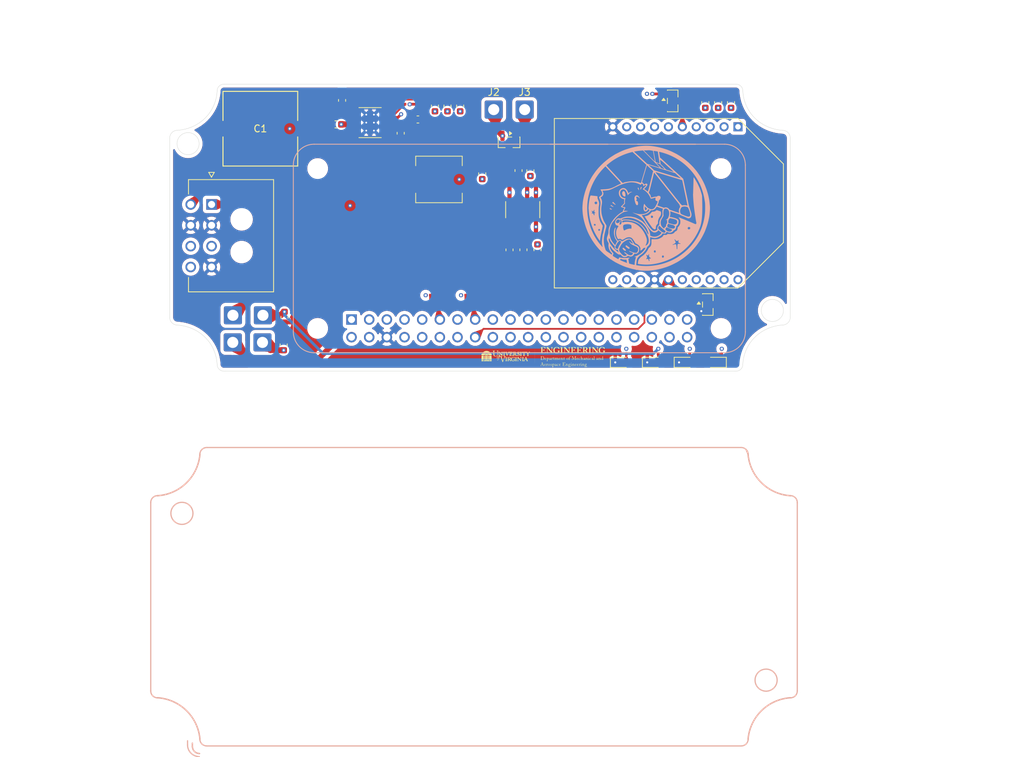
<source format=kicad_pcb>
(kicad_pcb (version 20241229) (generator "pcbnew") (generator_version "9.0")
  (layers (0 "F.Cu" signal) (4 "In1.Cu" power "5V") (6 "In2.Cu" power "3V3") (2 "B.Cu" signal) (13 "F.Paste" user) (15 "B.Paste" user) (5 "F.SilkS" user "F.Silkscreen") (7 "B.SilkS" user "B.Silkscreen") (1 "F.Mask" user) (3 "B.Mask" user) (25 "Edge.Cuts" user))
  (net 0 "")
  (net 1 "GND")
  (net 2 "28V_POST-INHIB")
  (net 3 "Net-(U2-INTVcc)")
  (net 4 "Net-(U2-TR{slash}SS)")
  (net 5 "5V_Pi")
  (net 6 "Net-(C6-Pad1)")
  (net 7 "Net-(U2-BST)")
  (net 8 "3V3")
  (net 9 "Net-(U4-REF)")
  (net 10 "Net-(U4-VREG)")
  (net 11 "Net-(U4-BYP)")
  (net 12 "ENABLE")
  (net 13 "Net-(D2-A)")
  (net 14 "Net-(J4-Pin_1)")
  (net 15 "Net-(D4-A)")
  (net 16 "Net-(U2-FB)")
  (net 17 "Net-(D6-A)")
  (net 18 "Net-(J6-Pin_1)")
  (net 19 "Net-(D5-A)")
  (net 20 "Net-(D5-K)")
  (net 21 "TE_2")
  (net 22 "28V")
  (net 23 "Net-(Q1-B)")
  (net 24 "XBee_RESET")
  (net 25 "GPIO24")
  (net 26 "XBee_ASSOC")
  (net 27 "Net-(U1-GPIO17{slash}GPIO_GEN0)")
  (net 28 "Net-(U1-GPIO22{slash}GPIO_GEN3)")
  (net 29 "Net-(U2-RT)")
  (net 30 "Net-(U2-PG)")
  (net 31 "GPIO15")
  (net 32 "GPIO14")
  (net 48 "TE_1")
  (net 49 "Net-(J3-Pin_1)")
  (footprint "Connector_Wire:SolderWire-0.75sqmm_1x01_D1.25mm_OD2.3mm" (layer "F.Cu") (at 111.725 96.3)
    (property "Reference" "J6" (hide yes))
    (property "Value" "Conn_01x01_Pin" (hide yes))
  )
  (footprint "Connector_Wire:SolderWire-0.75sqmm_1x01_D1.25mm_OD2.3mm" (layer "F.Cu") (at 111.75 92.4)
    (property "Reference" "J4" (hide yes))
    (property "Value" "Conn_01x01_Pin" (hide yes))
  )
  (footprint "ADP7158ARDZ-3.3-R7:SOIC127P600X175-9N" (layer "F.Cu") (at 153.42 77.2 -90)
    (property "Reference" "U4" (hide yes))
    (property "Value" "ADP7158ARDZ-3.3-R7" (hide yes))
  )
  (footprint "Resistor_SMD:R_0201_0603Metric" (layer "F.Cu") (at 177.425 97.605 90)
    (property "Reference" "R5" (hide yes))
    (property "Value" "50Ω" (hide yes))
  )
  (footprint "Resistor_SMD:R_0201_0603Metric" (layer "F.Cu") (at 172.9 97.605 90)
    (property "Reference" "R13" (hide yes))
    (property "Value" "1.8kΩ" (hide yes))
  )
  (footprint "Resistor_SMD:R_0201_0603Metric" (layer "F.Cu") (at 133.98 61.675)
    (property "Reference" "R3" (hide yes))
    (property "Value" "187kΩ" (hide yes))
  )
  (footprint "Capacitor_SMD:C_0603_1608Metric" (layer "F.Cu") (at 135.875 66.2 90)
    (property "Reference" "C6" (hide yes))
    (property "Value" "0.1µF" (hide yes))
  )
  (footprint "HarnessDeck:MOLEX_430450800" (layer "F.Cu") (at 108.68 76.45 90)
    (property "Reference" "J1" (hide yes))
    (property "Value" "430450800" (hide yes))
  )
  (footprint "Capacitor_SMD:C_0603_1608Metric" (layer "F.Cu") (at 183.375 61.775 90)
    (property "Reference" "C14" (hide yes))
    (property "Value" "47pF" (hide yes))
  )
  (footprint "Capacitor_SMD:C_0603_1608Metric" (layer "F.Cu") (at 127.45 61.475 90)
    (property "Reference" "C4" (hide yes))
    (property "Value" "10nF" (hide yes))
  )
  (footprint "HEDGElogo:HEDGE-logo" (layer "F.Cu") (at 156.4 98.42)
    (property "Reference" "G***" (hide yes))
    (property "Value" "LOGO" (hide yes))
  )
  (footprint "Capacitor_SMD:C_0603_1608Metric" (layer "F.Cu") (at 179.675 61.775 90)
    (property "Reference" "C16" (hide yes))
    (property "Value" "10µF" (hide yes))
  )
  (footprint "LED_SMD:LED_0603_1608Metric" (layer "F.Cu") (at 176.6875 99.175)
    (property "Reference" "D4" (hide yes))
    (property "Value" "Amber LED" (hide yes))
  )
  (footprint "Capacitor_SMD:C_0603_1608Metric" (layer "F.Cu") (at 119.05 96.65 90)
    (property "Reference" "C19" (hide yes))
    (property "Value" "47µF" (hide yes))
  )
  (footprint "Capacitor_SMD:C_0603_1608Metric" (layer "F.Cu") (at 151.52 82.985 -90)
    (property "Reference" "C9" (hide yes))
    (property "Value" "1µF" (hide yes))
  )
  (footprint "XBee:XBP24-Z7SIT-004" (layer "F.Cu") (at 174.435 76.275 -90)
    (property "Reference" "U3" (hide yes))
    (property "Value" "DIGI XBee-PRO 900HP RF Module (S3B)")
  )
  (footprint "Capacitor_SMD:C_0603_1608Metric" (layer "F.Cu") (at 152.82 71.575 -90)
    (property "Reference" "C11" (hide yes))
    (property "Value" "1µF" (hide yes))
  )
  (footprint "Resistor_SMD:R_0201_0603Metric" (layer "F.Cu") (at 149.065 65.33)
    (property "Reference" "R16" (hide yes))
    (property "Value" "100kΩ" (hide yes))
  )
  (footprint "LED_SMD:LED_0603_1608Metric" (layer "F.Cu") (at 172.1125 99.175)
    (property "Reference" "D2" (hide yes))
    (property "Value" "Red LED" (hide yes))
  )
  (footprint "Capacitor_SMD:C_0603_1608Metric" (layer "F.Cu") (at 126.55 64.925)
    (property "Reference" "C2" (hide yes))
    (property "Value" "4.7µF" (hide yes))
  )
  (footprint "Connector_Wire:SolderWire-0.75sqmm_1x01_D1.25mm_OD2.3mm" (layer "F.Cu") (at 149.25 62.8)
    (property "Reference" "J2")
    (property "Value" "Conn_01x01_Pin" (hide yes))
  )
  (footprint "Schottky:DPAK" (layer "F.Cu") (at 123.05 81.61)
    (property "Reference" "D1" (hide yes))
    (property "Value" "STPS5H100B" (hide yes))
  )
  (footprint "Resistor_SMD:R_0201_0603Metric" (layer "F.Cu") (at 144.935 89.5)
    (property "Reference" "R12" (hide yes))
    (property "Value" "100kΩ" (hide yes))
  )
  (footprint "Resistor_SMD:R_0201_0603Metric" (layer "F.Cu") (at 138.175 61.68 -90)
    (property "Reference" "R4" (hide yes))
    (property "Value" "1MΩ" (hide yes))
  )
  (footprint "Resistor_SMD:R_0201_0603Metric" (layer "F.Cu") (at 126.93 63.675 180)
    (property "Reference" "R2" (hide yes))
    (property "Value" "110kΩ" (hide yes))
  )
  (footprint "Resistor_SMD:R_0201_0603Metric" (layer "F.Cu") (at 168.325 97.605 -90)
    (property "Reference" "R14" (hide yes))
    (property "Value" "1.8kΩ" (hide yes))
  )
  (footprint "Connector_Wire:SolderWire-0.75sqmm_1x01_D1.25mm_OD2.3mm" (layer "F.Cu") (at 116 96.3)
    (property "Reference" "J7" (hide yes))
    (property "Value" "Conn_01x01_Pin" (hide yes))
  )
  (footprint "Inductor_SMD:L_Vishay_IHLP-2525" (layer "F.Cu") (at 141.379 72.85)
    (property "Reference" "L1" (hide yes))
    (property "Value" "10µH" (hide yes))
  )
  (footprint "Capacitor_SMD:C_0603_1608Metric" (layer "F.Cu") (at 142.6 62.275 -90)
    (property "Reference" "C8" (hide yes))
    (property "Value" "100µF" (hide yes))
  )
  (footprint "Resistor_SMD:R_0201_0603Metric" (layer "F.Cu") (at 176.13 89.65)
    (property "Reference" "R7" (hide yes))
    (property "Value" "4.7kΩ" (hide yes))
  )
  (footprint "Capacitor_SMD:C_0603_1608Metric" (layer "F.Cu") (at 153.52 82.975 90)
    (property "Reference" "C10" (hide yes))
    (property "Value" "1µF" (hide yes))
  )
  (footprint "LED_SMD:LED_0603_1608Metric" (layer "F.Cu") (at 181.2125 99.175 180)
    (property "Reference" "D5" (hide yes))
    (property "Value" "Green LED" (hide yes))
  )
  (footprint "Resistor_SMD:R_0201_0603Metric" (layer "F.Cu") (at 136.7805 62.0275)
    (property "Reference" "R1" (hide yes))
    (property "Value" "100kΩ" (hide yes))
  )
  (footprint "Capacitor_SMD:C_0603_1608Metric" (layer "F.Cu") (at 144.425 62.275 -90)
    (property "Reference" "C7" (hide yes))
    (property "Value" "100µF" (hide yes))
  )
  (footprint "Capacitor_SMD:C_0603_1608Metric" (layer "F.Cu") (at 147.6 72.025 90)
    (property "Reference" "C17" (hide yes))
    (property "Value" "47µF" (hide yes))
  )
  (footprint "Package_TO_SOT_SMD:SOT-23" (layer "F.Cu") (at 151.46 67.5125 -90)
    (property "Reference" "Q3" (hide yes))
    (property "Value" "NMOS" (hide yes))
  )
  (footprint "Resistor_SMD:R_0201_0603Metric" (layer "F.Cu") (at 139.88 90.675 180)
    (property "Reference" "R10" (hide yes))
    (property "Value" "10kΩ" (hide yes))
  )
  (footprint "Capacitor_SMD:C_0603_1608Metric" (layer "F.Cu") (at 138.35 64.225 180)
    (property "Reference" "C3" (hide yes))
    (property "Value" "1µF" (hide yes))
  )
  (footprint "Package_TO_SOT_SMD:SOT-23" (layer "F.Cu") (at 174.9825 61.55)
    (property "Reference" "Q2" (hide yes))
    (property "Value" "2N7002" (hide yes))
  )
  (footprint "Package_SO:MSOP-16-1EP_3x4.039mm_P0.5mm_EP1.651x2.845mm_ThermalVias" (layer "F.Cu") (at 131.475 64.675)
    (property "Reference" "U2" (hide yes))
    (property "Value" "LT8610AC" (hide yes))
  )
  (footprint "Capacitor_SMD:C_0603_1608Metric" (layer "F.Cu") (at 140.8 62.275 90)
    (property "Reference" "C5" (hide yes))
    (property "Value" "10pF" (hide yes))
  )
  (footprint "APZ1012470M100R:CAP_APZ_1012_KAV" (layer "F.Cu") (at 115.6921 65.55)
    (property "Reference" "C1")
    (property "Value" "47µF")
  )
  (footprint "Capacitor_SMD:C_0603_1608Metric" (layer "F.Cu") (at 155.545 82.975 90)
    (property "Reference" "C12" (hide yes))
    (property "Value" "10µF" (hide yes))
  )
  (footprint "Connector_Wire:SolderWire-0.75sqmm_1x01_D1.25mm_OD2.3mm" (layer "F.Cu") (at 116.065 92.4)
    (property "Reference" "J5" (hide yes))
    (property "Value" "Conn_01x01_Pin" (hide yes))
  )
  (footprint "Resistor_SMD:R_0201_0603Metric" (layer "F.Cu") (at 144.955 90.675 180)
    (property "Reference" "R11" (hide yes))
    (property "Value" "10kΩ" (hide yes))
  )
  (footprint "Resistor_SMD:R_0201_0603Metric" (layer "F.Cu") (at 182.025 97.605 90)
    (property "Reference" "R6" (hide yes))
    (property "Value" "45Ω" (hide yes))
  )
  (footprint "Package_TO_SOT_SMD:SOT-23" (layer "F.Cu") (at 180.0375 90.85)
    (property "Reference" "Q1" (hide yes))
    (property "Value" "MMBT3904" (hide yes))
  )
  (footprint "Resistor_SMD:R_0201_0603Metric" (layer "F.Cu") (at 139.855 89.5)
    (property "Reference" "R9" (hide yes))
    (property "Value" "100kΩ" (hide yes))
  )
  (footprint "Capacitor_SMD:C_0603_1608Metric" (layer "F.Cu") (at 119.165 92.675 -90)
    (property "Reference" "C18" (hide yes))
    (property "Value" "47µF" (hide yes))
  )
  (footprint "LED_SMD:LED_0603_1608Metric" (layer "F.Cu") (at 167.5125 99.175)
    (property "Reference" "D6" (hide yes))
    (property "Value" "LED" (hide yes))
  )
  (footprint "Connector_Wire:SolderWire-0.75sqmm_1x01_D1.25mm_OD2.3mm" (layer "F.Cu") (at 153.7 62.8)
    (property "Reference" "J3")
    (property "Value" "Conn_01x01_Pin" (hide yes))
  )
  (footprint "Resistor_SMD:R_0201_0603Metric" (layer "F.Cu") (at 171.675978 60.55 180)
    (property "Reference" "R8" (hide yes))
    (property "Value" "100kΩ" (hide yes))
  )
  (footprint "Capacitor_SMD:C_0603_1608Metric" (layer "F.Cu") (at 181.525 61.775 90)
    (property "Reference" "C15" (hide yes))
    (property "Value" "1µF" (hide yes))
  )
  (footprint "Capacitor_SMD:C_0603_1608Metric" (layer "F.Cu") (at 154.52 71.585 -90)
    (property "Reference" "C13" (hide yes))
    (property "Value" "10µF" (hide yes))
  )
  (footprint "Schottky:DPAK" (layer "F.Cu") (at 130.886 81.7)
    (property "Reference" "D3" (hide yes))
    (property "Value" "STPS5H100B" (hide yes))
  )
  (footprint "SC1176:MODULE_SC1176" (layer "B.Cu") (at 152.935 82.78)
    (property "Reference" "U1" (hide yes))
    (property "Value" "Raspberry Pi Zero 2 W")
  )
  (gr_arc (start 106.99508 112.339084) (mid 105.057663 116.49345) (end 100.864779 118.346057) (stroke (width 0.18)) (layer "B.SilkS"))
  (gr_arc (start 100.894556 147.41226) (mid 105.081654 149.273058) (end 107.0268 153.421651) (stroke (width 0.18)) (layer "B.SilkS"))
  (gr_poly (pts (xy 167.861569 82.679835) (xy 167.851101 82.680454) (xy 167.845176 82.682244) (xy 167.839635 82.684219) (xy 167.834447 82.686383) (xy 167.829578 82.688739) (xy 167.824997 82.691293) (xy 167.820672 82.694046) (xy 167.816568 82.697002) (xy 167.812654 82.700167) (xy 167.808898 82.703543) (xy 167.805266 82.707134) (xy 167.801727 82.710942) (xy 167.798247 82.714974) (xy 167.794796 82.719232) (xy 167.791338 82.72372) (xy 167.784277 82.7334) (xy 167.782238 82.737978) (xy 167.780443 82.742323) (xy 167.778894 82.746472) (xy 167.777587 82.750458) (xy 167.776524 82.754316) (xy 167.775704 82.758083) (xy 167.775127 82.761791) (xy 167.774791 82.765475) (xy 167.774698 82.769172) (xy 167.774846 82.772915) (xy 167.775235 82.776738) (xy 167.775864 82.780677) (xy 167.776734 82.784768) (xy 167.777843 82.789043) (xy 167.779192 82.793538) (xy 167.78078 82.798288) (xy 167.785226 82.807549) (xy 167.789869 82.816648) (xy 167.794699 82.825598) (xy 167.799707 82.834407) (xy 167.804881 82.843089) (xy 167.810214 82.851656) (xy 167.82131 82.868485) (xy 167.832916 82.884985) (xy 167.844954 82.901248) (xy 167.857342 82.917365) (xy 167.870002 82.933425) (xy 167.890839 82.961999) (xy 167.903825 82.97652) (xy 167.917479 82.99042) (xy 167.931761 83.003689) (xy 167.946633 83.016319) (xy 167.962054 83.028298) (xy 167.977988 83.039617) (xy 167.994395 83.050268) (xy 168.011236 83.060239) (xy 168.028473 83.069521) (xy 168.046066 83.078105) (xy 168.063977 83.085981) (xy 168.082167 83.093139) (xy 168.100598 83.09957) (xy 168.119229 83.105263) (xy 168.138024 83.110209) (xy 168.156943 83.1144) (xy 168.165406 83.114234) (xy 168.173489 83.113745) (xy 168.181234 83.112936) (xy 168.188682 83.111813) (xy 168.195876 83.110385) (xy 168.202856 83.108658) (xy 168.209663 83.106636) (xy 168.216341 83.104328) (xy 168.22293 83.10174) (xy 168.229471 83.098877) (xy 168.236007 83.095746) (xy 168.242579 83.092353) (xy 168.249227 83.088707) (xy 168.255995 83.084811) (xy 168.270053 83.0763) (xy 168.269771 83.065227) (xy 168.268932 83.054855) (xy 168.267546 83.045113) (xy 168.265624 83.035932) (xy 168.263176 83.027238) (xy 168.260214 83.018961) (xy 168.256747 83.011031) (xy 168.252785 83.003378) (xy 168.24834 82.995929) (xy 168.243422 82.988615) (xy 168.238041 82.981365) (xy 168.232209 82.974106) (xy 168.225934 82.966769) (xy 168.219229 82.959284) (xy 168.204567 82.943582) (xy 168.198411 82.937644) (xy 168.192237 82.931798) (xy 168.186031 82.926036) (xy 168.179776 82.920354) (xy 168.173458 82.914745) (xy 168.167061 82.909203) (xy 168.160569 82.903724) (xy 168.153967 82.898302) (xy 168.149547 82.894603) (xy 168.145258 82.890887) (xy 168.141091 82.887149) (xy 168.137034 82.883384) (xy 168.133077 82.879587) (xy 168.129206 82.875754) (xy 168.121684 82.867959) (xy 168.114378 82.859959) (xy 168.107201 82.851716) (xy 168.100062 82.843189) (xy 168.092873 82.834342) (xy 168.087792 82.828662) (xy 168.082608 82.823099) (xy 168.077327 82.817644) (xy 168.071957 82.812289) (xy 168.060981 82.801839) (xy 168.049742 82.791678) (xy 168.038299 82.781731) (xy 168.026712 82.771926) (xy 168.003352 82.75245) (xy 167.982404 82.7334) (xy 167.974576 82.726705) (xy 167.966949 82.72039) (xy 167.959468 82.714469) (xy 167.95208 82.708958) (xy 167.944731 82.703872) (xy 167.937368 82.699228) (xy 167.929938 82.69504) (xy 167.922384 82.691325) (xy 167.914655 82.688097) (xy 167.906695 82.685372) (xy 167.898453 82.683166) (xy 167.894209 82.682261) (xy 167.889873 82.681494) (xy 167.885439 82.680862) (xy 167.880901 82.68037) (xy 167.876252 82.680019) (xy 167.871485 82.679812)) (fill yes) (layer "B.SilkS"))
  (gr_curve (pts (xy 185.522642 154.102189) (xy 185.703482 153.934879) (xy 185.818322 153.699518) (xy 185.8375 153.451519)) (stroke (width 0.18)) (layer "B.SilkS"))
  (gr_curve (pts (xy 107.309571 154.101849) (xy 107.490326 154.269251) (xy 107.733841 154.365603) (xy 107.982581 154.365603)) (stroke (width 0.18)) (layer "B.SilkS"))
  (gr_line (start 105.936083 153.954237) (end 105.936083 154.432303) (stroke (width 0.18)) (layer "B.SilkS"))
  (gr_line (start 185.52301 111.688754) (end 185.80578 112.368952) (stroke (width 0.18)) (layer "B.SilkS"))
  (gr_curve (pts (xy 192.901968 119.334906) (xy 192.901968 119.208849) (xy 192.87818 119.085375) (xy 192.831894 118.968951)) (stroke (width 0.18)) (layer "B.SilkS"))
  (gr_line (start 99.930612 119.334906) (end 99.930612 146.455697) (stroke (width 0.18)) (layer "B.SilkS"))
  (gr_arc (start 106.952055 155.469409) (mid 106.21569 155.164399) (end 105.910683 154.432356) (stroke (width 0.18)) (layer "B.SilkS"))
  (gr_curve (pts (xy 192.631712 118.65494) (xy 192.460446 118.473541) (xy 192.219509 118.360384) (xy 191.967802 118.346057)) (stroke (width 0.18)) (layer "B.SilkS"))
  (gr_poly (pts (xy 168.302449 82.334593) (xy 168.296702 82.334872) (xy 168.290879 82.335438) (xy 168.284978 82.336299) (xy 168.278995 82.337466) (xy 168.272928 82.338944) (xy 168.266773 82.340745) (xy 168.260528 82.342875) (xy 168.255263 82.347747) (xy 168.250296 82.35248) (xy 168.245616 82.357112) (xy 168.241215 82.361683) (xy 168.237082 82.366233) (xy 168.233205 82.370801) (xy 168.229576 82.375427) (xy 168.226183 82.38015) (xy 168.223017 82.385012) (xy 168.220068 82.39005) (xy 168.217326 82.395305) (xy 168.21478 82.400816) (xy 168.21242 82.406624) (xy 168.210236 82.412767) (xy 168.208217 82.419286) (xy 168.206354 82.426219) (xy 168.208355 82.434917) (xy 168.210629 82.44342) (xy 168.215965 82.459866) (xy 168.222297 82.475605) (xy 168.229558 82.490687) (xy 168.237684 82.50516) (xy 168.246608 82.519073) (xy 168.256264 82.532475) (xy 168.266588 82.545415) (xy 168.277513 82.557942) (xy 168.288974 82.570103) (xy 168.300904 82.581949) (xy 168.313239 82.593528) (xy 168.325912 82.604888) (xy 168.338856 82.61608) (xy 168.365302 82.63815) (xy 168.390046 82.659543) (xy 168.408101 82.674623) (xy 168.426329 82.689329) (xy 168.444749 82.703682) (xy 168.463377 82.717704) (xy 168.482231 82.731417) (xy 168.501329 82.744839) (xy 168.520687 82.757994) (xy 168.540324 82.770904) (xy 168.557151 82.781806) (xy 168.567368 82.788146) (xy 168.577265 82.794029) (xy 168.586903 82.799455) (xy 168.596346 82.804423) (xy 168.605659 82.808936) (xy 168.614905 82.812993) (xy 168.624149 82.816596) (xy 168.633453 82.819744) (xy 168.642882 82.822439) (xy 168.652499 82.82468) (xy 168.662369 82.826469) (xy 168.672553 82.827807) (xy 168.683118 82.828693) (xy 168.694126 82.829128) (xy 168.705642 82.829113) (xy 168.717727 82.82865) (xy 168.721406 82.827364) (xy 168.724902 82.826021) (xy 168.728225 82.82462) (xy 168.731381 82.823161) (xy 168.734379 82.821642) (xy 168.737225 82.820064) (xy 168.739931 82.818425) (xy 168.742501 82.816726) (xy 168.744945 82.814964) (xy 168.747272 82.813139) (xy 168.749488 82.811251) (xy 168.751602 82.8093) (xy 168.753621 82.807283) (xy 168.755556 82.805201) (xy 168.75741 82.803054) (xy 168.759196 82.800839) (xy 168.762589 82.796207) (xy 168.765798 82.791299) (xy 168.768885 82.78611) (xy 168.771918 82.780636) (xy 168.784775 82.755762) (xy 168.787022 82.750055) (xy 168.788962 82.744643) (xy 168.790594 82.739483) (xy 168.791921 82.734534) (xy 168.792943 82.729753) (xy 168.793662 82.725099) (xy 168.794078 82.72053) (xy 168.794193 82.716002) (xy 168.794008 82.711475) (xy 168.793524 82.706906) (xy 168.792742 82.702252) (xy 168.791663 82.697472) (xy 168.790288 82.692525) (xy 168.788619 82.687366) (xy 168.786657 82.681955) (xy 168.784402 82.67625) (xy 168.778058 82.668734) (xy 168.772943 82.662782) (xy 168.770671 82.660217) (xy 168.768497 82.657833) (xy 168.76635 82.655561) (xy 168.764162 82.653331) (xy 168.761862 82.651073) (xy 168.759381 82.648717) (xy 168.753595 82.643433) (xy 168.746247 82.636922) (xy 168.736777 82.628625) (xy 168.720258 82.612402) (xy 168.710313 82.603126) (xy 168.700239 82.594123) (xy 168.690041 82.585374) (xy 168.679722 82.57686) (xy 168.669286 82.56856) (xy 168.658737 82.560455) (xy 168.637315 82.544754) (xy 168.615489 82.5296) (xy 168.593286 82.514835) (xy 168.570742 82.500305) (xy 168.547886 82.485852) (xy 168.53201 82.475565) (xy 168.516548 82.465089) (xy 168.50145 82.45437) (xy 168.486663 82.443357) (xy 168.47214 82.431999) (xy 168.457827 82.420243) (xy 168.443676 82.40804) (xy 168.429634 82.395337) (xy 168.420108 82.387287) (xy 168.410547 82.379549) (xy 168.40093 82.372191) (xy 168.391235 82.365283) (xy 168.381437 82.358896) (xy 168.371516 82.353097) (xy 168.361447 82.347958) (xy 168.351211 82.343548) (xy 168.346021 82.341638) (xy 168.340782 82.339937) (xy 168.335489 82.338453) (xy 168.330139 82.337194) (xy 168.324731 82.33617) (xy 168.31926 82.33539) (xy 168.313725 82.33486) (xy 168.308121 82.334592)) (fill yes) (layer "B.SilkS"))
  (gr_curve (pts (xy 185.8375 112.339084) (xy 185.827911 112.215085) (xy 185.79548 112.095499) (xy 185.741622 111.984148)) (stroke (width 0.18)) (layer "B.SilkS"))
  (gr_curve (pts (xy 100.201269 118.654516) (xy 100.029896 118.835814) (xy 99.930612 119.082791) (xy 99.930612 119.334906)) (stroke (width 0.18)) (layer "B.SilkS"))
  (gr_line (start 105.910683 153.954237) (end 105.910683 154.432356) (stroke (width 0.18)) (layer "B.SilkS"))
  (gr_poly (pts (xy 167.922794 74.538195) (xy 167.916175 74.538583) (xy 167.909501 74.53916) (xy 167.902761 74.539914) (xy 167.895948 74.540832) (xy 167.889053 74.541903) (xy 167.878651 74.54669) (xy 167.868516 74.551715) (xy 167.858639 74.557026) (xy 167.853794 74.559804) (xy 167.849012 74.56267) (xy 167.844289 74.565632) (xy 167.839626 74.568695) (xy 167.835023 74.571864) (xy 167.830477 74.575148) (xy 167.825988 74.57855) (xy 167.821554 74.582076) (xy 167.817177 74.585733) (xy 167.812852 74.589527) (xy 167.812852 74.608577) (xy 167.784277 74.618102) (xy 167.775399 74.632604) (xy 167.772191 74.638048) (xy 167.769339 74.643143) (xy 167.766493 74.64853) (xy 167.763306 74.654853) (xy 167.754512 74.672871) (xy 167.739555 74.703083) (xy 167.731993 74.722592) (xy 167.725729 74.742286) (xy 167.720718 74.762135) (xy 167.716918 74.782111) (xy 167.714283 74.802183) (xy 167.712771 74.82232) (xy 167.712339 74.842494) (xy 167.71294 74.862676) (xy 167.714533 74.882834) (xy 167.717073 74.902939) (xy 167.720517 74.922963) (xy 167.72482 74.942874) (xy 167.729939 74.962644) (xy 167.73583 74.982241) (xy 167.74245 75.001637) (xy 167.749753 75.020802) (xy 167.75991 75.043652) (xy 167.770475 75.065721) (xy 167.781508 75.087009) (xy 167.793069 75.107518) (xy 167.805215 75.127246) (xy 167.818008 75.146195) (xy 167.831507 75.164364) (xy 167.84577 75.181752) (xy 167.860857 75.198361) (xy 167.876828 75.214189) (xy 167.893742 75.229237) (xy 167.911658 75.243506) (xy 167.930636 75.256993) (xy 167.950735 75.269701) (xy 167.972015 75.281629) (xy 167.994534 75.292777) (xy 168.004175 75.296503) (xy 168.013569 75.299867) (xy 168.022755 75.302853) (xy 168.031771 75.30545) (xy 168.040658 75.307641) (xy 168.049452 75.309412) (xy 168.058193 75.310749) (xy 168.066921 75.311639) (xy 168.075672 75.312067) (xy 168.084487 75.312018) (xy 168.093403 75.311479) (xy 168.102461 75.310434) (xy 168.111697 75.308872) (xy 168.121152 75.306775) (xy 168.130863 75.304131) (xy 168.14087 75.300926) (xy 168.152089 75.295582) (xy 168.156665 75.293348) (xy 168.160637 75.291335) (xy 168.164067 75.289494) (xy 168.16702 75.287771) (xy 168.169561 75.286117) (xy 168.171752 75.28448) (xy 168.173656 75.282807) (xy 168.175339 75.281048) (xy 168.176863 75.279152) (xy 168.178291 75.277067) (xy 168.179688 75.27474) (xy 168.181117 75.272121) (xy 168.184327 75.265802) (xy 168.187791 75.239483) (xy 168.190487 75.213266) (xy 168.192433 75.187142) (xy 168.19365 75.161104) (xy 168.194154 75.135143) (xy 168.193967 75.109248) (xy 168.193106 75.083413) (xy 168.19159 75.057627) (xy 168.189438 75.031881) (xy 168.186668 75.006168) (xy 168.1833 74.980477) (xy 168.179351 74.954801) (xy 168.16979 74.903455) (xy 168.158134 74.85206) (xy 168.151211 74.823715) (xy 168.140793 74.785594) (xy 168.128795 74.74675) (xy 168.122038 74.727342) (xy 168.114691 74.708096) (xy 168.106686 74.689125) (xy 168.09796 74.670545) (xy 168.088446 74.652469) (xy 168.078079 74.635011) (xy 168.066794 74.618286) (xy 168.054526 74.602407) (xy 168.041208 74.587488) (xy 168.026777 74.573646) (xy 168.011166 74.560992) (xy 168.002899 74.555146) (xy 167.994311 74.549641) (xy 167.987752 74.547195) (xy 167.981229 74.545066) (xy 167.974734 74.543241) (xy 167.968261 74.541708) (xy 167.961799 74.540456) (xy 167.955339 74.539473) (xy 167.948875 74.538749) (xy 167.942397 74.53827) (xy 167.935896 74.538026) (xy 167.929365 74.538005)) (fill yes) (layer "B.SilkS"))
  (gr_arc (start 107.0268 112.368952) (mid 105.08165 116.517528) (end 100.894556 118.378343) (stroke (width 0.18)) (layer "B.SilkS"))
  (gr_curve (pts (xy 192.329183 147.353789) (xy 192.442788 147.300962) (xy 192.545625 147.226736) (xy 192.631311 147.136087)) (stroke (width 0.18)) (layer "B.SilkS"))
  (gr_curve (pts (xy 107.982581 111.425) (xy 107.858211 111.425) (xy 107.736481 111.448115) (xy 107.621308 111.493228)) (stroke (width 0.18)) (layer "B.SilkS"))
  (gr_line (start 107.982581 154.365603) (end 184.85 154.365603) (stroke (width 0.18)) (layer "B.SilkS"))
  (gr_poly (pts (xy 170.061233 74.028658) (xy 170.052495 74.03023) (xy 170.044033 74.032239) (xy 170.035821 74.034654) (xy 170.02783 74.037448) (xy 170.020031 74.040591) (xy 170.012397 74.044051) (xy 170.0049 74.047803) (xy 169.997511 74.051813) (xy 169.990201 74.056055) (xy 169.975711 74.065112) (xy 169.946453 74.084702) (xy 169.955068 74.108842) (xy 169.964443 74.132542) (xy 169.974498 74.155868) (xy 169.985153 74.178888) (xy 169.996328 74.201668) (xy 170.007943 74.224277) (xy 170.01992 74.246782) (xy 170.032178 74.269249) (xy 170.044507 74.291903) (xy 170.052324 74.305693) (xy 170.060183 74.318964) (xy 170.068258 74.331749) (xy 170.07243 74.33797) (xy 170.07672 74.34408) (xy 170.081151 74.350086) (xy 170.085743 74.355989) (xy 170.090518 74.361795) (xy 170.095499 74.367508) (xy 170.100706 74.373131) (xy 170.106161 74.378668) (xy 170.111887 74.384124) (xy 170.117903 74.389502) (xy 170.146477 74.379977) (xy 170.138334 74.328936) (xy 170.129217 74.278136) (xy 170.119203 74.227507) (xy 170.108378 74.176975) (xy 170.103586 74.15527) (xy 170.096056 74.1231) (xy 170.087996 74.091135) (xy 170.079403 74.059307) (xy 170.070277 74.027552)) (fill yes) (layer "B.SilkS"))
  (gr_line (start 184.85 111.425) (end 107.982581 111.425) (stroke (width 0.18)) (layer "B.SilkS"))
  (gr_poly (pts (xy 177.985415 72.687402) (xy 177.978212 72.833037) (xy 177.973387 72.978773) (xy 177.970857 73.124826) (xy 177.969307 73.260979) (xy 177.968543 73.332581) (xy 177.96774 73.378734) (xy 177.966407 73.424826) (xy 177.964543 73.470895) (xy 177.96215 73.516985) (xy 177.957678 73.608124) (xy 177.954318 73.699303) (xy 177.949204 73.881724) (xy 177.945592 74.012739) (xy 177.935349 74.384793) (xy 177.929634 74.591327) (xy 177.926082 74.721621) (xy 177.923833 74.802236) (xy 177.922373 74.857571) (xy 177.921403 74.890616) (xy 177.920616 74.919436) (xy 177.920486 74.926962) (xy 177.920391 74.93008) (xy 177.920254 74.932848) (xy 177.920059 74.935328) (xy 177.919789 74.93758) (xy 177.919428 74.939667) (xy 177.91896 74.941648) (xy 177.918366 74.943584) (xy 177.917633 74.945536) (xy 177.916742 74.947566) (xy 177.915677 74.949734) (xy 177.914423 74.9521) (xy 177.91296 74.954726) (xy 177.90935 74.961002) (xy 177.909206 74.974557) (xy 177.909279 74.988114) (xy 177.909535 75.001669) (xy 177.909939 75.01522) (xy 177.91108 75.049577) (xy 177.912513 75.087022) (xy 177.913921 75.125924) (xy 177.918177 75.228366) (xy 177.923204 75.330763) (xy 177.934949 75.535478) (xy 177.936162 75.555382) (xy 177.955067 75.843034) (xy 177.978339 76.141763) (xy 178.008098 76.4627) (xy 178.046467 76.816974) (xy 178.095567 77.215714) (xy 178.157515 77.670055) (xy 178.234437 78.191124) (xy 178.328451 78.79005) (xy 178.332667 78.811102) (xy 178.35289 78.911899) (xy 178.362671 78.959639) (xy 178.373437 79.004868) (xy 178.377689 79.023674) (xy 178.381197 79.040464) (xy 178.38397 79.055632) (xy 178.386016 79.069569) (xy 178.387345 79.082666) (xy 178.387962 79.095319) (xy 178.387878 79.107919) (xy 178.387101 79.120859) (xy 178.385638 79.13453) (xy 178.383498 79.149326) (xy 178.38069 79.165638) (xy 178.377222 79.18386) (xy 178.368337 79.227605) (xy 178.361942 79.237711) (xy 178.35924 79.241868) (xy 178.356769 79.245522) (xy 178.354459 79.248744) (xy 178.352237 79.251603) (xy 178.35003 79.254171) (xy 178.347766 79.256518) (xy 178.345373 79.258715) (xy 178.342779 79.260833) (xy 178.33991 79.262942) (xy 178.336695 79.265112) (xy 178.333062 79.267415) (xy 178.328937 79.269921) (xy 178.318926 79.275825) (xy 178.30506 79.276259) (xy 178.291428 79.276084) (xy 178.278006 79.275332) (xy 178.264777 79.274029) (xy 178.251719 79.272207) (xy 178.238813 79.269893) (xy 178.22604 79.267119) (xy 178.213378 79.263913) (xy 178.200809 79.260303) (xy 178.188312 79.25632) (xy 178.175866 79.251994) (xy 178.163454 79.247353) (xy 178.138646 79.237244) (xy 178.113729 79.226228) (xy 178.08528 79.213747) (xy 178.055015 79.200384) (xy 178.024794 79.186922) (xy 177.960021 79.158213) (xy 177.89514 79.129748) (xy 177.827952 79.100254) (xy 177.744725 79.064093) (xy 177.661262 79.028509) (xy 177.493823 78.958523) (xy 177.436321 78.934672) (xy 177.35167 78.899601) (xy 177.175851 78.826401) (xy 176.986597 78.748049) (xy 176.796895 78.670818) (xy 176.416599 78.518538) (xy 176.205315 78.433977) (xy 176.076806 78.382458) (xy 176.016812 78.358297) (xy 175.975758 78.341783) (xy 175.934661 78.325371) (xy 175.910305 78.315427) (xy 175.892057 78.308265) (xy 175.884552 78.305407) (xy 175.877956 78.303012) (xy 175.872142 78.30106) (xy 175.866982 78.299538) (xy 175.86235 78.298426) (xy 175.858117 78.297711) (xy 175.854157 78.297376) (xy 175.850343 78.297403) (xy 175.846547 78.297776) (xy 175.842641 78.298481) (xy 175.838498 78.2995) (xy 175.833991 78.300816) (xy 175.823375 78.304275) (xy 175.852546 78.345948) (xy 175.87115 78.372662) (xy 175.879751 78.384829) (xy 175.888416 78.396952) (xy 175.897154 78.409022) (xy 175.905975 78.421031) (xy 175.919754 78.440289) (xy 175.933098 78.459757) (xy 175.946056 78.47943) (xy 175.958676 78.499295) (xy 175.971006 78.519344) (xy 175.983093 78.539568) (xy 176.006732 78.5805) (xy 176.018984 78.601727) (xy 176.027818 78.618173) (xy 176.035921 78.634453) (xy 176.043309 78.65061) (xy 176.050003 78.666692) (xy 176.056022 78.68274) (xy 176.061382 78.698799) (xy 176.066104 78.714915) (xy 176.070206 78.731132) (xy 176.073706 78.747494) (xy 176.076624 78.764045) (xy 176.078976 78.78083) (xy 176.080784 78.797894) (xy 176.082065 78.81528) (xy 176.082837 78.833034) (xy 176.08312 78.8512) (xy 176.082932 78.869822) (xy 176.08249 78.899903) (xy 176.081908 78.930364) (xy 176.081211 78.960822) (xy 176.080828 78.981103) (xy 176.080574 79.00138) (xy 176.080327 79.041941) (xy 176.079814 79.063209) (xy 176.078848 79.084194) (xy 176.077397 79.104912) (xy 176.075427 79.125378) (xy 176.072907 79.145608) (xy 176.069804 79.165616) (xy 176.066085 79.185417) (xy 176.061717 79.205026) (xy 176.056669 79.224459) (xy 176.050906 79.243731) (xy 176.044396 79.262857) (xy 176.037109 79.281852) (xy 176.029009 79.300731) (xy 176.020065 79.319509) (xy 176.010244 79.338202) (xy 175.999514 79.356825) (xy 175.994796 79.364736) (xy 175.991087 79.371076) (xy 175.988063 79.376503) (xy 175.986705 79.379079) (xy 175.985399 79.381674) (xy 175.984101 79.384371) (xy 175.982771 79.38725) (xy 175.979856 79.393884) (xy 175.97633 79.402239) (xy 175.971869 79.412971) (xy 175.965828 79.426077) (xy 175.959471 79.438786) (xy 175.952794 79.451163) (xy 175.945793 79.463274) (xy 175.938463 79.475184) (xy 175.930799 79.486962) (xy 175.922799 79.498671) (xy 175.914458 79.510379) (xy 175.902101 79.527543) (xy 175.876521 79.562592) (xy 175.856102 79.589953) (xy 175.847186 79.601444) (xy 175.83879 79.611846) (xy 175.83066 79.621437) (xy 175.822537 79.630492) (xy 175.814166 79.639291) (xy 175.805291 79.64811) (xy 175.795653 79.657228) (xy 175.784999 79.666921) (xy 175.759612 79.689146) (xy 175.727079 79.717002) (xy 175.722754 79.721029) (xy 175.7208 79.722989) (xy 175.718977 79.724922) (xy 175.717281 79.726829) (xy 175.715707 79.728717) (xy 175.714248 79.73059) (xy 175.712902 79.732453) (xy 175.711661 79.734309) (xy 175.71052 79.736165) (xy 175.709475 79.738025) (xy 175.708521 79.739891) (xy 175.707651 79.741771) (xy 175.706862 79.743668) (xy 175.706148 79.745586) (xy 175.705503 79.747531) (xy 175.704402 79.751518) (xy 175.703518 79.755665) (xy 175.702809 79.760009) (xy 175.702233 79.764587) (xy 175.701751 79.769436) (xy 175.701319 79.774591) (xy 175.700443 79.78597) (xy 175.69743 79.817987) (xy 175.694789 79.851492) (xy 175.689525 79.903996) (xy 175.686024 79.930068) (xy 175.681826 79.955943) (xy 175.676844 79.981568) (xy 175.670993 80.006884) (xy 175.664182 80.031836) (xy 175.656326 80.056366) (xy 175.647338 80.08042) (xy 175.637129 80.10394) (xy 175.625613 80.126871) (xy 175.612702 80.149155) (xy 175.598309 80.170737) (xy 175.582347 80.191561) (xy 175.564728 80.211569) (xy 175.545365 80.230706) (xy 175.524225 80.246681) (xy 175.502378 80.262152) (xy 175.491207 80.269645) (xy 175.479879 80.276947) (xy 175.468404 80.284039) (xy 175.456787 80.290899) (xy 175.445036 80.297506) (xy 175.433159 80.303838) (xy 175.421161 80.309875) (xy 175.40905 80.315595) (xy 175.396835 80.320977) (xy 175.384521 80.326001) (xy 175.372116 80.330644) (xy 175.359627 80.334886) (xy 175.354668 80.337708) (xy 175.349848 80.340664) (xy 175.345165 80.343748) (xy 175.34061 80.346957) (xy 175.331866 80.353725) (xy 175.32357 80.360926) (xy 175.315678 80.368522) (xy 175.308142 80.37647) (xy 175.300918 80.384731) (xy 175.293959 80.393265) (xy 175.28722 80.402029) (xy 175.280655 80.410984) (xy 175.267862 80.429305) (xy 175.255216 80.447901) (xy 175.242351 80.46645) (xy 175.228779 80.483445) (xy 175.214811 80.499543) (xy 175.200443 80.514791) (xy 175.185669 80.529236) (xy 175.17049 80.542924) (xy 175.154898 80.555903) (xy 175.138894 80.568219) (xy 175.122471 80.579918) (xy 175.105627 80.591048) (xy 175.088359 80.601657) (xy 175.070663 80.611789) (xy 175.052537 80.621492) (xy 175.033975 80.630813) (xy 175.014976 80.639799) (xy 174.995535 80.648495) (xy 174.97565 80.65695) (xy 174.951541 80.668) (xy 174.932074 80.675944) (xy 174.912423 80.682731) (xy 174.892604 80.688451) (xy 174.872629 80.693189) (xy 174.852511 80.697037) (xy 174.832264 80.700081) (xy 174.8119 80.702411) (xy 174.791434 80.704113) (xy 174.770879 80.705276) (xy 174.750248 80.70599) (xy 174.70881 80.706421) (xy 174.625607 80.705766) (xy 174.583949 80.705793) (xy 174.51453 80.705185) (xy 174.445205 80.703372) (xy 174.410566 80.701932) (xy 174.375935 80.700094) (xy 174.341307 80.697824) (xy 174.306677 80.695091) (xy 174.290384 80.694078) (xy 174.282375 80.693715) (xy 174.274408 80.693505) (xy 174.266447 80.693491) (xy 174.258454 80.693716) (xy 174.250393 80.694221) (xy 174.242226 80.69505) (xy 174.235602 80.700936) (xy 174.232889 80.703395) (xy 174.230519 80.705607) (xy 174.228452 80.707628) (xy 174.226644 80.709512) (xy 174.225054 80.711316) (xy 174.223641 80.713095) (xy 174.222361 80.714906) (xy 174.221175 80.716804) (xy 174.220038 80.718846) (xy 174.21891 80.721086) (xy 174.21775 80.72358) (xy 174.216514 80.726386) (xy 174.213651 80.73315) (xy 174.213651 80.7522) (xy 174.1946 80.7522) (xy 174.174956 80.774227) (xy 174.168361 80.780007) (xy 174.16161 80.785433) (xy 174.15471 80.790516) (xy 174.147665 80.795266) (xy 174.140485 80.799695) (xy 174.133175 80.803812) (xy 174.118189 80.811155) (xy 174.10276 80.817378) (xy 174.086937 80.822569) (xy 174.070775 80.82681) (xy 174.054322 80.830187) (xy 174.037631 80.832784) (xy 174.020754 80.834686) (xy 174.003741 80.835979) (xy 173.986644 80.836745) (xy 173.969517 80.83707) (xy 173.952407 80.837041) (xy 173.91845 80.836251) (xy 173.855261 80.834768) (xy 173.807179 80.833992) (xy 173.771391 80.834192) (xy 173.75723 80.834742) (xy 173.745087 80.835637) (xy 173.734612 80.83691) (xy 173.725453 80.838596) (xy 173.717257 80.840728) (xy 173.709675 80.84334) (xy 173.702354 80.846466) (xy 173.694943 80.850138) (xy 173.678441 80.859259) (xy 173.672851 80.864878) (xy 173.667562 80.870643) (xy 173.662554 80.87655) (xy 173.657805 80.882591) (xy 173.653293 80.888759) (xy 173.649 80.895049) (xy 173.644902 80.901456) (xy 173.640979 80.90797) (xy 173.637209 80.914587) (xy 173.633571 80.921299) (xy 173.626608 80.934988) (xy 173.619921 80.948985) (xy 173.613339 80.963238) (xy 173.604774 80.978484) (xy 173.595367 80.993475) (xy 173.585158 81.008213) (xy 173.57419 81.022697) (xy 173.562503 81.036926) (xy 173.55014 81.050901) (xy 173.523548 81.078089) (xy 173.494746 81.104257) (xy 173.464064 81.129406) (xy 173.431834 81.153533) (xy 173.398388 81.176639) (xy 173.364056 81.198721) (xy 173.32917 81.21978) (xy 173.29406 81.239813) (xy 173.259059 81.25882) (xy 173.190707 81.293752) (xy 173.126763 81.324567) (xy 173.112568 81.331494) (xy 173.098448 81.338552) (xy 173.070316 81.352907) (xy 173.032246 81.370743) (xy 172.993684 81.386457) (xy 172.954669 81.400182) (xy 172.915241 81.412053) (xy 172.875436 81.422201) (xy 172.835294 81.430762) (xy 172.794854 81.437867) (xy 172.754153 81.44365) (xy 172.713232 81.448243) (xy 172.672127 81.451781) (xy 172.589525 81.456222) (xy 172.506657 81.458037) (xy 172.42383 81.458292) (xy 172.336444 81.458352) (xy 172.26847 81.458311) (xy 172.221972 81.457827) (xy 172.175495 81.456478) (xy 172.107583 81.453841) (xy 172.079571 81.452161) (xy 172.053235 81.45036) (xy 172.026914 81.448341) (xy 172.012692 81.447448) (xy 172.007106 81.447198) (xy 172.00158 81.447065) (xy 171.995399 81.447041) (xy 171.987844 81.447117) (xy 171.965751 81.447525) (xy 171.96232 81.452743) (xy 171.959255 81.457575) (xy 171.956531 81.462082) (xy 171.954123 81.466325) (xy 171.952008 81.47037) (xy 171.950161 81.474277) (xy 171.948558 81.478108) (xy 171.947175 81.481928) (xy 171.945986 81.485797) (xy 171.944968 81.489777) (xy 171.944097 81.493934) (xy 171.943347 81.498327) (xy 171.942696 81.50302) (xy 171.942117 81.508075) (xy 171.941082 81.519521) (xy 171.938966 81.545262) (xy 171.937175 81.57135) (xy 171.935571 81.594572) (xy 171.933544 81.630875) (xy 171.931818 81.667195) (xy 171.930509 81.694995) (xy 171.929061 81.738395) (xy 171.92825 81.781764) (xy 171.92804 81.825138) (xy 171.928396 81.86856) (xy 171.929298 81.937053) (xy 171.929465 81.990982) (xy 171.928443 82.035123) (xy 171.927343 82.055015) (xy 171.925775 82.074252) (xy 171.923682 82.093431) (xy 171.921008 82.113147) (xy 171.913684 82.156586) (xy 171.903351 82.209345) (xy 171.889551 82.2762) (xy 171.882221 82.303994) (xy 171.878758 82.314931) (xy 171.874999 82.325672) (xy 171.870962 82.336236) (xy 171.866663 82.346637) (xy 171.86212 82.35689) (xy 171.85735 82.36701) (xy 171.852368 82.377014) (xy 171.847192 82.386915) (xy 171.836328 82.406476) (xy 171.824893 82.425814) (xy 171.813022 82.445055) (xy 171.80085 82.464319) (xy 171.787862 82.484804) (xy 171.779784 82.496793) (xy 171.771562 82.508477) (xy 171.763176 82.519856) (xy 171.754608 82.530935) (xy 171.745839 82.541717) (xy 171.736849 82.552205) (xy 171.727619 82.5624) (xy 171.71813 82.572307) (xy 171.708363 82.581929) (xy 171.698298 82.591268) (xy 171.687918 82.600327) (xy 171.677202 82.609109) (xy 171.666131 82.617618) (xy 171.654687 82.625856) (xy 171.64285 82.633825) (xy 171.630601 82.641529) (xy 171.615891 82.651056) (xy 171.602262 82.66077) (xy 171.589633 82.670704) (xy 171.577924 82.680891) (xy 171.567057 82.691365) (xy 171.556951 82.702159) (xy 171.547527 82.713307) (xy 171.538707 82.724841) (xy 171.530408 82.736796) (xy 171.522553 82.749203) (xy 171.515063 82.762098) (xy 171.507856 82.775513) (xy 171.500854 82.789481) (xy 171.493978 82.804037) (xy 171.487147 82.819212) (xy 171.480283 82.83504) (xy 171.473277 82.850514) (xy 171.466049 82.865874) (xy 171.458631 82.881139) (xy 171.451057 82.896325) (xy 171.435571 82.926535) (xy 171.419849 82.956642) (xy 171.406389 82.98237) (xy 171.383093 83.025147) (xy 171.358887 83.067401) (xy 171.333793 83.109124) (xy 171.307835 83.15031) (xy 171.281035 83.190952) (xy 171.253415 83.231043) (xy 171.224997 83.270577) (xy 171.195805 83.309547) (xy 171.16586 83.347945) (xy 171.135184 83.385766) (xy 171.103801 83.423002) (xy 171.071733 83.459647) (xy 171.039 83.495693) (xy 171.005628 83.531135) (xy 170.93705 83.600176) (xy 170.896164 83.641029) (xy 170.885826 83.651577) (xy 170.874392 83.663446) (xy 170.858986 83.678901) (xy 170.843333 83.693857) (xy 170.82742 83.708372) (xy 170.811237 83.722506) (xy 170.794773 83.736316) (xy 170.778015 83.749861) (xy 170.760953 83.763198) (xy 170.743575 83.776388) (xy 170.72189 83.792788) (xy 170.675675 83.827022) (xy 170.629013 83.860563) (xy 170.581953 83.893548) (xy 170.534546 83.926109) (xy 170.496434 83.953093) (xy 170.459147 83.980966) (xy 170.422761 84.009827) (xy 170.387355 84.039777) (xy 170.370042 84.055191) (xy 170.353004 84.070914) (xy 170.336248 84.086961) (xy 170.319786 84.103341) (xy 170.303626 84.120067) (xy 170.287779 84.137154) (xy 170.272253 84.154613) (xy 170.257057 84.172455) (xy 170.24869 84.182277) (xy 170.240185 84.191981) (xy 170.231558 84.201577) (xy 170.222826 84.211077) (xy 170.205933 84.229826) (xy 170.189913 84.248757) (xy 170.182209 84.258322) (xy 170.1747 84.26797) (xy 170.167375 84.277713) (xy 170.160226 84.287562) (xy 170.153245 84.297532) (xy 170.146425 84.307632) (xy 170.139755 84.317878) (xy 170.133227 84.328279) (xy 170.120568 84.349602) (xy 170.108378 84.371699) (xy 170.09595 84.394992) (xy 170.085366 84.417337) (xy 170.075489 84.439897) (xy 170.066298 84.462662) (xy 170.057765 84.485622) (xy 170.049866 84.508766) (xy 170.042579 84.532083) (xy 170.035878 84.555564) (xy 170.029739 84.579197) (xy 170.024136 84.602972) (xy 170.019047 84.626879) (xy 170.010309 84.675045) (xy 170.003328 84.723611) (xy 169.99791 84.772493) (xy 169.996534 84.78517) (xy 169.995019 84.79778) (xy 169.991598 84.822865) (xy 169.987696 84.84788) (xy 169.983362 84.872952) (xy 169.980895 84.887879) (xy 169.978812 84.902588) (xy 169.977126 84.917163) (xy 169.975846 84.931683) (xy 169.974984 84.946228) (xy 169.974553 84.96088) (xy 169.974564 84.975719) (xy 169.975028 84.990825) (xy 170.011606 84.999757) (xy 170.048194 85.007823) (xy 170.084824 85.015118) (xy 170.121527 85.021731) (xy 170.158335 85.027756) (xy 170.19528 85.033283) (xy 170.269707 85.043212) (xy 170.293848 85.046281) (xy 170.428185 85.061849) (xy 170.562691 85.074924) (xy 170.697381 85.086006) (xy 170.832276 85.0956) (xy 170.861725 85.097678) (xy 170.901969 85.100237) (xy 170.942207 85.10232) (xy 170.982467 85.103943) (xy 171.022776 85.105124) (xy 171.052435 85.105911) (xy 171.208188 85.107499) (xy 171.364588 85.105262) (xy 171.521534 85.099275) (xy 171.678926 85.089613) (xy 171.836663 85.076352) (xy 171.994647 85.059569) (xy 172.31095 85.015734) (xy 172.627032 84.958715) (xy 172.942095 84.889116) (xy 173.255334 84.807543) (xy 173.56595 84.7146) (xy 173.585432 84.708379) (xy 173.830734 84.626167) (xy 174.073084 84.537146) (xy 174.312415 84.441268) (xy 174.548659 84.338486) (xy 174.781749 84.228752) (xy 174.884712 84.176464) (xy 171.834199 84.176464) (xy 171.834127 84.179855) (xy 171.83387 84.183003) (xy 171.833409 84.185999) (xy 171.832728 84.188937) (xy 171.831808 84.191908) (xy 171.830631 84.195004) (xy 171.829182 84.198317) (xy 171.827439 84.20194) (xy 171.825388 84.205966) (xy 171.820286 84.215592) (xy 171.815023 84.219522) (xy 171.809612 84.223001) (xy 171.804064 84.226063) (xy 171.798389 84.228744) (xy 171.792597 84.23108) (xy 171.786698 84.233107) (xy 171.780702 84.234862) (xy 171.774619 84.236379) (xy 171.76846 84.237696) (xy 171.762235 84.238848) (xy 171.749625 84.2408) (xy 171.724054 84.244304) (xy 171.680968 84.251223) (xy 171.660551 84.254396) (xy 171.643917 84.25721) (xy 171.627339 84.260259) (xy 171.610797 84.263509) (xy 171.594276 84.266925) (xy 171.600576 84.308379) (xy 171.60404 84.328907) (xy 171.607857 84.349319) (xy 171.612134 84.369626) (xy 171.61698 84.389841) (xy 171.6225 84.409975) (xy 171.628804 84.430041) (xy 171.631488 84.438873) (xy 171.633969 84.447668) (xy 171.636235 84.456434) (xy 171.638277 84.46518) (xy 171.640085 84.473915) (xy 171.641652 84.482646) (xy 171.642966 84.491385) (xy 171.644019 84.500137) (xy 171.644801 84.508913) (xy 171.645303 84.517721) (xy 171.645515 84.526569) (xy 171.645428 84.535467) (xy 171.645033 84.544423) (xy 171.644319 84.553446) (xy 171.643278 84.562543) (xy 171.641901 84.571725) (xy 171.636803 84.580227) (xy 171.634654 84.583715) (xy 171.632694 84.586767) (xy 171.630872 84.589441) (xy 171.629129 84.591793) (xy 171.627409 84.593877) (xy 171.625657 84.59575) (xy 171.623819 84.597468) (xy 171.621836 84.599086) (xy 171.619654 84.60066) (xy 171.617217 84.602246) (xy 171.614469 84.6039) (xy 171.611355 84.605676) (xy 171.603801 84.609825) (xy 171.575226 84.609825) (xy 171.570012 84.592823) (xy 171.557817 84.553971) (xy 171.54546 84.51517) (xy 171.537275 84.488438) (xy 171.528019 84.461334) (xy 171.523065 84.448109) (xy 171.517847 84.435114) (xy 171.512335 84.422357) (xy 171.506495 84.409847) (xy 171.500294 84.397594) (xy 171.493698 84.385605) (xy 171.486678 84.373889) (xy 171.479197 84.362455) (xy 171.471224 84.351311) (xy 171.462726 84.340468) (xy 171.45367 84.329933) (xy 171.444023 84.319713) (xy 171.433752 84.30982) (xy 171.422825 84.300261) (xy 171.411707 84.294842) (xy 171.406424 84.292401) (xy 171.401278 84.290137) (xy 171.396233 84.288051) (xy 171.391253 84.28614) (xy 171.386301 84.284403) (xy 171.381343 84.28284) (xy 171.376341 84.281449) (xy 171.371261 84.280229) (xy 171.366065 84.279181) (xy 171.360718 84.278301) (xy 171.355184 84.277589) (xy 171.349428 84.277043) (xy 171.343412 84.276664) (xy 171.337101 84.27645) (xy 171.328375 84.279485) (xy 171.319815 84.282709) (xy 171.311409 84.286113) (xy 171.303141 84.28969) (xy 171.294998 84.293432) (xy 171.286965 84.297332) (xy 171.271168 84.305571) (xy 171.255638 84.314343) (xy 171.240257 84.323587) (xy 171.22491 84.333238) (xy 171.209481 84.343236) (xy 171.204964 84.346617) (xy 171.203094 84.347981) (xy 171.201433 84.349148) (xy 171.199947 84.350128) (xy 171.198599 84.350938) (xy 171.197352 84.35159) (xy 171.19617 84.352098) (xy 171.195592 84.352303) (xy 171.195017 84.352477) (xy 171.194439 84.352622) (xy 171.193856 84.35274) (xy 171.192652 84.3529) (xy 171.191367 84.352971) (xy 171.189966 84.352968) (xy 171.188412 84.352904) (xy 171.184701 84.352649) (xy 171.185738 84.336744) (xy 171.187632 84.321232) (xy 171.190319 84.306078) (xy 171.193739 84.291241) (xy 171.197829 84.276685) (xy 171.202525 84.262371) (xy 171.207767 84.248263) (xy 171.213492 84.234321) (xy 171.219637 84.22051) (xy 171.22614 84.206789) (xy 171.239973 84.179472) (xy 171.269198 84.124274) (xy 171.284788 84.093316) (xy 171.299265 84.065461) (xy 171.301972 84.056557) (xy 171.303967 84.047854) (xy 171.30529 84.03933) (xy 171.305979 84.030963) (xy 171.306076 84.022729) (xy 171.305619 84.014608) (xy 171.304649 84.006573) (xy 171.303204 83.998607) (xy 171.301324 83.990682) (xy 171.299049 83.982778) (xy 171.296418 83.974872) (xy 171.293473 83.966942) (xy 171.29025 83.958963) (xy 171.28679 83.950916) (xy 171.279318 83.934518) (xy 171.26769 83.90877) (xy 171.255531 83.882444) (xy 171.243283 83.856159) (xy 171.234866 83.836716) (xy 171.231106 83.827376) (xy 171.227657 83.818227) (xy 171.224526 83.809215) (xy 171.221719 83.800293) (xy 171.219247 83.79141) (xy 171.217116 83.782515) (xy 171.215334 83.773558) (xy 171.213907 83.764491) (xy 171.212846 83.755263) (xy 171.212157 83.745823) (xy 171.211847 83.736122) (xy 171.211926 83.726109) (xy 171.212399 83.715735) (xy 171.213276 83.70495) (xy 171.2228 83.6859) (xy 171.235114 83.684502) (xy 171.240163 83.684013) (xy 171.244578 83.683692) (xy 171.24844 83.683563) (xy 171.251828 83.683649) (xy 171.254823 83.683971) (xy 171.256197 83.684229) (xy 171.257503 83.684553) (xy 171.258751 83.684948) (xy 171.25995 83.685416) (xy 171.261109 83.68596) (xy 171.26224 83.686583) (xy 171.263352 83.687288) (xy 171.264456 83.688077) (xy 171.266676 83.689919) (xy 171.268981 83.692133) (xy 171.27145 83.694741) (xy 171.277197 83.701229) (xy 171.293047 83.721618) (xy 171.306058 83.736942) (xy 171.312507 83.744191) (xy 171.318977 83.751143) (xy 171.325513 83.757781) (xy 171.332159 83.764089) (xy 171.338961 83.770053) (xy 171.345962 83.775656) (xy 171.353207 83.780881) (xy 171.360741 83.785713) (xy 171.368607 83.790137) (xy 171.376851 83.794135) (xy 171.385517 83.797692) (xy 171.390022 83.799301) (xy 171.394649 83.800792) (xy 171.399404 83.802166) (xy 171.404292 83.80342) (xy 171.40932 83.804551) (xy 171.414491 83.805558) (xy 171.423571 83.803755) (xy 171.427324 83.802957) (xy 171.430648 83.802182) (xy 171.433613 83.801396) (xy 171.436288 83.800566) (xy 171.438746 83.799658) (xy 171.441057 83.798637) (xy 171.443291 83.79747) (xy 171.445519 83.796123) (xy 171.44781 83.79456) (xy 171.450237 83.79275) (xy 171.452871 83.790656) (xy 171.455781 83.788246) (xy 171.462711 83.782341) (xy 171.468582 83.771787) (xy 171.474051 83.761086) (xy 171.479136 83.750245) (xy 171.483854 83.739273) (xy 171.488223 83.728176) (xy 171.492258 83.716964) (xy 171.495978 83.705644) (xy 171.4994 83.694223) (xy 171.50254 83.682709) (xy 171.505416 83.67111) (xy 171.508044 83.659434) (xy 171.510442 83.64769) (xy 171.514616 83.624024) (xy 171.518076 83.600176) (xy 171.528672 83.600264) (xy 171.533437 83.600409) (xy 171.537906 83.60065) (xy 171.542123 83.60101) (xy 171.546133 83.601511) (xy 171.549982 83.602176) (xy 171.553714 83.603028) (xy 171.557374 83.604088) (xy 171.561008 83.605379) (xy 171.564659 83.606923) (xy 171.568372 83.608742) (xy 171.572194 83.61086) (xy 171.576167 83.613298) (xy 171.580338 83.616079) (xy 171.584751 83.619224) (xy 171.586325 83.624749) (xy 171.58773 83.63011) (xy 171.588966 83.635332) (xy 171.590034 83.64044) (xy 171.590932 83.645457) (xy 171.591662 83.650411) (xy 171.592224 83.655325) (xy 171.592617 83.660223) (xy 171.592843 83.665131) (xy 171.592901 83.670072) (xy 171.592792 83.675073) (xy 171.592515 83.680157) (xy 171.59207 83.68535) (xy 171.591459 83.690675) (xy 171.590682 83.696158) (xy 171.589737 83.701824) (xy 171.587737 83.715967) (xy 171.586171 83.730022) (xy 171.584985 83.744024) (xy 171.58413 83.758009) (xy 171.583552 83.772012) (xy 171.583199 83.786069) (xy 171.582964 83.814488) (xy 171.582611 83.835658) (xy 171.583008 83.852533) (xy 171.584274 83.868756) (xy 171.586386 83.88438) (xy 171.58932 83.899459) (xy 171.593052 83.914047) (xy 171.597559 83.928197) (xy 171.602817 83.941962) (xy 171.608802 83.955397) (xy 171.61549 83.968554) (xy 171.622857 83.981487) (xy 171.630881 83.99425) (xy 171.639536 84.006895) (xy 171.648799 84.019477) (xy 171.658647 84.032049) (xy 171.669055 84.044664) (xy 171.680001 84.057376) (xy 171.697611 84.072237) (xy 171.715368 84.086379) (xy 171.724341 84.093161) (xy 171.733402 84.09974) (xy 171.742565 84.106107) (xy 171.751847 84.112255) (xy 171.761266 84.118177) (xy 171.770836 84.123865) (xy 171.780577 84.12931) (xy 171.790504 84.134505) (xy 171.800633 84.139441) (xy 171.810981 84.144112) (xy 171.821565 84.148509) (xy 171.832401 84.152625) (xy 171.833481 84.163906) (xy 171.833858 84.168582) (xy 171.834104 84.172737) (xy 171.834199 84.176464) (xy 174.884712 84.176464) (xy 175.011618 84.112016) (xy 175.2382 83.988231) (xy 175.332425 83.932985) (xy 173.722239 83.932985) (xy 173.721862 83.941642) (xy 173.72101 83.950402) (xy 173.719693 83.9593) (xy 173.717919 83.968372) (xy 173.715697 83.977653) (xy 173.713035 83.98718) (xy 173.709941 83.996988) (xy 173.703452 84.0112) (xy 173.696734 84.024831) (xy 173.693222 84.031416) (xy 173.689574 84.037845) (xy 173.685764 84.04411) (xy 173.681763 84.050209) (xy 173.677547 84.056137) (xy 173.673089 84.06189) (xy 173.668361 84.067465) (xy 173.663339 84.072855) (xy 173.657995 84.078058) (xy 173.652303 84.083069) (xy 173.646237 84.087884) (xy 173.63977 84.092499) (xy 173.63158 84.09525) (xy 173.623642 84.097672) (xy 173.615917 84.099762) (xy 173.608371 84.101519) (xy 173.600965 84.102937) (xy 173.593664 84.104016) (xy 173.58643 84.104752) (xy 173.579227 84.105141) (xy 173.572019 84.105183) (xy 173.564769 84.104872) (xy 173.557439 84.104208) (xy 173.549994 84.103187) (xy 173.542397 84.101806) (xy 173.534611 84.100062) (xy 173.5266 84.097952) (xy 173.518326 84.095475) (xy 173.51169 84.09152) (xy 173.50532 84.087427) (xy 173.499213 84.083184) (xy 173.493363 84.078783) (xy 173.48777 84.074212) (xy 173.482428 84.069461) (xy 173.477335 84.064519) (xy 173.472487 84.059376) (xy 173.467882 84.054021) (xy 173.463514 84.048446) (xy 173.459381 84.042637) (xy 173.455481 84.036587) (xy 173.451808 84.030283) (xy 173.448361 84.023716) (xy 173.445134 84.016875) (xy 173.442126 84.00975) (xy 173.440633 83.997233) (xy 173.439529 83.985138) (xy 173.438842 83.973426) (xy 173.438598 83.962058) (xy 173.438826 83.950995) (xy 173.439552 83.940198) (xy 173.440803 83.929629) (xy 173.442607 83.919248) (xy 173.444992 83.909016) (xy 173.447984 83.898895) (xy 173.451611 83.888844) (xy 173.4559 83.878827) (xy 173.460879 83.868801) (xy 173.466574 83.858732) (xy 173.473014 83.848578) (xy 173.480225 83.8383) (xy 173.495109 83.815082) (xy 173.501512 83.811219) (xy 173.508033 83.807756) (xy 173.514659 83.804685) (xy 173.52138 83.802001) (xy 173.528185 83.799693) (xy 173.535063 83.797756) (xy 173.542001 83.796183) (xy 173.54899 83.794966) (xy 173.556018 83.794099) (xy 173.563073 83.793572) (xy 173.570146 83.793381) (xy 173.577225 83.793516) (xy 173.591354 83.79474) (xy 173.605372 83.797186) (xy 173.619192 83.800796) (xy 173.632723 83.805511) (xy 173.645877 83.811274) (xy 173.658564 83.818028) (xy 173.670697 83.825712) (xy 173.682184 83.834271) (xy 173.69294 83.843646) (xy 173.702873 83.853779) (xy 173.707152 83.863122) (xy 173.710879 83.872248) (xy 173.714062 83.88119) (xy 173.716711 83.889983) (xy 173.718834 83.898665) (xy 173.72044 83.90727) (xy 173.721537 83.915835) (xy 173.722134 83.924394) (xy 173.722239 83.932985) (xy 175.332425 83.932985) (xy 175.461426 83.85735) (xy 175.482787 83.844481) (xy 175.55831 83.798199) (xy 175.633324 83.750859) (xy 175.707797 83.702517) (xy 175.781702 83.653233) (xy 175.855007 83.603058) (xy 175.927682 83.552053) (xy 175.999699 83.500273) (xy 176.071026 83.447775) (xy 176.087113 83.435868) (xy 176.13634 83.399121) (xy 176.185326 83.36205) (xy 176.20045 83.350567) (xy 176.274497 83.293301) (xy 176.34544 83.236655) (xy 172.550955 83.236655) (xy 172.550496 83.259358) (xy 172.549429 83.266325) (xy 172.548242 83.272839) (xy 172.546915 83.278946) (xy 172.545431 83.284693) (xy 172.543772 83.290131) (xy 172.541918 83.295304) (xy 172.539851 83.300262) (xy 172.537554 83.30505) (xy 172.535008 83.309718) (xy 172.532195 83.314312) (xy 172.529096 83.318881) (xy 172.525693 83.323471) (xy 172.521968 83.32813) (xy 172.517902 83.332906) (xy 172.513478 83.337847) (xy 172.508675 83.343) (xy 172.500693 83.347583) (xy 172.492709 83.351535) (xy 172.484714 83.354897) (xy 172.476697 83.357705) (xy 172.468651 83.359997) (xy 172.460564 83.361812) (xy 172.452427 83.363187) (xy 172.44423 83.36416) (xy 172.435963 83.364769) (xy 172.427617 83.365053) (xy 172.419182 83.36505) (xy 172.410647 83.364797) (xy 172.393243 83.363694) (xy 172.375326 83.36205) (xy 172.368655 83.359745) (xy 172.362412 83.357415) (xy 172.356553 83.355036) (xy 172.351035 83.352585) (xy 172.345814 83.350039) (xy 172.340846 83.347374) (xy 172.336089 83.344567) (xy 172.331499 83.341594) (xy 172.327031 83.338433) (xy 172.322643 83.33506) (xy 172.318292 83.331452) (xy 172.313933 83.327586) (xy 172.309523 83.323437) (xy 172.305019 83.318983) (xy 172.300377 83.314201) (xy 172.295554 83.309067) (xy 172.29094 83.298583) (xy 172.287003 83.288107) (xy 172.283723 83.277636) (xy 172.281079 83.267162) (xy 172.279049 83.256682) (xy 172.277615 83.24619) (xy 172.276753 83.235679) (xy 172.276445 83.225146) (xy 172.276668 83.214584) (xy 172.277402 83.203989) (xy 172.278628 83.193353) (xy 172.280323 83.182674) (xy 172.282467 83.171945) (xy 172.28504 83.16116) (xy 172.28802 83.150314) (xy 172.291387 83.139404) (xy 172.294251 83.133068) (xy 172.29715 83.12707) (xy 172.300113 83.121389) (xy 172.303163 83.116005) (xy 172.306328 83.110895) (xy 172.309636 83.106039) (xy 172.31311 83.101415) (xy 172.316778 83.097002) (xy 172.320667 83.092779) (xy 172.324803 83.088726) (xy 172.329212 83.084821) (xy 172.33392 83.081042) (xy 172.338954 83.077369) (xy 172.344341 83.073782) (xy 172.350106 83.070257) (xy 172.356276 83.066775) (xy 172.367138 83.063851) (xy 172.377768 83.061416) (xy 172.388178 83.059499) (xy 172.398379 83.058131) (xy 172.408383 83.057341) (xy 172.4182 83.057159) (xy 172.427844 83.057615) (xy 172.437324 83.058738) (xy 172.446653 83.06056) (xy 172.455842 83.063109) (xy 172.464901 83.066415) (xy 172.473844 83.070509) (xy 172.482682 83.075419) (xy 172.491425 83.081175) (xy 172.500086 83.087809) (xy 172.508675 83.09535) (xy 172.515725 83.104604) (xy 172.521984 83.113964) (xy 172.527493 83.123437) (xy 172.532298 83.133027) (xy 172.53644 83.142741) (xy 172.539963 83.152584) (xy 172.542909 83.162562) (xy 172.54532 83.17268) (xy 172.547238 83.182945) (xy 172.548709 83.193361) (xy 172.549773 83.203935) (xy 172.550474 83.214671) (xy 172.550854 83.225576) (xy 172.550955 83.236655) (xy 176.34544 83.236655) (xy 176.34759 83.234938) (xy 176.419887 83.175585) (xy 176.491542 83.115347) (xy 176.517081 83.093792) (xy 176.542724 83.072367) (xy 176.568465 83.051062) (xy 176.594305 83.029866) (xy 176.619755 83.009067) (xy 176.64069 82.992149) (xy 176.661724 82.975358) (xy 176.666573 82.971432) (xy 176.671385 82.967462) (xy 176.680912 82.959405) (xy 176.690334 82.951222) (xy 176.699676 82.94295) (xy 176.699676 82.9239) (xy 176.716791 82.916272) (xy 176.720772 82.914049) (xy 176.724573 82.911813) (xy 176.728211 82.909557) (xy 176.731704 82.907271) (xy 176.735069 82.904948) (xy 176.738323 82.902579) (xy 176.741486 82.900155) (xy 176.744575 82.897668) (xy 176.747606 82.895109) (xy 176.750599 82.892472) (xy 176.753571 82.889745) (xy 176.756539 82.886921) (xy 176.762536 82.880949) (xy 176.768732 82.874489) (xy 176.777096 82.865795) (xy 176.785559 82.857278) (xy 176.794122 82.848918) (xy 176.802791 82.840694) (xy 176.811568 82.832585) (xy 176.820456 82.824572) (xy 176.829457 82.816633) (xy 176.838576 82.808749) (xy 176.85493 82.79427) (xy 176.871063 82.779592) (xy 176.887007 82.764735) (xy 176.90279 82.749722) (xy 176.933997 82.719301) (xy 176.964924 82.688491) (xy 176.988464 82.664979) (xy 177.037378 82.616013) (xy 177.111799 82.541653) (xy 177.159592 82.493824) (xy 177.181815 82.471658) (xy 177.196461 82.45684) (xy 177.210966 82.441935) (xy 177.225329 82.426929) (xy 177.23955 82.411808) (xy 177.253632 82.396554) (xy 177.267572 82.381155) (xy 177.281371 82.365597) (xy 177.295029 82.349864) (xy 177.303018 82.340698) (xy 177.311084 82.33161) (xy 177.327405 82.313615) (xy 177.360472 82.277986) (xy 177.375623 82.261416) (xy 177.390582 82.244722) (xy 177.405366 82.227903) (xy 177.419987 82.210959) (xy 177.434465 82.193889) (xy 177.448814 82.176693) (xy 177.477191 82.141919) (xy 177.496543 82.118535) (xy 177.516129 82.095369) (xy 177.540865 82.06665) (xy 176.118651 82.06665) (xy 176.117429 82.077046) (xy 176.116875 82.081352) (xy 176.116323 82.085174) (xy 176.115742 82.088597) (xy 176.115108 82.091703) (xy 176.11439 82.094577) (xy 176.113562 82.097303) (xy 176.112595 82.099963) (xy 176.111462 82.102641) (xy 176.110133 82.105423) (xy 176.108583 82.108392) (xy 176.106783 82.11163) (xy 176.104704 82.115221) (xy 176.099601 82.1238) (xy 176.075575 82.125057) (xy 176.051894 82.125403) (xy 176.028467 82.124853) (xy 176.005207 82.12342) (xy 175.982023 82.121114) (xy 175.958826 82.117951) (xy 175.935529 82.113943) (xy 175.912041 82.109103) (xy 175.900647 82.107051) (xy 175.889574 82.105474) (xy 175.878784 82.104371) (xy 175.868238 82.103745) (xy 175.857901 82.103593) (xy 175.847735 82.103917) (xy 175.837701 82.104716) (xy 175.827761 82.105991) (xy 175.81788 82.107742) (xy 175.808019 82.109968) (xy 175.79814 82.112671) (xy 175.788207 82.11585) (xy 175.778182 82.119504) (xy 175.768026 82.123635) (xy 175.757703 82.128241) (xy 175.747176 82.133325) (xy 175.724553 82.141659) (xy 175.719434 82.145236) (xy 175.717342 82.14676) (xy 175.715522 82.148171) (xy 175.713942 82.149511) (xy 175.713232 82.150169) (xy 175.712572 82.150827) (xy 175.711956 82.151489) (xy 175.711382 82.152163) (xy 175.710845 82.152853) (xy 175.710341 82.153565) (xy 175.709866 82.154306) (xy 175.709418 82.15508) (xy 175.708992 82.155894) (xy 175.708584 82.156751) (xy 175.70819 82.15766) (xy 175.707807 82.158625) (xy 175.707057 82.160746) (xy 175.706304 82.163161) (xy 175.705517 82.165913) (xy 175.703718 82.172616) (xy 175.699551 82.2) (xy 175.685263 82.230956) (xy 175.677067 82.255045) (xy 175.670357 82.280114) (xy 175.664999 82.306037) (xy 175.660854 82.332686) (xy 175.657787 82.359933) (xy 175.65566 82.38765) (xy 175.654338 82.415709) (xy 175.653684 82.443983) (xy 175.656093 82.662558) (xy 175.654847 82.722294) (xy 175.651925 82.86675) (xy 175.637175 82.867723) (xy 175.625595 82.868285) (xy 175.620681 82.868372) (xy 175.616186 82.868309) (xy 175.611985 82.868081) (xy 175.607954 82.867669) (xy 175.603966 82.86706) (xy 175.599899 82.866237) (xy 175.595627 82.865184) (xy 175.591026 82.863887) (xy 175.585971 82.862328) (xy 175.580336 82.860491) (xy 175.566833 82.855923) (xy 175.564297 82.851229) (xy 175.56213 82.846673) (xy 175.560308 82.84223) (xy 175.558805 82.837873) (xy 175.557594 82.833576) (xy 175.556649 82.829312) (xy 175.555943 82.825056) (xy 175.555452 82.820783) (xy 175.555148 82.816465) (xy 175.555005 82.812076) (xy 175.554999 82.807592) (xy 175.555101 82.802985) (xy 175.556081 82.782811) (xy 175.556303 82.749783) (xy 175.555783 82.716868) (xy 175.552679 82.651343) (xy 175.547107 82.586159) (xy 175.539405 82.521241) (xy 175.529913 82.456513) (xy 175.518967 82.391899) (xy 175.506907 82.327322) (xy 175.494071 82.262707) (xy 175.492387 82.253819) (xy 175.491135 82.2467) (xy 175.490655 82.243575) (xy 175.490266 82.240616) (xy 175.48996 82.237732) (xy 175.489733 82.234833) (xy 175.489577 82.231823) (xy 175.489487 82.228614) (xy 175.489457 82.225112) (xy 175.489482 82.221225) (xy 175.489669 82.211932) (xy 175.49 82.2) (xy 175.462617 82.195833) (xy 175.453087 82.194579) (xy 175.445681 82.193501) (xy 175.442596 82.192973) (xy 175.439827 82.192424) (xy 175.437302 82.191831) (xy 175.434951 82.191174) (xy 175.432702 82.190428) (xy 175.430483 82.189575) (xy 175.428223 82.188591) (xy 175.42585 82.187455) (xy 175.42048 82.184638) (xy 175.413801 82.18095) (xy 175.390113 82.178093) (xy 175.366123 82.177067) (xy 175.341891 82.177719) (xy 175.317476 82.179898) (xy 175.292944 82.183452) (xy 175.268353 82.18823) (xy 175.243765 82.194079) (xy 175.219243 82.200847) (xy 175.194847 82.208382) (xy 175.170638 82.216534) (xy 175.123029 82.234077) (xy 175.032764 82.269875) (xy 175.026045 82.272456) (xy 175.023221 82.273495) (xy 175.020663 82.274378) (xy 175.018297 82.275114) (xy 175.016056 82.275713) (xy 175.013871 82.276185) (xy 175.011672 82.276537) (xy 175.009386 82.276781) (xy 175.006948 82.276924) (xy 175.004285 82.276976) (xy 175.00133 82.276947) (xy 174.99801 82.276845) (xy 174.994257 82.276681) (xy 174.985176 82.2762) (xy 174.985176 82.21905) (xy 175.001573 82.211667) (xy 175.042313 82.192982) (xy 175.082419 82.173996) (xy 175.121877 82.154431) (xy 175.160675 82.134004) (xy 175.198801 82.112435) (xy 175.236243 82.089445) (xy 175.254704 82.077328) (xy 175.272988 82.064751) (xy 175.291096 82.051678) (xy 175.309026 82.038075) (xy 175.332429 82.020922) (xy 175.339857 82.014981) (xy 175.346949 82.00904) (xy 175.353709 82.00307) (xy 175.36014 81.997038) (xy 175.366244 81.990914) (xy 175.372022 81.984665) (xy 175.377478 81.97826) (xy 175.382615 81.971668) (xy 175.387434 81.964857) (xy 175.391939 81.957795) (xy 175.396131 81.950453) (xy 175.400013 81.942797) (xy 175.403589 81.934795) (xy 175.406861 81.926418) (xy 175.409829 81.917633) (xy 175.412498 81.908408) (xy 175.412715 81.900229) (xy 175.412441 81.892242) (xy 175.411706 81.884428) (xy 175.410548 81.876769) (xy 175.408997 81.869249) (xy 175.407088 81.861847) (xy 175.404855 81.854547) (xy 175.402332 81.84733) (xy 175.399551 81.840179) (xy 175.396547 81.833074) (xy 175.39 81.818934) (xy 175.375701 81.790425) (xy 175.366134 81.768417) (xy 175.356651 81.746372) (xy 175.347424 81.72613) (xy 175.338003 81.705996) (xy 175.328382 81.685959) (xy 175.318551 81.666005) (xy 175.309174 81.647214) (xy 175.30419 81.637701) (xy 175.299104 81.628242) (xy 175.293918 81.618837) (xy 175.288637 81.609486) (xy 175.283993 81.60082) (xy 175.279825 81.592443) (xy 175.276114 81.584302) (xy 175.272843 81.576345) (xy 175.269995 81.56852) (xy 175.267551 81.560774) (xy 175.265492 81.553054) (xy 175.263802 81.545307) (xy 175.262463 81.537484) (xy 175.261457 81.529528) (xy 175.260765 81.521388) (xy 175.260369 81.513013) (xy 175.260253 81.504349) (xy 175.260398 81.495344) (xy 175.260787 81.485944) (xy 175.261401 81.476099) (xy 175.309026 81.466575) (xy 175.320262 81.484062) (xy 175.340563 81.513879) (xy 175.362441 81.544322) (xy 175.373978 81.559527) (xy 175.385919 81.574588) (xy 175.398264 81.589404) (xy 175.411018 81.603874) (xy 175.424183 81.6179) (xy 175.437763 81.631379) (xy 175.45176 81.644213) (xy 175.466176 81.656299) (xy 175.481016 81.667539) (xy 175.496281 81.677832) (xy 175.511975 81.687077) (xy 175.528101 81.695175) (xy 175.540151 81.696532) (xy 175.55207 81.697412) (xy 175.563903 81.697857) (xy 175.575695 81.697916) (xy 175.587492 81.697632) (xy 175.599336 81.69705) (xy 175.611274 81.696216) (xy 175.623351 81.695175) (xy 175.647981 81.693129) (xy 175.659956 81.691223) (xy 175.671288 81.688875) (xy 175.682037 81.686086) (xy 175.692259 81.682856) (xy 175.702011 81.679184) (xy 175.711353 81.675069) (xy 175.720341 81.67051) (xy 175.729033 81.665508) (xy 175.737486 81.660061) (xy 175.745757 81.65417) (xy 175.753904 81.647833) (xy 175.761986 81.641049) (xy 175.770058 81.633821) (xy 175.778181 81.626145) (xy 175.7948 81.60945) (xy 175.809758 81.594492) (xy 175.842426 81.561825) (xy 175.85195 81.561825) (xy 175.850101 81.578349) (xy 175.847691 81.594481) (xy 175.844757 81.610319) (xy 175.841329 81.625965) (xy 175.837444 81.641517) (xy 175.833134 81.657079) (xy 175.828433 81.672748) (xy 175.823375 81.688627) (xy 175.814861 81.716426) (xy 175.807278 81.743793) (xy 175.804016 81.757356) (xy 175.801206 81.770864) (xy 175.798919 81.78433) (xy 175.797228 81.797775) (xy 175.796205 81.811212) (xy 175.795924 81.824661) (xy 175.796458 81.838139) (xy 175.797879 81.851662) (xy 175.80026 81.865248) (xy 175.803673 81.878912) (xy 175.808191 81.892673) (xy 175.813887 81.906549) (xy 175.821451 81.919508) (xy 175.829385 81.931611) (xy 175.837701 81.942898) (xy 175.84641 81.953412) (xy 175.855522 81.963192) (xy 175.865049 81.972282) (xy 175.875002 81.980722) (xy 175.885391 81.988555) (xy 175.896227 81.99582) (xy 175.90752 82.002561) (xy 175.919283 82.008817) (xy 175.931526 82.014631) (xy 175.944259 82.020045) (xy 175.957493 82.025098) (xy 175.97124 82.029834) (xy 175.98551 82.034294) (xy 176.018644 82.043033) (xy 176.051885 82.051269) (xy 176.085225 82.059106) (xy 176.118651 82.06665) (xy 177.540865 82.06665) (xy 177.555735 82.049386) (xy 177.593756 82.004564) (xy 177.631058 81.959229) (xy 177.667729 81.913382) (xy 177.70386 81.867025) (xy 177.735812 81.825744) (xy 177.773257 81.777081) (xy 177.810238 81.728139) (xy 177.882898 81.629406) (xy 177.953976 81.529525) (xy 178.02365 81.428475) (xy 178.034427 81.412627) (xy 178.09784 81.318732) (xy 178.160104 81.224193) (xy 178.190559 81.1765) (xy 178.220431 81.128429) (xy 178.249622 81.079908) (xy 178.278035 81.030862) (xy 178.288668 81.012439) (xy 178.299391 80.994073) (xy 178.321009 80.957434) (xy 178.372452 80.869364) (xy 178.422869 80.780811) (xy 178.472167 80.691713) (xy 178.52025 80.602004) (xy 178.567025 80.511619) (xy 178.612397 80.420494) (xy 178.656269 80.328564) (xy 178.698549 80.235766) (xy 178.707596 80.215578) (xy 178.71675 80.195449) (xy 178.72605 80.175387) (xy 178.735532 80.155399) (xy 178.805474 80.003953) (xy 178.866399 79.858398) (xy 177.510036 79.858398) (xy 177.509806 79.867018) (xy 177.5093 79.8759) (xy 177.507303 79.885925) (xy 177.504949 79.895452) (xy 177.502233 79.904519) (xy 177.499153 79.913164) (xy 177.495704 79.921423) (xy 177.491883 79.929335) (xy 177.487684 79.936935) (xy 177.483105 79.944264) (xy 177.478141 79.951358) (xy 177.472788 79.958253) (xy 177.467043 79.964988) (xy 177.460901 79.9716) (xy 177.454357 79.978126) (xy 177.447409 79.984605) (xy 177.440052 79.991072) (xy 177.432282 79.997568) (xy 177.422114 80.003735) (xy 177.41195 80.009215) (xy 177.401775 80.014035) (xy 177.391575 80.018218) (xy 177.381334 80.021791) (xy 177.371036 80.024781) (xy 177.360668 80.027214) (xy 177.350213 80.029114) (xy 177.339657 80.030509) (xy 177.328983 80.031425) (xy 177.318178 80.031886) (xy 177.307227 80.031921) (xy 177.296114 80.031552) (xy 177.284823 80.03081) (xy 177.273341 80.029716) (xy 177.261651 80.028301) (xy 177.25323 80.025123) (xy 177.245163 80.021726) (xy 177.237437 80.018098) (xy 177.230038 80.014228) (xy 177.222953 80.010102) (xy 177.216165 80.005709) (xy 177.209661 80.001035) (xy 177.20343 79.99607) (xy 177.197454 79.9908) (xy 177.191722 79.985213) (xy 177.186217 79.979298) (xy 177.180928 79.973043) (xy 177.175839 79.966433) (xy 177.170937 79.959457) (xy 177.166209 79.952104) (xy 177.161637 79.944361) (xy 177.158125 79.93563) (xy 177.154984 79.927016) (xy 177.152223 79.9185) (xy 177.149848 79.910062) (xy 177.147869 79.901684) (xy 177.146292 79.893346) (xy 177.145125 79.885028) (xy 177.144375 79.876711) (xy 177.144051 79.868375) (xy 177.144159 79.860003) (xy 177.144707 79.851572) (xy 177.145701 79.843065) (xy 177.147152 79.834463) (xy 177.149064 79.825745) (xy 177.151448 79.816893) (xy 177.154308 79.807886) (xy 177.157859 79.800256) (xy 177.161469 79.792921) (xy 177.165164 79.785867) (xy 177.168971 79.779083) (xy 177.172917 79.772554) (xy 177.177027 79.766269) (xy 177.18133 79.760214) (xy 177.185851 79.754378) (xy 177.190617 79.748745) (xy 177.195656 79.743305) (xy 177.200991 79.738044) (xy 177.206652 79.732949) (xy 177.212664 79.728008) (xy 177.219054 79.723206) (xy 177.225849 79.718533) (xy 177.233075 79.713975) (xy 177.249385 79.708355) (xy 177.265699 79.703597) (xy 177.281984 79.699746) (xy 177.298205 79.696849) (xy 177.314328 79.694952) (xy 177.330318 79.694101) (xy 177.346142 79.694343) (xy 177.361764 79.695722) (xy 177.377151 79.698286) (xy 177.392267 79.70208) (xy 177.407079 79.707151) (xy 177.421552 79.713544) (xy 177.42865 79.717251) (xy 177.435651 79.721306) (xy 177.442551 79.725714) (xy 177.449344 79.730483) (xy 177.456027 79.735616) (xy 177.462594 79.741121) (xy 177.469042 79.747001) (xy 177.475368 79.753265) (xy 177.480677 79.760461) (xy 177.485485 79.767619) (xy 177.489811 79.774762) (xy 177.493667 79.78191) (xy 177.497073 79.789085) (xy 177.500042 79.796308) (xy 177.502592 79.803601) (xy 177.504738 79.810985) (xy 177.506497 79.818481) (xy 177.507884 79.826111) (xy 177.508914 79.833896) (xy 177.509606 79.841859) (xy 177.509975 79.850019) (xy 177.510036 79.858398) (xy 178.866399 79.858398) (xy 178.871298 79.846694) (xy 178.932727 79.680294) (xy 178.989483 79.501424) (xy 179.041286 79.306754) (xy 179.087859 79.092955) (xy 179.128925 78.8567) (xy 179.164204 78.594658) (xy 179.193419 78.303502) (xy 179.216291 77.979901) (xy 179.232542 77.620527) (xy 179.241895 77.222051) (xy 179.244069 76.781147) (xy 179.23879 76.29448) (xy 179.225776 75.758725) (xy 179.20475 75.170552) (xy 179.199424 75.14991) (xy 179.161318 75.00643) (xy 179.121196 74.863729) (xy 179.078636 74.721741) (xy 179.056309 74.650995) (xy 179.033214 74.580402) (xy 179.026084 74.558154) (xy 179.019137 74.535858) (xy 179.005582 74.491152) (xy 178.997314 74.464736) (xy 178.988736 74.438445) (xy 178.97079 74.386171) (xy 178.952016 74.334186) (xy 178.932693 74.282346) (xy 178.925224 74.262433) (xy 178.891869 74.176319) (xy 178.856968 74.090882) (xy 178.820715 74.006038) (xy 178.7833 73.921704) (xy 178.705745 73.754226) (xy 178.62583 73.587777) (xy 178.603813 73.542161) (xy 178.571753 73.476529) (xy 178.538767 73.411558) (xy 178.521806 73.379332) (xy 178.504468 73.347282) (xy 178.486705 73.315414) (xy 178.468467 73.283732) (xy 178.457594 73.264893) (xy 178.446926 73.245964) (xy 178.436432 73.226938) (xy 178.426082 73.207806) (xy 178.388251 73.138975) (xy 178.349738 73.070542) (xy 178.310525 73.002519) (xy 178.270598 72.934922) (xy 178.22994 72.867763) (xy 178.188536 72.801055) (xy 178.146368 72.734813) (xy 178.103423 72.669049) (xy 178.091828 72.651454) (xy 178.085179 72.641681) (xy 178.078466 72.63216) (xy 178.071623 72.622881) (xy 178.064586 72.613833) (xy 178.057288 72.605007) (xy 178.05352 72.600674) (xy 178.049664 72.596391) (xy 178.045709 72.59216) (xy 178.041648 72.587976) (xy 178.037473 72.583841) (xy 178.033176 72.579752) (xy 178.017698 72.558916) (xy 178.004601 72.541653) (xy 177.995075 72.541653)) (fill yes) (layer "B.SilkS"))
  (gr_arc (start 106.952055 155.444009) (mid 106.233651 155.146438) (end 105.936083 154.432303) (stroke (width 0.18)) (layer "B.SilkS"))
  (gr_circle (center 188.41629 144.895302) (end 188.41629 146.482802) (stroke (width 0.18)) (fill no) (layer "B.SilkS"))
  (gr_curve (pts (xy 100.000687 146.821652) (xy 100.046973 146.938075) (xy 100.115235 147.044964) (xy 100.200868 147.135663)) (stroke (width 0.18)) (layer "B.SilkS"))
  (gr_poly (pts (xy 166.400176 76.096263) (xy 166.395608 76.097985) (xy 166.391146 76.099866) (xy 166.386786 76.1019) (xy 166.382526 76.104081) (xy 166.37836 76.106403) (xy 166.374287 76.10886) (xy 166.3664 76.114152) (xy 166.358838 76.119906) (xy 166.351572 76.126071) (xy 166.344573 76.132598) (xy 166.337811 76.139435) (xy 166.331259 76.146532) (xy 166.324888 76.153839) (xy 166.318669 76.161305) (xy 166.312573 76.168879) (xy 166.288852 76.199252) (xy 166.297397 76.208585) (xy 166.306182 76.21755) (xy 166.315192 76.226174) (xy 166.324413 76.234488) (xy 166.333827 76.24252) (xy 166.343423 76.250301) (xy 166.353185 76.257859) (xy 166.363095 76.265223) (xy 166.38331 76.279489) (xy 166.403948 76.293333) (xy 166.446015 76.320695) (xy 166.507853 76.361363) (xy 166.537795 76.381069) (xy 166.554911 76.392587) (xy 166.571913 76.40423) (xy 166.588817 76.416017) (xy 166.605633 76.427963) (xy 166.622545 76.440084) (xy 166.643441 76.455334) (xy 166.664271 76.470677) (xy 166.669557 76.473694) (xy 166.674666 76.476485) (xy 166.67963 76.479054) (xy 166.684483 76.481407) (xy 166.689258 76.483547) (xy 166.693988 76.485481) (xy 166.698705 76.487214) (xy 166.703443 76.488748) (xy 166.708236 76.490092) (xy 166.713114 76.491248) (xy 166.718112 76.492221) (xy 166.723263 76.493017) (xy 166.7286 76.493641) (xy 166.734155 76.494097) (xy 166.739961 76.49439) (xy 166.746053 76.494526) (xy 166.75355 76.488396) (xy 166.759373 76.48355) (xy 166.761796 76.481469) (xy 166.763968 76.479541) (xy 166.765944 76.477711) (xy 166.767781 76.475922) (xy 166.769535 76.474121) (xy 166.771261 76.472249) (xy 166.773014 76.470252) (xy 166.774851 76.468073) (xy 166.779 76.462947) (xy 166.784153 76.456427) (xy 166.757327 76.429935) (xy 166.709621 76.382681) (xy 166.692506 76.365443) (xy 166.677441 76.349914) (xy 166.662595 76.33418) (xy 166.646136 76.316324) (xy 166.601057 76.266596) (xy 166.583665 76.246572) (xy 166.566083 76.226723) (xy 166.548361 76.206999) (xy 166.530549 76.187346) (xy 166.51739 76.172681) (xy 166.493548 76.146616) (xy 166.483727 76.136081) (xy 166.475078 76.127061) (xy 166.467429 76.119444) (xy 166.460609 76.113118) (xy 166.454444 76.107973) (xy 166.448765 76.103894) (xy 166.446053 76.10222) (xy 166.443398 76.100771) (xy 166.440779 76.099533) (xy 166.438173 76.098491) (xy 166.43556 76.097634) (xy 166.432917 76.096944) (xy 166.42746 76.096016) (xy 166.421629 76.095596) (xy 166.415252 76.095572)) (fill yes) (layer "B.SilkS"))
  (gr_curve (pts (xy 192.831894 118.968951) (xy 192.785608 118.852528) (xy 192.717346 118.74564) (xy 192.631712 118.65494)) (stroke (width 0.18)) (layer "B.SilkS"))
  (gr_arc (start 191.967802 118.346057) (mid 187.774914 116.493461) (end 185.8375 112.339084) (stroke (width 0.18)) (layer "B.SilkS"))
  (gr_circle (center 104.41629 120.895302) (end 104.41629 122.482802) (stroke (width 0.18)) (fill no) (layer "B.SilkS"))
  (gr_curve (pts (xy 100.864779 118.346057) (xy 100.738925 118.35322) (xy 100.617003 118.383987) (xy 100.503398 118.436814)) (stroke (width 0.18)) (layer "B.SilkS"))
  (gr_poly (pts (xy 171.004352 68.003539) (xy 170.802652 68.011484) (xy 170.600844 68.024787) (xy 170.529402 68.030206) (xy 170.327021 68.048607) (xy 170.124507 68.072979) (xy 169.922208 68.102998) (xy 169.720482 68.138343) (xy 169.519677 68.178688) (xy 169.32015 68.223713) (xy 169.122251 68.273091) (xy 168.926334 68.326502) (xy 168.887366 68.337258) (xy 168.848324 68.34775) (xy 168.82239 68.354708) (xy 168.771492 68.368251) (xy 168.743721 68.37587) (xy 168.729932 68.379819) (xy 168.716204 68.383915) (xy 168.702537 68.388197) (xy 168.688928 68.392704) (xy 168.675375 68.397477) (xy 168.661879 68.402556) (xy 168.642337 68.409868) (xy 168.622651 68.41671) (xy 168.602844 68.423162) (xy 168.582941 68.429308) (xy 168.542935 68.441004) (xy 168.502819 68.45245) (xy 168.435755 68.472529) (xy 168.369021 68.49345) (xy 168.302602 68.515209) (xy 168.236486 68.537801) (xy 168.170659 68.561222) (xy 168.105108 68.585465) (xy 168.039818 68.610526) (xy 167.974778 68.636402) (xy 167.956927 68.643625) (xy 167.829988 68.69531) (xy 167.786712 68.71298) (xy 167.73295 68.735148) (xy 167.679632 68.757977) (xy 167.653166 68.769804) (xy 167.626845 68.781992) (xy 167.600679 68.794606) (xy 167.574681 68.807713) (xy 167.565782 68.812134) (xy 167.556832 68.816382) (xy 167.547833 68.820479) (xy 167.538784 68.824446) (xy 167.529687 68.8283) (xy 167.52054 68.832065) (xy 167.502099 68.839404) (xy 167.477376 68.849802) (xy 167.452887 68.860619) (xy 167.428591 68.871799) (xy 167.404451 68.883286) (xy 167.356487 68.906955) (xy 167.308683 68.931175) (xy 167.260467 68.955603) (xy 167.212182 68.979897) (xy 167.193401 68.989322) (xy 167.143795 69.013685) (xy 167.093933 69.037498) (xy 167.043882 69.060912) (xy 166.993703 69.084078) (xy 166.993703 69.103127) (xy 166.957835 69.113732) (xy 166.947135 69.117435) (xy 166.936564 69.121344) (xy 166.915761 69.129727) (xy 166.895343 69.138783) (xy 166.875224 69.14841) (xy 166.855321 69.158509) (xy 166.835549 69.16898) (xy 166.796059 69.190638) (xy 166.765201 69.207569) (xy 166.716539 69.234705) (xy 166.668273 69.26238) (xy 166.644311 69.276501) (xy 166.620478 69.290854) (xy 166.596783 69.305473) (xy 166.573236 69.320388) (xy 166.540278 69.3414) (xy 166.507258 69.362312) (xy 166.372583 69.44812) (xy 166.238393 69.534684) (xy 166.184877 69.569143) (xy 166.131095 69.603189) (xy 166.089644 69.630024) (xy 166.04862 69.65747) (xy 166.007878 69.685337) (xy 165.967271 69.713434) (xy 165.925375 69.742206) (xy 165.883259 69.770659) (xy 165.861908 69.785067) (xy 165.841454 69.798807) (xy 165.820949 69.81247) (xy 165.815037 69.816519) (xy 165.809163 69.820625) (xy 165.797515 69.828979) (xy 165.785972 69.83748) (xy 165.774503 69.846077) (xy 165.774503 69.865127) (xy 165.757498 69.873164) (xy 165.750239 69.877066) (xy 165.743237 69.881054) (xy 165.736438 69.885149) (xy 165.729792 69.889372) (xy 165.723243 69.893747) (xy 165.716741 69.898294) (xy 165.710231 69.903034) (xy 165.703661 69.90799) (xy 165.683457 69.92343) (xy 165.660204 69.941328) (xy 165.633078 69.961902) (xy 165.585441 69.99856) (xy 165.538146 70.035633) (xy 165.444482 70.11091) (xy 165.351883 70.187502) (xy 165.260152 70.265177) (xy 165.243099 70.279739) (xy 165.146486 70.362525) (xy 165.098411 70.404184) (xy 165.050603 70.446152) (xy 165.029545 70.464533) (xy 165.008746 70.483139) (xy 164.988201 70.501965) (xy 164.967881 70.520997) (xy 164.947762 70.540222) (xy 164.927818 70.559629) (xy 164.90802 70.579204) (xy 164.868768 70.618813) (xy 164.857454 70.630114) (xy 164.846053 70.641141) (xy 164.834539 70.651927) (xy 164.822888 70.662502) (xy 164.811071 70.672899) (xy 164.799065 70.683147) (xy 164.786843 70.693279) (xy 164.774378 70.703327) (xy 164.766306 70.712242) (xy 164.758352 70.721267) (xy 164.750524 70.7304) (xy 164.742825 70.739641) (xy 164.734213 70.749565) (xy 164.725518 70.759211) (xy 164.716705 70.768608) (xy 164.707737 70.777784) (xy 164.698579 70.786769) (xy 164.689194 70.795591) (xy 164.679548 70.80428) (xy 164.669603 70.812864) (xy 164.661154 70.820193) (xy 164.652888 70.82765) (xy 164.644791 70.835231) (xy 164.63685 70.842926) (xy 164.621376 70.858637) (xy 164.606355 70.87473) (xy 164.591672 70.891149) (xy 164.577216 70.907841) (xy 164.548533 70.941824) (xy 164.538452 70.953507) (xy 164.528328 70.96493) (xy 164.518098 70.9761) (xy 164.507693 70.987023) (xy 164.49705 70.997705) (xy 164.486102 71.008152) (xy 164.474784 71.018371) (xy 164.46303 71.028368) (xy 164.453096 71.036996) (xy 164.443392 71.045835) (xy 164.4339 71.054869) (xy 164.424601 71.064081) (xy 164.415477 71.073456) (xy 164.40651 71.082977) (xy 164.388968 71.102389) (xy 164.371827 71.122185) (xy 164.35494 71.142234) (xy 164.321326 71.182563) (xy 164.306991 71.199153) (xy 164.292455 71.215557) (xy 164.277774 71.231831) (xy 164.263004 71.248038) (xy 164.249516 71.263069) (xy 164.236197 71.278217) (xy 164.223027 71.293476) (xy 164.209986 71.308834) (xy 164.184212 71.339823) (xy 164.158713 71.371119) (xy 164.144116 71.388831) (xy 164.1294 71.406431) (xy 164.114578 71.423943) (xy 164.099661 71.441386) (xy 164.0344 71.519359) (xy 163.970862 71.598723) (xy 163.908827 71.679283) (xy 163.848077 71.760845) (xy 163.788393 71.843212) (xy 163.729558 71.92619) (xy 163.613556 72.093196) (xy 163.59348 72.122144) (xy 163.573298 72.151015) (xy 163.540293 72.198696) (xy 163.507772 72.246672) (xy 163.475653 72.294919) (xy 163.443855 72.343413) (xy 163.428423 72.36706) (xy 163.393042 72.422577) (xy 163.358619 72.478629) (xy 163.341784 72.506878) (xy 163.325209 72.535288) (xy 163.308901 72.563867) (xy 163.292867 72.592626) (xy 163.26605 72.641004) (xy 163.239068 72.689289) (xy 163.227964 72.709096) (xy 163.210775 72.739369) (xy 163.193389 72.769517) (xy 163.175817 72.799557) (xy 163.158069 72.829507) (xy 163.128174 72.880603) (xy 163.099064 72.932101) (xy 163.070645 72.98396) (xy 163.042827 73.036134) (xy 162.988621 73.141259) (xy 162.935704 73.24713) (xy 162.92186 73.274698) (xy 162.907887 73.302201) (xy 162.870807 73.376769) (xy 162.835087 73.451886) (xy 162.800643 73.527527) (xy 162.767388 73.603669) (xy 162.735239 73.68029) (xy 162.704111 73.757365) (xy 162.673921 73.834872) (xy 162.644583 73.912787) (xy 162.63017 73.951164) (xy 162.615458 73.989392) (xy 162.600379 74.027475) (xy 162.584867 74.06542) (xy 162.562681 74.12061) (xy 162.54157 74.176196) (xy 162.521358 74.232112) (xy 162.501869 74.288292) (xy 162.46435 74.401173) (xy 162.427604 74.514308) (xy 162.416029 74.549495) (xy 162.404364 74.584653) (xy 162.389318 74.631732) (xy 162.374961 74.679009) (xy 162.347885 74.774034) (xy 162.322278 74.869481) (xy 162.297282 74.965104) (xy 162.285472 75.009624) (xy 162.27347 75.054093) (xy 162.249869 75.143598) (xy 162.227289 75.233472) (xy 162.205722 75.323669) (xy 162.185162 75.414138) (xy 162.165604 75.504829) (xy 162.14704 75.595692) (xy 162.129465 75.686678) (xy 162.11287 75.777738) (xy 162.10728 75.808869) (xy 162.10155 75.839976) (xy 162.08935 75.910704) (xy 162.078645 75.981555) (xy 162.069241 76.052526) (xy 162.060952 76.123614) (xy 162.046954 76.266122) (xy 162.03513 76.409051) (xy 162.030472 76.467785) (xy 162.016798 76.649995) (xy 162.011074 76.741327) (xy 162.00661 76.832741) (xy 162.003797 76.924185) (xy 162.003024 77.015607) (xy 162.004679 77.106958) (xy 162.009152 77.198185) (xy 162.011883 77.243212) (xy 162.015799 77.303795) (xy 162.019928 77.364363) (xy 162.022497 77.403567) (xy 162.024955 77.442779) (xy 162.040745 77.650794) (xy 162.062076 77.858409) (xy 162.088967 78.065438) (xy 162.121433 78.271697) (xy 162.159493 78.477) (xy 162.203164 78.681163) (xy 162.252462 78.883999) (xy 162.307402 79.085325) (xy 162.321542 79.136113) (xy 162.381936 79.345288) (xy 162.413609 79.44957) (xy 162.446551 79.553477) (xy 162.480977 79.656884) (xy 162.517099 79.759662) (xy 162.555134 79.861686) (xy 162.595295 79.962828) (xy 162.606617 79.990945) (xy 162.617611 80.01917) (xy 162.638774 80.075899) (xy 162.659093 80.132942) (xy 162.678879 80.190224) (xy 162.697926 80.190224) (xy 162.700533 80.218502) (xy 162.701824 80.226548) (xy 162.703351 80.234451) (xy 162.705099 80.242225) (xy 162.707056 80.249884) (xy 162.709207 80.257443) (xy 162.711541 80.264913) (xy 162.714043 80.272311) (xy 162.7167 80.279647) (xy 162.722431 80.294199) (xy 162.728625 80.308678) (xy 162.735177 80.323196) (xy 162.741982 80.337862) (xy 162.752428 80.360761) (xy 162.76799 80.394579) (xy 162.783653 80.42835) (xy 162.799502 80.462915) (xy 162.824779 80.517135) (xy 162.850327 80.571225) (xy 162.862833 80.597693) (xy 162.898376 80.671825) (xy 162.934605 80.745508) (xy 163.008998 80.891717) (xy 163.085763 81.036697) (xy 163.164652 81.180825) (xy 163.176536 81.202321) (xy 163.206588 81.255996) (xy 163.237289 81.309134) (xy 163.252977 81.335493) (xy 163.268939 81.36171) (xy 163.285212 81.387781) (xy 163.301835 81.413704) (xy 163.307373 81.422683) (xy 163.312774 81.431701) (xy 163.318054 81.440761) (xy 163.323231 81.449865) (xy 163.333342 81.468227) (xy 163.343246 81.486816) (xy 163.368761 81.53265) (xy 163.395587 81.577784) (xy 163.423498 81.622318) (xy 163.452273 81.666351) (xy 163.481686 81.709983) (xy 163.511514 81.753315) (xy 163.571516 81.839473) (xy 163.588805 81.864452) (xy 163.606039 81.88947) (xy 163.639355 81.937547) (xy 163.672919 81.98544) (xy 163.706716 82.033168) (xy 163.740729 82.080752) (xy 163.764074 82.113467) (xy 163.787239 82.14631) (xy 163.821135 82.193892) (xy 163.855598 82.241035) (xy 163.890625 82.287742) (xy 163.926212 82.334013) (xy 163.962358 82.37985) (xy 163.999056 82.425254) (xy 164.036307 82.470227) (xy 164.074105 82.514771) (xy 164.091343 82.53517) (xy 164.108402 82.555698) (xy 164.125325 82.576338) (xy 164.142156 82.597073) (xy 164.155004 82.612699) (xy 164.167988 82.628175) (xy 164.194331 82.65875) (xy 164.221106 82.688949) (xy 164.248234 82.718926) (xy 164.256278 82.72807) (xy 164.264228 82.737272) (xy 164.279893 82.755837) (xy 164.295327 82.774596) (xy 164.31063 82.793526) (xy 164.334968 82.823053) (xy 164.359802 82.852152) (xy 164.385094 82.880846) (xy 164.410811 82.909163) (xy 164.436916 82.937127) (xy 164.463374 82.964762) (xy 164.490148 82.992095) (xy 164.517204 83.01915) (xy 164.541015 83.042962) (xy 164.606588 83.108493) (xy 164.636972 83.138585) (xy 164.647011 83.148934) (xy 164.656875 83.159406) (xy 164.666589 83.16999) (xy 164.67618 83.180674) (xy 164.695098 83.202291) (xy 164.713841 83.22416) (xy 164.720753 83.231318) (xy 164.727686 83.238287) (xy 164.734662 83.245096) (xy 164.7417 83.25178) (xy 164.748824 83.258369) (xy 164.756055 83.264896) (xy 164.763411 83.271391) (xy 164.770917 83.277887) (xy 164.788775 83.293603) (xy 164.806317 83.309618) (xy 164.823593 83.32589) (xy 164.840653 83.342378) (xy 164.874323 83.37584) (xy 164.907728 83.409675) (xy 164.949429 83.451525) (xy 164.970451 83.472158) (xy 164.991651 83.492571) (xy 165.013077 83.512742) (xy 165.034775 83.532651) (xy 165.056793 83.552277) (xy 165.079178 83.5716) (xy 165.112106 83.600101) (xy 165.156443 83.638041) (xy 165.200992 83.675697) (xy 165.245811 83.713033) (xy 165.29096 83.750008) (xy 165.308813 83.764759) (xy 165.326572 83.779609) (xy 165.361891 83.809555) (xy 165.410017 83.850015) (xy 165.458651 83.889772) (xy 165.507743 83.928968) (xy 165.557237 83.967743) (xy 165.6106 84.009556) (xy 165.663847 84.051516) (xy 165.707827 84.085949) (xy 165.729484 84.103213) (xy 165.734949 84.106947) (xy 165.737233 84.108457) (xy 165.739287 84.109752) (xy 165.741166 84.110848) (xy 165.742917 84.111763) (xy 165.744597 84.112512) (xy 165.745425 84.112828) (xy 165.746253 84.11311) (xy 165.74709 84.113359) (xy 165.747941 84.113577) (xy 165.749711 84.113928) (xy 165.751617 84.114179) (xy 165.753707 84.114348) (xy 165.756037 84.11445) (xy 165.758658 84.114502) (xy 165.764978 84.114525) (xy 165.764978 84.133575) (xy 165.770242 84.137928) (xy 165.774477 84.141389) (xy 165.778138 84.144291) (xy 165.781676 84.14697) (xy 165.785544 84.149761) (xy 165.790198 84.152997) (xy 165.803674 84.16215) (xy 165.829531 84.179748) (xy 165.860227 84.200251) (xy 165.878761 84.212672) (xy 165.940878 84.254168) (xy 166.003102 84.2955) (xy 165.993578 84.352649) (xy 166.017837 84.340781) (xy 166.024641 84.33941) (xy 166.030949 84.33838) (xy 166.036824 84.337692) (xy 166.042326 84.337344) (xy 166.047519 84.337334) (xy 166.052462 84.337659) (xy 166.057218 84.33832) (xy 166.061847 84.339312) (xy 166.066411 84.340636) (xy 166.070973 84.342289) (xy 166.075593 84.34427) (xy 166.080333 84.346575) (xy 166.085255 84.349205) (xy 166.090419 84.352158) (xy 166.101722 84.359023) (xy 166.119783 84.371103) (xy 166.13872 84.383129) (xy 166.171354 84.404355) (xy 166.203696 84.426027) (xy 166.235736 84.448145) (xy 166.267459 84.470708) (xy 166.286126 84.483843) (xy 166.304952 84.496704) (xy 166.323921 84.509325) (xy 166.343021 84.521737) (xy 166.381548 84.546062) (xy 166.420416 84.569938) (xy 166.442367 84.58332) (xy 166.542042 84.64373) (xy 166.641872 84.703884) (xy 166.67206 84.722071) (xy 166.789264 84.791907) (xy 166.828929 84.814494) (xy 166.860845 84.831275) (xy 166.875041 84.838053) (xy 166.88867 84.844058) (xy 166.902192 84.849516) (xy 166.916063 84.854654) (xy 166.946679 84.864873) (xy 166.984178 84.876525) (xy 166.984178 84.895575) (xy 167.00187 84.903984) (xy 167.085641 84.943811) (xy 167.142852 84.97128) (xy 167.199861 84.999163) (xy 167.283025 85.040234) (xy 167.362464 85.079774) (xy 167.442457 85.118123) (xy 167.482741 85.136668) (xy 167.523259 85.154698) (xy 167.564044 85.172137) (xy 167.605125 85.188915) (xy 167.612792 85.192251) (xy 167.620422 85.195673) (xy 167.63558 85.202743) (xy 167.650617 85.210071) (xy 167.66555 85.217603) (xy 167.685763 85.227541) (xy 167.706153 85.237057) (xy 167.726691 85.246217) (xy 167.747352 85.255091) (xy 167.788941 85.272251) (xy 167.830712 85.289077) (xy 167.86569 85.303199) (xy 167.934626 85.330924) (xy 167.97142 85.34583) (xy 168.008152 85.360886) (xy 168.082778 85.390452) (xy 168.158136 85.418801) (xy 168.234111 85.445952) (xy 168.310589 85.471921) (xy 168.387455 85.496728) (xy 168.464595 85.52039) (xy 168.541892 85.542927) (xy 168.619233 85.564355) (xy 168.643277 85.571075) (xy 168.655124 85.574582) (xy 168.666892 85.578227) (xy 168.67861 85.582036) (xy 168.690306 85.586037) (xy 168.702009 85.59026) (xy 168.713747 85.594732) (xy 168.736825 85.603159) (xy 168.760164 85.610805) (xy 168.783714 85.617807) (xy 168.807423 85.624305) (xy 168.855126 85.636349) (xy 168.90287 85.648049) (xy 168.980819 85.667694) (xy 168.999882 85.672527) (xy 169.023329 85.678757) (xy 169.034968 85.682019) (xy 169.046558 85.685402) (xy 169.058106 85.688921) (xy 169.069617 85.692595) (xy 169.081096 85.69644) (xy 169.092551 85.700473) (xy 169.118814 85.709037) (xy 169.145389 85.716659) (xy 169.17221 85.723512) (xy 169.199211 85.729767) (xy 169.253485 85.741167) (xy 169.307682 85.75223) (xy 169.37578 85.766717) (xy 169.420972 85.776307) (xy 169.479435 85.788877) (xy 169.537813 85.801831) (xy 169.56157 85.807188) (xy 169.606466 85.817447) (xy 169.616942 85.819782) (xy 169.627234 85.821955) (xy 169.637417 85.823922) (xy 169.647564 85.825635) (xy 169.657749 85.827048) (xy 169.668047 85.828115) (xy 169.678532 85.828789) (xy 169.683868 85.828965) (xy 169.689278 85.829025) (xy 169.697017 85.846884) (xy 169.700806 85.853602) (xy 169.702449 85.856394) (xy 169.704002 85.858883) (xy 169.705524 85.861129) (xy 169.707072 85.863188) (xy 169.708707 85.865118) (xy 169.710485 85.866976) (xy 169.712466 85.86882) (xy 169.714707 85.870708) (xy 169.717268 85.872697) (xy 169.720205 85.874846) (xy 169.723579 85.87721) (xy 169.727448 85.879848) (xy 169.736902 85.886176) (xy 169.748472 85.88724) (xy 169.752688 85.887546) (xy 169.756482 85.887718) (xy 169.760323 85.887773) (xy 169.764675 85.887724) (xy 169.776788 85.887366) (xy 169.813102 85.886176) (xy 169.803578 85.848075) (xy 169.830018 85.853508) (xy 169.930881 85.872905) (xy 170.031864 85.890267) (xy 170.132996 85.905784) (xy 170.234301 85.919648) (xy 170.335803 85.932048) (xy 170.437534 85.943175) (xy 170.641776 85.962374) (xy 170.661526 85.964086) (xy 170.723219 85.969167) (xy 170.784931 85.973751) (xy 170.846679 85.977837) (xy 170.908476 85.981425) (xy 170.944408 85.983402) (xy 171.118055 85.989453) (xy 171.292821 85.989955) (xy 171.468225 85.985118) (xy 171.643784 85.975156) (xy 171.819016 85.960278) (xy 171.993439 85.940699) (xy 172.166568 85.916627) (xy 172.337924 85.888275) (xy 172.416461 85.874667) (xy 172.495095 85.861618) (xy 172.634694 85.837787) (xy 172.773536 85.811838) (xy 172.842733 85.797852) (xy 172.91181 85.783076) (xy 172.980792 85.767427) (xy 173.049703 85.750815) (xy 173.092883 85.740359) (xy 173.136135 85.730202) (xy 173.204166 85.714026) (xy 173.271941 85.697091) (xy 173.339502 85.679326) (xy 173.406891 85.660664) (xy 173.45651 85.646822) (xy 173.506233 85.633353) (xy 173.534494 85.62576) (xy 173.588719 85.61131) (xy 173.616406 85.603712) (xy 173.630153 85.599772) (xy 173.643839 85.595687) (xy 173.657464 85.591416) (xy 173.671032 85.58692) (xy 173.684542 85.582161) (xy 173.697998 85.577097) (xy 173.717541 85.569784) (xy 173.737227 85.562943) (xy 173.757034 85.55649) (xy 173.776937 85.550343) (xy 173.816943 85.538648) (xy 173.857059 85.527202) (xy 173.924135 85.507096) (xy 173.990855 85.486123) (xy 174.057243 85.464303) (xy 174.123326 85.441658) (xy 174.189127 85.418208) (xy 174.254673 85.393977) (xy 174.31999 85.368984) (xy 174.385101 85.343251) (xy 174.420331 85.329195) (xy 174.520686 85.288946) (xy 174.560825 85.272844) (xy 174.61631 85.250167) (xy 174.643812 85.238503) (xy 174.671158 85.226552) (xy 174.698354 85.214262) (xy 174.725403 85.201579) (xy 174.752311 85.188453) (xy 174.779082 85.17483) (xy 174.788919 85.170007) (xy 174.798792 85.165342) (xy 174.808704 85.160817) (xy 174.818658 85.156414) (xy 174.838707 85.147901) (xy 174.858969 85.139652) (xy 174.883551 85.129347) (xy 174.907895 85.118612) (xy 174.932041 85.107507) (xy 174.956031 85.09609) (xy 175.003691 85.072555) (xy 175.051194 85.048476) (xy 175.099411 85.024047) (xy 175.147696 84.999754) (xy 175.166476 84.99033) (xy 175.216083 84.965967) (xy 175.265945 84.942154) (xy 175.315998 84.91874) (xy 175.366175 84.895575) (xy 175.366175 84.876525) (xy 175.402043 84.865921) (xy 175.412743 84.862218) (xy 175.423314 84.858309) (xy 175.444117 84.849925) (xy 175.464535 84.840869) (xy 175.484654 84.831242) (xy 175.504557 84.821143) (xy 175.52433 84.810672) (xy 175.563819 84.789015) (xy 175.594678 84.772083) (xy 175.643339 84.744946) (xy 175.691606 84.717271) (xy 175.715567 84.70315) (xy 175.7394 84.688797) (xy 175.763095 84.674179) (xy 175.786643 84.659264) (xy 175.8196 84.638253) (xy 175.85262 84.61734) (xy 175.987279 84.531549) (xy 176.121444 84.444989) (xy 176.148464 84.427527) (xy 176.175558 84.410192) (xy 176.229974 84.375867) (xy 176.247329 84.364719) (xy 176.264528 84.353372) (xy 176.281595 84.341852) (xy 176.29855 84.330182) (xy 176.33222 84.306479) (xy 176.36572 84.282446) (xy 176.404702 84.254791) (xy 176.444054 84.227729) (xy 176.483785 84.201225) (xy 176.523909 84.175246) (xy 176.547871 84.159769) (xy 176.569636 84.145928) (xy 176.585376 84.133575) (xy 176.585376 84.114525) (xy 176.602379 84.106489) (xy 176.609639 84.102586) (xy 176.616641 84.098598) (xy 176.623439 84.094503) (xy 176.630086 84.09028) (xy 176.636634 84.085905) (xy 176.643138 84.081359) (xy 176.649647 84.076618) (xy 176.656218 84.071662) (xy 176.676421 84.056222) (xy 176.699676 84.038325) (xy 176.7268 84.017751) (xy 176.774436 83.981093) (xy 176.821731 83.944019) (xy 176.915396 83.868742) (xy 177.007994 83.79215) (xy 177.099726 83.714475) (xy 177.11678 83.699913) (xy 177.213393 83.617127) (xy 177.261468 83.575468) (xy 177.309275 83.533499) (xy 177.330334 83.515119) (xy 177.351132 83.496512) (xy 177.371678 83.477687) (xy 177.391997 83.458654) (xy 177.412116 83.439429) (xy 177.43206 83.420023) (xy 177.451858 83.400447) (xy 177.491111 83.360838) (xy 177.502424 83.349537) (xy 177.513825 83.338511) (xy 177.525338 83.327725) (xy 177.53699 83.317149) (xy 177.548807 83.306753) (xy 177.560814 83.296504) (xy 177.573036 83.286372) (xy 177.585501 83.276325) (xy 177.593574 83.267409) (xy 177.601527 83.258385) (xy 177.609355 83.249252) (xy 177.617052 83.24001) (xy 177.625664 83.230087) (xy 177.63436 83.220441) (xy 177.643173 83.211045) (xy 177.652141 83.201868) (xy 177.6613 83.192883) (xy 177.670685 83.184061) (xy 177.680331 83.175372) (xy 177.690276 83.166788) (xy 177.698725 83.159459) (xy 177.706991 83.152002) (xy 177.715087 83.144422) (xy 177.723029 83.136726) (xy 177.738501 83.121015) (xy 177.753523 83.104922) (xy 177.768206 83.088502) (xy 177.782662 83.071811) (xy 177.811347 83.037828) (xy 177.821427 83.026145) (xy 177.831551 83.014722) (xy 177.841781 83.003552) (xy 177.852185 82.992629) (xy 177.862828 82.981948) (xy 177.873777 82.9715) (xy 177.885095 82.961281) (xy 177.896849 82.951285) (xy 177.906783 82.942656) (xy 177.916486 82.933818) (xy 177.925979 82.924783) (xy 177.935277 82.915571) (xy 177.944401 82.906196) (xy 177.953369 82.896675) (xy 177.97091 82.877263) (xy 177.988051 82.857467) (xy 178.004939 82.837418) (xy 178.038552 82.797089) (xy 178.052889 82.780499) (xy 178.067424 82.764096) (xy 178.082104 82.74782) (xy 178.096873 82.731614) (xy 178.110363 82.716583) (xy 178.123682 82.701434) (xy 178.136851 82.686176) (xy 178.149892 82.670818) (xy 178.175667 82.639829) (xy 178.201165 82.608533) (xy 178.215762 82.59082) (xy 178.230478 82.57322) (xy 178.245301 82.55571) (xy 178.260217 82.538266) (xy 178.325478 82.460293) (xy 178.389017 82.380929) (xy 178.451052 82.300369) (xy 178.511802 82.218807) (xy 178.571486 82.136439) (xy 178.630321 82.053462) (xy 178.746322 81.886456) (xy 178.766397 81.857508) (xy 178.78658 81.828636) (xy 178.848636 81.739489) (xy 178.879276 81.69451) (xy 178.909378 81.649151) (xy 178.938731 81.60333) (xy 178.967127 81.556962) (xy 178.994354 81.509966) (xy 179.020204 81.462259) (xy 179.026038 81.451634) (xy 179.032 81.441105) (xy 179.038074 81.430658) (xy 179.044248 81.420276) (xy 179.056825 81.399639) (xy 179.069615 81.379064) (xy 179.084527 81.3548) (xy 179.099202 81.330417) (xy 179.127956 81.281337) (xy 179.1561 81.2319) (xy 179.183863 81.182188) (xy 179.201461 81.150729) (xy 179.21915 81.119322) (xy 179.250079 81.063721) (xy 179.280346 81.007842) (xy 179.309833 80.951551) (xy 179.338422 80.894714) (xy 179.355565 80.860459) (xy 179.37308 80.82642) (xy 179.390895 80.792538) (xy 179.408943 80.758748) (xy 179.43807 80.703085) (xy 179.466311 80.646972) (xy 179.493786 80.590478) (xy 179.520614 80.533663) (xy 179.572808 80.419342) (xy 179.62385 80.304525) (xy 179.631971 80.286237) (xy 179.637536 80.273214) (xy 179.642865 80.260159) (xy 179.647986 80.247064) (xy 179.652928 80.233921) (xy 179.662389 80.207457) (xy 179.671476 80.1807) (xy 179.682784 80.150348) (xy 179.694246 80.120053) (xy 179.707505 80.085194) (xy 179.714428 80.067042) (xy 179.735792 80.010882) (xy 179.785971 79.878988) (xy 179.808022 79.820232) (xy 179.829386 79.761287) (xy 179.850007 79.70208) (xy 179.869827 79.642537) (xy 179.875728 79.625319) (xy 179.881833 79.608168) (xy 179.888129 79.591088) (xy 179.894606 79.574076) (xy 179.902915 79.551284) (xy 179.910692 79.528319) (xy 179.918031 79.505212) (xy 179.925025 79.481994) (xy 179.938362 79.435351) (xy 179.951458 79.388637) (xy 179.961835 79.352471) (xy 179.96572 79.339428) (xy 179.969341 79.327862) (xy 179.973155 79.316361) (xy 179.977616 79.303513) (xy 179.990302 79.268123) (xy 179.998524 79.245751) (xy 180.005984 79.223122) (xy 180.012819 79.200286) (xy 180.019164 79.177292) (xy 180.030927 79.13103) (xy 180.042355 79.08473) (xy 180.056837 79.027765) (xy 180.066498 78.989704) (xy 180.074825 78.95732) (xy 180.083325 78.924984) (xy 180.100695 78.860409) (xy 180.1138 78.809434) (xy 180.12597 78.758301) (xy 180.137409 78.706996) (xy 180.148321 78.655509) (xy 180.162348 78.58876) (xy 180.169343 78.555462) (xy 180.1743 78.533063) (xy 180.179427 78.510715) (xy 180.190029 78.466088) (xy 180.217912 78.335816) (xy 180.241703 78.204818) (xy 180.261903 78.073219) (xy 180.279013 77.941145) (xy 180.293533 77.808721) (xy 180.305964 77.676072) (xy 180.326561 77.410597) (xy 180.332644 77.326404) (xy 180.337486 77.251987) (xy 180.341223 77.177766) (xy 180.343815 77.103671) (xy 180.345224 77.029632) (xy 180.345332 76.986078) (xy 179.654974 76.986078) (xy 179.654675 77.087523) (xy 179.653232 77.188907) (xy 179.650576 77.290228) (xy 179.646639 77.391485) (xy 179.641353 77.492679) (xy 179.634648 77.593809) (xy 179.626455 77.694875) (xy 179.616707 77.795879) (xy 179.614339 77.819082) (xy 179.602561 77.926911) (xy 179.589405 78.034541) (xy 179.574861 78.141966) (xy 179.558921 78.249179) (xy 179.541571 78.356171) (xy 179.522805 78.462935) (xy 179.502609 78.569465) (xy 179.480975 78.67575) (xy 179.473818 78.710399) (xy 179.445637 78.839156) (xy 179.414939 78.967283) (xy 179.381862 79.094791) (xy 179.346547 79.221695) (xy 179.309133 79.348005) (xy 179.269761 79.473734) (xy 179.22857 79.598895) (xy 179.185701 79.7235) (xy 179.178978 79.742732) (xy 179.149895 79.824005) (xy 179.119736 79.904724) (xy 179.088552 79.984948) (xy 179.056392 80.064736) (xy 179.023307 80.144149) (xy 178.989348 80.223245) (xy 178.919 80.380725) (xy 178.90582 80.409753) (xy 178.835935 80.559534) (xy 178.763114 80.707814) (xy 178.687305 80.85452) (xy 178.608462 80.999576) (xy 178.526536 81.142909) (xy 178.441479 81.284445) (xy 178.353241 81.424108) (xy 178.261776 81.561825) (xy 178.24992 81.579251) (xy 178.203621 81.646848) (xy 178.157001 81.714225) (xy 178.145481 81.730806) (xy 178.104297 81.789046) (xy 178.062405 81.84678) (xy 178.019852 81.904032) (xy 177.976684 81.960825) (xy 177.932947 82.017183) (xy 177.888686 82.07313) (xy 177.798781 82.183889) (xy 177.770363 82.218684) (xy 177.742067 82.253578) (xy 177.680302 82.327693) (xy 177.617433 82.400745) (xy 177.585557 82.436879) (xy 177.553374 82.472754) (xy 177.520873 82.508374) (xy 177.488044 82.54374) (xy 177.478583 82.554015) (xy 177.469165 82.564329) (xy 177.450432 82.585053) (xy 177.421979 82.616204) (xy 177.393216 82.647035) (xy 177.364182 82.677588) (xy 177.334912 82.707908) (xy 177.275811 82.768018) (xy 177.216204 82.827712) (xy 177.146997 82.896981) (xy 177.102293 82.941648) (xy 177.081752 82.962248) (xy 177.062551 82.981168) (xy 177.043176 82.999853) (xy 177.023597 83.018286) (xy 177.00379 83.036449) (xy 176.983726 83.054325) (xy 176.963379 83.071897) (xy 176.942721 83.08915) (xy 176.921727 83.106065) (xy 176.912482 83.11377) (xy 176.903488 83.121651) (xy 176.894694 83.12969) (xy 176.886054 83.137866) (xy 176.87752 83.146161) (xy 176.869045 83.154552) (xy 176.852075 83.171551) (xy 176.830804 83.1914) (xy 176.809382 83.211016) (xy 176.787789 83.230392) (xy 176.766005 83.249525) (xy 176.744008 83.268411) (xy 176.721778 83.287045) (xy 176.699292 83.305423) (xy 176.676533 83.323541) (xy 176.65695 83.339317) (xy 176.637556 83.355297) (xy 176.618284 83.371425) (xy 176.599068 83.387648) (xy 176.574085 83.408307) (xy 176.548898 83.428686) (xy 176.498021 83.468778) (xy 176.446657 83.508254) (xy 176.395029 83.547447) (xy 176.369275 83.567202) (xy 176.343641 83.587115) (xy 176.229072 83.674518) (xy 176.112483 83.759685) (xy 175.993984 83.842612) (xy 175.873679 83.923294) (xy 175.751676 84.001726) (xy 175.62808 84.077904) (xy 175.502999 84.151822) (xy 175.376537 84.223475) (xy 175.119901 84.359969) (xy 174.859024 84.487347) (xy 174.594757 84.60557) (xy 174.327951 84.7146) (xy 174.292915 84.72831) (xy 174.123744 84.792014) (xy 173.953392 84.851754) (xy 173.7819 84.907651) (xy 173.609306 84.959825) (xy 173.435652 85.008396) (xy 173.260977 85.053485) (xy 173.085321 85.095213) (xy 172.908725 85.1337) (xy 172.888421 85.137936) (xy 172.75681 85.163911) (xy 172.624787 85.187421) (xy 172.492394 85.208601) (xy 172.359674 85.227585) (xy 172.226666 85.244509) (xy 172.093413 85.259508) (xy 171.959955 85.27272) (xy 171.826335 85.284276) (xy 171.76328 85.289523) (xy 171.609692 85.300449) (xy 171.455337 85.307892) (xy 171.300469 85.311972) (xy 171.145348 85.312808) (xy 170.99023 85.31052) (xy 170.835374 85.305226) (xy 170.681036 85.297046) (xy 170.527476 85.2861) (xy 170.504502 85.284276) (xy 170.409252 85.276022) (xy 170.314207 85.266618) (xy 170.1246 85.244704) (xy 169.935425 85.21922) (xy 169.746428 85.190851) (xy 169.745608 85.114749) (xy 169.745817 85.087244) (xy 169.746636 85.062779) (xy 169.748211 85.03836) (xy 169.750686 85.010997) (xy 169.758929 84.93546) (xy 169.766608 84.88467) (xy 169.773353 84.833878) (xy 169.779235 84.782976) (xy 169.784325 84.731857) (xy 169.791051 84.665294) (xy 169.799186 84.598278) (xy 169.80928 84.531223) (xy 169.821884 84.464539) (xy 169.829297 84.431466) (xy 169.837544 84.39864) (xy 169.846691 84.366114) (xy 169.856809 84.333939) (xy 169.867965 84.302165) (xy 169.880229 84.270845) (xy 169.893669 84.240031) (xy 169.908353 84.209774) (xy 169.919217 84.187377) (xy 169.927802 84.171354) (xy 169.936831 84.155692) (xy 169.946283 84.140372) (xy 169.956134 84.125374) (xy 169.966363 84.110679) (xy 169.976949 84.096268) (xy 169.98787 84.08212) (xy 169.999104 84.068218) (xy 170.010627 84.05454) (xy 170.022419 84.041068) (xy 170.046722 84.014663) (xy 170.071836 83.988847) (xy 170.097587 83.963464) (xy 170.104347 83.95656) (xy 170.110931 83.949599) (xy 170.117366 83.942574) (xy 170.123681 83.935477) (xy 170.1299 83.928297) (xy 170.136052 83.921024) (xy 170.142165 83.91365) (xy 170.148263 83.906166) (xy 170.161743 83.891075) (xy 170.175765 83.876448) (xy 170.190282 83.862258) (xy 170.205251 83.848477) (xy 170.220627 83.835078) (xy 170.236364 83.822034) (xy 170.252417 83.809319) (xy 170.26874 83.796904) (xy 170.302017 83.77287) (xy 170.335836 83.749713) (xy 170.403651 83.705172) (xy 170.437118 83.681999) (xy 170.470089 83.658061) (xy 170.502625 83.633477) (xy 170.534783 83.608361) (xy 170.566623 83.582831) (xy 170.598204 83.557005) (xy 170.660826 83.504925) (xy 170.681922 83.487438) (xy 170.696112 83.475113) (xy 170.709871 83.462587) (xy 170.723253 83.449839) (xy 170.736305 83.436841) (xy 170.74908 83.423567) (xy 170.761629 83.409994) (xy 170.774003 83.396094) (xy 170.786252 83.381844) (xy 170.793195 83.374108) (xy 170.800237 83.366521) (xy 170.80737 83.359059) (xy 170.814588 83.351697) (xy 170.821885 83.34441) (xy 170.829255 83.337175) (xy 170.844182 83.32276) (xy 170.862862 83.303696) (xy 170.880907 83.2842) (xy 170.898407 83.264313) (xy 170.915454 83.244076) (xy 170.932138 83.22353) (xy 170.94855 83.202715) (xy 170.980923 83.160443) (xy 170.990483 83.147943) (xy 171.000103 83.135492) (xy 171.019464 83.110679) (xy 171.041175 83.081956) (xy 171.062333 83.052833) (xy 171.082948 83.023326) (xy 171.103028 82.993453) (xy 171.141617 82.932671) (xy 171.178162 82.870617) (xy 171.212731 82.807422) (xy 171.245388 82.743216) (xy 171.2762 82.67813) (xy 171.305231 82.612295) (xy 171.310996 82.599908) (xy 171.316892 82.588194) (xy 171.322953 82.577104) (xy 171.329214 82.566587) (xy 171.33571 82.556593) (xy 171.342472 82.54707) (xy 171.349537 82.537971) (xy 171.356938 82.529241) (xy 171.36471 82.520832) (xy 171.372886 82.512692) (xy 171.381501 82.504773) (xy 171.390588 82.497022) (xy 171.400183 82.48939) (xy 171.410319 82.481826) (xy 171.42103 82.474279) (xy 171.432351 82.4667) (xy 171.442935 82.458513) (xy 171.453174 82.450108) (xy 171.463096 82.441492) (xy 171.472726 82.432675) (xy 171.482091 82.423664) (xy 171.491218 82.41447) (xy 171.500133 82.4051) (xy 171.508863 82.395564) (xy 171.525873 82.376024) (xy 171.542462 82.355919) (xy 171.558842 82.335322) (xy 171.575226 82.314301) (xy 171.587462 82.299067) (xy 171.608556 82.271464) (xy 171.628026 82.243437) (xy 171.645905 82.214978) (xy 171.662225 82.186082) (xy 171.67702 82.156744) (xy 171.690322 82.126956) (xy 171.702165 82.09671) (xy 171.71258 82.066003) (xy 171.721601 82.034827) (xy 171.729261 82.003176) (xy 171.735591 81.971043) (xy 171.740626 81.938421) (xy 171.744398 81.905306) (xy 171.746939 81.871689) (xy 171.748282 81.837564) (xy 171.748461 81.802926) (xy 171.748443 81.772063) (xy 171.747838 81.731238) (xy 171.746449 81.690573) (xy 171.744258 81.649944) (xy 171.743639 81.641597) (xy 171.549627 81.641597) (xy 171.549486 81.673179) (xy 171.548767 81.701967) (xy 171.547374 81.730164) (xy 171.545186 81.757917) (xy 171.542082 81.785375) (xy 171.537939 81.812685) (xy 171.535441 81.82633) (xy 171.532639 81.839994) (xy 171.529516 81.853693) (xy 171.526058 81.867449) (xy 171.522249 81.881278) (xy 171.518076 81.8952) (xy 171.507584 81.929468) (xy 171.500146 81.950938) (xy 171.492288 81.971744) (xy 171.483991 81.99193) (xy 171.475236 82.011543) (xy 171.466005 82.030631) (xy 171.456277 82.049238) (xy 171.446034 82.06741) (xy 171.43526 82.085195) (xy 171.423931 82.102638) (xy 171.412032 82.119786) (xy 171.399541 82.136683) (xy 171.386443 82.153378) (xy 171.372715 82.169916) (xy 171.358341 82.186343) (xy 171.343301 82.202706) (xy 171.327576 82.21905) (xy 171.309828 82.23717) (xy 171.30254 82.243905) (xy 171.295158 82.250442) (xy 171.287684 82.256795) (xy 171.280119 82.262976) (xy 171.272465 82.268995) (xy 171.264725 82.274865) (xy 171.248989 82.286205) (xy 171.232926 82.297093) (xy 171.216551 82.307623) (xy 171.199875 82.317891) (xy 171.182915 82.327992) (xy 171.165756 82.338228) (xy 171.159644 82.341624) (xy 171.15371 82.344788) (xy 171.14792 82.347716) (xy 171.142241 82.350402) (xy 171.136638 82.352842) (xy 171.131078 82.35503) (xy 171.125526 82.356961) (xy 171.119951 82.35863) (xy 171.114316 82.360032) (xy 171.108589 82.361161) (xy 171.102737 82.362012) (xy 171.096724 82.362581) (xy 171.090518 82.362862) (xy 171.084084 82.362849) (xy 171.07739 82.362539) (xy 171.070401 82.361925) (xy 171.076314 82.347795) (xy 171.082344 82.333774) (xy 171.088502 82.319848) (xy 171.094799 82.306005) (xy 171.101244 82.292231) (xy 171.107852 82.278514) (xy 171.114633 82.26484) (xy 171.121598 82.251197) (xy 171.137403 82.218805) (xy 171.152415 82.185953) (xy 171.166619 82.152669) (xy 171.179996 82.118987) (xy 171.192533 82.084938) (xy 171.204214 82.050552) (xy 171.215022 82.015863) (xy 171.224942 81.980901) (xy 171.233958 81.945699) (xy 171.242055 81.910286) (xy 171.249214 81.874696) (xy 171.255423 81.838959) (xy 171.260664 81.803106) (xy 171.264923 81.76717) (xy 171.268181 81.731183) (xy 171.270426 81.695175) (xy 171.272622 81.66392) (xy 171.27336 81.631412) (xy 171.273072 81.598812) (xy 171.271776 81.566154) (xy 171.269499 81.533478) (xy 171.26626 81.50082) (xy 171.262085 81.468216) (xy 171.256996 81.435704) (xy 171.251015 81.40332) (xy 171.244165 81.371102) (xy 171.236469 81.339086) (xy 171.22795 81.30731) (xy 171.218631 81.275809) (xy 171.208534 81.244622) (xy 171.197683 81.213785) (xy 171.1861 81.183336) (xy 171.173808 81.15331) (xy 171.168981 81.141185) (xy 171.164298 81.12901) (xy 171.155269 81.10454) (xy 171.137869 81.055342) (xy 171.125167 81.020099) (xy 171.112074 80.985201) (xy 171.098544 80.950606) (xy 171.084531 80.916275) (xy 171.069994 80.882167) (xy 171.054885 80.84824) (xy 171.03916 80.814457) (xy 171.022776 80.780775) (xy 171.006033 80.74621) (xy 170.938614 80.613075) (xy 170.867587 80.483469) (xy 170.83057 80.419994) (xy 170.792472 80.357406) (xy 170.753232 80.295707) (xy 170.712789 80.234898) (xy 170.671084 80.174979) (xy 170.628057 80.115954) (xy 170.583647 80.057825) (xy 170.537795 80.000592) (xy 170.490441 79.944255) (xy 170.441524 79.888819) (xy 170.390984 79.834283) (xy 170.338762 79.78065) (xy 170.324498 79.766352) (xy 170.283433 79.725858) (xy 170.2627 79.705885) (xy 170.241798 79.686109) (xy 170.220703 79.666542) (xy 170.199389 79.647195) (xy 170.198295 79.646225) (xy 169.061703 79.646225) (xy 169.061514 79.679929) (xy 169.060628 79.713975) (xy 169.059916 79.738067) (xy 169.058574 79.776924) (xy 169.057056 79.815773) (xy 169.05617 79.840997) (xy 169.055047 79.864701) (xy 169.05414 79.88586) (xy 169.05337 79.893056) (xy 169.052981 79.896066) (xy 169.052548 79.898775) (xy 169.052038 79.901254) (xy 169.051417 79.903571) (xy 169.050655 79.905795) (xy 169.049718 79.907995) (xy 169.048573 79.910241) (xy 169.04719 79.912603) (xy 169.045535 79.915148) (xy 169.043575 79.917945) (xy 169.04128 79.921066) (xy 169.038616 79.924578) (xy 169.032053 79.93305) (xy 169.010399 79.930967) (xy 168.980855 79.928287) (xy 168.952058 79.925609) (xy 168.893895 79.923618) (xy 168.835233 79.924604) (xy 168.776232 79.928456) (xy 168.717052 79.935067) (xy 168.65785 79.944329) (xy 168.598788 79.956134) (xy 168.540025 79.970373) (xy 168.481722 79.986939) (xy 168.424037 80.005722) (xy 168.36713 80.026617) (xy 168.311162 80.049512) (xy 168.25629 80.074301) (xy 168.202677 80.100874) (xy 168.15048 80.129125) (xy 168.099861 80.158945) (xy 168.050978 80.190224) (xy 168.0446 80.190105) (xy 168.038692 80.189744) (xy 168.033199 80.189137) (xy 168.028068 80.188281) (xy 168.023245 80.187174) (xy 168.018676 80.185811) (xy 168.014307 80.184188) (xy 168.010085 80.182302) (xy 168.005955 80.180151) (xy 168.001864 80.177729) (xy 167.997757 80.175033) (xy 167.993582 80.172061) (xy 167.989284 80.168809) (xy 167.984809 80.165273) (xy 167.975113 80.157334) (xy 167.968676 80.150355) (xy 167.962779 80.14328) (xy 167.957384 80.136104) (xy 167.952452 80.128819) (xy 167.947946 80.12142) (xy 167.943824 80.1139) (xy 167.940049 80.106252) (xy 167.936582 80.098473) (xy 167.933382 80.090553) (xy 167.930414 80.082487) (xy 167.927636 80.074269) (xy 167.925009 80.065893) (xy 167.920057 80.048642) (xy 167.915246 80.030681) (xy 167.908251 80.006347) (xy 167.891774 79.944012) (xy 167.876981 79.878452) (xy 167.870528 79.844789) (xy 167.864871 79.810711) (xy 167.860134 79.776349) (xy 167.856442 79.741834) (xy 167.853921 79.707296) (xy 167.852694 79.672866) (xy 167.852889 79.638673) (xy 167.854627 79.604849) (xy 167.858036 79.571524) (xy 167.863239 79.538829) (xy 167.870361 79.506894) (xy 167.879527 79.475849) (xy 167.884612 79.46763) (xy 167.88989 79.459763) (xy 167.895355 79.452235) (xy 167.901005 79.445037) (xy 167.906833 79.438156) (xy 167.912837 79.431584) (xy 167.919011 79.425307) (xy 167.92535 79.419315) (xy 167.93185 79.413598) (xy 167.938508 79.408144) (xy 167.945317 79.402942) (xy 167.952274 79.397981) (xy 167.966612 79.38874) (xy 167.981486 79.380331) (xy 167.99686 79.372668) (xy 168.012696 79.365661) (xy 168.028961 79.359224) (xy 168.045616 79.353267) (xy 168.062626 79.347704) (xy 168.079953 79.342445) (xy 168.115421 79.332491) (xy 168.164161 79.321903) (xy 168.217558 79.312263) (xy 168.274857 79.303876) (xy 168.335305 79.297051) (xy 168.398148 79.292092) (xy 168.462634 79.289307) (xy 168.528009 79.289003) (xy 168.59352 79.291485) (xy 168.658411 79.297062) (xy 168.721931 79.306038) (xy 168.783326 79.318721) (xy 168.841842 79.335417) (xy 168.896727 79.356433) (xy 168.922571 79.368657) (xy 168.947225 79.382076) (xy 168.970594 79.396728) (xy 168.992585 79.412651) (xy 169.013102 79.429884) (xy 169.032053 79.448466) (xy 169.0374 79.464798) (xy 169.042103 79.481138) (xy 169.0462 79.497489) (xy 169.049725 79.513859) (xy 169.052716 79.530254) (xy 169.055208 79.54668) (xy 169.057236 79.563143) (xy 169.058838 79.579649) (xy 169.060051 79.596204) (xy 169.060908 79.612815) (xy 169.061703 79.646225) (xy 170.198295 79.646225) (xy 170.177831 79.628077) (xy 170.156002 79.6092) (xy 170.125419 79.582039) (xy 170.024497 79.49762) (xy 169.920205 79.41917) (xy 169.812739 79.346683) (xy 169.702293 79.280156) (xy 169.589064 79.219583) (xy 169.473249 79.164962) (xy 169.355042 79.116288) (xy 169.234641 79.073556) (xy 169.11224 79.036763) (xy 168.988035 79.005903) (xy 168.862224 78.980973) (xy 168.735001 78.96197) (xy 168.606564 78.948888) (xy 168.477106 78.941723) (xy 168.346825 78.940472) (xy 168.215916 78.945128) (xy 168.163714 78.949949) (xy 168.111153 78.956471) (xy 168.05854 78.964862) (xy 168.006178 78.975289) (xy 167.980187 78.981318) (xy 167.954373 78.987919) (xy 167.928774 78.995112) (xy 167.903428 79.00292) (xy 167.878373 79.011361) (xy 167.853648 79.020457) (xy 167.829291 79.03023) (xy 167.805339 79.0407) (xy 167.800986 79.041979) (xy 167.796879 79.043041) (xy 167.792987 79.043889) (xy 167.789271 79.044528) (xy 167.785701 79.044963) (xy 167.782242 79.045199) (xy 167.778858 79.045242) (xy 167.775515 79.045096) (xy 167.77218 79.044765) (xy 167.76882 79.044255) (xy 167.765397 79.04357) (xy 167.761881 79.042716) (xy 167.758234 79.041697) (xy 167.754424 79.040518) (xy 167.746178 79.0377) (xy 167.746848 79.020213) (xy 167.747001 79.000629) (xy 167.746595 78.981438) (xy 167.74561 78.96253) (xy 167.745055 78.955984) (xy 167.640787 78.955984) (xy 167.640265 78.975336) (xy 167.63919 78.995191) (xy 167.637663 79.015625) (xy 167.633663 79.058536) (xy 167.631645 79.080479) (xy 167.629334 79.097932) (xy 167.626297 79.114731) (xy 167.622532 79.130913) (xy 167.618039 79.146515) (xy 167.612818 79.161575) (xy 167.606868 79.17613) (xy 167.60019 79.190219) (xy 167.59278 79.203878) (xy 167.58464 79.217146) (xy 167.575769 79.230059) (xy 167.566167 79.242657) (xy 167.555832 79.254974) (xy 167.544765 79.26705) (xy 167.532964 79.278922) (xy 167.520429 79.290628) (xy 167.50716 79.302205) (xy 167.489967 79.316443) (xy 167.48277 79.322261) (xy 167.476286 79.327326) (xy 167.470345 79.331723) (xy 167.464782 79.335537) (xy 167.459429 79.338854) (xy 167.454119 79.341757) (xy 167.448685 79.344334) (xy 167.44296 79.346669) (xy 167.436778 79.348846) (xy 167.429972 79.350951) (xy 167.422373 79.35307) (xy 167.413816 79.355288) (xy 167.393157 79.360359) (xy 167.388544 79.3582) (xy 167.384312 79.356057) (xy 167.38043 79.353906) (xy 167.376862 79.351721) (xy 167.373575 79.349478) (xy 167.370533 79.347154) (xy 167.367703 79.344721) (xy 167.365051 79.342156) (xy 167.362543 79.339435) (xy 167.360143 79.336533) (xy 167.35782 79.333424) (xy 167.355536 79.330084) (xy 167.35326 79.32649) (xy 167.350956 79.322614) (xy 167.34859 79.318435) (xy 167.346128 79.313926) (xy 167.34295 79.299884) (xy 167.340513 79.285698) (xy 167.338807 79.271401) (xy 167.337822 79.257025) (xy 167.337548 79.242605) (xy 167.337975 79.228174) (xy 167.339091 79.213764) (xy 167.340888 79.19941) (xy 167.343354 79.185145) (xy 167.34648 79.171001) (xy 167.350254 79.157013) (xy 167.354667 79.143214) (xy 167.359708 79.129637) (xy 167.365367 79.116315) (xy 167.371634 79.103282) (xy 167.378498 79.090571) (xy 167.385816 79.080287) (xy 167.39319 79.070043) (xy 167.400624 79.05984) (xy 167.408114 79.049681) (xy 167.416582 79.036186) (xy 167.424671 79.021908) (xy 167.432329 79.006939) (xy 167.439506 78.991368) (xy 167.446155 78.975284) (xy 167.452221 78.958775) (xy 167.457658 78.941932) (xy 167.462415 78.924844) (xy 167.466441 78.907601) (xy 167.469685 78.890291) (xy 167.4721 78.873005) (xy 167.473632 78.855831) (xy 167.474235 78.83886) (xy 167.474017 78.829292) (xy 167.399123 78.829292) (xy 167.399049 78.834442) (xy 167.398403 78.845117) (xy 167.394141 78.862421) (xy 167.38905 78.879415) (xy 167.383152 78.896079) (xy 167.376468 78.91239) (xy 167.369021 78.928326) (xy 167.360833 78.943867) (xy 167.351925 78.958991) (xy 167.34232 78.973675) (xy 167.332039 78.987899) (xy 167.321104 79.00164) (xy 167.309537 79.014878) (xy 167.29736 79.02759) (xy 167.284595 79.039754) (xy 167.271264 79.051351) (xy 167.257388 79.062356) (xy 167.242989 79.072749) (xy 167.226002 79.082538) (xy 167.208789 79.091394) (xy 167.191362 79.099316) (xy 167.17373 79.106305) (xy 167.155903 79.112361) (xy 167.137893 79.117484) (xy 167.119708 79.121674) (xy 167.101361 79.124933) (xy 167.082861 79.127259) (xy 167.064218 79.128654) (xy 167.045443 79.129118) (xy 167.026547 79.12865) (xy 167.007538 79.127251) (xy 166.988428 79.124922) (xy 166.969227 79.121662) (xy 166.949947 79.117472) (xy 166.940834 79.113285) (xy 166.932014 79.108708) (xy 166.923491 79.10375) (xy 166.915269 79.098421) (xy 166.907349 79.09273) (xy 166.899737 79.086688) (xy 166.892436 79.080306) (xy 166.885449 79.073591) (xy 166.87878 79.066554) (xy 166.872432 79.059207) (xy 166.866411 79.051557) (xy 166.860717 79.043615) (xy 166.855356 79.035391) (xy 166.850331 79.026895) (xy 166.845646 79.018136) (xy 166.841303 79.009125) (xy 166.839138 78.995163) (xy 166.837629 78.981229) (xy 166.836774 78.967339) (xy 166.836567 78.953506) (xy 166.837007 78.939746) (xy 166.83809 78.926073) (xy 166.839814 78.9125) (xy 166.842174 78.899043) (xy 166.845168 78.885716) (xy 166.848792 78.872532) (xy 166.853045 78.859508) (xy 166.857921 78.846656) (xy 166.863419 78.833992) (xy 166.869534 78.821529) (xy 166.876265 78.809283) (xy 166.883607 78.797268) (xy 166.906047 78.767756) (xy 166.92988 78.738131) (xy 166.942352 78.723508) (xy 166.955211 78.709135) (xy 166.96847 78.695105) (xy 166.982143 78.68151) (xy 166.996243 78.668443) (xy 167.010783 78.655997) (xy 167.025776 78.644265) (xy 167.041236 78.633339) (xy 167.057175 78.623311) (xy 167.073608 78.614276) (xy 167.090546 78.606324) (xy 167.099208 78.602784) (xy 167.108003 78.599551) (xy 167.121138 78.598839) (xy 167.134303 78.598752) (xy 167.147472 78.599281) (xy 167.160615 78.600416) (xy 167.173706 78.602147) (xy 167.186716 78.604467) (xy 167.199618 78.607364) (xy 167.212382 78.61083) (xy 167.224983 78.614854) (xy 167.237391 78.619429) (xy 167.249579 78.624544) (xy 167.26152 78.630189) (xy 167.273184 78.636356) (xy 167.284544 78.643035) (xy 167.295573 78.650216) (xy 167.306242 78.657891) (xy 167.327077 78.685276) (xy 167.344639 78.706483) (xy 167.35725 78.722976) (xy 167.363094 78.730998) (xy 167.368596 78.738938) (xy 167.37373 78.74684) (xy 167.378468 78.754755) (xy 167.382786 78.762729) (xy 167.386658 78.770812) (xy 167.390057 78.779049) (xy 167.392956 78.787491) (xy 167.39533 78.796185) (xy 167.397152 78.805179) (xy 167.398397 78.814521) (xy 167.398794 78.819338) (xy 167.399038 78.824259) (xy 167.399123 78.829292) (xy 167.474017 78.829292) (xy 167.473856 78.822179) (xy 167.472444 78.805879) (xy 167.469952 78.79005) (xy 167.46462 78.777404) (xy 167.459027 78.764894) (xy 167.453206 78.752502) (xy 167.447186 78.74021) (xy 167.440995 78.728) (xy 167.434663 78.715854) (xy 167.421698 78.691682) (xy 167.414994 78.679169) (xy 167.408741 78.666964) (xy 167.403001 78.654885) (xy 167.400345 78.648835) (xy 167.39784 78.642749) (xy 167.395494 78.636604) (xy 167.393318 78.630377) (xy 167.391317 78.624045) (xy 167.3895 78.617586) (xy 167.387874 78.610977) (xy 167.386449 78.604196) (xy 167.385231 78.59722) (xy 167.384227 78.590025) (xy 167.389701 78.589666) (xy 167.394982 78.589511) (xy 167.400079 78.589556) (xy 167.405002 78.589797) (xy 167.409759 78.590229) (xy 167.414359 78.590847) (xy 167.418811 78.591646) (xy 167.423124 78.592622) (xy 167.427307 78.593769) (xy 167.431368 78.595083) (xy 167.435318 78.59656) (xy 167.439163 78.598194) (xy 167.442914 78.599982) (xy 167.446579 78.601918) (xy 167.453688 78.606214) (xy 167.460562 78.611046) (xy 167.467271 78.616377) (xy 167.473886 78.622168) (xy 167.480479 78.62838) (xy 167.493883 78.641923) (xy 167.508052 78.6567) (xy 167.515706 78.665894) (xy 167.523168 78.675187) (xy 167.530461 78.684575) (xy 167.53761 78.694057) (xy 167.544634 78.703632) (xy 167.55156 78.713299) (xy 167.565203 78.7329) (xy 167.580755 78.754777) (xy 167.593069 78.773571) (xy 167.603704 78.792038) (xy 167.612763 78.810253) (xy 167.62035 78.828292) (xy 167.626566 78.846231) (xy 167.631512 78.864144) (xy 167.635292 78.882109) (xy 167.638007 78.900199) (xy 167.63976 78.918492) (xy 167.640653 78.937062) (xy 167.640787 78.955984) (xy 167.745055 78.955984) (xy 167.744025 78.943794) (xy 167.74182 78.925124) (xy 167.738977 78.906408) (xy 167.735475 78.887539) (xy 167.731294 78.868408) (xy 167.729518 78.860471) (xy 167.728197 78.854073) (xy 167.727693 78.851234) (xy 167.727284 78.84852) (xy 167.726965 78.845843) (xy 167.72673 78.843117) (xy 167.726573 78.840254) (xy 167.726487 78.837168) (xy 167.726466 78.833772) (xy 167.726504 78.829979) (xy 167.726734 78.820854) (xy 167.727127 78.8091) (xy 167.764594 78.797664) (xy 167.802136 78.786478) (xy 167.822563 78.780079) (xy 167.849405 78.772786) (xy 167.876438 78.766409) (xy 167.903644 78.760887) (xy 167.931003 78.756159) (xy 167.958496 78.752166) (xy 167.986101 78.748845) (xy 168.041576 78.743987) (xy 168.097269 78.741101) (xy 168.153026 78.739704) (xy 168.2641 78.739448) (xy 168.290557 78.739511) (xy 168.34683 78.740119) (xy 168.402815 78.741559) (xy 168.458585 78.74389) (xy 168.514214 78.747172) (xy 168.569774 78.751465) (xy 168.625339 78.756828) (xy 168.680982 78.763319) (xy 168.736777 78.771) (xy 168.777635 78.776889) (xy 168.944617 78.804218) (xy 169.026533 78.820055) (xy 169.107485 78.837442) (xy 169.187537 78.856457) (xy 169.266749 78.877176) (xy 169.345188 78.899674) (xy 169.422915 78.92403) (xy 169.499994 78.950319) (xy 169.576489 78.978619) (xy 169.652462 79.009006) (xy 169.727978 79.041557) (xy 169.803098 79.076348) (xy 169.877888 79.113457) (xy 169.952409 79.152959) (xy 170.026726 79.194932) (xy 170.059528 79.213778) (xy 170.092453 79.232405) (xy 170.107924 79.241412) (xy 170.123118 79.250621) (xy 170.152756 79.269636) (xy 170.181526 79.289434) (xy 170.209587 79.310002) (xy 170.237099 79.331322) (xy 170.264219 79.35338) (xy 170.291109 79.376162) (xy 170.317926 79.399651) (xy 170.33307 79.412118) (xy 170.34825 79.424541) (xy 170.355981 79.431188) (xy 170.363378 79.437763) (xy 170.370493 79.444345) (xy 170.377379 79.451008) (xy 170.384086 79.457831) (xy 170.390666 79.464889) (xy 170.397171 79.472259) (xy 170.403651 79.480018) (xy 170.416137 79.49442) (xy 170.428846 79.508561) (xy 170.441755 79.522481) (xy 170.454838 79.536219) (xy 170.468072 79.549816) (xy 170.481432 79.56331) (xy 170.508425 79.59015) (xy 170.525777 79.607478) (xy 170.542947 79.624887) (xy 170.559926 79.642413) (xy 170.57671 79.660092) (xy 170.593293 79.677957) (xy 170.609669 79.696044) (xy 170.625832 79.714389) (xy 170.641776 79.733025) (xy 170.667114 79.761897) (xy 170.710716 79.812972) (xy 170.752911 79.864876) (xy 170.793859 79.917564) (xy 170.833721 79.970992) (xy 170.872657 80.025117) (xy 170.910828 80.079891) (xy 170.948393 80.135272) (xy 170.985513 80.191215) (xy 171.014705 80.23518) (xy 171.044058 80.279038) (xy 171.064569 80.309641) (xy 171.103692 80.367908) (xy 171.128946 80.406151) (xy 171.15367 80.44466) (xy 171.177839 80.483518) (xy 171.201425 80.522811) (xy 171.208902 80.53507) (xy 171.216575 80.547208) (xy 171.224398 80.559251) (xy 171.232326 80.571225) (xy 171.240958 80.602107) (xy 171.245208 80.615816) (xy 171.249846 80.629167) (xy 171.254854 80.642232) (xy 171.260209 80.655082) (xy 171.265892 80.667789) (xy 171.271884 80.680424) (xy 171.278165 80.693059) (xy 171.284713 80.705766) (xy 171.305139 80.745987) (xy 171.316102 80.767572) (xy 171.335535 80.806974) (xy 171.35395 80.846163) (xy 171.371386 80.885202) (xy 171.387885 80.924161) (xy 171.418233 81.002095) (xy 171.445321 81.080499) (xy 171.469475 81.159903) (xy 171.491022 81.240837) (xy 171.510288 81.323835) (xy 171.527601 81.409425) (xy 171.533398 81.439237) (xy 171.537673 81.46457) (xy 171.541221 81.489769) (xy 171.544084 81.514896) (xy 171.546304 81.540012) (xy 171.547927 81.565179) (xy 171.548993 81.590458) (xy 171.549545 81.61591) (xy 171.549627 81.641597) (xy 171.743639 81.641597) (xy 171.741243 81.609226) (xy 171.739335 81.574723) (xy 171.738457 81.540281) (xy 171.738454 81.505881) (xy 171.739171 81.471503) (xy 171.740448 81.437127) (xy 171.74213 81.402735) (xy 171.746081 81.33382) (xy 171.748965 81.280707) (xy 171.756201 81.15225) (xy 171.773801 81.15451) (xy 171.787649 81.156395) (xy 171.798964 81.15816) (xy 171.808965 81.160063) (xy 171.818869 81.162362) (xy 171.829896 81.165313) (xy 171.843266 81.169174) (xy 171.860195 81.174201) (xy 171.880031 81.181486) (xy 171.900861 81.189159) (xy 171.93059 81.199021) (xy 171.960276 81.207675) (xy 171.989996 81.215252) (xy 172.019825 81.221877) (xy 172.049838 81.227677) (xy 172.080111 81.232779) (xy 172.11072 81.23731) (xy 172.14174 81.241397) (xy 172.152035 81.242781) (xy 172.162193 81.244325) (xy 172.172246 81.24604) (xy 172.182227 81.247938) (xy 172.192168 81.250031) (xy 172.2021 81.252329) (xy 172.212057 81.254842) (xy 172.22207 81.257583) (xy 172.268768 81.267893) (xy 172.316561 81.274688) (xy 172.365237 81.27816) (xy 172.414584 81.278499) (xy 172.464389 81.275896) (xy 172.51444 81.270542) (xy 172.564526 81.262629) (xy 172.614433 81.252348) (xy 172.663951 81.239891) (xy 172.712867 81.225447) (xy 172.760969 81.209209) (xy 172.808044 81.191367) (xy 172.85388 81.172113) (xy 172.898266 81.151638) (xy 172.940989 81.130133) (xy 172.981837 81.10779) (xy 173.016769 81.087243) (xy 173.0516 81.066525) (xy 173.097291 81.039848) (xy 173.149968 81.008237) (xy 173.20205 80.975383) (xy 173.227667 80.958329) (xy 173.252895 80.940771) (xy 173.277655 80.922645) (xy 173.301865 80.903886) (xy 173.325445 80.884431) (xy 173.348317 80.864214) (xy 173.370398 80.843172) (xy 173.39161 80.82124) (xy 173.411873 80.798354) (xy 173.431106 80.774449) (xy 173.449228 80.749462) (xy 173.466162 80.723328) (xy 173.478433 80.703466) (xy 173.484206 80.693782) (xy 173.489866 80.684032) (xy 173.495407 80.674215) (xy 173.500827 80.664329) (xy 173.504685 80.657421) (xy 173.506342 80.654531) (xy 173.507889 80.651928) (xy 173.509381 80.649546) (xy 173.510869 80.647317) (xy 173.512408 80.645177) (xy 173.514051 80.643057) (xy 173.515853 80.64089) (xy 173.517865 80.638612) (xy 173.520142 80.636154) (xy 173.522738 80.633452) (xy 173.529099 80.627042) (xy 173.537376 80.618849) (xy 173.546023 80.617216) (xy 173.554693 80.616012) (xy 173.563382 80.615211) (xy 173.572084 80.614784) (xy 173.580796 80.614701) (xy 173.589513 80.614935) (xy 173.598233 80.615456) (xy 173.60695 80.616237) (xy 173.615659 80.617247) (xy 173.624358 80.61846) (xy 173.641706 80.621376) (xy 173.658959 80.624758) (xy 173.676084 80.628375) (xy 173.713714 80.634564) (xy 173.752284 80.639547) (xy 173.771766 80.641338) (xy 173.791295 80.642531) (xy 173.810811 80.643027) (xy 173.830249 80.642727) (xy 173.849549 80.641532) (xy 173.868647 80.639343) (xy 173.887482 80.636062) (xy 173.905992 80.631588) (xy 173.924113 80.625824) (xy 173.941784 80.618671) (xy 173.958942 80.610029) (xy 173.967309 80.60512) (xy 173.975525 80.599801) (xy 173.988317 80.588766) (xy 174.000232 80.577341) (xy 174.011313 80.565534) (xy 174.021607 80.553351) (xy 174.031153 80.540801) (xy 174.039997 80.527892) (xy 174.048182 80.51463) (xy 174.055751 80.501025) (xy 174.062748 80.487083) (xy 174.069216 80.472813) (xy 174.075198 80.458222) (xy 174.080739 80.443318) (xy 174.085881 80.428109) (xy 174.090668 80.412601) (xy 174.095144 80.396804) (xy 174.099351 80.380725) (xy 174.106444 80.381398) (xy 174.113357 80.382248) (xy 174.120108 80.383272) (xy 174.126717 80.384468) (xy 174.1332 80.385832) (xy 174.13958 80.387361) (xy 174.145872 80.389053) (xy 174.152099 80.390904) (xy 174.158275 80.392911) (xy 174.164423 80.395072) (xy 174.176706 80.399841) (xy 174.189095 80.405187) (xy 174.201744 80.411086) (xy 174.219722 80.41933) (xy 174.23777 80.427177) (xy 174.255899 80.434669) (xy 174.274123 80.441845) (xy 174.292453 80.448749) (xy 174.310899 80.455422) (xy 174.348192 80.468236) (xy 174.369539 80.475442) (xy 174.402455 80.485567) (xy 174.434607 80.494051) (xy 174.466085 80.500894) (xy 174.496982 80.506099) (xy 174.527388 80.509668) (xy 174.557395 80.5116) (xy 174.587093 80.511899) (xy 174.616574 80.510565) (xy 174.645929 80.5076) (xy 174.675249 80.503006) (xy 174.704626 80.496783) (xy 174.73415 80.488933) (xy 174.763913 80.479459) (xy 174.794007 80.46836) (xy 174.82452 80.45564) (xy 174.855547 80.441298) (xy 174.871368 80.432384) (xy 174.886841 80.423186) (xy 174.901966 80.41369) (xy 174.916746 80.403882) (xy 174.93118 80.393748) (xy 174.94527 80.383274) (xy 174.959019 80.372446) (xy 174.972425 80.361251) (xy 174.985491 80.349674) (xy 174.998217 80.3377) (xy 175.010606 80.325316) (xy 175.022658 80.312508) (xy 175.034374 80.299262) (xy 175.045755 80.285563) (xy 175.056803 80.271399) (xy 175.067519 80.256753) (xy 175.075362 80.24593) (xy 175.083128 80.235724) (xy 175.090877 80.226106) (xy 175.098666 80.217049) (xy 175.106555 80.208525) (xy 175.114601 80.200504) (xy 175.122863 80.19296) (xy 175.131399 80.185863) (xy 175.140267 80.179186) (xy 175.149527 80.1729) (xy 175.159236 80.166976) (xy 175.169453 80.161388) (xy 175.180236 80.156107) (xy 175.191644 80.151103) (xy 175.203734 80.14635) (xy 175.216566 80.141819) (xy 175.222541 80.139697) (xy 175.228311 80.137461) (xy 175.233899 80.135111) (xy 175.239325 80.132649) (xy 175.24461 80.130076) (xy 175.249776 80.127395) (xy 175.254843 80.124607) (xy 175.259834 80.121714) (xy 175.262352 80.120153) (xy 174.885923 80.120153) (xy 174.885724 80.125201) (xy 174.885218 80.130172) (xy 174.88441 80.135114) (xy 174.883304 80.140077) (xy 174.881906 80.145111) (xy 174.880219 80.150265) (xy 174.878249 80.155589) (xy 174.876002 80.161132) (xy 174.87348 80.166943) (xy 174.87069 80.173073) (xy 174.865651 80.181336) (xy 174.860409 80.189372) (xy 174.854968 80.197186) (xy 174.849333 80.204781) (xy 174.837502 80.219326) (xy 174.824954 80.233037) (xy 174.811728 80.245941) (xy 174.797865 80.258065) (xy 174.783403 80.26944) (xy 174.76838 80.28009) (xy 174.752837 80.290046) (xy 174.736812 80.299335) (xy 174.720346 80.307984) (xy 174.703476 80.316023) (xy 174.686243 80.323478) (xy 174.668684 80.330379) (xy 174.650841 80.336751) (xy 174.63275 80.342625) (xy 174.60365 80.348093) (xy 174.574317 80.351893) (xy 174.544818 80.35407) (xy 174.515221 80.35467) (xy 174.485595 80.353743) (xy 174.456006 80.351331) (xy 174.426524 80.347482) (xy 174.408111 80.344192) (xy 173.937556 80.344192) (xy 173.937452 80.35487) (xy 173.937046 80.36552) (xy 173.936305 80.376122) (xy 173.935192 80.386659) (xy 173.933676 80.397114) (xy 173.93172 80.407467) (xy 173.929292 80.4177) (xy 173.926355 80.427797) (xy 173.922878 80.437739) (xy 173.918824 80.447506) (xy 173.914159 80.457083) (xy 173.90885 80.46645) (xy 173.898324 80.474036) (xy 173.888033 80.480921) (xy 173.877924 80.487124) (xy 173.867938 80.492665) (xy 173.85802 80.497561) (xy 173.848116 80.501829) (xy 173.838166 80.50549) (xy 173.828118 80.50856) (xy 173.817912 80.511059) (xy 173.807496 80.513004) (xy 173.796811 80.514413) (xy 173.785801 80.515306) (xy 173.774412 80.515701) (xy 173.762586 80.515615) (xy 173.750268 80.515067) (xy 173.737401 80.514075) (xy 173.70597 80.508264) (xy 173.675233 80.50121) (xy 173.6527 80.495025) (xy 173.375451 80.495025) (xy 173.373834 80.506403) (xy 173.371588 80.517688) (xy 173.36874 80.528878) (xy 173.365317 80.53997) (xy 173.361346 80.55096) (xy 173.356855 80.561846) (xy 173.351872 80.572626) (xy 173.346423 80.583297) (xy 173.334236 80.604303) (xy 173.320515 80.624841) (xy 173.305476 80.644889) (xy 173.289339 80.664427) (xy 173.27232 80.683434) (xy 173.254638 80.701889) (xy 173.236512 80.71977) (xy 173.218161 80.737055) (xy 173.181649 80.769758) (xy 173.146851 80.799825) (xy 173.106959 80.830011) (xy 173.066038 80.858859) (xy 173.024138 80.886303) (xy 172.981308 80.912278) (xy 172.937602 80.936719) (xy 172.893069 80.95956) (xy 172.847759 80.980736) (xy 172.801724 81.000181) (xy 172.755014 81.01783) (xy 172.707681 81.033617) (xy 172.659775 81.047476) (xy 172.611346 81.059343) (xy 172.562447 81.069153) (xy 172.513126 81.076838) (xy 172.463435 81.082334) (xy 172.413426 81.085575) (xy 172.390543 81.086766) (xy 172.349571 81.087092) (xy 172.308565 81.085864) (xy 172.267568 81.083131) (xy 172.226627 81.078943) (xy 172.185787 81.073348) (xy 172.145093 81.066399) (xy 172.104592 81.058141) (xy 172.064327 81.048626) (xy 172.024346 81.037904) (xy 171.984693 81.026023) (xy 171.945412 81.013032) (xy 171.906551 80.998982) (xy 171.868153 80.983922) (xy 171.830266 80.967901) (xy 171.792933 80.950969) (xy 171.756201 80.933175) (xy 171.75446 80.92797) (xy 171.752926 80.922814) (xy 171.75159 80.9177) (xy 171.750439 80.912616) (xy 171.74946 80.907555) (xy 171.748642 80.902505) (xy 171.747975 80.897458) (xy 171.747444 80.892403) (xy 171.74704 80.887331) (xy 171.74675 80.882232) (xy 171.746466 80.871917) (xy 171.746498 80.861378) (xy 171.746751 80.850538) (xy 171.747248 80.8107) (xy 171.746931 80.771754) (xy 171.745937 80.742676) (xy 171.499026 80.742676) (xy 171.494043 80.741741) (xy 171.48917 80.740644) (xy 171.479736 80.737985) (xy 171.470693 80.734736) (xy 171.462011 80.730937) (xy 171.453661 80.726629) (xy 171.445613 80.72185) (xy 171.437838 80.716641) (xy 171.430305 80.711042) (xy 171.422985 80.705091) (xy 171.415848 80.69883) (xy 171.408864 80.692296) (xy 171.402003 80.685531) (xy 171.388533 80.671466) (xy 171.375201 80.65695) (xy 171.366645 80.643447) (xy 171.358505 80.62979) (xy 171.350722 80.615985) (xy 171.343236 80.60204) (xy 171.335988 80.587964) (xy 171.328918 80.573766) (xy 171.315074 80.545031) (xy 171.283001 80.481035) (xy 171.266974 80.449112) (xy 171.189943 80.306344) (xy 171.148224 80.234039) (xy 171.104481 80.161512) (xy 171.058792 80.089055) (xy 171.011241 80.016963) (xy 170.961909 79.945528) (xy 170.910878 79.875044) (xy 170.85823 79.805804) (xy 170.804046 79.738101) (xy 170.748409 79.67223) (xy 170.6914 79.608482) (xy 170.6331 79.547152) (xy 170.573592 79.488533) (xy 170.512956 79.432917) (xy 170.451276 79.3806) (xy 170.429064 79.361625) (xy 170.404436 79.341274) (xy 170.37951 79.321416) (xy 170.35431 79.301984) (xy 170.328864 79.282913) (xy 170.303193 79.264138) (xy 170.277326 79.245591) (xy 170.225096 79.208926) (xy 170.2064 79.195842) (xy 170.187798 79.182643) (xy 170.169298 79.169302) (xy 170.150905 79.155795) (xy 170.08578 79.109519) (xy 170.019218 79.065897) (xy 169.951302 79.024849) (xy 169.882114 78.9863) (xy 169.811738 78.95017) (xy 169.740253 78.916381) (xy 169.667744 78.884857) (xy 169.594292 78.855518) (xy 169.51998 78.828287) (xy 169.444889 78.803086) (xy 169.369104 78.779837) (xy 169.292703 78.758462) (xy 169.215773 78.738883) (xy 169.138394 78.721023) (xy 169.060648 78.704802) (xy 168.982618 78.690145) (xy 168.965369 78.686946) (xy 168.948151 78.683634) (xy 168.930956 78.680211) (xy 168.913772 78.67668) (xy 168.843969 78.663877) (xy 168.773749 78.65371) (xy 168.703201 78.645781) (xy 168.632412 78.63969) (xy 168.561473 78.63504) (xy 168.490471 78.631431) (xy 168.348634 78.625744) (xy 168.31574 78.624447) (xy 168.257226 78.622461) (xy 168.198983 78.621106) (xy 168.140936 78.620586) (xy 168.083007 78.621104) (xy 168.02512 78.622865) (xy 167.967201 78.626075) (xy 167.909169 78.630935) (xy 167.850953 78.63765) (xy 167.804518 78.64323) (xy 167.785554 78.645577) (xy 167.766618 78.648022) (xy 167.728764 78.653203) (xy 167.71775 78.654389) (xy 167.706832 78.655377) (xy 167.695975 78.656159) (xy 167.685145 78.656727) (xy 167.674307 78.657073) (xy 167.663427 78.65719) (xy 167.652471 78.657068) (xy 167.641402 78.6567) (xy 167.639129 78.654806) (xy 167.637144 78.653107) (xy 167.635432 78.651546) (xy 167.634673 78.650799) (xy 167.633977 78.650066) (xy 167.633343 78.649339) (xy 167.632768 78.648611) (xy 167.632249 78.647874) (xy 167.631786 78.647122) (xy 167.631376 78.646349) (xy 167.631018 78.645546) (xy 167.630709 78.644706) (xy 167.630448 78.643824) (xy 167.630234 78.64289) (xy 167.630064 78.641899) (xy 167.629936 78.640844) (xy 167.629849 78.639716) (xy 167.6298 78.63851) (xy 167.629788 78.637218) (xy 167.62981 78.635832) (xy 167.629867 78.634346) (xy 167.63007 78.631046) (xy 167.630385 78.62726) (xy 167.631283 78.618005) (xy 167.631878 78.590025) (xy 167.650927 78.590025) (xy 167.650927 78.570975) (xy 167.705754 78.542269) (xy 167.761359 78.51498) (xy 167.817782 78.489498) (xy 167.846311 78.477557) (xy 167.875059 78.466214) (xy 167.90403 78.455517) (xy 167.933228 78.445518) (xy 167.962659 78.436262) (xy 167.992328 78.4278) (xy 168.022237 78.420181) (xy 168.052395 78.413452) (xy 168.082803 78.407664) (xy 168.113467 78.402864) (xy 168.134227 78.399778) (xy 168.154957 78.39653) (xy 168.196383 78.389777) (xy 168.27558 78.378367) (xy 168.354169 78.369477) (xy 168.432206 78.36308) (xy 168.50975 78.359151) (xy 168.586856 78.357662) (xy 168.663583 78.358587) (xy 168.739988 78.361901) (xy 168.816127 78.367575) (xy 168.892059 78.375583) (xy 168.967841 78.3859) (xy 169.043529 78.398497) (xy 169.119182 78.41335) (xy 169.194855 78.43043) (xy 169.270608 78.449712) (xy 169.346496 78.471169) (xy 169.422577 78.494775) (xy 169.456956 78.505672) (xy 169.489614 78.516482) (xy 169.522056 78.527708) (xy 169.554311 78.539324) (xy 169.586409 78.551304) (xy 169.650257 78.576246) (xy 169.713839 78.602326) (xy 169.7465 78.615857) (xy 169.779207 78.629279) (xy 169.826769 78.649429) (xy 169.873885 78.670396) (xy 169.920512 78.692271) (xy 169.966614 78.715142) (xy 170.012147 78.739101) (xy 170.057075 78.764237) (xy 170.101357 78.790641) (xy 170.144952 78.818401) (xy 170.183056 78.842295) (xy 170.221516 78.86561) (xy 170.298961 78.911376) (xy 170.322968 78.925781) (xy 170.334754 78.933063) (xy 170.3464 78.940485) (xy 170.357908 78.94811) (xy 170.369282 78.956002) (xy 170.380523 78.964227) (xy 170.391633 78.972848) (xy 170.396198 78.97641) (xy 170.400762 78.9798) (xy 170.40533 78.983029) (xy 170.409911 78.986111) (xy 170.414513 78.989057) (xy 170.419141 78.991882) (xy 170.423805 78.994599) (xy 170.42851 78.997218) (xy 170.438075 79.002222) (xy 170.447896 79.006996) (xy 170.458032 79.011645) (xy 170.46854 79.016269) (xy 170.496705 79.028621) (xy 170.517951 79.0377) (xy 170.517951 79.05675) (xy 170.534946 79.064508) (xy 170.541393 79.068111) (xy 170.54766 79.07191) (xy 170.553763 79.07589) (xy 170.559715 79.080038) (xy 170.565534 79.084338) (xy 170.571234 79.088778) (xy 170.576831 79.093343) (xy 170.58234 79.098018) (xy 170.593157 79.107645) (xy 170.603808 79.117545) (xy 170.625107 79.137712) (xy 170.64386 79.154865) (xy 170.661569 79.171348) (xy 170.677765 79.186398) (xy 170.682294 79.19062) (xy 170.684118 79.192404) (xy 170.685672 79.194032) (xy 170.686353 79.194803) (xy 170.686972 79.195552) (xy 170.687532 79.196287) (xy 170.688035 79.197012) (xy 170.688483 79.197734) (xy 170.688879 79.198458) (xy 170.689224 79.199192) (xy 170.68952 79.199939) (xy 170.68977 79.200707) (xy 170.689975 79.2015) (xy 170.690139 79.202327) (xy 170.690262 79.203191) (xy 170.690348 79.204098) (xy 170.690398 79.205056) (xy 170.690414 79.20607) (xy 170.690399 79.207144) (xy 170.690283 79.209503) (xy 170.690067 79.21218) (xy 170.689401 79.218675) (xy 170.70845 79.218675) (xy 170.70845 79.237725) (xy 170.727501 79.237725) (xy 170.727501 79.256776) (xy 170.746551 79.256776) (xy 170.75807 79.271009) (xy 170.7693 79.285335) (xy 170.780318 79.299816) (xy 170.7912 79.314521) (xy 170.821614 79.355005) (xy 170.831986 79.368408) (xy 170.840435 79.378794) (xy 170.847939 79.387323) (xy 170.855473 79.395152) (xy 170.864015 79.403439) (xy 170.874543 79.413342) (xy 170.884278 79.422838) (xy 170.893792 79.432539) (xy 170.903103 79.44243) (xy 170.912227 79.452493) (xy 170.929982 79.473069) (xy 170.947191 79.494135) (xy 170.963988 79.515556) (xy 170.980508 79.5372) (xy 171.013251 79.580625) (xy 171.025273 79.596206) (xy 171.050867 79.63017) (xy 171.076118 79.665021) (xy 171.10096 79.700693) (xy 171.125327 79.737119) (xy 171.149149 79.774235) (xy 171.172361 79.811976) (xy 171.194895 79.850275) (xy 171.216685 79.889067) (xy 171.237664 79.928286) (xy 171.257763 79.967867) (xy 171.276916 80.007744) (xy 171.295058 80.047851) (xy 171.312118 80.088124) (xy 171.328032 80.128495) (xy 171.342732 80.168901) (xy 171.356151 80.209275) (xy 171.368907 80.239356) (xy 171.38175 80.269402) (xy 171.391764 80.294524) (xy 171.401168 80.319795) (xy 171.410036 80.34521) (xy 171.418446 80.370761) (xy 171.426473 80.396439) (xy 171.434194 80.422242) (xy 171.449019 80.47419) (xy 171.457491 80.504468) (xy 171.468572 80.543432) (xy 171.476997 80.574187) (xy 171.483252 80.599525) (xy 171.485719 80.611036) (xy 171.487825 80.62224) (xy 171.489633 80.633484) (xy 171.491203 80.645119) (xy 171.49387 80.670958) (xy 171.496316 80.702547) (xy 171.499026 80.742676) (xy 171.745937 80.742676) (xy 171.745622 80.733448) (xy 171.74315 80.695528) (xy 171.739335 80.657743) (xy 171.734007 80.619837) (xy 171.730719 80.600759) (xy 171.726987 80.581556) (xy 171.722788 80.562197) (xy 171.718101 80.54265) (xy 171.712184 80.515449) (xy 171.703014 80.475849) (xy 171.692961 80.436684) (xy 171.682044 80.397934) (xy 171.670285 80.359583) (xy 171.6577 80.321609) (xy 171.644312 80.283995) (xy 171.630138 80.246722) (xy 171.615198 80.209771) (xy 171.583098 80.136762) (xy 171.54817 80.064818) (xy 171.510569 79.993789) (xy 171.470451 79.923525) (xy 171.454219 79.895745) (xy 171.413607 79.827596) (xy 171.372027 79.760089) (xy 171.329422 79.693268) (xy 171.285734 79.62718) (xy 171.240903 79.56187) (xy 171.194871 79.497386) (xy 171.147582 79.433772) (xy 171.098976 79.371075) (xy 171.080416 79.347002) (xy 171.061913 79.322884) (xy 171.043785 79.299334) (xy 171.025604 79.275825) (xy 171.015715 79.262833) (xy 171.005909 79.249778) (xy 170.996203 79.23665) (xy 170.986611 79.223438) (xy 170.97976 79.214271) (xy 170.972803 79.20541) (xy 170.965736 79.19683) (xy 170.958553 79.188508) (xy 170.95125 79.180419) (xy 170.943821 79.172539) (xy 170.936261 79.164845) (xy 170.928565 79.157314) (xy 170.920728 79.14992) (xy 170.912744 79.14264) (xy 170.896318 79.128328) (xy 170.879244 79.114185) (xy 170.861484 79.100022) (xy 170.848722 79.089255) (xy 170.836177 79.078322) (xy 170.823819 79.06723) (xy 170.811618 79.05599) (xy 170.799546 79.04461) (xy 170.787575 79.033099) (xy 170.763815 79.00972) (xy 170.747159 78.993321) (xy 170.737527 78.984858) (xy 170.733593 78.981299) (xy 170.730171 78.978071) (xy 170.727205 78.975086) (xy 170.724639 78.972253) (xy 170.722415 78.969487) (xy 170.721413 78.9681) (xy 170.720476 78.966697) (xy 170.719596 78.965265) (xy 170.718766 78.963795) (xy 170.717979 78.962275) (xy 170.717229 78.960693) (xy 170.715808 78.957303) (xy 170.714445 78.953535) (xy 170.713085 78.949302) (xy 170.71167 78.944515) (xy 170.70845 78.932925) (xy 170.688619 78.926488) (xy 170.682186 78.923456) (xy 170.675912 78.920278) (xy 170.669782 78.916963) (xy 170.663782 78.913516) (xy 170.657901 78.909945) (xy 170.652124 78.906256) (xy 170.646437 78.902457) (xy 170.640828 78.898556) (xy 170.629788 78.89047) (xy 170.618895 78.882055) (xy 170.608044 78.873368) (xy 170.597127 78.864464) (xy 170.556793 78.832649) (xy 170.536469 78.817046) (xy 170.516006 78.801657) (xy 170.495376 78.786492) (xy 170.474554 78.771559) (xy 170.453513 78.756867) (xy 170.432226 78.742426) (xy 170.40845 78.72624) (xy 170.387333 78.712604) (xy 170.366043 78.699485) (xy 170.344569 78.686836) (xy 170.322896 78.674616) (xy 170.301011 78.662778) (xy 170.278905 78.651277) (xy 170.25656 78.640071) (xy 170.233966 78.629113) (xy 170.219496 78.622006) (xy 170.205175 78.614723) (xy 170.190982 78.607271) (xy 170.176894 78.599654) (xy 170.162892 78.59188) (xy 170.148952 78.583953) (xy 170.121177 78.567664) (xy 170.098052 78.554359) (xy 170.074752 78.541543) (xy 170.05128 78.529154) (xy 170.027644 78.517134) (xy 170.003849 78.505423) (xy 169.979901 78.493964) (xy 169.931569 78.471557) (xy 169.913944 78.463493) (xy 169.825911 78.423486) (xy 169.785336 78.404919) (xy 169.744865 78.386131) (xy 169.72248 78.376236) (xy 169.700005 78.366894) (xy 169.677436 78.358074) (xy 169.654773 78.34974) (xy 169.609161 78.334405) (xy 169.563154 78.320622) (xy 169.516742 78.308124) (xy 169.469913 78.296649) (xy 169.422653 78.28593) (xy 169.374953 78.2757) (xy 169.343861 78.269115) (xy 169.256183 78.250971) (xy 169.21227 78.242266) (xy 169.168278 78.233963) (xy 169.151709 78.230787) (xy 169.135167 78.227473) (xy 169.11865 78.224033) (xy 169.102157 78.220476) (xy 169.077411 78.215694) (xy 169.052634 78.211551) (xy 169.027827 78.208005) (xy 169.002992 78.20501) (xy 168.953237 78.200494) (xy 168.903377 78.197646) (xy 168.853415 78.196108) (xy 168.803358 78.195521) (xy 168.702982 78.195774) (xy 168.652365 78.195849) (xy 168.601748 78.195678) (xy 168.531034 78.195708) (xy 168.460541 78.196788) (xy 168.390318 78.199521) (xy 168.320417 78.204508) (xy 168.285603 78.208035) (xy 168.250887 78.212351) (xy 168.216276 78.21753) (xy 168.181778 78.22365) (xy 168.147397 78.230786) (xy 168.11314 78.239011) (xy 168.079014 78.2484) (xy 168.045024 78.259031) (xy 168.017531 78.267777) (xy 167.957611 78.287716) (xy 167.898052 78.30861) (xy 167.838762 78.330261) (xy 167.77965 78.352472) (xy 167.759672 78.359872) (xy 167.73966 78.367166) (xy 167.699557 78.381554) (xy 167.670836 78.391825) (xy 167.615634 78.41141) (xy 167.57756 78.425211) (xy 167.564881 78.430083) (xy 167.554952 78.434274) (xy 167.550672 78.43627) (xy 167.54666 78.438284) (xy 167.538888 78.442617) (xy 167.530521 78.447773) (xy 167.520442 78.454257) (xy 167.514743 78.457181) (xy 167.509214 78.459658) (xy 167.503824 78.461719) (xy 167.498544 78.463393) (xy 167.493341 78.464712) (xy 167.488185 78.465705) (xy 167.483046 78.466402) (xy 167.477893 78.466835) (xy 167.472694 78.467033) (xy 167.46742 78.467028) (xy 167.462038 78.466848) (xy 167.456518 78.466526) (xy 167.444943 78.465574) (xy 167.432448 78.464414) (xy 167.413575 78.462859) (xy 167.39759 78.461308) (xy 167.381663 78.459521) (xy 167.36578 78.457524) (xy 167.349929 78.455346) (xy 167.318274 78.450554) (xy 167.286596 78.445364) (xy 167.262018 78.442607) (xy 167.237842 78.441442) (xy 167.214054 78.441806) (xy 167.190643 78.44363) (xy 167.167595 78.44685) (xy 167.144898 78.451398) (xy 167.122538 78.457209) (xy 167.100504 78.464215) (xy 167.078784 78.472351) (xy 167.057363 78.481552) (xy 167.036229 78.49175) (xy 167.01537 78.502879) (xy 166.994774 78.514873) (xy 166.974428 78.527667) (xy 166.954318 78.541193) (xy 166.934432 78.555385) (xy 166.91047 78.577341) (xy 166.887797 78.600694) (xy 166.86641 78.625342) (xy 166.846305 78.651183) (xy 166.827484 78.678113) (xy 166.809942 78.706029) (xy 166.793676 78.73483) (xy 166.778687 78.764411) (xy 166.76497 78.79467) (xy 166.752525 78.825505) (xy 166.741347 78.856811) (xy 166.731437 78.888487) (xy 166.72279 78.92043) (xy 166.715407 78.952535) (xy 166.709283 78.984702) (xy 166.704418 79.016827) (xy 166.704407 79.04196) (xy 166.705613 79.067373) (xy 166.708001 79.092979) (xy 166.711537 79.118695) (xy 166.716186 79.144433) (xy 166.721914 79.17011) (xy 166.728685 79.195641) (xy 166.736467 79.22094) (xy 166.745224 79.245922) (xy 166.754921 79.270502) (xy 166.765524 79.294596) (xy 166.776999 79.318117) (xy 166.78931 79.340982) (xy 166.802424 79.363104) (xy 166.816307 79.3844) (xy 166.830922 79.404784) (xy 166.839317 79.411178) (xy 166.84784 79.417114) (xy 166.856487 79.422629) (xy 166.865255 79.427757) (xy 166.874142 79.432535) (xy 166.883143 79.436999) (xy 166.892257 79.441185) (xy 166.90148 79.445129) (xy 166.910808 79.448866) (xy 166.92024 79.452434) (xy 166.9394 79.459202) (xy 166.97882 79.472278) (xy 167.015648 79.482315) (xy 167.030873 79.486641) (xy 167.044357 79.490697) (xy 167.056385 79.49463) (xy 167.067244 79.498584) (xy 167.077222 79.502703) (xy 167.086605 79.507131) (xy 167.095679 79.512016) (xy 167.104732 79.517499) (xy 167.114052 79.523727) (xy 167.123924 79.530845) (xy 167.134636 79.538995) (xy 167.146474 79.548325) (xy 167.174678 79.5711) (xy 167.175912 79.578381) (xy 167.176769 79.585299) (xy 167.177255 79.591893) (xy 167.177375 79.598203) (xy 167.177133 79.60427) (xy 167.176534 79.610134) (xy 167.175584 79.615833) (xy 167.174288 79.621408) (xy 167.172651 79.6269) (xy 167.170677 79.632348) (xy 167.168372 79.637792) (xy 167.165741 79.643271) (xy 167.162789 79.648827) (xy 167.159521 79.654499) (xy 167.155941 79.660327) (xy 167.152055 79.66635) (xy 167.138064 79.685875) (xy 167.123892 79.705255) (xy 167.095204 79.743777) (xy 167.078034 79.767447) (xy 167.061545 79.791251) (xy 167.04573 79.815211) (xy 167.030582 79.839354) (xy 167.016095 79.863702) (xy 167.002262 79.888281) (xy 166.989077 79.913116) (xy 166.976533 79.938229) (xy 166.964622 79.963647) (xy 166.95334 79.989392) (xy 166.942677 80.01549) (xy 166.932631 80.041965) (xy 166.923191 80.068842) (xy 166.914353 80.096145) (xy 166.906109 80.123898) (xy 166.898452 80.152125) (xy 166.892792 80.172165) (xy 166.881794 80.215552) (xy 166.872296 80.260337) (xy 166.864284 80.306324) (xy 166.857744 80.353315) (xy 166.852662 80.401112) (xy 166.849024 80.449519) (xy 166.846815 80.498337) (xy 166.846022 80.547369) (xy 166.846629 80.596419) (xy 166.848625 80.645287) (xy 166.851993 80.693778) (xy 166.856718 80.741693) (xy 166.86279 80.788835) (xy 166.870191 80.835007) (xy 166.878908 80.880011) (xy 166.888928 80.92365) (xy 166.895751 80.951286) (xy 166.905363 80.987355) (xy 166.91561 81.022523) (xy 166.926525 81.056856) (xy 166.938147 81.090419) (xy 166.950511 81.123278) (xy 166.963656 81.155499) (xy 166.977616 81.187147) (xy 166.992431 81.218288) (xy 167.008136 81.248988) (xy 167.024769 81.279312) (xy 167.042366 81.309327) (xy 167.060964 81.339098) (xy 167.080599 81.36869) (xy 167.10131 81.398168) (xy 167.123132 81.4276) (xy 167.146102 81.457051) (xy 167.177171 81.444548) (xy 167.201848 81.435336) (xy 167.226061 81.427068) (xy 167.249882 81.419793) (xy 167.27338 81.413558) (xy 167.296625 81.408416) (xy 167.319687 81.404413) (xy 167.342637 81.401602) (xy 167.365543 81.400029) (xy 167.388477 81.399746) (xy 167.411509 81.400801) (xy 167.434709 81.403243) (xy 167.458147 81.407122) (xy 167.481893 81.412489) (xy 167.506016 81.419391) (xy 167.530588 81.427878) (xy 167.555678 81.438) (xy 167.565929 81.444393) (xy 167.575886 81.450991) (xy 167.585592 81.4578) (xy 167.59509 81.464822) (xy 167.604424 81.472065) (xy 167.613637 81.479529) (xy 167.622774 81.487223) (xy 167.631878 81.49515) (xy 167.652436 81.51161) (xy 167.660921 81.518253) (xy 167.668414 81.52393) (xy 167.675071 81.528705) (xy 167.681046 81.532647) (xy 167.686494 81.535822) (xy 167.691568 81.538298) (xy 167.694014 81.539295) (xy 167.696424 81.540141) (xy 167.698818 81.540848) (xy 167.701215 81.54142) (xy 167.706095 81.542202) (xy 167.711221 81.542552) (xy 167.716744 81.542539) (xy 167.72282 81.542229) (xy 167.737248 81.540989) (xy 167.746419 81.539663) (xy 167.755367 81.538104) (xy 167.764114 81.536316) (xy 167.772683 81.534309) (xy 167.781097 81.532085) (xy 167.789379 81.529652) (xy 167.797553 81.527017) (xy 167.805641 81.524184) (xy 167.813665 81.52116) (xy 167.82165 81.51795) (xy 167.837591 81.511001) (xy 167.853647 81.503385) (xy 167.870002 81.49515) (xy 167.90282 81.478369) (xy 167.945402 81.455842) (xy 167.966494 81.444332) (xy 167.987457 81.43262) (xy 168.00829 81.420682) (xy 168.028995 81.408489) (xy 168.049574 81.396014) (xy 168.070027 81.383231) (xy 168.091892 81.369783) (xy 168.113912 81.356667) (xy 168.136077 81.343842) (xy 168.158373 81.331265) (xy 168.203308 81.306693) (xy 168.248621 81.282624) (xy 168.276639 81.267732) (xy 168.306428 81.252807) (xy 168.336113 81.239178) (xy 168.350972 81.232848) (xy 168.365871 81.226841) (xy 168.380832 81.221155) (xy 168.395876 81.215791) (xy 168.411026 81.210749) (xy 168.426302 81.206026) (xy 168.441729 81.201624) (xy 168.457327 81.197541) (xy 168.473118 81.193777) (xy 168.489124 81.190333) (xy 168.505367 81.187206) (xy 168.52187 81.184398) (xy 168.544055 81.180857) (xy 168.583534 81.175444) (xy 168.622048 81.171339) (xy 168.65968 81.16862) (xy 168.696513 81.167363) (xy 168.73263 81.167649) (xy 168.768114 81.169552) (xy 168.803049 81.173153) (xy 168.837517 81.178527) (xy 168.871601 81.185754) (xy 168.905384 81.19491) (xy 168.93895 81.206072) (xy 168.972383 81.21932) (xy 169.005763 81.234731) (xy 169.039176 81.252382) (xy 169.072703 81.272351) (xy 169.106429 81.294715) (xy 169.12851 81.313904) (xy 169.149909 81.334056) (xy 169.170667 81.355083) (xy 169.190825 81.376893) (xy 169.210424 81.399399) (xy 169.229504 81.422512) (xy 169.248106 81.446142) (xy 169.26627 81.470201) (xy 169.301451 81.519247) (xy 169.335372 81.568938) (xy 169.400742 81.6674) (xy 169.409948 81.680936) (xy 169.419242 81.694405) (xy 169.438018 81.72122) (xy 169.455656 81.747118) (xy 169.472514 81.77313) (xy 169.488623 81.799348) (xy 169.50401 81.825865) (xy 169.518703 81.852776) (xy 169.532733 81.880172) (xy 169.546125 81.908148) (xy 169.558911 81.936795) (xy 169.567462 81.95633) (xy 169.574694 81.973527) (xy 169.579393 81.98118) (xy 169.584338 81.988375) (xy 169.589524 81.995144) (xy 169.594946 82.001517) (xy 169.600598 82.007529) (xy 169.606475 82.01321) (xy 169.612572 82.018591) (xy 169.618883 82.023704) (xy 169.625405 82.028581) (xy 169.63213 82.033253) (xy 169.639055 82.037752) (xy 169.646173 82.04211) (xy 169.65348 82.046359) (xy 169.66097 82.050529) (xy 169.676479 82.058762) (xy 169.708402 82.075579) (xy 169.741665 82.092843) (xy 169.789444 82.118185) (xy 169.836306 82.144237) (xy 169.882112 82.171146) (xy 169.926722 82.199062) (xy 169.969997 82.228133) (xy 170.011795 82.258509) (xy 170.05198 82.290337) (xy 170.09041 82.323768) (xy 170.126946 82.358949) (xy 170.161447 82.396029) (xy 170.193776 82.435157) (xy 170.223791 82.476483) (xy 170.251354 82.520153) (xy 170.276323 82.566318) (xy 170.29856 82.615126) (xy 170.317926 82.666725) (xy 170.325627 82.689459) (xy 170.329127 82.703137) (xy 170.332213 82.717295) (xy 170.334887 82.731865) (xy 170.337147 82.74678) (xy 170.338993 82.761976) (xy 170.340424 82.777385) (xy 170.341441 82.792941) (xy 170.342041 82.808578) (xy 170.342227 82.824229) (xy 170.341995 82.839829) (xy 170.341347 82.855311) (xy 170.340282 82.870607) (xy 170.3388 82.885654) (xy 170.336899 82.900383) (xy 170.334579 82.914729) (xy 170.331842 82.928625) (xy 170.330804 82.934819) (xy 170.329968 82.940988) (xy 170.32932 82.947135) (xy 170.328846 82.953265) (xy 170.328531 82.959381) (xy 170.328361 82.965488) (xy 170.328405 82.977688) (xy 170.328864 82.989897) (xy 170.329627 83.002146) (xy 170.331618 83.026889) (xy 170.333124 83.046887) (xy 170.335014 83.071122) (xy 170.336976 83.09535) (xy 170.354932 83.092441) (xy 170.372187 83.088461) (xy 170.388795 83.083476) (xy 170.404809 83.077548) (xy 170.420282 83.070742) (xy 170.435268 83.06312) (xy 170.449818 83.054748) (xy 170.463987 83.045688) (xy 170.477827 83.036005) (xy 170.491392 83.025762) (xy 170.504734 83.015023) (xy 170.517908 83.003852) (xy 170.543957 82.980468) (xy 170.569966 82.956121) (xy 170.577347 82.949267) (xy 170.584761 82.942521) (xy 170.592218 82.935873) (xy 170.599727 82.92931) (xy 170.607296 82.92282) (xy 170.614937 82.916389) (xy 170.622656 82.910007) (xy 170.630465 82.903659) (xy 170.636144 82.898775) (xy 170.641632 82.893792) (xy 170.646941 82.888711) (xy 170.652086 82.883536) (xy 170.65708 82.878269) (xy 170.661937 82.87291) (xy 170.66667 82.867462) (xy 170.671295 82.861927) (xy 170.675822 82.856307) (xy 170.680266 82.850603) (xy 170.688961 82.838952) (xy 170.697489 82.826991) (xy 170.705957 82.814734) (xy 170.717976 82.800075) (xy 170.737026 82.800075) (xy 170.737026 82.781025) (xy 170.756076 82.781025) (xy 170.763815 82.764357) (xy 170.775125 82.742926) (xy 170.785246 82.721493) (xy 170.787612 82.719424) (xy 170.789947 82.717514) (xy 170.792258 82.715757) (xy 170.794546 82.714146) (xy 170.796816 82.712679) (xy 170.799069 82.711346) (xy 170.801311 82.710143) (xy 170.803544 82.709064) (xy 170.805772 82.708104) (xy 170.807997 82.707256) (xy 170.810224 82.706515) (xy 170.812455 82.705875) (xy 170.816946 82.704876) (xy 170.821497 82.70421) (xy 170.826135 82.703834) (xy 170.830887 82.703699) (xy 170.83578 82.70376) (xy 170.84084 82.703971) (xy 170.863306 82.705383) (xy 170.871123 82.705094) (xy 170.878881 82.704575) (xy 170.886582 82.703841) (xy 170.894235 82.702911) (xy 170.901846 82.701799) (xy 170.909419 82.700526) (xy 170.924484 82.697554) (xy 170.939477 82.694131) (xy 170.954449 82.690391) (xy 170.984527 82.682501) (xy 170.994327 82.680522) (xy 171.003862 82.678915) (xy 171.013227 82.677665) (xy 171.022519 82.676756) (xy 171.031834 82.676175) (xy 171.041268 82.675906) (xy 171.050916 82.675936) (xy 171.060875 82.67625) (xy 171.058217 82.694521) (xy 171.054596 82.71275) (xy 171.050057 82.730928) (xy 171.044643 82.749048) (xy 171.031372 82.78508) (xy 171.015136 82.820782) (xy 170.996289 82.85609) (xy 170.975186 82.89094) (xy 170.952181 82.925268) (xy 170.927628 82.959009) (xy 170.901881 82.992099) (xy 170.875294 83.024475) (xy 170.821019 83.086825) (xy 170.717976 83.200125) (xy 170.703558 83.216365) (xy 170.683845 83.238301) (xy 170.663963 83.259884) (xy 170.643838 83.2811) (xy 170.623398 83.301931) (xy 170.602567 83.322363) (xy 170.581273 83.342379) (xy 170.559443 83.361963) (xy 170.537001 83.3811) (xy 170.510808 83.404056) (xy 170.472669 83.436652) (xy 170.433926 83.468338) (xy 170.394593 83.499135) (xy 170.354687 83.529063) (xy 170.314225 83.558139) (xy 170.273223 83.586382) (xy 170.231695 83.613814) (xy 170.189659 83.640453) (xy 170.14713 83.666317) (xy 170.104125 83.691426) (xy 170.016751 83.739458) (xy 169.927666 83.784701) (xy 169.836999 83.82731) (xy 169.816489 83.836841) (xy 169.796047 83.846505) (xy 169.755283 83.866094) (xy 169.725357 83.880557) (xy 169.667728 83.908518) (xy 169.641169 83.921307) (xy 169.616291 83.93336) (xy 169.608435 83.93704) (xy 169.602136 83.939884) (xy 169.599366 83.941057) (xy 169.596738 83.942097) (xy 169.594171 83.94303) (xy 169.591584 83.943881) (xy 169.588893 83.944678) (xy 169.586017 83.945445) (xy 169.582874 83.946207) (xy 169.579382 83.94699) (xy 169.571022 83.948723) (xy 169.560281 83.95085) (xy 169.536878 83.962124) (xy 169.517828 84.038325) (xy 169.698803 84.000225) (xy 169.702193 84.015602) (xy 169.703517 84.021977) (xy 169.704592 84.027642) (xy 169.705414 84.032726) (xy 169.70598 84.037352) (xy 169.706289 84.041647) (xy 169.706335 84.045738) (xy 169.70612 84.04975) (xy 169.705638 84.05381) (xy 169.704888 84.058043) (xy 169.703867 84.062574) (xy 169.702572 84.06753) (xy 169.700999 84.073038) (xy 169.697017 84.086211) (xy 169.688843 84.10862) (xy 169.679753 84.132979) (xy 169.659266 84.193485) (xy 169.640174 84.254595) (xy 169.622473 84.316254) (xy 169.606162 84.378412) (xy 169.591237 84.441011) (xy 169.577696 84.503997) (xy 169.565537 84.567317) (xy 169.554756 84.630915) (xy 169.545351 84.694739) (xy 169.537319 84.758732) (xy 169.530658 84.822841) (xy 169.525366 84.887013) (xy 169.521439 84.951191) (xy 169.518876 85.015321) (xy 169.517673 85.079351) (xy 169.517828 85.143225) (xy 169.498216 85.140884) (xy 169.478725 85.138299) (xy 169.459331 85.135463) (xy 169.440007 85.132374) (xy 169.420728 85.129023) (xy 169.401467 85.125408) (xy 169.382199 85.121524) (xy 169.362897 85.117365) (xy 169.340387 85.112417) (xy 169.267796 85.096194) (xy 169.242712 85.09058) (xy 169.176538 85.075323) (xy 169.110572 85.059383) (xy 168.979166 85.025694) (xy 168.848286 84.989985) (xy 168.717727 84.952725) (xy 168.712363 84.918031) (xy 168.698719 84.830363) (xy 168.413169 84.830363) (xy 168.413108 84.839096) (xy 168.412928 84.84795) (xy 168.397565 84.844957) (xy 168.382325 84.841662) (xy 168.352171 84.834241) (xy 168.322383 84.825846) (xy 168.292876 84.816632) (xy 168.263569 84.806756) (xy 168.234375 84.796375) (xy 168.175993 84.774726) (xy 168.154178 84.766607) (xy 168.093857 84.743718) (xy 168.033811 84.720212) (xy 167.914415 84.671601) (xy 167.795727 84.621266) (xy 167.677486 84.569697) (xy 167.604121 84.537568) (xy 167.55583 84.516063) (xy 167.507851 84.49404) (xy 167.460178 84.471363) (xy 167.412803 84.4479) (xy 167.41394 84.439987) (xy 167.415338 84.432381) (xy 167.41699 84.425048) (xy 167.41889 84.417958) (xy 167.421032 84.411078) (xy 167.423409 84.404375) (xy 167.426013 84.397821) (xy 167.42884 84.391379) (xy 167.431882 84.385021) (xy 167.435132 84.378714) (xy 167.438584 84.372425) (xy 167.442231 84.366123) (xy 167.450085 84.353353) (xy 167.458641 84.340149) (xy 167.478473 84.309303) (xy 167.498527 84.285975) (xy 167.505319 84.28604) (xy 167.511848 84.286233) (xy 167.518152 84.286554) (xy 167.524263 84.287004) (xy 167.530215 84.287578) (xy 167.536044 84.288278) (xy 167.541781 84.289102) (xy 167.547464 84.29005) (xy 167.558797 84.292313) (xy 167.570316 84.295059) (xy 167.582294 84.298281) (xy 167.595006 84.301973) (xy 167.629665 84.312132) (xy 167.701176 84.333414) (xy 167.736094 84.343647) (xy 167.767556 84.353018) (xy 167.79806 84.36036) (xy 167.828379 84.366715) (xy 167.858615 84.372103) (xy 167.888869 84.376541) (xy 167.919242 84.380048) (xy 167.949837 84.382643) (xy 167.980755 84.384343) (xy 168.012096 84.385168) (xy 168.040476 84.385728) (xy 168.128963 84.387179) (xy 168.189481 84.388295) (xy 168.336728 84.390749) (xy 168.344211 84.416847) (xy 168.351078 84.442859) (xy 168.357342 84.468853) (xy 168.36302 84.494896) (xy 168.368127 84.521056) (xy 168.372679 84.547397) (xy 168.376694 84.573988) (xy 168.380185 84.600896) (xy 168.385982 84.645625) (xy 168.392535 84.690061) (xy 168.396198 84.712205) (xy 168.400176 84.734317) (xy 168.404511 84.756411) (xy 168.409242 84.778501) (xy 168.410566 84.78726) (xy 168.411579 84.795925) (xy 168.412314 84.804531) (xy 168.412803 84.813117) (xy 168.413078 84.821715) (xy 168.413169 84.830363) (xy 168.698719 84.830363) (xy 168.676088 84.684959) (xy 168.654062 84.549376) (xy 168.637341 84.459181) (xy 168.616983 84.362271) (xy 168.611502 84.336576) (xy 168.606741 84.315034) (xy 168.605299 84.307542) (xy 168.604229 84.301482) (xy 168.60382 84.298778) (xy 168.603491 84.29618) (xy 168.603234 84.293602) (xy 168.603046 84.290961) (xy 168.602922 84.288171) (xy 168.602856 84.285149) (xy 168.602844 84.281809) (xy 168.602882 84.278068) (xy 168.603086 84.269043) (xy 168.603428 84.2574) (xy 168.636431 84.247316) (xy 168.679032 84.234183) (xy 168.700817 84.227541) (xy 168.732162 84.217729) (xy 168.742141 84.214369) (xy 168.746038 84.212936) (xy 168.749333 84.211615) (xy 168.75212 84.210365) (xy 168.754494 84.209145) (xy 168.756549 84.207918) (xy 168.75838 84.206642) (xy 168.760081 84.205277) (xy 168.761748 84.203783) (xy 168.765353 84.200251) (xy 168.764599 84.188173) (xy 168.763634 84.176109) (xy 168.762487 84.164061) (xy 168.761186 84.15203) (xy 168.758246 84.125499) (xy 168.755827 84.104999) (xy 168.738772 84.107319) (xy 168.685933 84.114274) (xy 168.633063 84.120947) (xy 168.527227 84.133575) (xy 168.499461 84.136798) (xy 168.346836 84.150359) (xy 168.194526 84.157434) (xy 168.042562 84.15808) (xy 167.890974 84.152356) (xy 167.739791 84.140319) (xy 167.589044 84.122025) (xy 167.438763 84.097532) (xy 167.288977 84.066899) (xy 167.284129 84.082618) (xy 167.277436 84.10282) (xy 167.270367 84.122741) (xy 167.262931 84.142427) (xy 167.255134 84.161923) (xy 167.246986 84.181277) (xy 167.238496 84.200534) (xy 167.229669 84.219741) (xy 167.220517 84.238944) (xy 167.209895 84.261176) (xy 167.184202 84.314551) (xy 167.175502 84.313293) (xy 167.16702 84.311715) (xy 167.158731 84.309832) (xy 167.15062 84.307664) (xy 167.142661 84.305231) (xy 167.134834 84.30255) (xy 167.127119 84.299642) (xy 167.119494 84.296525) (xy 167.111937 84.293217) (xy 167.104428 84.289739) (xy 167.089468 84.282342) (xy 167.059187 84.266329) (xy 167.035586 84.253778) (xy 166.994865 84.231537) (xy 166.954382 84.208878) (xy 166.874005 84.162532) (xy 166.79421 84.115176) (xy 166.714752 84.067251) (xy 166.666142 84.037934) (xy 166.620025 84.009936) (xy 166.574008 83.98177) (xy 166.546411 83.965095) (xy 166.523306 83.950692) (xy 166.500053 83.935831) (xy 166.476957 83.920366) (xy 166.465564 83.912361) (xy 166.454325 83.904148) (xy 166.443279 83.89571) (xy 166.432465 83.887028) (xy 166.421919 83.878083) (xy 166.411682 83.868858) (xy 166.401791 83.859333) (xy 166.392284 83.849489) (xy 166.383201 83.839309) (xy 166.374578 83.828775) (xy 166.373702 83.8211) (xy 166.373151 83.813648) (xy 166.372914 83.806392) (xy 166.372977 83.799306) (xy 166.37333 83.792364) (xy 166.373961 83.785536) (xy 166.374858 83.778798) (xy 166.37601 83.772122) (xy 166.377405 83.765481) (xy 166.379032 83.758847) (xy 166.380878 83.752195) (xy 166.382932 83.745497) (xy 166.387618 83.731857) (xy 166.392995 83.717711) (xy 166.404585 83.687667) (xy 166.416845 83.65673) (xy 166.440621 83.595673) (xy 166.451352 83.568509) (xy 166.454532 83.559328) (xy 166.457526 83.550311) (xy 166.460303 83.541382) (xy 166.462831 83.532465) (xy 166.465079 83.523485) (xy 166.467015 83.514364) (xy 166.467857 83.509728) (xy 166.468609 83.505028) (xy 166.469267 83.500255) (xy 166.469827 83.4954) (xy 166.464252 83.487255) (xy 166.458702 83.479453) (xy 166.45312 83.471924) (xy 166.447451 83.464595) (xy 166.44164 83.457396) (xy 166.435632 83.450256) (xy 166.42937 83.443104) (xy 166.422798 83.435868) (xy 166.40814 83.419272) (xy 166.392354 83.401611) (xy 166.376448 83.384063) (xy 166.344439 83.349139) (xy 166.307971 83.307939) (xy 166.271587 83.264317) (xy 166.235618 83.218481) (xy 166.200392 83.170635) (xy 166.166238 83.120983) (xy 166.133487 83.069731) (xy 166.102465 83.017084) (xy 166.073504 82.963248) (xy 166.046933 82.908426) (xy 166.023079 82.852824) (xy 166.002274 82.796648) (xy 165.984844 82.740102) (xy 165.971121 82.683392) (xy 165.961433 82.626722) (xy 165.958205 82.598467) (xy 165.956109 82.570299) (xy 165.955187 82.542243) (xy 165.955478 82.514325) (xy 165.965004 82.48575) (xy 165.974506 82.486637) (xy 165.983686 82.488075) (xy 165.992565 82.490039) (xy 166.001158 82.492504) (xy 166.009486 82.495448) (xy 166.017567 82.498845) (xy 166.025418 82.502671) (xy 166.033059 82.506902) (xy 166.040508 82.511513) (xy 166.047785 82.516482) (xy 166.054905 82.521782) (xy 166.061889 82.527392) (xy 166.068755 82.533284) (xy 166.075521 82.539437) (xy 166.082205 82.545825) (xy 166.088828 82.552425) (xy 166.092333 82.559446) (xy 166.095058 82.565007) (xy 166.097213 82.569627) (xy 166.098142 82.571747) (xy 166.099007 82.573826) (xy 166.099836 82.57593) (xy 166.100653 82.578123) (xy 166.102359 82.58304) (xy 166.104337 82.589097) (xy 166.106799 82.596813) (xy 166.110423 82.606175) (xy 166.114199 82.615354) (xy 166.118123 82.624365) (xy 166.122193 82.633224) (xy 166.130766 82.650546) (xy 166.1399 82.66745) (xy 166.149577 82.68406) (xy 166.15978 82.700504) (xy 166.170492 82.716909) (xy 166.181696 82.7334) (xy 166.197058 82.755987) (xy 166.227015 82.7987) (xy 166.257971 82.840774) (xy 166.290031 82.882032) (xy 166.3233 82.9223) (xy 166.340423 82.942008) (xy 166.357886 82.961401) (xy 166.375707 82.980458) (xy 166.393896 82.999158) (xy 166.412468 83.017478) (xy 166.431434 83.035395) (xy 166.45081 83.052889) (xy 166.470609 83.069938) (xy 166.477753 83.076261) (xy 166.484763 83.082673) (xy 166.49166 83.089168) (xy 166.498464 83.095743) (xy 166.505198 83.102391) (xy 166.511883 83.10911) (xy 166.525193 83.122734) (xy 166.538865 83.13626) (xy 166.552772 83.149408) (xy 166.5669 83.162236) (xy 166.581228 83.174799) (xy 166.595743 83.187152) (xy 166.610426 83.199354) (xy 166.640236 83.223528) (xy 166.652886 83.233869) (xy 166.665433 83.244323) (xy 166.69029 83.265505) (xy 166.739505 83.308472) (xy 166.764718 83.330265) (xy 166.790093 83.351806) (xy 166.815638 83.373108) (xy 166.841356 83.394178) (xy 166.867254 83.415028) (xy 166.893337 83.435667) (xy 166.946078 83.476349) (xy 166.962397 83.488888) (xy 167.007558 83.522724) (xy 167.030798 83.539401) (xy 167.054472 83.555705) (xy 167.078577 83.571473) (xy 167.103111 83.586546) (xy 167.128067 83.600763) (xy 167.153443 83.613962) (xy 167.179236 83.625984) (xy 167.205441 83.636668) (xy 167.232056 83.645853) (xy 167.259076 83.653377) (xy 167.286498 83.659081) (xy 167.300358 83.6612) (xy 167.314318 83.662804) (xy 167.328376 83.663872) (xy 167.342532 83.664385) (xy 167.356786 83.664322) (xy 167.371138 83.663664) (xy 167.398226 83.661656) (xy 167.409471 83.660947) (xy 167.419491 83.660478) (xy 167.428513 83.660278) (xy 167.436765 83.660378) (xy 167.444476 83.660809) (xy 167.451875 83.661601) (xy 167.459191 83.662784) (xy 167.466653 83.664392) (xy 167.474488 83.666453) (xy 167.482928 83.668997) (xy 167.492199 83.672058) (xy 167.50253 83.675663) (xy 167.527289 83.684635) (xy 167.535129 83.693936) (xy 167.54267 83.703325) (xy 167.549961 83.712814) (xy 167.557044 83.722412) (xy 167.56397 83.73213) (xy 167.570782 83.741977) (xy 167.584252 83.762099) (xy 167.606292 83.786168) (xy 167.629038 83.810061) (xy 167.652491 83.833606) (xy 167.676657 83.856633) (xy 167.701539 83.878969) (xy 167.727142 83.900443) (xy 167.753469 83.920884) (xy 167.780523 83.94012) (xy 167.808311 83.95798) (xy 167.836835 83.974292) (xy 167.866098 83.988885) (xy 167.881009 83.995484) (xy 167.896107 84.001587) (xy 167.911392 84.007176) (xy 167.926863 84.012228) (xy 167.942523 84.016722) (xy 167.958372 84.020636) (xy 167.97441 84.023948) (xy 167.990637 84.026638) (xy 168.007054 84.028684) (xy 168.023663 84.030063) (xy 168.055707 84.031071) (xy 168.086946 84.030834) (xy 168.117451 84.029351) (xy 168.147285 84.026624) (xy 168.176515 84.022654) (xy 168.205209 84.017442) (xy 168.233431 84.010989) (xy 168.26125 84.003296) (xy 168.288731 83.994364) (xy 168.31594 83.984194) (xy 168.342944 83.972787) (xy 168.369811 83.960144) (xy 168.396605 83.946267) (xy 168.423393 83.931156) (xy 168.450244 83.914811) (xy 168.477221 83.897236) (xy 168.496732 83.884675) (xy 168.504886 83.879586) (xy 168.512218 83.875214) (xy 168.518914 83.871499) (xy 168.525157 83.868384) (xy 168.531135 83.86581) (xy 168.53703 83.863718) (xy 168.543029 83.862051) (xy 168.549314 83.860749) (xy 168.556073 83.859756) (xy 168.563489 83.85901) (xy 168.571748 83.858455) (xy 168.581034 83.858033) (xy 168.603428 83.85735) (xy 168.616176 83.862154) (xy 168.628773 83.867097) (xy 168.641246 83.87218) (xy 168.653628 83.877407) (xy 168.665948 83.88278) (xy 168.678237 83.888303) (xy 168.702845 83.899803) (xy 168.725878 83.90898) (xy 168.749823 83.917) (xy 168.774556 83.923876) (xy 168.799955 83.929621) (xy 168.825899 83.93425) (xy 168.852263 83.937777) (xy 168.878928 83.940215) (xy 168.905768 83.941577) (xy 168.932662 83.941878) (xy 168.959489 83.941132) (xy 168.986125 83.939352) (xy 169.012447 83.936553) (xy 169.038335 83.932746) (xy 169.063664 83.927949) (xy 169.088313 83.922171) (xy 169.11216 83.91543) (xy 169.14398 83.900731) (xy 169.17437 83.884307) (xy 169.203398 83.866263) (xy 169.231137 83.846711) (xy 169.257657 83.825755) (xy 169.283029 83.803506) (xy 169.307325 83.780069) (xy 169.330615 83.755553) (xy 169.35297 83.730065) (xy 169.374462 83.703714) (xy 169.39516 83.676606) (xy 169.415139 83.64885) (xy 169.434465 83.620554) (xy 169.453212 83.591825) (xy 169.489253 83.533499) (xy 169.4911 83.5313) (xy 169.492755 83.529376) (xy 169.494272 83.52771) (xy 169.494995 83.526969) (xy 169.495703 83.526285) (xy 169.496403 83.525657) (xy 169.497102 83.525082) (xy 169.497805 83.52456) (xy 169.498521 83.524086) (xy 169.499255 83.52366) (xy 169.500015 83.523278) (xy 169.500806 83.522939) (xy 169.501636 83.52264) (xy 169.502511 83.52238) (xy 169.503437 83.522156) (xy 169.504422 83.521966) (xy 169.505472 83.521807) (xy 169.506594 83.521679) (xy 169.507794 83.521577) (xy 169.509079 83.521501) (xy 169.510455 83.521448) (xy 169.51351 83.521402) (xy 169.517011 83.521423) (xy 169.525566 83.521593) (xy 169.533777 83.521801) (xy 169.541918 83.522275) (xy 169.549999 83.522996) (xy 169.558025 83.523947) (xy 169.566003 83.525107) (xy 169.573939 83.526457) (xy 169.589712 83.529654) (xy 169.605397 83.533389) (xy 169.621045 83.537509) (xy 169.652442 83.546299) (xy 169.664338 83.548706) (xy 169.675661 83.550363) (xy 169.686483 83.551305) (xy 169.696874 83.551568) (xy 169.706901 83.551185) (xy 169.716635 83.550193) (xy 169.726144 83.548627) (xy 169.7355 83.546521) (xy 169.74477 83.54391) (xy 169.754025 83.540831) (xy 169.763332 83.537315) (xy 169.772763 83.533401) (xy 169.792271 83.524515) (xy 169.813102 83.51445) (xy 169.845621 83.499419) (xy 169.869104 83.487944) (xy 169.891599 83.476017) (xy 169.913132 83.463583) (xy 169.933721 83.450586) (xy 169.953393 83.43697) (xy 169.972167 83.42268) (xy 169.990066 83.40766) (xy 170.007114 83.391855) (xy 170.023332 83.37521) (xy 170.038742 83.357668) (xy 170.053369 83.339174) (xy 170.067234 83.319673) (xy 170.080359 83.29911) (xy 170.092767 83.277427) (xy 170.10448 83.254571) (xy 170.115521 83.230485) (xy 170.12715 83.195572) (xy 170.137699 83.159325) (xy 170.147083 83.121941) (xy 170.15522 83.083611) (xy 170.162028 83.04453) (xy 170.167422 83.004893) (xy 170.171319 82.964893) (xy 170.173636 82.924723) (xy 170.173916 82.90759) (xy 170.023269 82.90759) (xy 170.02217 82.937328) (xy 170.019564 82.967065) (xy 170.015527 82.996716) (xy 170.010129 83.026194) (xy 170.003446 83.055409) (xy 169.995551 83.084277) (xy 169.986517 83.112709) (xy 169.976418 83.140617) (xy 169.965327 83.167915) (xy 169.953317 83.194514) (xy 169.940462 83.220329) (xy 169.933376 83.232135) (xy 169.926153 83.24386) (xy 169.918782 83.255493) (xy 169.911255 83.267023) (xy 169.907124 83.2733) (xy 169.903838 83.27841) (xy 169.902412 83.280713) (xy 169.901076 83.282948) (xy 169.899793 83.285191) (xy 169.89852 83.287515) (xy 169.897219 83.289994) (xy 169.895849 83.292705) (xy 169.892743 83.299118) (xy 169.888881 83.307349) (xy 169.883945 83.317997) (xy 169.879492 83.325752) (xy 169.874948 83.332917) (xy 169.870288 83.339531) (xy 169.86549 83.345632) (xy 169.860525 83.351261) (xy 169.855373 83.356454) (xy 169.850007 83.361252) (xy 169.844404 83.365692) (xy 169.838539 83.369814) (xy 169.832388 83.373656) (xy 169.825926 83.377257) (xy 169.819128 83.380656) (xy 169.811971 83.383891) (xy 169.804431 83.387003) (xy 169.796481 83.390028) (xy 169.788099 83.393007) (xy 169.759815 83.398268) (xy 169.731074 83.402188) (xy 169.672361 83.406227) (xy 169.612248 83.405565) (xy 169.551013 83.400648) (xy 169.488944 83.39192) (xy 169.426322 83.379827) (xy 169.36343 83.364811) (xy 169.300552 83.347319) (xy 169.237973 83.327794) (xy 169.175973 83.306681) (xy 169.054848 83.26147) (xy 168.832028 83.171551) (xy 168.803109 83.160001) (xy 168.736777 83.13345) (xy 168.738808 83.158009) (xy 168.739755 83.168055) (xy 168.740731 83.176814) (xy 168.741794 83.184434) (xy 168.742998 83.191068) (xy 168.744402 83.196865) (xy 168.746061 83.201977) (xy 168.748031 83.206554) (xy 168.750369 83.210745) (xy 168.753132 83.214703) (xy 168.756375 83.218578) (xy 168.760156 83.22252) (xy 168.764531 83.226678) (xy 168.775287 83.236254) (xy 168.784572 83.241753) (xy 168.793887 83.247077) (xy 168.803246 83.252245) (xy 168.812658 83.257272) (xy 168.822136 83.262177) (xy 168.831691 83.266976) (xy 168.841334 83.271686) (xy 168.851077 83.276325) (xy 168.872397 83.287264) (xy 168.886791 83.293956) (xy 168.901113 83.300012) (xy 168.915439 83.305493) (xy 168.929844 83.310458) (xy 168.944406 83.314964) (xy 168.959199 83.319072) (xy 168.974301 83.322842) (xy 168.989785 83.326331) (xy 169.003002 83.329606) (xy 169.016015 83.333255) (xy 169.028839 83.337254) (xy 169.041492 83.341581) (xy 169.053992 83.346209) (xy 169.066356 83.351116) (xy 169.090747 83.361669) (xy 169.114805 83.373045) (xy 169.138669 83.385054) (xy 169.186377 83.410196) (xy 169.19872 83.416599) (xy 169.211121 83.422889) (xy 169.236021 83.435272) (xy 169.243759 83.438683) (xy 169.249705 83.44139) (xy 169.252131 83.44256) (xy 169.25426 83.44365) (xy 169.256141 83.444694) (xy 169.257825 83.445723) (xy 169.25936 83.44677) (xy 169.260798 83.447866) (xy 169.262188 83.449045) (xy 169.263581 83.450338) (xy 169.265027 83.451778) (xy 169.266575 83.453397) (xy 169.270178 83.457301) (xy 169.269347 83.470221) (xy 169.267953 83.483081) (xy 169.265996 83.495854) (xy 169.263477 83.508511) (xy 169.260393 83.521024) (xy 169.256748 83.533367) (xy 169.252537 83.545511) (xy 169.247764 83.557427) (xy 169.242425 83.569089) (xy 169.236521 83.580468) (xy 169.230052 83.591537) (xy 169.223017 83.602267) (xy 169.215417 83.612632) (xy 169.207249 83.622602) (xy 169.198516 83.632152) (xy 169.189215 83.641251) (xy 169.165402 83.657325) (xy 169.142185 83.681137) (xy 169.128927 83.693464) (xy 169.11573 83.704528) (xy 169.102543 83.714396) (xy 169.089317 83.723134) (xy 169.075998 83.730811) (xy 169.062537 83.737493) (xy 169.048882 83.74325) (xy 169.034981 83.748147) (xy 169.020785 83.752251) (xy 169.006241 83.755632) (xy 168.991299 83.758355) (xy 168.975907 83.76049) (xy 168.960015 83.762102) (xy 168.943571 83.76326) (xy 168.926524 83.764031) (xy 168.908824 83.764482) (xy 168.867505 83.762258) (xy 168.827298 83.757243) (xy 168.78813 83.749629) (xy 168.749925 83.739608) (xy 168.712609 83.727374) (xy 168.676107 83.713118) (xy 168.640344 83.697033) (xy 168.605245 83.679312) (xy 168.570736 83.660146) (xy 168.536742 83.639729) (xy 168.503189 83.618253) (xy 168.470001 83.595911) (xy 168.404423 83.549396) (xy 168.339411 83.501725) (xy 168.312845 83.482519) (xy 168.286152 83.463495) (xy 168.232548 83.425749) (xy 168.191418 83.39669) (xy 168.150469 83.367404) (xy 168.109707 83.33786) (xy 168.069135 83.308025) (xy 168.063123 83.303849) (xy 168.058489 83.300712) (xy 168.056588 83.299486) (xy 168.054908 83.298463) (xy 168.053412 83.297626) (xy 168.052057 83.296956) (xy 168.050803 83.296435) (xy 168.04961 83.296042) (xy 168.048437 83.295761) (xy 168.047243 83.295573) (xy 168.045988 83.295458) (xy 168.044632 83.2954) (xy 168.041452 83.295375) (xy 168.042955 83.311313) (xy 168.044558 83.327241) (xy 168.048001 83.359074) (xy 168.051684 83.394904) (xy 168.053262 83.400494) (xy 168.055026 83.405901) (xy 168.056972 83.411133) (xy 168.059093 83.416197) (xy 168.061383 83.421101) (xy 168.063835 83.425852) (xy 168.066444 83.430457) (xy 168.069204 83.434925) (xy 168.072108 83.43926) (xy 168.07515 83.443473) (xy 168.081626 83.451557) (xy 168.08858 83.459235) (xy 168.095965 83.466566) (xy 168.103732 83.47361) (xy 168.111832 83.480424) (xy 168.120217 83.487069) (xy 168.128835 83.493603) (xy 168.164682 83.519808) (xy 168.185002 83.535315) (xy 168.205108 83.551038) (xy 168.225023 83.566966) (xy 168.244766 83.583085) (xy 168.283835 83.615854) (xy 168.322494 83.649254) (xy 168.346527 83.670081) (xy 168.354588 83.676822) (xy 168.357948 83.67951) (xy 168.360981 83.681834) (xy 168.363777 83.68386) (xy 168.366429 83.685659) (xy 168.369025 83.687296) (xy 168.371657 83.688838) (xy 168.37739 83.691914) (xy 168.384352 83.695425) (xy 168.38321 83.706002) (xy 168.382569 83.710812) (xy 168.381842 83.715348) (xy 168.381004 83.719645) (xy 168.380026 83.723738) (xy 168.378879 83.727659) (xy 168.377538 83.731444) (xy 168.375972 83.735128) (xy 168.374154 83.738744) (xy 168.372058 83.742327) (xy 168.369654 83.745911) (xy 168.366916 83.749531) (xy 168.363813 83.753221) (xy 168.360321 83.757014) (xy 168.35641 83.760946) (xy 168.336772 83.773822) (xy 168.317254 83.785912) (xy 168.297798 83.797176) (xy 168.27835 83.807576) (xy 168.258855 83.817073) (xy 168.239256 83.825628) (xy 168.219498 83.833201) (xy 168.199527 83.839755) (xy 168.179286 83.84525) (xy 168.158719 83.849648) (xy 168.137771 83.852908) (xy 168.116387 83.854994) (xy 168.094512 83.855864) (xy 168.072088 83.855481) (xy 168.049063 83.853807) (xy 168.025378 83.850801) (xy 168.006376 83.846138) (xy 167.987484 83.840511) (xy 167.968712 83.833962) (xy 167.950065 83.826535) (xy 167.913178 83.809221) (xy 167.876881 83.788917) (xy 167.84123 83.765967) (xy 167.806283 83.740722) (xy 167.772097 83.713525) (xy 167.738728 83.684726) (xy 167.706234 83.65467) (xy 167.674671 83.623705) (xy 167.644097 83.592177) (xy 167.614569 83.560435) (xy 167.558877 83.497691) (xy 167.508052 83.43825) (xy 167.485097 83.412094) (xy 167.465036 83.388218) (xy 167.445849 83.364117) (xy 167.427481 83.3397) (xy 167.409883 83.314876) (xy 167.393001 83.28955) (xy 167.384725 83.276325) (xy 167.212777 83.276325) (xy 167.212777 83.3049) (xy 167.200173 83.304246) (xy 167.188197 83.302872) (xy 167.176789 83.300813) (xy 167.165881 83.298108) (xy 167.155412 83.294793) (xy 167.145316 83.290907) (xy 167.135531 83.286484) (xy 167.125991 83.281563) (xy 167.116633 83.276181) (xy 167.107394 83.270374) (xy 167.098208 83.264181) (xy 167.089013 83.257637) (xy 167.070336 83.243647) (xy 167.050853 83.2287) (xy 167.014092 83.201762) (xy 166.982104 83.177664) (xy 166.950703 83.153116) (xy 166.919835 83.1281) (xy 166.889445 83.102599) (xy 166.859482 83.076597) (xy 166.829892 83.050076) (xy 166.80062 83.02302) (xy 166.771614 82.995412) (xy 166.760168 82.984494) (xy 166.748626 82.973704) (xy 166.725282 82.952445) (xy 166.701657 82.931496) (xy 166.677822 82.91072) (xy 166.656378 82.891411) (xy 166.635368 82.871644) (xy 166.614769 82.85145) (xy 166.594559 82.830867) (xy 166.574715 82.809926) (xy 166.555215 82.788664) (xy 166.536036 82.767111) (xy 166.517155 82.745306) (xy 166.502433 82.728706) (xy 166.487538 82.712286) (xy 166.472509 82.695988) (xy 166.457387 82.679752) (xy 166.436673 82.657343) (xy 166.416226 82.63477) (xy 166.396032 82.612023) (xy 166.376077 82.589089) (xy 166.356347 82.565959) (xy 166.33683 82.54262) (xy 166.317511 82.519062) (xy 166.298377 82.495275) (xy 166.280184 82.472951) (xy 166.235952 82.417498) (xy 166.19259 82.361391) (xy 166.149948 82.304732) (xy 166.107878 82.247625) (xy 166.095599 82.230947) (xy 166.037412 82.147688) (xy 166.008477 82.103382) (xy 165.980065 82.057518) (xy 165.952488 82.010265) (xy 165.926059 81.961796) (xy 165.901089 81.912278) (xy 165.877891 81.861883) (xy 165.856776 81.81078) (xy 165.838058 81.759139) (xy 165.822049 81.707131) (xy 165.809059 81.654925) (xy 165.799403 81.602691) (xy 165.793392 81.5506) (xy 165.791851 81.524661) (xy 165.791338 81.498822) (xy 165.791892 81.473102) (xy 165.793553 81.447525) (xy 165.796467 81.434201) (xy 165.799576 81.420971) (xy 165.802877 81.407821) (xy 165.806365 81.394735) (xy 165.810038 81.3817) (xy 165.813893 81.3687) (xy 165.817924 81.355722) (xy 165.822129 81.34275) (xy 165.841403 81.338975) (xy 165.848436 81.337715) (xy 165.854774 81.336724) (xy 165.861198 81.335892) (xy 165.86849 81.335105) (xy 165.888803 81.333224) (xy 165.891394 81.335908) (xy 165.893849 81.338637) (xy 165.898373 81.344223) (xy 165.902421 81.349974) (xy 165.906033 81.355881) (xy 165.909256 81.361935) (xy 165.912134 81.368126) (xy 165.914712 81.374446) (xy 165.917032 81.380886) (xy 165.919141 81.387436) (xy 165.92108 81.394088) (xy 165.924633 81.407659) (xy 165.928043 81.421526) (xy 165.931664 81.435618) (xy 165.940035 81.46383) (xy 165.948873 81.491748) (xy 165.958185 81.519414) (xy 165.967974 81.546865) (xy 165.978247 81.57414) (xy 165.989011 81.601276) (xy 166.00027 81.628313) (xy 166.012032 81.655288) (xy 166.023418 81.681603) (xy 166.02775 81.690826) (xy 166.032147 81.699728) (xy 166.036627 81.708333) (xy 166.041211 81.716667) (xy 166.04592 81.724751) (xy 166.050774 81.732615) (xy 166.055792 81.740278) (xy 166.060995 81.747769) (xy 166.066402 81.75511) (xy 166.072036 81.762325) (xy 166.077914 81.769442) (xy 166.084059 81.776481) (xy 166.090488 81.783471) (xy 166.097224 81.790432) (xy 166.104285 81.797393) (xy 166.111693 81.804375) (xy 166.115456 81.808087) (xy 166.119071 81.811848) (xy 166.122551 81.81566) (xy 166.125904 81.819524) (xy 166.129142 81.823441) (xy 166.132277 81.827411) (xy 166.135318 81.831435) (xy 166.138276 81.835513) (xy 166.143989 81.843837) (xy 166.1495 81.852388) (xy 166.154897 81.861173) (xy 166.160265 81.870197) (xy 166.169729 81.885377) (xy 166.179358 81.900301) (xy 166.189174 81.915) (xy 166.199196 81.929506) (xy 166.209445 81.943852) (xy 166.219939 81.958069) (xy 166.2307 81.972189) (xy 166.241748 81.986245) (xy 166.255208 82.003265) (xy 166.268554 82.020368) (xy 166.29502 82.054755) (xy 166.402771 82.19485) (xy 166.439078 82.240525) (xy 166.468082 82.274964) (xy 166.480879 82.289145) (xy 166.493091 82.301927) (xy 166.50513 82.313778) (xy 166.517409 82.32517) (xy 166.544346 82.348456) (xy 166.577207 82.375542) (xy 166.583109 82.381094) (xy 166.588653 82.386681) (xy 166.59386 82.392317) (xy 166.598754 82.398016) (xy 166.603358 82.40379) (xy 166.607693 82.409655) (xy 166.611783 82.415623) (xy 166.61565 82.421708) (xy 166.619316 82.427923) (xy 166.622805 82.434282) (xy 166.626139 82.440799) (xy 166.629341 82.447488) (xy 166.632433 82.454361) (xy 166.635438 82.461433) (xy 166.638379 82.468716) (xy 166.641278 82.476224) (xy 166.650802 82.48575) (xy 166.650027 82.496339) (xy 166.649052 82.506915) (xy 166.64791 82.517474) (xy 166.646635 82.528017) (xy 166.64467 82.548393) (xy 166.643149 82.568325) (xy 166.64214 82.587851) (xy 166.641704 82.607009) (xy 166.641908 82.625833) (xy 166.642817 82.644362) (xy 166.644497 82.662633) (xy 166.64701 82.680682) (xy 166.650424 82.698546) (xy 166.654803 82.716261) (xy 166.660212 82.733865) (xy 166.666715 82.751396) (xy 166.674378 82.768888) (xy 166.683266 82.786379) (xy 166.693443 82.803906) (xy 166.704976 82.821507) (xy 166.718591 82.837505) (xy 166.732803 82.852768) (xy 166.747593 82.867281) (xy 166.762943 82.881028) (xy 166.778833 82.893996) (xy 166.795248 82.90617) (xy 166.812168 82.917536) (xy 166.829575 82.928077) (xy 166.847451 82.937782) (xy 166.865777 82.946635) (xy 166.884536 82.954622) (xy 166.903708 82.961727) (xy 166.923278 82.967937) (xy 166.943225 82.973238) (xy 166.96353 82.977612) (xy 166.984178 82.98105) (xy 166.999054 82.981562) (xy 167.013524 82.981586) (xy 167.027704 82.981123) (xy 167.041717 82.980175) (xy 167.055681 82.978739) (xy 167.069716 82.97682) (xy 167.083941 82.974414) (xy 167.098477 82.971525) (xy 167.102384 83.000175) (xy 167.108422 83.036882) (xy 167.115764 83.074052) (xy 167.120065 83.092641) (xy 167.124864 83.11114) (xy 167.130217 83.129485) (xy 167.136181 83.147604) (xy 167.142815 83.165432) (xy 167.150173 83.182899) (xy 167.158317 83.199938) (xy 167.167299 83.21648) (xy 167.177179 83.232457) (xy 167.188014 83.247803) (xy 167.199861 83.262448) (xy 167.212777 83.276325) (xy 167.384725 83.276325) (xy 167.376783 83.263632) (xy 167.361176 83.237029) (xy 167.346128 83.20965) (xy 167.332138 83.184312) (xy 167.320126 83.159959) (xy 167.309872 83.135483) (xy 167.301299 83.110888) (xy 167.29433 83.086172) (xy 167.288889 83.061336) (xy 167.284899 83.036382) (xy 167.282284 83.011308) (xy 167.280969 82.986117) (xy 167.280873 82.960807) (xy 167.281924 82.935381) (xy 167.284043 82.909838) (xy 167.287154 82.884179) (xy 167.291182 82.858404) (xy 167.296047 82.832514) (xy 167.301676 82.80651) (xy 167.30799 82.780392) (xy 167.310369 82.773705) (xy 167.312873 82.767165) (xy 167.315498 82.760759) (xy 167.31824 82.754474) (xy 167.321096 82.748294) (xy 167.324062 82.742208) (xy 167.330312 82.730255) (xy 167.336959 82.718504) (xy 167.343976 82.706846) (xy 167.351332 82.695166) (xy 167.359 82.683357) (xy 167.365664 82.671837) (xy 167.371932 82.660203) (xy 167.377863 82.648457) (xy 167.383513 82.636602) (xy 167.388941 82.624641) (xy 167.394204 82.612575) (xy 167.404468 82.588144) (xy 167.420331 82.551673) (xy 167.436862 82.515705) (xy 167.45406 82.480226) (xy 167.47192 82.44522) (xy 167.490439 82.410675) (xy 167.509614 82.376576) (xy 167.529441 82.34291) (xy 167.549916 82.309664) (xy 167.571037 82.276823) (xy 167.5928 82.244373) (xy 167.638234 82.180593) (xy 167.686195 82.118213) (xy 167.736652 82.057125) (xy 167.757377 82.032828) (xy 167.78382 82.003323) (xy 167.81081 81.974698) (xy 167.838463 81.947001) (xy 167.852572 81.933514) (xy 167.866891 81.920276) (xy 167.881431 81.907293) (xy 167.896209 81.89457) (xy 167.911239 81.882112) (xy 167.923722 81.872166) (xy 167.539568 81.872166) (xy 167.539315 81.887254) (xy 167.538695 81.902478) (xy 167.536628 81.9333) (xy 167.533187 81.946702) (xy 167.529167 81.95979) (xy 167.524609 81.97259) (xy 167.519555 81.985125) (xy 167.514044 81.99742) (xy 167.50812 82.0095) (xy 167.501824 82.02139) (xy 167.495196 82.033114) (xy 167.488278 82.044696) (xy 167.481112 82.056161) (xy 167.4662 82.078838) (xy 167.435215 82.12387) (xy 167.405101 82.168586) (xy 167.375595 82.213449) (xy 167.346893 82.258629) (xy 167.31919 82.304297) (xy 167.292683 82.350626) (xy 167.267569 82.397783) (xy 167.255595 82.421727) (xy 167.244043 82.445943) (xy 167.232937 82.470452) (xy 167.222302 82.495275) (xy 167.20489 82.535644) (xy 167.193482 82.56279) (xy 167.182448 82.589948) (xy 167.171811 82.617169) (xy 167.161593 82.6445) (xy 167.151818 82.67199) (xy 167.142508 82.69969) (xy 167.133687 82.727647) (xy 167.125378 82.75591) (xy 167.122686 82.764451) (xy 167.119986 82.772711) (xy 167.117185 82.780739) (xy 167.114192 82.788585) (xy 167.112596 82.792455) (xy 167.110916 82.796298) (xy 167.109144 82.80012) (xy 167.107267 82.803926) (xy 167.105272 82.807724) (xy 167.103151 82.811519) (xy 167.100889 82.815317) (xy 167.098477 82.819125) (xy 167.085148 82.823443) (xy 167.071978 82.827285) (xy 167.058947 82.830623) (xy 167.046036 82.833427) (xy 167.033226 82.835672) (xy 167.020499 82.837328) (xy 167.007834 82.838367) (xy 166.995213 82.838761) (xy 166.982616 82.838484) (xy 166.970024 82.837507) (xy 166.957418 82.8358) (xy 166.944779 82.833338) (xy 166.932087 82.830092) (xy 166.919323 82.826033) (xy 166.906469 82.821134) (xy 166.893504 82.815367) (xy 166.882946 82.808361) (xy 166.872162 82.800845) (xy 166.861238 82.792847) (xy 166.850262 82.784392) (xy 166.83932 82.775508) (xy 166.828499 82.766222) (xy 166.817885 82.756562) (xy 166.807567 82.746554) (xy 166.79763 82.736224) (xy 166.788162 82.725601) (xy 166.779248 82.714711) (xy 166.770977 82.70358) (xy 166.763436 82.692237) (xy 166.75671 82.680708) (xy 166.750887 82.66902) (xy 166.74834 82.663125) (xy 166.746053 82.6572) (xy 166.743941 82.638433) (xy 166.742832 82.619737) (xy 166.742697 82.601132) (xy 166.743507 82.582635) (xy 166.745234 82.564265) (xy 166.747848 82.546039) (xy 166.751322 82.527976) (xy 166.755628 82.510094) (xy 166.760735 82.492411) (xy 166.766617 82.474944) (xy 166.773244 82.457714) (xy 166.780587 82.440737) (xy 166.78862 82.424032) (xy 166.797311 82.407616) (xy 166.806634 82.391509) (xy 166.81656 82.375728) (xy 166.828584 82.356799) (xy 166.84012 82.33769) (xy 166.851224 82.318404) (xy 166.861952 82.298941) (xy 166.872362 82.279305) (xy 166.882512 82.259497) (xy 166.892459 82.239519) (xy 166.902259 82.219373) (xy 166.919685 82.184251) (xy 166.937691 82.149769) (xy 166.956321 82.115856) (xy 166.97562 82.082441) (xy 166.995632 82.049454) (xy 167.016399 82.016824) (xy 167.037967 81.98448) (xy 167.060378 81.95235) (xy 167.072954 81.934191) (xy 167.079507 81.92484) (xy 167.08596 81.915847) (xy 167.092455 81.907195) (xy 167.095765 81.902991) (xy 167.099139 81.898864) (xy 167.102596 81.894814) (xy 167.106153 81.890839) (xy 167.10983 81.886934) (xy 167.113643 81.8831) (xy 167.117611 81.879332) (xy 167.121752 81.875629) (xy 167.126084 81.871989) (xy 167.130624 81.86841) (xy 167.135211 81.864498) (xy 167.139525 81.860632) (xy 167.143593 81.856798) (xy 167.147442 81.852977) (xy 167.151096 81.84915) (xy 167.154582 81.845302) (xy 167.157928 81.841414) (xy 167.161158 81.837468) (xy 167.164299 81.833448) (xy 167.167377 81.829335) (xy 167.170418 81.825112) (xy 167.173449 81.820761) (xy 167.179583 81.811608) (xy 167.185988 81.801735) (xy 167.193552 81.790901) (xy 167.201435 81.780414) (xy 167.209635 81.770284) (xy 167.218158 81.760523) (xy 167.227004 81.751141) (xy 167.236174 81.742149) (xy 167.245671 81.73356) (xy 167.255495 81.725382) (xy 167.26565 81.717628) (xy 167.276137 81.710307) (xy 167.286957 81.703433) (xy 167.298114 81.697015) (xy 167.309607 81.691064) (xy 167.321439 81.685591) (xy 167.333612 81.680608) (xy 167.346128 81.676125) (xy 167.366143 81.675096) (xy 167.375659 81.674889) (xy 167.384902 81.674926) (xy 167.393912 81.675234) (xy 167.402728 81.675843) (xy 167.411389 81.67678) (xy 167.419938 81.678075) (xy 167.428411 81.679755) (xy 167.43685 81.681848) (xy 167.445295 81.684385) (xy 167.453786 81.687392) (xy 167.462363 81.690899) (xy 167.471064 81.694933) (xy 167.479931 81.699524) (xy 167.489003 81.7047) (xy 167.498504 81.717514) (xy 167.506815 81.730564) (xy 167.514005 81.74384) (xy 167.520143 81.757336) (xy 167.525295 81.771041) (xy 167.529533 81.784948) (xy 167.532924 81.799048) (xy 167.535535 81.813334) (xy 167.537437 81.827798) (xy 167.538698 81.842429) (xy 167.539386 81.857221) (xy 167.539568 81.872166) (xy 167.923722 81.872166) (xy 167.926533 81.869927) (xy 167.942107 81.858018) (xy 167.957976 81.846393) (xy 167.974152 81.835056) (xy 167.990651 81.824013) (xy 168.00627 81.81371) (xy 168.021808 81.803303) (xy 168.037287 81.792807) (xy 168.052726 81.782239) (xy 168.140189 81.724005) (xy 168.191068 81.691872) (xy 168.245784 81.659044) (xy 168.303639 81.626505) (xy 168.363936 81.595243) (xy 168.425977 81.566242) (xy 168.489068 81.54049) (xy 168.552509 81.518972) (xy 168.584144 81.510108) (xy 168.615606 81.502673) (xy 168.646806 81.496789) (xy 168.677659 81.49258) (xy 168.708077 81.490169) (xy 168.737972 81.489679) (xy 168.767259 81.491234) (xy 168.795849 81.494956) (xy 168.823656 81.500969) (xy 168.850593 81.509397) (xy 168.876571 81.520361) (xy 168.901506 81.533987) (xy 168.925307 81.550396) (xy 168.947891 81.569713) (xy 168.957505 81.581336) (xy 168.966885 81.593157) (xy 168.985014 81.617321) (xy 169.002416 81.642072) (xy 169.019232 81.667274) (xy 169.035602 81.692791) (xy 169.051666 81.718489) (xy 169.083435 81.769887) (xy 169.096277 81.790226) (xy 169.109188 81.810093) (xy 169.122358 81.829479) (xy 169.135974 81.848376) (xy 169.143009 81.85764) (xy 169.150225 81.866779) (xy 169.157648 81.875792) (xy 169.165299 81.884679) (xy 169.173203 81.893437) (xy 169.181383 81.902067) (xy 169.189863 81.910568) (xy 169.198666 81.918938) (xy 169.204656 81.925112) (xy 169.210312 81.931331) (xy 169.21563 81.937611) (xy 169.220611 81.943971) (xy 169.225251 81.950426) (xy 169.229551 81.956995) (xy 169.233509 81.963695) (xy 169.237123 81.970542) (xy 169.240393 81.977555) (xy 169.243315 81.98475) (xy 169.245891 81.992145) (xy 169.248117 81.999757) (xy 169.249994 82.007602) (xy 169.251519 82.0157) (xy 169.252691 82.024066) (xy 169.253508 82.032718) (xy 169.251128 82.057125) (xy 169.240054 82.059556) (xy 169.22927 82.061482) (xy 169.218739 82.062906) (xy 169.208427 82.063836) (xy 169.198301 82.064275) (xy 169.188324 82.064228) (xy 169.178463 82.063698) (xy 169.168683 82.062693) (xy 169.158949 82.061216) (xy 169.149227 82.059273) (xy 169.139482 82.056867) (xy 169.129679 82.054004) (xy 169.119785 82.050688) (xy 169.109764 82.046925) (xy 169.099581 82.042719) (xy 169.089203 82.038075) (xy 169.074328 82.028085) (xy 169.059709 82.017811) (xy 169.0453 82.007291) (xy 169.031059 81.996564) (xy 169.002906 81.974641) (xy 168.974903 81.95235) (xy 168.914775 81.908891) (xy 168.906069 81.902265) (xy 168.89758 81.895573) (xy 168.889296 81.888806) (xy 168.881201 81.881957) (xy 168.873285 81.875016) (xy 168.86553 81.867977) (xy 168.857925 81.860832) (xy 168.850456 81.853573) (xy 168.835869 81.838679) (xy 168.821658 81.823232) (xy 168.807714 81.807169) (xy 168.793927 81.790425) (xy 168.781277 81.776435) (xy 168.77685 81.771673) (xy 168.773091 81.767803) (xy 168.769557 81.76438) (xy 168.765799 81.760956) (xy 168.761371 81.757087) (xy 168.755827 81.752325) (xy 168.727252 81.752325) (xy 168.753367 81.815033) (xy 168.773773 81.862981) (xy 168.790148 81.899185) (xy 168.797346 81.913824) (xy 168.804164 81.926656) (xy 168.81081 81.938059) (xy 168.817495 81.94841) (xy 168.824427 81.958084) (xy 168.831816 81.967459) (xy 168.848803 81.986818) (xy 168.870127 82.0095) (xy 168.893233 82.034502) (xy 168.903184 82.04478) (xy 168.913205 82.054951) (xy 168.923298 82.065026) (xy 168.933464 82.075012) (xy 168.954024 82.094761) (xy 168.974903 82.114275) (xy 169.000129 82.137752) (xy 169.018464 82.152668) (xy 169.037221 82.166831) (xy 169.056367 82.180302) (xy 169.075872 82.193138) (xy 169.095703 82.205402) (xy 169.11583 82.217149) (xy 169.136222 82.228442) (xy 169.156848 82.239339) (xy 169.198675 82.260181) (xy 169.241062 82.280151) (xy 169.326518 82.319374) (xy 169.34025 82.325997) (xy 169.353891 82.332754) (xy 169.380951 82.346634) (xy 169.407786 82.360944) (xy 169.434484 82.375617) (xy 169.455569 82.386797) (xy 169.476752 82.39741) (xy 169.49805 82.407526) (xy 169.519486 82.417216) (xy 169.54108 82.426547) (xy 169.562852 82.435588) (xy 169.607013 82.453082) (xy 169.669515 82.478598) (xy 169.699715 82.491885) (xy 169.729146 82.505704) (xy 169.757756 82.520188) (xy 169.785494 82.535474) (xy 169.812309 82.551695) (xy 169.838148 82.568985) (xy 169.862961 82.58748) (xy 169.886697 82.607314) (xy 169.909304 82.628622) (xy 169.930731 82.651538) (xy 169.950925 82.676196) (xy 169.969836 82.702733) (xy 169.987412 82.73128) (xy 170.003602 82.761974) (xy 170.011136 82.790397) (xy 170.016796 82.819257) (xy 170.020655 82.848468) (xy 170.022789 82.877941) (xy 170.023269 82.90759) (xy 170.173916 82.90759) (xy 170.174291 82.884579) (xy 170.1732 82.844653) (xy 170.170281 82.80514) (xy 170.16545 82.766233) (xy 170.158623 82.728127) (xy 170.149719 82.691016) (xy 170.138654 82.655092) (xy 170.125344 82.620551) (xy 170.118731 82.607715) (xy 170.111782 82.595223) (xy 170.104506 82.583064) (xy 170.096915 82.57123) (xy 170.080821 82.548498) (xy 170.063579 82.526954) (xy 170.045264 82.506525) (xy 170.025954 82.487139) (xy 170.005729 82.468722) (xy 169.984664 82.451202) (xy 169.962838 82.434504) (xy 169.940327 82.418557) (xy 169.917211 82.403287) (xy 169.893565 82.388621) (xy 169.869468 82.374486) (xy 169.844997 82.36081) (xy 169.795243 82.334541) (xy 169.766684 82.319581) (xy 169.73197 82.301973) (xy 169.714555 82.293439) (xy 169.697067 82.285106) (xy 169.679478 82.276991) (xy 169.661762 82.269114) (xy 169.643891 82.26149) (xy 169.625839 82.254136) (xy 169.591843 82.240267) (xy 169.576039 82.233429) (xy 169.560987 82.226505) (xy 169.546653 82.219375) (xy 169.533003 82.211927) (xy 169.520005 82.204042) (xy 169.507623 82.195607) (xy 169.495825 82.186506) (xy 169.484576 82.176623) (xy 169.473844 82.165844) (xy 169.463594 82.154051) (xy 169.453793 82.14113) (xy 169.444407 82.126966) (xy 169.435402 82.111442) (xy 169.426745 82.094443) (xy 169.422191 82.085236) (xy 169.41855 82.078113) (xy 169.416957 82.075169) (xy 169.415454 82.07255) (xy 169.413995 82.070191) (xy 169.412532 82.068027) (xy 169.411021 82.065991) (xy 169.409415 82.064019) (xy 169.407668 82.062045) (xy 169.405733 82.060005) (xy 169.401116 82.055463) (xy 169.395194 82.049869) (xy 169.390527 82.044774) (xy 169.386143 82.039631) (xy 169.382018 82.034435) (xy 169.378125 82.029183) (xy 169.374443 82.02387) (xy 169.370946 82.018494) (xy 169.36761 82.01305) (xy 169.364411 82.007536) (xy 169.361325 82.001946) (xy 169.358327 81.996277) (xy 169.352501 81.984688) (xy 169.340847 81.960401) (xy 169.331432 81.942027) (xy 169.321668 81.923857) (xy 169.311611 81.905856) (xy 169.301316 81.887991) (xy 169.280234 81.852533) (xy 169.258866 81.817214) (xy 169.239758 81.785529) (xy 169.165966 81.664229) (xy 169.108683 81.572564) (xy 169.084868 81.536347) (xy 169.063543 81.505742) (xy 169.044161 81.480148) (xy 169.026178 81.458968) (xy 169.009048 81.441601) (xy 168.992223 81.42745) (xy 168.97516 81.415914) (xy 168.957311 81.406394) (xy 168.938132 81.398292) (xy 168.917076 81.391008) (xy 168.867151 81.376496) (xy 168.838095 81.371085) (xy 168.808961 81.366578) (xy 168.779766 81.362976) (xy 168.750531 81.360283) (xy 168.721274 81.358501) (xy 168.692015 81.357633) (xy 168.66277 81.357684) (xy 168.633561 81.358655) (xy 168.604405 81.360548) (xy 168.575322 81.363368) (xy 168.546331 81.367117) (xy 168.517449 81.371798) (xy 168.488697 81.377413) (xy 168.460093 81.383967) (xy 168.431655 81.391461) (xy 168.403403 81.3999) (xy 168.384265 81.405932) (xy 168.356043 81.415515) (xy 168.32819 81.425743) (xy 168.300663 81.436594) (xy 168.273421 81.448041) (xy 168.246423 81.460061) (xy 168.219625 81.472631) (xy 168.192988 81.485724) (xy 168.166469 81.499317) (xy 168.14727 81.509334) (xy 168.133917 81.516736) (xy 168.120837 81.524339) (xy 168.107988 81.532152) (xy 168.095331 81.540188) (xy 168.082822 81.548457) (xy 168.070419 81.55697) (xy 168.058082 81.565738) (xy 168.045768 81.574773) (xy 168.034193 81.582771) (xy 168.02247 81.590409) (xy 168.010608 81.597715) (xy 167.998614 81.604714) (xy 167.986497 81.611433) (xy 167.974265 81.617897) (xy 167.949486 81.630169) (xy 167.924343 81.641739) (xy 167.898901 81.652818) (xy 167.84738 81.674339) (xy 167.78933 81.698903) (xy 167.737123 81.720804) (xy 167.72 81.728188) (xy 167.714051 81.73082) (xy 167.709059 81.733115) (xy 167.704436 81.735349) (xy 167.69959 81.7378) (xy 167.686883 81.744462) (xy 167.680849 81.747717) (xy 167.678303 81.749025) (xy 167.675981 81.750138) (xy 167.673818 81.751064) (xy 167.671746 81.751817) (xy 167.670723 81.752132) (xy 167.669699 81.752408) (xy 167.668664 81.752646) (xy 167.66761 81.752847) (xy 167.666529 81.753015) (xy 167.665413 81.753149) (xy 167.663041 81.753322) (xy 167.660427 81.753378) (xy 167.657505 81.753331) (xy 167.654208 81.75319) (xy 167.65047 81.752968) (xy 167.641402 81.752325) (xy 167.636082 81.745164) (xy 167.631902 81.739451) (xy 167.628499 81.734612) (xy 167.626976 81.732342) (xy 167.625511 81.730075) (xy 167.624058 81.727741) (xy 167.622574 81.725268) (xy 167.619326 81.719619) (xy 167.615404 81.712557) (xy 167.610446 81.703509) (xy 167.603684 81.692645) (xy 167.596944 81.682215) (xy 167.590177 81.67221) (xy 167.583331 81.662624) (xy 167.576355 81.653448) (xy 167.569197 81.644675) (xy 167.561809 81.636295) (xy 167.554138 81.628302) (xy 167.546134 81.620687) (xy 167.537746 81.613442) (xy 167.528922 81.60656) (xy 167.519613 81.600032) (xy 167.509767 81.59385) (xy 167.499334 81.588007) (xy 167.488262 81.582494) (xy 167.476501 81.577303) (xy 167.456776 81.574354) (xy 167.437506 81.57228) (xy 167.418651 81.571089) (xy 167.400178 81.57079) (xy 167.382048 81.571391) (xy 167.364228 81.572901) (xy 167.346678 81.575327) (xy 167.329362 81.578679) (xy 167.312245 81.582964) (xy 167.29529 81.588192) (xy 167.27846 81.59437) (xy 167.261719 81.601507) (xy 167.245032 81.609612) (xy 167.22836 81.618691) (xy 167.211667 81.628755) (xy 167.194918 81.639811) (xy 167.175348 81.654507) (xy 167.171172 81.65697) (xy 167.167061 81.659204) (xy 167.162998 81.661226) (xy 167.15897 81.663054) (xy 167.154961 81.664705) (xy 167.150958 81.666195) (xy 167.146946 81.667545) (xy 167.142909 81.668769) (xy 167.138834 81.669884) (xy 167.134706 81.670909) (xy 167.126232 81.672756) (xy 167.117369 81.674449) (xy 167.108003 81.676125) (xy 167.089655 81.655736) (xy 167.07193 81.635072) (xy 167.054767 81.614111) (xy 167.038105 81.592832) (xy 167.021884 81.571211) (xy 167.006041 81.549228) (xy 166.990516 81.526857) (xy 166.975248 81.504079) (xy 166.957691 81.4776) (xy 166.94042 81.450764) (xy 166.92364 81.423762) (xy 166.907324 81.396572) (xy 166.891446 81.369171) (xy 166.875979 81.341538) (xy 166.860896 81.31365) (xy 166.846171 81.285486) (xy 166.831778 81.257025) (xy 166.820095 81.2347) (xy 166.804365 81.203272) (xy 166.7896 81.171396) (xy 166.775791 81.139103) (xy 166.762931 81.106422) (xy 166.751011 81.073385) (xy 166.740021 81.04002) (xy 166.729953 81.00636) (xy 166.720797 80.972432) (xy 166.712547 80.938269) (xy 166.705191 80.903899) (xy 166.698723 80.869354) (xy 166.693132 80.834663) (xy 166.688411 80.799857) (xy 166.684551 80.764966) (xy 166.681542 80.73002) (xy 166.679378 80.69505) (xy 166.678113 80.673293) (xy 166.676431 80.629558) (xy 166.675803 80.585622) (xy 166.676189 80.541524) (xy 166.677553 80.497304) (xy 166.683058 80.408666) (xy 166.692014 80.320032) (xy 166.704114 80.231728) (xy 166.719054 80.144077) (xy 166.736529 80.057407) (xy 166.756233 79.972041) (xy 166.761648 79.947878) (xy 166.766166 79.924092) (xy 166.769791 79.90053) (xy 166.772526 79.877036) (xy 166.774374 79.853456) (xy 166.775339 79.829634) (xy 166.775422 79.805418) (xy 166.774628 79.78065) (xy 166.765909 79.780913) (xy 166.75898 79.781217) (xy 166.755977 79.781421) (xy 166.753171 79.781676) (xy 166.750476 79.781998) (xy 166.747811 79.782399) (xy 166.745091 79.782895) (xy 166.742231 79.783499) (xy 166.739151 79.784225) (xy 166.735763 79.785087) (xy 166.727734 79.787275) (xy 166.717477 79.790175) (xy 166.711693 79.798263) (xy 166.706373 79.806079) (xy 166.701442 79.813752) (xy 166.696824 79.821412) (xy 166.692442 79.829186) (xy 166.688224 79.837201) (xy 166.684093 79.845586) (xy 166.679973 79.854469) (xy 166.670367 79.874803) (xy 166.655958 79.907248) (xy 166.642286 79.939911) (xy 166.629365 79.97279) (xy 166.61721 80.005883) (xy 166.605836 80.039186) (xy 166.595258 80.0727) (xy 166.585489 80.106419) (xy 166.576547 80.140343) (xy 166.568445 80.174469) (xy 166.561197 80.208795) (xy 166.55482 80.243319) (xy 166.549327 80.278038) (xy 166.544734 80.312951) (xy 166.541056 80.348054) (xy 166.538307 80.383346) (xy 166.536503 80.418825) (xy 166.535563 80.438727) (xy 166.534481 80.47753) (xy 166.534534 80.516122) (xy 166.535661 80.554518) (xy 166.5378 80.592737) (xy 166.54089 80.630796) (xy 166.544867 80.668712) (xy 166.555238 80.744187) (xy 166.568418 80.819303) (xy 166.58391 80.894201) (xy 166.601217 80.96902) (xy 166.619846 81.043903) (xy 166.62556 81.066886) (xy 166.636413 81.107355) (xy 166.648386 81.146735) (xy 166.661518 81.185227) (xy 166.675854 81.223029) (xy 166.691434 81.26034) (xy 166.7083 81.297361) (xy 166.726492 81.334289) (xy 166.746053 81.371325) (xy 166.758341 81.394895) (xy 166.782754 81.440497) (xy 166.808406 81.48578) (xy 166.835392 81.530492) (xy 166.863805 81.574382) (xy 166.878576 81.595939) (xy 166.893739 81.617197) (xy 166.909305 81.638123) (xy 166.925287 81.658685) (xy 166.941696 81.678854) (xy 166.958544 81.698595) (xy 166.975842 81.717881) (xy 166.993603 81.736676) (xy 166.997446 81.741794) (xy 166.998984 81.743939) (xy 167.000283 81.74588) (xy 167.000845 81.746789) (xy 167.001351 81.747664) (xy 167.001803 81.748516) (xy 167.002202 81.749346) (xy 167.002548 81.750165) (xy 167.002844 81.750976) (xy 167.003092 81.751788) (xy 167.003291 81.752606) (xy 167.003444 81.753437) (xy 167.003552 81.754287) (xy 167.003616 81.755162) (xy 167.003638 81.756069) (xy 167.003619 81.757015) (xy 167.003561 81.758006) (xy 167.003331 81.760149) (xy 167.002959 81.762548) (xy 167.002458 81.765256) (xy 167.001107 81.771801) (xy 166.998931 81.776973) (xy 166.996592 81.781986) (xy 166.994099 81.786854) (xy 166.991463 81.791592) (xy 166.988695 81.796218) (xy 166.985807 81.800745) (xy 166.982808 81.80519) (xy 166.97971 81.809567) (xy 166.973258 81.81818) (xy 166.966536 81.826709) (xy 166.952626 81.844003) (xy 166.94022 81.861018) (xy 166.928381 81.878336) (xy 166.917066 81.895936) (xy 166.906232 81.913794) (xy 166.895837 81.931888) (xy 166.885835 81.950197) (xy 166.866845 81.987367) (xy 166.848917 82.025125) (xy 166.831705 82.063293) (xy 166.79805 82.140138) (xy 166.780579 82.179051) (xy 166.762857 82.217845) (xy 166.727002 82.29525) (xy 166.720408 82.293779) (xy 166.714307 82.292199) (xy 166.708648 82.290491) (xy 166.703382 82.288635) (xy 166.698458 82.286612) (xy 166.693827 82.284401) (xy 166.689438 82.281983) (xy 166.685242 82.279338) (xy 166.681188 82.276445) (xy 166.677226 82.273287) (xy 166.673307 82.269841) (xy 166.669379 82.26609) (xy 166.665394 82.262012) (xy 166.661301 82.257588) (xy 166.652589 82.247625) (xy 166.632348 82.223961) (xy 166.615151 82.202722) (xy 166.598194 82.181315) (xy 166.581423 82.159763) (xy 166.56478 82.138087) (xy 166.556339 82.127472) (xy 166.54781 82.116938) (xy 166.530531 82.09606) (xy 166.51304 82.07536) (xy 166.495426 82.054744) (xy 166.464903 82.01834) (xy 166.4351 81.981623) (xy 166.406015 81.944522) (xy 166.377647 81.906967) (xy 166.349995 81.868887) (xy 166.32306 81.830211) (xy 166.296839 81.790869) (xy 166.271333 81.750789) (xy 166.262745 81.737331) (xy 166.254048 81.723952) (xy 166.236428 81.697334) (xy 166.209504 81.654664) (xy 166.184294 81.611034) (xy 166.1607 81.56652) (xy 166.138619 81.521204) (xy 166.117954 81.475161) (xy 166.098604 81.428472) (xy 166.080469 81.381215) (xy 166.063449 81.333468) (xy 166.032359 81.23682) (xy 166.004532 81.139155) (xy 165.979172 81.041105) (xy 165.955478 80.943296) (xy 165.947439 80.909704) (xy 165.935897 80.854143) (xy 165.926432 80.798651) (xy 165.918882 80.74315) (xy 165.91309 80.687566) (xy 165.908894 80.631822) (xy 165.906134 80.575843) (xy 165.904649 80.519553) (xy 165.90428 80.462877) (xy 165.904298 80.437803) (xy 165.907314 80.33285) (xy 165.915701 80.225082) (xy 165.929352 80.115155) (xy 165.948164 80.003726) (xy 165.972029 79.891453) (xy 166.000843 79.778991) (xy 166.034498 79.666998) (xy 166.072891 79.556132) (xy 166.115915 79.447048) (xy 166.163465 79.340404) (xy 166.215434 79.236856) (xy 166.271718 79.137062) (xy 166.332209 79.041679) (xy 166.396804 78.951363) (xy 166.465396 78.866772) (xy 166.537879 78.788562) (xy 166.555553 78.771) (xy 166.581226 78.724305) (xy 166.586563 78.715937) (xy 166.592075 78.707688) (xy 166.597748 78.699552) (xy 166.603566 78.691517) (xy 166.615581 78.675713) (xy 166.628002 78.660202) (xy 166.64071 78.644906) (xy 166.653588 78.62975) (xy 166.679378 78.599551) (xy 166.704567 78.569301) (xy 166.746149 78.520246) (xy 166.788385 78.471841) (xy 166.831271 78.424008) (xy 166.874802 78.37667) (xy 166.897636 78.351868) (xy 166.920367 78.326972) (xy 166.956795 78.287437) (xy 166.975158 78.267964) (xy 166.993745 78.24876) (xy 167.012651 78.229879) (xy 167.031967 78.211377) (xy 167.051789 78.193308) (xy 167.072209 78.175725) (xy 167.078761 78.170022) (xy 167.085193 78.16424) (xy 167.091525 78.158382) (xy 167.097772 78.152451) (xy 167.103954 78.146449) (xy 167.110089 78.140382) (xy 167.12229 78.128062) (xy 167.159462 78.09146) (xy 167.197532 78.055854) (xy 167.236445 78.021199) (xy 167.276144 77.987452) (xy 167.316574 77.954569) (xy 167.357682 77.922509) (xy 167.39941 77.891226) (xy 167.441704 77.860678) (xy 167.52777 77.801612) (xy 167.615436 77.744962) (xy 167.704261 77.690382) (xy 167.793802 77.637525) (xy 167.819466 77.622414) (xy 167.85361 77.602492) (xy 167.887862 77.582757) (xy 167.907191 77.571383) (xy 167.924262 77.562293) (xy 167.94166 77.553971) (xy 167.959354 77.546356) (xy 167.977316 77.53939) (xy 167.995515 77.533012) (xy 168.01392 77.527162) (xy 168.032502 77.52178) (xy 168.051231 77.516807) (xy 168.089013 77.507845) (xy 168.127024 77.499798) (xy 168.202783 77.48453) (xy 168.239262 77.476913) (xy 168.271879 77.470572) (xy 168.304454 77.46475) (xy 168.33702 77.459446) (xy 168.369618 77.454657) (xy 168.402285 77.45038) (xy 168.435057 77.446611) (xy 168.467974 77.443349) (xy 168.501072 77.440588) (xy 168.510828 77.439669) (xy 168.52024 77.438616) (xy 168.529403 77.437403) (xy 168.538413 77.436003) (xy 168.547367 77.434387) (xy 168.55636 77.43253) (xy 168.56549 77.430401) (xy 168.574852 77.427975) (xy 168.508691 77.408677) (xy 168.444964 77.392166) (xy 168.413724 77.385092) (xy 168.382746 77.37888) (xy 168.351914 77.373583) (xy 168.321112 77.369258) (xy 168.290225 77.365959) (xy 168.259137 77.363739) (xy 168.227733 77.362655) (xy 168.195896 77.362761) (xy 168.163512 77.364112) (xy 168.130464 77.366763) (xy 168.096638 77.370768) (xy 168.061917 77.376183) (xy 168.049763 77.377688) (xy 168.037695 77.378836) (xy 168.025681 77.379664) (xy 168.013686 77.380211) (xy 168.00168 77.380515) (xy 167.989627 77.380614) (xy 167.965253 77.38035) (xy 167.967516 77.367939) (xy 167.97013 77.356028) (xy 167.973132 77.344502) (xy 167.976561 77.333244) (xy 167.980452 77.322141) (xy 167.984844 77.311077) (xy 167.989773 77.299934) (xy 167.995279 77.288598) (xy 168.00805 77.263211) (xy 168.021807 77.236285) (xy 168.035826 77.208335) (xy 168.053327 77.173984) (xy 168.071136 77.139832) (xy 168.089339 77.105889) (xy 168.108015 77.072164) (xy 168.121431 77.048003) (xy 168.127737 77.036805) (xy 168.134112 77.025647) (xy 168.140559 77.01453) (xy 168.147081 77.003457) (xy 168.152192 76.993879) (xy 168.156692 76.984596) (xy 168.160599 76.975557) (xy 168.163928 76.96671) (xy 168.166699 76.958002) (xy 168.168928 76.949382) (xy 168.170633 76.940796) (xy 168.171832 76.932194) (xy 168.172541 76.923521) (xy 168.172779 76.914726) (xy 168.172563 76.905758) (xy 168.171909 76.896564) (xy 168.170836 76.88709) (xy 168.169362 76.877286) (xy 168.167503 76.867099) (xy 168.165277 76.856477) (xy 168.149216 76.853886) (xy 168.099085 76.84521) (xy 168.049367 76.835717) (xy 167.999989 76.8254) (xy 167.950881 76.814251) (xy 167.90197 76.802267) (xy 167.853184 76.789439) (xy 167.804453 76.775761) (xy 167.755702 76.761227) (xy 167.752648 76.75585) (xy 167.751411 76.75359) (xy 167.750348 76.751542) (xy 167.749447 76.749649) (xy 167.748694 76.747856) (xy 167.748073 76.746106) (xy 167.747572 76.744345) (xy 167.747176 76.742516) (xy 167.746871 76.740563) (xy 167.746643 76.738431) (xy 167.746479 76.736064) (xy 167.746365 76.733405) (xy 167.746286 76.7304) (xy 167.746178 76.723126) (xy 167.752022 76.715858) (xy 167.757848 76.708882) (xy 167.763701 76.702143) (xy 167.769627 76.695582) (xy 167.775673 76.689143) (xy 167.781886 76.682771) (xy 167.78831 76.676407) (xy 167.794993 76.669996) (xy 167.810572 76.654689) (xy 167.83546 76.630501) (xy 167.860477 76.606445) (xy 167.925367 76.543194) (xy 167.941194 76.527815) (xy 167.953862 76.515275) (xy 167.966329 76.502613) (xy 167.978611 76.489818) (xy 167.990721 76.476885) (xy 168.002673 76.463803) (xy 168.014482 76.450566) (xy 168.026162 76.437165) (xy 168.037727 76.423592) (xy 168.042404 76.418108) (xy 168.044385 76.415824) (xy 168.0462 76.413779) (xy 168.047904 76.411924) (xy 168.04955 76.41021) (xy 168.051193 76.408587) (xy 168.052889 76.407007) (xy 168.05469 76.405419) (xy 168.056651 76.403775) (xy 168.058827 76.402026) (xy 168.061271 76.400123) (xy 168.067185 76.395653) (xy 168.074827 76.389975) (xy 168.079554 76.386125) (xy 168.083984 76.382373) (xy 168.088141 76.378688) (xy 168.092045 76.375041) (xy 168.095719 76.3714) (xy 168.099185 76.367735) (xy 168.102463 76.364016) (xy 168.105577 76.360212) (xy 168.108549 76.356293) (xy 168.111399 76.352228) (xy 168.11415 76.347987) (xy 168.116823 76.34354) (xy 168.11944 76.338856) (xy 168.122024 76.333904) (xy 168.124596 76.328655) (xy 168.127178 76.323077) (xy 168.12777 76.31165) (xy 168.128018 76.300217) (xy 168.12795 76.288779) (xy 168.127597 76.27734) (xy 168.126143 76.254462) (xy 168.123885 76.231601) (xy 168.121049 76.208773) (xy 168.117862 76.185995) (xy 168.111351 76.140655) (xy 168.109103 76.119754) (xy 168.107329 76.098901) (xy 168.106028 76.078093) (xy 168.105201 76.057328) (xy 168.104845 76.036604) (xy 168.104959 76.015917) (xy 168.105542 75.995266) (xy 168.106594 75.974647) (xy 168.108113 75.954057) (xy 168.110097 75.933495) (xy 168.112547 75.912957) (xy 168.115459 75.892441) (xy 168.118835 75.871944) (xy 168.122672 75.851463) (xy 168.126969 75.830997) (xy 168.131726 75.810541) (xy 168.136096 75.791836) (xy 168.140323 75.773103) (xy 168.148534 75.735578) (xy 168.16111 75.678353) (xy 168.167163 75.650716) (xy 168.173054 75.624664) (xy 168.178247 75.60142) (xy 168.180654 75.593499) (xy 168.183268 75.585827) (xy 168.186092 75.578352) (xy 168.189125 75.571017) (xy 168.19237 75.563772) (xy 168.195826 75.556561) (xy 168.199495 75.549331) (xy 168.203378 75.542028) (xy 168.177481 75.543367) (xy 168.140029 75.543578) (xy 168.102903 75.542043) (xy 168.066147 75.53877) (xy 168.029804 75.533767) (xy 167.993915 75.527043) (xy 167.958524 75.518609) (xy 167.923674 75.50847) (xy 167.889406 75.496637) (xy 167.855765 75.483118) (xy 167.822793 75.467922) (xy 167.790532 75.451056) (xy 167.759026 75.432531) (xy 167.728317 75.412354) (xy 167.698449 75.390535) (xy 167.669463 75.367081) (xy 167.641402 75.342003) (xy 167.622576 75.32511) (xy 167.597841 75.300435) (xy 167.575021 75.274707) (xy 167.554057 75.247986) (xy 167.534888 75.22033) (xy 167.51745 75.191799) (xy 167.501683 75.162453) (xy 167.487525 75.13235) (xy 167.474913 75.101551) (xy 167.463787 75.070113) (xy 167.454086 75.038098) (xy 167.445747 75.005563) (xy 167.438708 74.972569) (xy 167.432908 74.939173) (xy 167.428286 74.905437) (xy 167.42478 74.871419) (xy 167.422328 74.837177) (xy 167.420319 74.810947) (xy 167.419808 74.784538) (xy 167.420533 74.758349) (xy 167.422476 74.732403) (xy 167.42562 74.706722) (xy 167.429946 74.681331) (xy 167.435434 74.656252) (xy 167.442067 74.631508) (xy 167.449827 74.607122) (xy 167.458693 74.583118) (xy 167.468651 74.559519) (xy 167.479679 74.536347) (xy 167.49176 74.513626) (xy 167.504876 74.491379) (xy 167.519007 74.469629) (xy 167.534137 74.4484) (xy 167.550245 74.427713) (xy 167.567268 74.410548) (xy 167.584873 74.394244) (xy 167.60305 74.378827) (xy 167.621781 74.364327) (xy 167.641057 74.350772) (xy 167.660859 74.338192) (xy 167.681177 74.326614) (xy 167.701995 74.316066) (xy 167.7233 74.306579) (xy 167.745077 74.298179) (xy 167.767313 74.290895) (xy 167.789993 74.284757) (xy 167.813105 74.279792) (xy 167.836634 74.27603) (xy 167.860565 74.273498) (xy 167.884886 74.272225) (xy 167.908131 74.273167) (xy 167.930706 74.275385) (xy 167.952646 74.278834) (xy 167.973984 74.283475) (xy 167.994756 74.289261) (xy 168.014994 74.296151) (xy 168.034735 74.304102) (xy 168.054011 74.31307) (xy 168.072857 74.323014) (xy 168.091309 74.333888) (xy 168.109399 74.345652) (xy 168.127163 74.35826) (xy 168.144635 74.371672) (xy 168.161848 74.385843) (xy 168.178837 74.40073) (xy 168.195639 74.416291) (xy 168.210337 74.432286) (xy 168.224371 74.448602) (xy 168.237783 74.465228) (xy 168.250614 74.482151) (xy 168.262908 74.499358) (xy 168.274707 74.516836) (xy 168.286053 74.534574) (xy 168.29699 74.552559) (xy 168.30756 74.570778) (xy 168.317804 74.589219) (xy 168.337488 74.626717) (xy 168.356382 74.664953) (xy 168.374828 74.703826) (xy 168.389003 74.733891) (xy 168.402063 74.763788) (xy 168.414594 74.793887) (xy 168.426677 74.82416) (xy 168.438391 74.854575) (xy 168.461036 74.915717) (xy 168.483174 74.977075) (xy 168.489793 74.995362) (xy 168.5084 75.047433) (xy 168.519391 75.078267) (xy 168.522435 75.086806) (xy 168.523661 75.09037) (xy 168.524706 75.09357) (xy 168.525579 75.096485) (xy 168.526294 75.099194) (xy 168.526861 75.101778) (xy 168.527293 75.104315) (xy 168.5276 75.106885) (xy 168.527793 75.109566) (xy 168.527886 75.112439) (xy 168.527889 75.115582) (xy 168.527812 75.119076) (xy 168.527669 75.122999) (xy 168.527227 75.132451) (xy 168.546278 75.132451) (xy 168.554047 75.116112) (xy 168.562146 75.101087) (xy 168.570659 75.086413) (xy 168.579566 75.072069) (xy 168.588845 75.058033) (xy 168.598474 75.044284) (xy 168.608432 75.030802) (xy 168.618696 75.017566) (xy 168.629247 75.004555) (xy 168.64006 74.991747) (xy 168.651117 74.979123) (xy 168.67387 74.954339) (xy 168.697331 74.930037) (xy 168.721329 74.90605) (xy 168.731539 74.895902) (xy 168.741703 74.885712) (xy 168.761948 74.865249) (xy 168.77782 74.849675) (xy 168.793627 74.834664) (xy 168.809431 74.820219) (xy 168.82529 74.806343) (xy 168.841264 74.793037) (xy 168.857413 74.780302) (xy 168.873796 74.76814) (xy 168.890471 74.756553) (xy 168.9075 74.745545) (xy 168.924941 74.735114) (xy 168.942854 74.725263) (xy 168.961297 74.715994) (xy 168.980332 74.70731) (xy 169.000018 74.699211) (xy 169.020413 74.691699) (xy 169.041577 74.684778) (xy 169.068032 74.676145) (xy 169.081891 74.671824) (xy 169.095105 74.667939) (xy 169.107925 74.664532) (xy 169.120604 74.661648) (xy 169.126968 74.660416) (xy 169.133392 74.65933) (xy 169.139905 74.658397) (xy 169.146541 74.657621) (xy 169.153329 74.657008) (xy 169.160302 74.656563) (xy 169.167491 74.656293) (xy 169.174928 74.656202) (xy 169.174928 74.637152) (xy 169.148813 74.634109) (xy 169.122885 74.631821) (xy 169.097153 74.630346) (xy 169.071627 74.629748) (xy 169.046312 74.630088) (xy 169.021219 74.631428) (xy 168.996358 74.633829) (xy 168.971735 74.637352) (xy 168.947359 74.64206) (xy 168.923241 74.648014) (xy 168.899387 74.655276) (xy 168.875808 74.663907) (xy 168.852511 74.673968) (xy 168.829505 74.685521) (xy 168.8068 74.698629) (xy 168.784402 74.713352) (xy 168.763843 74.729523) (xy 168.743525 74.745919) (xy 168.723424 74.762579) (xy 168.703514 74.779543) (xy 168.694934 74.78638) (xy 168.68631 74.792905) (xy 168.677614 74.799156) (xy 168.668814 74.805171) (xy 168.659884 74.81099) (xy 168.650791 74.81665) (xy 168.641508 74.822191) (xy 168.632003 74.827653) (xy 168.627854 74.822438) (xy 168.623895 74.817242) (xy 168.620116 74.812054) (xy 168.616506 74.806861) (xy 168.613052 74.801651) (xy 168.609744 74.796412) (xy 168.60657 74.791133) (xy 168.603518 74.785802) (xy 168.600576 74.780407) (xy 168.597736 74.774935) (xy 168.594983 74.769376) (xy 168.592307 74.763717) (xy 168.58714 74.752051) (xy 168.582145 74.739843) (xy 168.570429 74.710706) (xy 168.558184 74.680015) (xy 168.545569 74.649447) (xy 168.532714 74.619336) (xy 168.519458 74.589651) (xy 168.505638 74.560366) (xy 168.491094 74.531453) (xy 168.475665 74.50288) (xy 168.459187 74.474623) (xy 168.441502 74.446652) (xy 168.423048 74.416886) (xy 168.402028 74.388381) (xy 168.380274 74.360541) (xy 168.357754 74.333463) (xy 168.334435 74.307253) (xy 168.310285 74.282007) (xy 168.285272 74.257828) (xy 168.259363 74.234817) (xy 168.232528 74.213074) (xy 168.204732 74.1927) (xy 168.175944 74.173795) (xy 168.146132 74.15646) (xy 168.115264 74.140797) (xy 168.083307 74.126905) (xy 168.050229 74.114887) (xy 168.03326 74.109611) (xy 168.015999 74.104841) (xy 167.99844 74.100589) (xy 167.980582 74.096869) (xy 167.955294 74.094536) (xy 167.930611 74.092992) (xy 167.906468 74.092246) (xy 167.8828 74.092314) (xy 167.859545 74.093206) (xy 167.83664 74.094934) (xy 167.814021 74.09751) (xy 167.791625 74.100948) (xy 167.769387 74.105259) (xy 167.747243 74.110454) (xy 167.725132 74.116547) (xy 167.702989 74.12355) (xy 167.680751 74.131475) (xy 167.658354 74.140333) (xy 167.635733 74.150139) (xy 167.612827 74.160902) (xy 167.582467 74.174594) (xy 167.568123 74.182872) (xy 167.554036 74.191618) (xy 167.526637 74.210453) (xy 167.500299 74.230976) (xy 167.475045 74.253064) (xy 167.450902 74.276592) (xy 167.427896 74.30144) (xy 167.406053 74.327481) (xy 167.385397 74.354595) (xy 167.365956 74.382657) (xy 167.347754 74.411543) (xy 167.330818 74.441132) (xy 167.315173 74.4713) (xy 167.300845 74.501923) (xy 167.28786 74.532879) (xy 167.276244 74.564043) (xy 167.266021 74.595294) (xy 167.256354 74.639438) (xy 167.248994 74.683872) (xy 167.243906 74.728514) (xy 167.241055 74.773276) (xy 167.240409 74.818077) (xy 167.241934 74.862829) (xy 167.245595 74.907449) (xy 167.251359 74.951853) (xy 167.25919 74.995955) (xy 167.269057 75.039672) (xy 167.280924 75.082919) (xy 167.294759 75.125609) (xy 167.310525 75.167661) (xy 167.328192 75.208988) (xy 167.347722 75.249506) (xy 167.369084 75.28913) (xy 167.378399 75.303672) (xy 167.387997 75.317906) (xy 167.397868 75.331873) (xy 167.407999 75.345613) (xy 167.41838 75.35917) (xy 167.428999 75.372585) (xy 167.439843 75.385898) (xy 167.450902 75.399153) (xy 167.469506 75.422295) (xy 167.497382 75.453494) (xy 167.526494 75.482394) (xy 167.556787 75.5091) (xy 167.588202 75.533716) (xy 167.620683 75.556347) (xy 167.654172 75.577094) (xy 167.688612 75.596064) (xy 167.723945 75.61336) (xy 167.760116 75.629085) (xy 167.797065 75.643346) (xy 167.834738 75.656244) (xy 167.873074 75.667884) (xy 167.912019 75.678371) (xy 167.951514 75.687809) (xy 167.991503 75.696301) (xy 168.031928 75.703951) (xy 168.028088 75.731201) (xy 168.024048 75.758403) (xy 168.019772 75.785568) (xy 168.015222 75.812708) (xy 168.007983 75.85905) (xy 168.002417 75.904414) (xy 167.998604 75.94914) (xy 167.996627 75.993565) (xy 167.996352 76.01577) (xy 167.996568 76.038027) (xy 167.997282 76.060379) (xy 167.998507 76.082867) (xy 168.000251 76.105534) (xy 168.002527 76.128422) (xy 168.005343 76.151573) (xy 168.00871 76.17503) (xy 168.012877 76.208776) (xy 168.017342 76.242003) (xy 168.0159 76.250838) (xy 168.014028 76.259088) (xy 168.01174 76.266814) (xy 168.00905 76.27407) (xy 168.005973 76.280916) (xy 168.002526 76.287409) (xy 167.998724 76.293609) (xy 167.99458 76.299571) (xy 167.990111 76.305354) (xy 167.98533 76.311017) (xy 167.980254 76.316617) (xy 167.974897 76.322211) (xy 167.963403 76.333618) (xy 167.950965 76.345699) (xy 167.911339 76.386068) (xy 167.890573 76.406928) (xy 167.875713 76.422201) (xy 167.86101 76.437601) (xy 167.846431 76.453118) (xy 167.83194 76.468742) (xy 167.80561 76.497056) (xy 167.779098 76.525053) (xy 167.752336 76.55271) (xy 167.72526 76.580003) (xy 167.697803 76.606909) (xy 167.669896 76.633404) (xy 167.641477 76.659464) (xy 167.612476 76.685067) (xy 167.60239 76.694205) (xy 167.59772 76.698566) (xy 167.593284 76.702845) (xy 167.589068 76.707082) (xy 167.585061 76.71132) (xy 167.581253 76.715601) (xy 167.577628 76.719965) (xy 167.574177 76.724454) (xy 167.570886 76.729111) (xy 167.567745 76.733977) (xy 167.564741 76.739093) (xy 167.561862 76.744502) (xy 167.559096 76.750246) (xy 167.556431 76.756365) (xy 167.553854 76.762902) (xy 167.554488 76.771819) (xy 167.554807 76.775502) (xy 167.555163 76.778759) (xy 167.55558 76.781657) (xy 167.556089 76.784266) (xy 167.556712 76.786652) (xy 167.557478 76.788884) (xy 167.558413 76.79103) (xy 167.559543 76.793159) (xy 167.560895 76.795338) (xy 167.562494 76.797634) (xy 167.564369 76.800117) (xy 167.566544 76.802855) (xy 167.571903 76.809363) (xy 167.57616 76.812897) (xy 167.580309 76.816185) (xy 167.584373 76.819247) (xy 167.588378 76.8221) (xy 167.592349 76.824763) (xy 167.59631 76.827254) (xy 167.600285 76.829589) (xy 167.604299 76.831789) (xy 167.608379 76.83387) (xy 167.612547 76.835849) (xy 167.616828 76.837746) (xy 167.621249 76.839578) (xy 167.625831 76.841363) (xy 167.630603 76.84312) (xy 167.640807 76.846617) (xy 167.668768 76.855937) (xy 167.698553 76.865406) (xy 167.72908 76.87536) (xy 167.764205 76.886336) (xy 167.799429 76.89683) (xy 167.834752 76.906878) (xy 167.870176 76.916518) (xy 167.941325 76.934719) (xy 168.012877 76.951727) (xy 168.011859 76.962772) (xy 168.010468 76.97348) (xy 168.00872 76.983888) (xy 168.00663 76.994031) (xy 168.004209 77.003943) (xy 168.001474 77.013666) (xy 167.998439 77.023233) (xy 167.995117 77.03268) (xy 167.991521 77.042043) (xy 167.987667 77.051359) (xy 167.979238 77.069995) (xy 167.969944 77.088876) (xy 167.959894 77.108292) (xy 167.933924 77.158931) (xy 167.920781 77.184312) (xy 167.906872 77.211505) (xy 167.89311 77.238772) (xy 167.865835 77.293434) (xy 167.848014 77.329079) (xy 167.831903 77.3613) (xy 167.815308 77.391512) (xy 167.813115 77.396572) (xy 167.811196 77.40129) (xy 167.809539 77.405715) (xy 167.808134 77.409901) (xy 167.806965 77.413898) (xy 167.806021 77.417758) (xy 167.805291 77.421532) (xy 167.804762 77.425271) (xy 167.804423 77.429028) (xy 167.804259 77.432853) (xy 167.80426 77.436798) (xy 167.804414 77.440914) (xy 167.804707 77.445254) (xy 167.805128 77.449867) (xy 167.806305 77.460122) (xy 167.806094 77.467734) (xy 167.805964 77.470895) (xy 167.805791 77.473712) (xy 167.805559 77.476249) (xy 167.805247 77.478572) (xy 167.80484 77.480745) (xy 167.804318 77.482831) (xy 167.803662 77.484895) (xy 167.802854 77.487004) (xy 167.801878 77.48922) (xy 167.800712 77.491608) (xy 167.79934 77.494234) (xy 167.797743 77.49716) (xy 167.793802 77.504175) (xy 167.786009 77.509257) (xy 167.778149 77.51415) (xy 167.762243 77.523431) (xy 167.746102 77.532128) (xy 167.729749 77.540353) (xy 167.713205 77.548218) (xy 167.69649 77.555834) (xy 167.662629 77.570762) (xy 167.618946 77.591453) (xy 167.575947 77.613577) (xy 167.533606 77.637035) (xy 167.491899 77.661728) (xy 167.4508 77.687559) (xy 167.410285 77.714428) (xy 167.37033 77.742236) (xy 167.330909 77.770886) (xy 167.25357 77.830314) (xy 167.178072 77.891921) (xy 167.104216 77.954922) (xy 167.031803 78.018525) (xy 167.004083 78.04297) (xy 166.980372 78.064522) (xy 166.9569 78.086307) (xy 166.910544 78.130461) (xy 166.864755 78.175212) (xy 166.819277 78.220337) (xy 166.794787 78.244691) (xy 166.777341 78.262339) (xy 166.760093 78.280107) (xy 166.743035 78.29801) (xy 166.726159 78.316061) (xy 166.709458 78.334271) (xy 166.692924 78.352656) (xy 166.67655 78.371228) (xy 166.660328 78.39) (xy 166.633836 78.419915) (xy 166.603273 78.455351) (xy 166.573367 78.491252) (xy 166.544035 78.527571) (xy 166.515197 78.564264) (xy 166.486771 78.601284) (xy 166.458675 78.638586) (xy 166.403153 78.71385) (xy 166.387665 78.734956) (xy 166.343766 78.796351) (xy 166.301148 78.858585) (xy 166.259766 78.921615) (xy 166.219574 78.985399) (xy 166.180525 79.049896) (xy 166.142574 79.115065) (xy 166.105673 79.180863) (xy 166.069778 79.24725) (xy 166.058792 79.267913) (xy 166.045927 79.292524) (xy 166.033446 79.317053) (xy 166.021472 79.341632) (xy 166.010125 79.366389) (xy 165.999531 79.391453) (xy 165.994554 79.404141) (xy 165.989811 79.416954) (xy 165.985318 79.429909) (xy 165.981089 79.443022) (xy 165.977139 79.456308) (xy 165.973486 79.469785) (xy 165.969987 79.479597) (xy 165.966218 79.489193) (xy 165.962203 79.498615) (xy 165.957966 79.507906) (xy 165.953531 79.517111) (xy 165.948923 79.52627) (xy 165.939285 79.544627) (xy 165.916335 79.589777) (xy 165.894914 79.636296) (xy 165.875023 79.684041) (xy 165.856663 79.732868) (xy 165.839835 79.782633) (xy 165.824542 79.833194) (xy 165.810784 79.884406) (xy 165.798562 79.936125) (xy 165.787879 79.988208) (xy 165.778735 80.040513) (xy 165.771132 80.092893) (xy 165.765071 80.145207) (xy 165.760553 80.197311) (xy 165.757579 80.24906) (xy 165.756152 80.300312) (xy 165.756272 80.350923) (xy 165.756137 80.385843) (xy 165.755052 80.419994) (xy 165.753039 80.453464) (xy 165.750119 80.486343) (xy 165.746316 80.518718) (xy 165.741651 80.550678) (xy 165.736146 80.58231) (xy 165.729826 80.613705) (xy 165.722709 80.644949) (xy 165.714822 80.676132) (xy 165.696817 80.738668) (xy 165.67599 80.802018) (xy 165.652519 80.866891) (xy 165.645534 80.885872) (xy 165.638775 80.904903) (xy 165.625853 80.943121) (xy 165.613586 80.981561) (xy 165.601809 81.020239) (xy 165.594506 81.043477) (xy 165.586845 81.066567) (xy 165.578918 81.089566) (xy 165.570815 81.112535) (xy 165.556758 81.155796) (xy 165.545255 81.198282) (xy 165.536249 81.240082) (xy 165.529687 81.281285) (xy 165.525515 81.321979) (xy 165.523679 81.362251) (xy 165.524124 81.402191) (xy 165.526797 81.441888) (xy 165.531644 81.481427) (xy 165.53861 81.5209) (xy 165.547641 81.560393) (xy 165.558684 81.599996) (xy 165.571685 81.639796) (xy 165.586589 81.679882) (xy 165.603342 81.720341) (xy 165.62189 81.761264) (xy 165.628154 81.773684) (xy 165.634565 81.786017) (xy 165.647755 81.81047) (xy 165.661311 81.834726) (xy 165.675086 81.858886) (xy 165.707223 81.915603) (xy 165.71438 81.92801) (xy 165.721605 81.940376) (xy 165.736181 81.965037) (xy 165.743051 81.97834) (xy 165.749052 81.991199) (xy 165.754219 82.003691) (xy 165.758589 82.01589) (xy 165.762197 82.02787) (xy 165.765078 82.03971) (xy 165.767268 82.051483) (xy 165.768804 82.063263) (xy 165.769721 82.075128) (xy 165.770055 82.087152) (xy 165.769842 82.09941) (xy 165.769116 82.111977) (xy 165.767916 82.124929) (xy 165.766275 82.138342) (xy 165.764229 82.15229) (xy 165.761816 82.166848) (xy 165.753019 82.233314) (xy 165.748365 82.301251) (xy 165.7477 82.370339) (xy 165.750871 82.440263) (xy 165.757726 82.510703) (xy 165.768109 82.581342) (xy 165.781868 82.651861) (xy 165.798849 82.721943) (xy 165.818899 82.79127) (xy 165.841863 82.859523) (xy 165.86759 82.926386) (xy 165.895924 82.991539) (xy 165.926713 83.054665) (xy 165.959804 83.115446) (xy 165.995041 83.173563) (xy 166.032273 83.2287) (xy 166.041562 83.240674) (xy 166.05091 83.252604) (xy 166.060315 83.264487) (xy 166.069778 83.276325) (xy 166.089535 83.301885) (xy 166.100982 83.316259) (xy 166.112512 83.330447) (xy 166.124182 83.344433) (xy 166.136052 83.358199) (xy 166.148179 83.371731) (xy 166.160621 83.385012) (xy 166.173436 83.398025) (xy 166.186683 83.410754) (xy 166.202709 83.425862) (xy 166.210524 83.43306) (xy 166.218402 83.440189) (xy 166.226345 83.447246) (xy 166.234353 83.454227) (xy 166.239896 83.459127) (xy 166.242212 83.461211) (xy 166.244291 83.463133) (xy 166.246188 83.464951) (xy 166.247953 83.466726) (xy 166.249639 83.468519) (xy 166.251297 83.470389) (xy 166.25298 83.472399) (xy 166.254738 83.474607) (xy 166.256625 83.477073) (xy 166.258693 83.479859) (xy 166.263576 83.486629) (xy 166.269803 83.4954) (xy 166.269589 83.50343) (xy 166.269115 83.511297) (xy 166.26839 83.519017) (xy 166.267425 83.52661) (xy 166.26623 83.534089) (xy 166.264815 83.541474) (xy 166.263186 83.548781) (xy 166.261358 83.556027) (xy 166.259336 83.56323) (xy 166.257133 83.570406) (xy 166.252219 83.584748) (xy 166.246693 83.599189) (xy 166.240632 83.613867) (xy 166.230177 83.638833) (xy 166.222177 83.657325) (xy 166.213611 83.656311) (xy 166.205451 83.654859) (xy 166.197657 83.652987) (xy 166.190196 83.650717) (xy 166.183025 83.648072) (xy 166.17611 83.64507) (xy 166.169411 83.641736) (xy 166.162891 83.638088) (xy 166.156512 83.634148) (xy 166.150237 83.629938) (xy 166.144027 83.625477) (xy 166.137845 83.620789) (xy 166.125414 83.610813) (xy 166.11264 83.600176) (xy 166.088923 83.581214) (xy 166.065023 83.562643) (xy 166.040933 83.544425) (xy 166.016646 83.526522) (xy 165.992153 83.508897) (xy 165.96745 83.49151) (xy 165.942527 83.474324) (xy 165.917378 83.457301) (xy 165.897812 83.444115) (xy 165.853324 83.414666) (xy 165.80854 83.385708) (xy 165.763527 83.357103) (xy 165.718356 83.328712) (xy 165.659279 83.291093) (xy 165.630377 83.271968) (xy 165.601955 83.252355) (xy 165.574053 83.232048) (xy 165.546714 83.210839) (xy 165.533268 83.199832) (xy 165.519978 83.188522) (xy 165.50685 83.176883) (xy 165.493888 83.164889) (xy 165.485858 83.157623) (xy 165.479528 83.151957) (xy 165.474332 83.147436) (xy 165.469702 83.143608) (xy 165.465074 83.140016) (xy 165.459877 83.136207) (xy 165.453547 83.131726) (xy 165.445518 83.12612) (xy 165.436872 83.119497) (xy 165.428607 83.112632) (xy 165.420708 83.105535) (xy 165.413162 83.098215) (xy 165.405954 83.09068) (xy 165.399071 83.082939) (xy 165.386224 83.066874) (xy 165.374508 83.050092) (xy 165.363816 83.032661) (xy 165.354034 83.014653) (xy 165.345053 82.996136) (xy 165.336762 82.977183) (xy 165.329049 82.957863) (xy 165.321804 82.938246) (xy 165.314917 82.918403) (xy 165.288727 82.838175) (xy 165.278527 82.807707) (xy 165.24935 82.715385) (xy 165.222632 82.622733) (xy 165.198261 82.529702) (xy 165.176127 82.436243) (xy 165.156121 82.342304) (xy 165.13813 82.247838) (xy 165.122044 82.152795) (xy 165.107754 82.057125) (xy 165.103878 82.029467) (xy 165.090972 81.91259) (xy 165.083059 81.795018) (xy 165.079825 81.676886) (xy 165.08096 81.558332) (xy 165.08615 81.439496) (xy 165.095084 81.320514) (xy 165.107448 81.201525) (xy 165.122931 81.082667) (xy 165.162007 80.845892) (xy 165.20981 80.611294) (xy 165.263845 80.379976) (xy 165.321614 80.15304) (xy 165.344575 80.063907) (xy 165.359677 80.005153) (xy 165.370332 79.965042) (xy 165.381595 79.925101) (xy 165.398527 79.866859) (xy 165.406482 79.839082) (xy 165.413646 79.811141) (xy 165.420138 79.783056) (xy 165.426078 79.754852) (xy 165.431585 79.72655) (xy 165.436779 79.698173) (xy 165.446713 79.641282) (xy 165.449153 79.627569) (xy 165.451669 79.613871) (xy 165.456867 79.586503) (xy 165.458237 79.575754) (xy 165.459064 79.565058) (xy 165.45937 79.554416) (xy 165.459177 79.543828) (xy 165.458505 79.533294) (xy 165.457379 79.522816) (xy 165.453846 79.502024) (xy 165.448755 79.481454) (xy 165.442278 79.461108) (xy 165.434592 79.44099) (xy 165.425873 79.4211) (xy 165.416295 79.40144) (xy 165.406034 79.382013) (xy 165.384161 79.343868) (xy 165.339926 79.270467) (xy 165.319557 79.235232) (xy 165.279013 79.165353) (xy 165.229234 79.079409) (xy 165.202408 79.032938) (xy 165.18969 79.010899) (xy 165.176498 78.9882) (xy 165.163207 78.965575) (xy 165.149781 78.943029) (xy 165.136179 78.920572) (xy 165.120271 78.893392) (xy 165.105401 78.86596) (xy 165.091455 78.838253) (xy 165.078318 78.810249) (xy 165.065873 78.781924) (xy 165.054009 78.753256) (xy 165.042606 78.724222) (xy 165.031553 78.6948) (xy 165.021952 78.669001) (xy 164.967421 78.518971) (xy 164.91504 78.366417) (xy 164.866253 78.211701) (xy 164.822504 78.055189) (xy 164.80297 77.976373) (xy 164.785235 77.897244) (xy 164.769483 77.817848) (xy 164.755892 77.73823) (xy 164.744643 77.658436) (xy 164.735916 77.578511) (xy 164.729892 77.4985) (xy 164.726752 77.41845) (xy 164.725541 77.398944) (xy 164.72422 77.379448) (xy 164.721396 77.340464) (xy 164.717837 77.280135) (xy 164.715886 77.21965) (xy 164.715439 77.15904) (xy 164.716398 77.098336) (xy 164.722126 76.97677) (xy 164.732268 76.855191) (xy 164.746016 76.733846) (xy 164.762566 76.61298) (xy 164.781113 76.492837) (xy 164.800853 76.373663) (xy 164.810783 76.30877) (xy 164.818552 76.243857) (xy 164.821481 76.211406) (xy 164.823691 76.178967) (xy 164.825128 76.146544) (xy 164.825728 76.114143) (xy 164.825436 76.081769) (xy 164.824192 76.049427) (xy 164.821936 76.017122) (xy 164.81861 75.984861) (xy 164.814156 75.952648) (xy 164.808513 75.920488) (xy 164.801623 75.888388) (xy 164.793428 75.856352) (xy 164.788627 75.838088) (xy 164.775998 75.794037) (xy 164.76171 75.750726) (xy 164.745762 75.708155) (xy 164.728152 75.66632) (xy 164.708876 75.625221) (xy 164.687931 75.584853) (xy 164.665317 75.545216) (xy 164.641028 75.506308) (xy 164.633648 75.496229) (xy 164.630675 75.492002) (xy 164.628142 75.488181) (xy 164.626023 75.484667) (xy 164.625109 75.482993) (xy 164.624288 75.481358) (xy 164.623557 75.479748) (xy 164.622911 75.478151) (xy 164.622347 75.476554) (xy 164.621863 75.474946) (xy 164.621453 75.473313) (xy 164.621116 75.471643) (xy 164.620847 75.469922) (xy 164.620642 75.468139) (xy 164.620499 75.466281) (xy 164.620414 75.464334) (xy 164.620403 75.460128) (xy 164.620582 75.455417) (xy 164.620923 75.450102) (xy 164.621978 75.437251) (xy 164.62976 75.431167) (xy 164.635984 75.426398) (xy 164.63871 75.42438) (xy 164.641284 75.422538) (xy 164.643786 75.420823) (xy 164.646295 75.419184) (xy 164.648892 75.417569) (xy 164.651653 75.415929) (xy 164.65466 75.414213) (xy 164.657991 75.412371) (xy 164.665947 75.408104) (xy 164.676152 75.402724) (xy 164.706979 75.384177) (xy 164.736658 75.365126) (xy 164.765155 75.34548) (xy 164.792447 75.325151) (xy 164.818503 75.30405) (xy 164.843294 75.282088) (xy 164.866794 75.259176) (xy 164.888973 75.235224) (xy 164.909803 75.210144) (xy 164.929257 75.183848) (xy 164.947305 75.156245) (xy 164.96392 75.127248) (xy 164.979074 75.096767) (xy 164.992737 75.064713) (xy 165.004881 75.030997) (xy 165.01548 74.99553) (xy 165.020311 74.965374) (xy 165.023445 74.935466) (xy 165.024921 74.905814) (xy 165.024781 74.87643) (xy 165.023066 74.847321) (xy 165.019815 74.8185) (xy 165.015071 74.789975) (xy 165.008874 74.761756) (xy 165.001263 74.733855) (xy 164.992281 74.706279) (xy 164.981967 74.679038) (xy 164.970363 74.652144) (xy 164.957511 74.625607) (xy 164.943448 74.599434) (xy 164.928217 74.573638) (xy 164.911859 74.548227) (xy 164.898798 74.530591) (xy 164.891389 74.522249) (xy 164.888402 74.518758) (xy 164.885856 74.515612) (xy 164.88372 74.512728) (xy 164.882799 74.51136) (xy 164.881968 74.510028) (xy 164.881227 74.508721) (xy 164.88057 74.50743) (xy 164.879994 74.506143) (xy 164.879496 74.504851) (xy 164.879072 74.503545) (xy 164.878718 74.502212) (xy 164.878431 74.500845) (xy 164.878208 74.499431) (xy 164.878044 74.497962) (xy 164.877936 74.496427) (xy 164.877881 74.494816) (xy 164.877875 74.49312) (xy 164.877995 74.489427) (xy 164.878266 74.485267) (xy 164.879152 74.475227) (xy 164.902332 74.472191) (xy 164.925493 74.469551) (xy 164.948648 74.46726) (xy 164.971812 74.465277) (xy 165.018227 74.462053) (xy 165.064852 74.459526) (xy 165.129871 74.456102) (xy 165.230715 74.450967) (xy 165.320356 74.446121) (xy 165.409832 74.440226) (xy 165.499187 74.432819) (xy 165.543834 74.428404) (xy 165.588467 74.423435) (xy 165.616891 74.420125) (xy 165.681333 74.410662) (xy 165.745055 74.398632) (xy 165.808093 74.384218) (xy 165.870489 74.367597) (xy 165.932279 74.348949) (xy 165.993502 74.328453) (xy 166.054197 74.30629) (xy 166.114402 74.282638) (xy 166.233495 74.231585) (xy 166.351089 74.176731) (xy 166.583011 74.061363) (xy 166.672909 74.016801) (xy 166.763291 73.973377) (xy 166.854077 73.930786) (xy 166.945179 73.888728) (xy 167.008808 73.859181) (xy 167.072284 73.829313) (xy 167.094275 73.818934) (xy 167.118906 73.807154) (xy 167.14344 73.795209) (xy 167.167863 73.783043) (xy 167.192165 73.770601) (xy 167.260011 73.736827) (xy 167.328798 73.705245) (xy 167.398389 73.675545) (xy 167.468644 73.647419) (xy 167.539425 73.62056) (xy 167.610594 73.59466) (xy 167.75354 73.544503) (xy 167.792648 73.530912) (xy 167.812078 73.524178) (xy 167.841238 73.513854) (xy 167.870292 73.503284) (xy 167.899261 73.492485) (xy 167.928169 73.481477) (xy 167.956755 73.470759) (xy 167.985399 73.460521) (xy 167.998523 73.456052) (xy 167.536628 73.456052) (xy 167.517911 73.463738) (xy 167.428893 73.500511) (xy 167.340255 73.537986) (xy 167.29616 73.557215) (xy 167.252256 73.576896) (xy 167.208576 73.597119) (xy 167.165152 73.617977) (xy 167.136438 73.631962) (xy 167.042118 73.678502) (xy 166.948507 73.726164) (xy 166.902042 73.750628) (xy 166.855845 73.775627) (xy 166.809945 73.801247) (xy 166.764372 73.827571) (xy 166.738684 73.842499) (xy 166.712847 73.857102) (xy 166.686825 73.871313) (xy 166.660577 73.885062) (xy 166.634067 73.898282) (xy 166.607255 73.910905) (xy 166.580104 73.922864) (xy 166.552576 73.934088) (xy 166.525809 73.945201) (xy 166.512549 73.950932) (xy 166.49936 73.956792) (xy 166.486234 73.96279) (xy 166.473166 73.968936) (xy 166.460147 73.975241) (xy 166.447168 73.981713) (xy 166.354908 74.025411) (xy 166.261593 74.064368) (xy 166.167291 74.098879) (xy 166.072075 74.129243) (xy 165.976013 74.155754) (xy 165.879174 74.178711) (xy 165.78163 74.198411) (xy 165.683449 74.215149) (xy 165.584701 74.229225) (xy 165.485457 74.240932) (xy 165.285756 74.258433) (xy 165.084906 74.270028) (xy 164.883464 74.27809) (xy 164.852196 74.279219) (xy 164.793949 74.281229) (xy 164.743989 74.283088) (xy 164.705959 74.284809) (xy 164.677619 74.286769) (xy 164.666383 74.287956) (xy 164.656731 74.289344) (xy 164.648381 74.290978) (xy 164.641056 74.292908) (xy 164.634474 74.295179) (xy 164.628356 74.297839) (xy 164.622423 74.300934) (xy 164.616393 74.304511) (xy 164.602928 74.313302) (xy 164.604061 74.320301) (xy 164.605523 74.326874) (xy 164.607302 74.333062) (xy 164.609386 74.33891) (xy 164.611765 74.344459) (xy 164.614426 74.34975) (xy 164.617359 74.354827) (xy 164.620553 74.359732) (xy 164.623996 74.364506) (xy 164.627677 74.369193) (xy 164.631584 74.373834) (xy 164.635707 74.378472) (xy 164.644553 74.387907) (xy 164.654124 74.397836) (xy 164.660044 74.404093) (xy 164.665705 74.410296) (xy 164.671124 74.416466) (xy 164.676317 74.422626) (xy 164.681299 74.4288) (xy 164.686086 74.435006) (xy 164.690694 74.441268) (xy 164.69514 74.44761) (xy 164.699438 74.454051) (xy 164.703606 74.460615) (xy 164.707658 74.467322) (xy 164.711612 74.474197) (xy 164.715482 74.481261) (xy 164.719285 74.488534) (xy 164.723036 74.496041) (xy 164.726752 74.503802) (xy 164.73367 74.515013) (xy 164.740638 74.526192) (xy 164.747658 74.537339) (xy 164.754732 74.548451) (xy 164.766051 74.568034) (xy 164.776836 74.588246) (xy 164.787049 74.609028) (xy 164.796653 74.630319) (xy 164.80561 74.652061) (xy 164.813881 74.674192) (xy 164.821431 74.696654) (xy 164.828218 74.719387) (xy 164.834208 74.742332) (xy 164.839359 74.765428) (xy 164.843637 74.788617) (xy 164.847002 74.811838) (xy 164.849416 74.835032) (xy 164.850843 74.858138) (xy 164.851242 74.881098) (xy 164.850577 74.903852) (xy 164.847425 74.913773) (xy 164.844192 74.923474) (xy 164.840857 74.933009) (xy 164.837404 74.942431) (xy 164.833811 74.951794) (xy 164.830059 74.96115) (xy 164.82613 74.970551) (xy 164.822004 74.980052) (xy 164.810394 75.007325) (xy 164.799989 75.028689) (xy 164.788858 75.048946) (xy 164.777016 75.068173) (xy 164.764479 75.086443) (xy 164.75126 75.103834) (xy 164.737377 75.120419) (xy 164.722842 75.136275) (xy 164.707672 75.151477) (xy 164.691882 75.166099) (xy 164.675487 75.180219) (xy 164.658501 75.193911) (xy 164.64094 75.20725) (xy 164.622819 75.220312) (xy 164.604153 75.233172) (xy 164.565246 75.258589) (xy 164.534321 75.278476) (xy 164.50351 75.298543) (xy 164.483341 75.310966) (xy 164.475957 75.315922) (xy 164.468973 75.320842) (xy 164.462377 75.325765) (xy 164.456157 75.33073) (xy 164.4503 75.335777) (xy 164.444794 75.340947) (xy 164.439627 75.346278) (xy 164.434786 75.351811) (xy 164.430259 75.357583) (xy 164.426033 75.363638) (xy 164.422096 75.370012) (xy 164.418436 75.376746) (xy 164.41504 75.38388) (xy 164.411896 75.391453) (xy 164.408991 75.399505) (xy 164.406315 75.408076) (xy 164.404404 75.422219) (xy 164.403572 75.436125) (xy 164.403737 75.449817) (xy 164.404817 75.463314) (xy 164.406729 75.476635) (xy 164.409393 75.489801) (xy 164.412724 75.502833) (xy 164.416643 75.515751) (xy 164.421066 75.528574) (xy 164.425913 75.541323) (xy 164.436547 75.566678) (xy 164.459283 75.617381) (xy 164.476336 75.656976) (xy 164.492776 75.696602) (xy 164.508453 75.736368) (xy 164.523216 75.776383) (xy 164.53692 75.816753) (xy 164.549412 75.857586) (xy 164.560544 75.898992) (xy 164.565553 75.919943) (xy 164.570167 75.941077) (xy 164.573304 75.95565) (xy 164.576591 75.97018) (xy 164.583431 75.999189) (xy 164.591073 76.037463) (xy 164.59738 76.076246) (xy 164.602413 76.115465) (xy 164.606228 76.155049) (xy 164.608886 76.194924) (xy 164.610444 76.235018) (xy 164.610961 76.275258) (xy 164.610496 76.315571) (xy 164.609107 76.355886) (xy 164.606852 76.396129) (xy 164.59998 76.476112) (xy 164.590348 76.55494) (xy 164.578426 76.63203) (xy 164.564157 76.725175) (xy 164.552333 76.818291) (xy 164.542791 76.911435) (xy 164.535373 77.004663) (xy 164.529916 77.098033) (xy 164.526262 77.191602) (xy 164.524251 77.285426) (xy 164.52372 77.379561) (xy 164.523705 77.422592) (xy 164.523525 77.465622) (xy 164.523472 77.531715) (xy 164.524221 77.597488) (xy 164.525944 77.663022) (xy 164.528819 77.728398) (xy 164.533017 77.793698) (xy 164.538714 77.859003) (xy 164.546085 77.924392) (xy 164.555302 77.98995) (xy 164.558374 78.010754) (xy 164.572089 78.093946) (xy 164.588565 78.177219) (xy 164.607744 78.260416) (xy 164.629573 78.343387) (xy 164.653997 78.425979) (xy 164.680961 78.508038) (xy 164.710411 78.589411) (xy 164.74229 78.669946) (xy 164.776546 78.749488) (xy 164.813122 78.827886) (xy 164.851964 78.904986) (xy 164.893017 78.980636) (xy 164.936227 79.054682) (xy 164.981539 79.126971) (xy 165.028897 79.197351) (xy 165.078246 79.265668) (xy 165.091505 79.283467) (xy 165.100325 79.295035) (xy 165.109226 79.306541) (xy 165.127176 79.32944) (xy 165.136272 79.346253) (xy 165.144412 79.363702) (xy 165.15163 79.381747) (xy 165.15796 79.400348) (xy 165.168099 79.439052) (xy 165.175102 79.479485) (xy 165.179247 79.521322) (xy 165.180811 79.564234) (xy 165.180072 79.607894) (xy 165.177304 79.651974) (xy 165.172785 79.696148) (xy 165.166792 79.740088) (xy 165.159602 79.783467) (xy 165.15149 79.825957) (xy 165.133611 79.906965) (xy 165.115367 79.980489) (xy 165.097014 80.048993) (xy 165.078164 80.117362) (xy 165.070876 80.145811) (xy 165.064242 80.174382) (xy 165.058154 80.203059) (xy 165.052504 80.231821) (xy 165.042092 80.289537) (xy 165.032148 80.347388) (xy 165.02546 80.385026) (xy 165.018377 80.422376) (xy 165.010765 80.459466) (xy 165.002489 80.496329) (xy 164.993413 80.532994) (xy 164.983404 80.569491) (xy 164.972325 80.605851) (xy 164.96004 80.642104) (xy 164.951718 80.66748) (xy 164.944003 80.692908) (xy 164.93025 80.743929) (xy 164.918472 80.79519) (xy 164.908366 80.846711) (xy 164.899627 80.898513) (xy 164.891949 80.950616) (xy 164.878557 81.05581) (xy 164.871146 81.115824) (xy 164.853623 81.260251) (xy 164.845387 81.328137) (xy 164.829675 81.468416) (xy 164.817397 81.60993) (xy 164.809749 81.752144) (xy 164.808034 81.823346) (xy 164.807924 81.894523) (xy 164.809569 81.965608) (xy 164.813115 82.036534) (xy 164.818714 82.107234) (xy 164.826516 82.177641) (xy 164.836667 82.24769) (xy 164.849318 82.317311) (xy 164.864618 82.38644) (xy 164.882716 82.45501) (xy 164.886479 82.468546) (xy 164.889916 82.48176) (xy 164.892928 82.494789) (xy 164.894244 82.501276) (xy 164.895419 82.507768) (xy 164.896437 82.514283) (xy 164.897289 82.520837) (xy 164.897961 82.527448) (xy 164.898442 82.534132) (xy 164.898718 82.540907) (xy 164.898779 82.54779) (xy 164.898611 82.554799) (xy 164.898202 82.56195) (xy 164.890513 82.557752) (xy 164.88309 82.553389) (xy 164.875916 82.548864) (xy 164.868967 82.54418) (xy 164.862224 82.539336) (xy 164.855667 82.534336) (xy 164.849275 82.529183) (xy 164.843027 82.523878) (xy 164.836904 82.518423) (xy 164.830885 82.512821) (xy 164.82495 82.507073) (xy 164.819077 82.501181) (xy 164.807439 82.488977) (xy 164.795808 82.476224) (xy 164.780609 82.459517) (xy 164.766689 82.443946) (xy 164.75292 82.428264) (xy 164.725788 82.396583) (xy 164.699116 82.364511) (xy 164.672803 82.332085) (xy 164.653548 82.308773) (xy 164.634048 82.285689) (xy 164.594594 82.239885) (xy 164.556606 82.195105) (xy 164.519336 82.149811) (xy 164.482694 82.104007) (xy 164.446592 82.057693) (xy 164.414055 82.015629) (xy 164.350927 81.933005) (xy 164.289226 81.849547) (xy 164.258922 81.807438) (xy 164.228985 81.76504) (xy 164.199419 81.722324) (xy 164.170229 81.679264) (xy 164.14759 81.646017) (xy 164.124743 81.61291) (xy 164.078906 81.545847) (xy 164.033946 81.478317) (xy 163.989809 81.410325) (xy 163.946445 81.341877) (xy 163.9038 81.272974) (xy 163.861822 81.203622) (xy 163.779656 81.063588) (xy 163.768517 81.044615) (xy 163.757263 81.025716) (xy 163.734516 80.988055) (xy 163.726051 80.973807) (xy 163.717791 80.959503) (xy 163.709723 80.945131) (xy 163.701835 80.930679) (xy 163.694116 80.916137) (xy 163.686554 80.901494) (xy 163.679139 80.886738) (xy 163.671858 80.871858) (xy 163.653735 80.835291) (xy 163.635303 80.798914) (xy 163.61653 80.76271) (xy 163.597391 80.726664) (xy 163.576889 80.68779) (xy 163.556933 80.648697) (xy 163.537457 80.609401) (xy 163.518393 80.56992) (xy 163.481232 80.49047) (xy 163.444916 80.410484) (xy 163.426113 80.369736) (xy 163.407028 80.32912) (xy 163.380585 80.271861) (xy 163.355051 80.214255) (xy 163.330332 80.15629) (xy 163.306336 80.097952) (xy 163.298469 80.078532) (xy 163.227109 79.895922) (xy 163.160107 79.711956) (xy 163.097474 79.526651) (xy 163.039225 79.340018) (xy 162.985373 79.152072) (xy 162.935931 78.962828) (xy 162.890911 78.772299) (xy 162.850327 78.5805) (xy 162.846264 78.56016) (xy 162.824298 78.445204) (xy 162.804039 78.32994) (xy 162.785496 78.214389) (xy 162.768678 78.098575) (xy 162.753594 77.982522) (xy 162.740253 77.866253) (xy 162.728665 77.749792) (xy 162.718838 77.633162) (xy 162.714624 77.579512) (xy 162.709671 77.511622) (xy 162.705504 77.443794) (xy 162.702096 77.376002) (xy 162.699419 77.308213) (xy 162.696147 77.172527) (xy 162.695472 77.036499) (xy 162.695635 76.975602) (xy 162.696631 76.824141) (xy 162.699717 76.672898) (xy 162.702421 76.597332) (xy 162.706098 76.521784) (xy 162.7109 76.446244) (xy 162.716977 76.370702) (xy 162.719005 76.347798) (xy 162.731765 76.210726) (xy 162.74596 76.073843) (xy 162.762121 75.937187) (xy 162.780771 75.800793) (xy 162.782753 75.786068) (xy 162.784601 75.771339) (xy 162.786333 75.756595) (xy 162.787969 75.741829) (xy 162.79275 75.702431) (xy 162.798366 75.663263) (xy 162.804707 75.624277) (xy 162.811668 75.585426) (xy 162.827026 75.50794) (xy 162.843588 75.430425) (xy 162.853623 75.383183) (xy 162.863463 75.3359) (xy 162.903608 75.152604) (xy 162.947625 74.970453) (xy 162.995602 74.789485) (xy 163.04763 74.609739) (xy 163.103794 74.431252) (xy 163.164185 74.254062) (xy 163.228891 74.078207) (xy 163.298002 73.903727) (xy 163.313346 73.866162) (xy 163.359774 73.752905) (xy 163.376938 73.71209) (xy 163.392685 73.675933) (xy 163.408976 73.640022) (xy 163.427772 73.599947) (xy 163.480727 73.48965) (xy 163.494805 73.46169) (xy 163.508439 73.433555) (xy 163.521769 73.405274) (xy 163.534938 73.376876) (xy 163.550777 73.343391) (xy 163.56698 73.310111) (xy 163.600307 73.244052) (xy 163.634585 73.178475) (xy 163.669478 73.113153) (xy 163.683031 73.087795) (xy 163.72981 73.001735) (xy 163.777712 72.916312) (xy 163.826735 72.831536) (xy 163.876876 72.747421) (xy 163.928134 72.663981) (xy 163.980505 72.581226) (xy 164.033987 72.499171) (xy 164.088579 72.417827) (xy 164.100432 72.4004) (xy 164.146732 72.332804) (xy 164.193353 72.265426) (xy 164.204873 72.248847) (xy 164.246057 72.190606) (xy 164.287948 72.132872) (xy 164.330501 72.07562) (xy 164.373669 72.018827) (xy 164.417406 71.962469) (xy 164.461667 71.906522) (xy 164.551573 71.795763) (xy 164.57999 71.760968) (xy 164.608284 71.726073) (xy 164.670044 71.651974) (xy 164.732908 71.578938) (xy 164.764779 71.542811) (xy 164.796955 71.50694) (xy 164.829447 71.471321) (xy 164.862262 71.435952) (xy 164.881365 71.415155) (xy 164.900341 71.394243) (xy 164.927636 71.364367) (xy 164.95516 71.334727) (xy 165.010817 71.276061) (xy 165.067158 71.218046) (xy 165.124033 71.160485) (xy 165.145468 71.13882) (xy 165.166841 71.117092) (xy 165.198091 71.085398) (xy 165.229456 71.053818) (xy 165.248699 71.034069) (xy 165.266737 71.016117) (xy 165.282443 71.000241) (xy 165.287033 70.997175) (xy 165.291546 70.994519) (xy 165.295993 70.992274) (xy 165.300384 70.990442) (xy 165.302561 70.989682) (xy 165.304727 70.989025) (xy 165.306883 70.988472) (xy 165.309033 70.988023) (xy 165.311174 70.987679) (xy 165.313309 70.98744) (xy 165.315441 70.987306) (xy 165.317568 70.987276) (xy 165.319694 70.987352) (xy 165.321818 70.987533) (xy 165.323943 70.98782) (xy 165.32607 70.988212) (xy 165.328198 70.988711) (xy 165.33033 70.989316) (xy 165.332469 70.990027) (xy 165.334612 70.990845) (xy 165.336763 70.991771) (xy 165.338923 70.992802) (xy 165.343274 70.995188) (xy 165.347673 70.998004) (xy 165.352132 71.001253) (xy 165.367644 71.018396) (xy 165.385178 71.037456) (xy 165.403623 71.058133) (xy 165.42285 71.079183) (xy 165.442116 71.100366) (xy 165.461318 71.121608) (xy 165.484692 71.147384) (xy 165.508212 71.173029) (xy 165.546158 71.214356) (xy 165.584002 71.255778) (xy 165.719185 71.403081) (xy 165.78705 71.476481) (xy 165.855208 71.549608) (xy 165.87273 71.568316) (xy 165.889989 71.586745) (xy 165.915116 71.613917) (xy 165.939948 71.641316) (xy 165.964498 71.668969) (xy 165.988778 71.696904) (xy 165.996409 71.705321) (xy 166.00416 71.713609) (xy 166.012014 71.721789) (xy 166.019952 71.72988) (xy 166.036019 71.745888) (xy 166.052223 71.761802) (xy 166.058543 71.768302) (xy 166.064771 71.774853) (xy 166.070919 71.781453) (xy 166.077 71.788104) (xy 166.089005 71.801559) (xy 166.100883 71.815222) (xy 166.126557 71.844292) (xy 166.152599 71.87299) (xy 166.178939 71.901417) (xy 166.205509 71.929671) (xy 166.250452 71.977624) (xy 166.295185 72.025761) (xy 166.384102 72.122551) (xy 166.477783 72.224546) (xy 166.572061 72.325988) (xy 166.647429 72.407028) (xy 166.722506 72.488338) (xy 166.765363 72.534768) (xy 166.833791 72.608964) (xy 166.902024 72.683336) (xy 166.970536 72.757601) (xy 167.039458 72.831485) (xy 167.103872 72.900892) (xy 167.167906 72.970649) (xy 167.202082 73.007892) (xy 167.23636 73.045042) (xy 167.265376 73.07658) (xy 167.282358 73.094963) (xy 167.299454 73.113198) (xy 167.316712 73.13128) (xy 167.334184 73.149206) (xy 167.354976 73.171324) (xy 167.374848 73.193764) (xy 167.393917 73.216568) (xy 167.412297 73.239782) (xy 167.430105 73.263446) (xy 167.447459 73.287606) (xy 167.464472 73.312305) (xy 167.481264 73.337585) (xy 167.49793 73.363037) (xy 167.50779 73.377367) (xy 167.511813 73.383357) (xy 167.515308 73.388745) (xy 167.51833 73.393667) (xy 167.520937 73.39826) (xy 167.523186 73.40266) (xy 167.525132 73.407003) (xy 167.526832 73.411426) (xy 167.528344 73.416064) (xy 167.529725 73.421054) (xy 167.531029 73.426533) (xy 167.532315 73.432635) (xy 167.533639 73.439498) (xy 167.536628 73.456052) (xy 167.998523 73.456052) (xy 168.014129 73.450738) (xy 168.042968 73.441387) (xy 168.071941 73.432444) (xy 168.101074 73.423887) (xy 168.130391 73.41569) (xy 168.159919 73.407831) (xy 168.178384 73.402991) (xy 168.302368 73.371676) (xy 168.428742 73.342534) (xy 168.556904 73.316587) (xy 168.686249 73.294853) (xy 168.751177 73.285885) (xy 168.816174 73.278354) (xy 168.881166 73.272386) (xy 168.946076 73.268109) (xy 169.010828 73.26565) (xy 169.075349 73.265138) (xy 169.139561 73.266701) (xy 169.203391 73.270464) (xy 169.22465 73.272066) (xy 169.352534 73.281912) (xy 169.398667 73.286372) (xy 169.439592 73.291462) (xy 169.480307 73.297887) (xy 169.525811 73.306354) (xy 169.651177 73.332227) (xy 169.672167 73.338134) (xy 169.712436 73.350129) (xy 169.752477 73.362757) (xy 169.79236 73.375884) (xy 169.832153 73.389377) (xy 169.859462 73.398642) (xy 169.945825 73.429017) (xy 169.98872 73.444794) (xy 170.031434 73.460993) (xy 170.073976 73.477637) (xy 170.116355 73.494749) (xy 170.158576 73.512351) (xy 170.20065 73.530466) (xy 170.230811 73.543625) (xy 170.249812 73.552096) (xy 170.264733 73.55887) (xy 170.276863 73.56464) (xy 170.287491 73.570096) (xy 170.297902 73.575931) (xy 170.309388 73.582833) (xy 170.323236 73.591496) (xy 170.340734 73.60261) (xy 170.348973 73.607685) (xy 170.352402 73.609742) (xy 170.355468 73.611511) (xy 170.358241 73.613016) (xy 170.360796 73.614282) (xy 170.363206 73.615332) (xy 170.365541 73.61619) (xy 170.367876 73.616882) (xy 170.370282 73.61743) (xy 170.372834 73.617858) (xy 170.375601 73.618192) (xy 170.378659 73.618454) (xy 170.382079 73.61867) (xy 170.390294 73.619056) (xy 170.396175 73.616151) (xy 170.401627 73.613097) (xy 170.406689 73.609891) (xy 170.411403 73.606531) (xy 170.415807 73.603013) (xy 170.419944 73.599333) (xy 170.423854 73.59549) (xy 170.427576 73.591483) (xy 170.43115 73.587305) (xy 170.434618 73.582955) (xy 170.438019 73.578431) (xy 170.441395 73.573728) (xy 170.448229 73.563781) (xy 170.455443 73.553088) (xy 170.466306 73.537593) (xy 170.471687 73.530318) (xy 170.477084 73.523333) (xy 170.48253 73.516623) (xy 170.488064 73.510171) (xy 170.493719 73.50396) (xy 170.499533 73.497971) (xy 170.505542 73.492189) (xy 170.51178 73.486596) (xy 170.518284 73.481174) (xy 170.52509 73.475908) (xy 170.532234 73.47078) (xy 170.539752 73.465773) (xy 170.547679 73.460869) (xy 170.556051 73.456052) (xy 170.56733 73.454536) (xy 170.572019 73.453978) (xy 170.576205 73.453571) (xy 170.579985 73.453329) (xy 170.583457 73.453267) (xy 170.586719 73.453398) (xy 170.589868 73.453736) (xy 170.593002 73.454296) (xy 170.596219 73.45509) (xy 170.599616 73.456134) (xy 170.603292 73.45744) (xy 170.607342 73.459024) (xy 170.611867 73.460899) (xy 170.622726 73.465577) (xy 170.630964 73.473282) (xy 170.638894 73.481316) (xy 170.653854 73.498308) (xy 170.66766 73.516428) (xy 170.680362 73.535556) (xy 170.692014 73.555568) (xy 170.702665 73.576342) (xy 170.712368 73.597754) (xy 170.721175 73.619682) (xy 170.729139 73.642003) (xy 170.736311 73.664595) (xy 170.742741 73.687335) (xy 170.748483 73.710099) (xy 170.753588 73.732767) (xy 170.758109 73.755213) (xy 170.765601 73.798952) (xy 170.765601 73.827528) (xy 170.780432 73.817793) (xy 170.794919 73.807866) (xy 170.809112 73.797723) (xy 170.823065 73.787343) (xy 170.83683 73.776701) (xy 170.850459 73.765777) (xy 170.864004 73.754548) (xy 170.87752 73.742992) (xy 170.904003 73.720842) (xy 170.917118 73.71022) (xy 170.930228 73.699977) (xy 170.943391 73.69017) (xy 170.956665 73.680856) (xy 170.97011 73.672094) (xy 170.983785 73.66394) (xy 170.997748 73.656452) (xy 171.012058 73.649688) (xy 171.026774 73.643703) (xy 171.041955 73.638557) (xy 171.057659 73.634307) (xy 171.065726 73.632535) (xy 171.073946 73.631009) (xy 171.082326 73.629735) (xy 171.090874 73.628721) (xy 171.099596 73.627974) (xy 171.108501 73.627502) (xy 171.112068 73.631427) (xy 171.11538 73.635215) (xy 171.118451 73.638897) (xy 171.121292 73.642505) (xy 171.123915 73.64607) (xy 171.126332 73.649628) (xy 171.128556 73.653208) (xy 171.130598 73.656843) (xy 171.13247 73.660567) (xy 171.134185 73.664411) (xy 171.135754 73.668406) (xy 171.13719 73.672585) (xy 171.138504 73.676983) (xy 171.139709 73.681628) (xy 171.140817 73.686555) (xy 171.141838 73.691796) (xy 171.140582 73.698966) (xy 171.139044 73.706007) (xy 171.137239 73.712921) (xy 171.135174 73.719713) (xy 171.132861 73.726386) (xy 171.13031 73.732943) (xy 171.124535 73.745727) (xy 171.117931 73.758093) (xy 171.110583 73.770074) (xy 171.102574 73.781699) (xy 171.093986 73.792995) (xy 171.084902 73.803993) (xy 171.075407 73.814725) (xy 171.065584 73.825218) (xy 171.055514 73.835502) (xy 171.03497 73.855565) (xy 171.014441 73.875152) (xy 170.997771 73.891393) (xy 170.981275 73.907709) (xy 170.964959 73.924137) (xy 170.94883 73.940713) (xy 170.932896 73.957473) (xy 170.917163 73.974454) (xy 170.901638 73.991692) (xy 170.886328 74.009223) (xy 170.878777 74.017808) (xy 170.87115 74.026314) (xy 170.855709 74.043138) (xy 170.84008 74.059788) (xy 170.824339 74.076363) (xy 170.803284 74.098876) (xy 170.782786 74.121559) (xy 170.762824 74.144493) (xy 170.743377 74.167756) (xy 170.724427 74.191427) (xy 170.705953 74.215585) (xy 170.687934 74.240309) (xy 170.670351 74.265676) (xy 170.700339 74.280002) (xy 170.729085 74.294154) (xy 170.757314 74.308592) (xy 170.785066 74.323446) (xy 170.81238 74.338848) (xy 170.839291 74.354928) (xy 170.86584 74.371819) (xy 170.892064 74.38965) (xy 170.918 74.408551) (xy 170.973365 74.448438) (xy 171.004395 74.471113) (xy 171.019717 74.482612) (xy 171.034847 74.494325) (xy 171.049732 74.506329) (xy 171.064324 74.518703) (xy 171.078572 74.531526) (xy 171.085552 74.538132) (xy 171.092427 74.544878) (xy 171.106737 74.558941) (xy 171.121265 74.572757) (xy 171.135992 74.58635) (xy 171.150897 74.599742) (xy 171.165964 74.612957) (xy 171.181173 74.626018) (xy 171.211936 74.651775) (xy 171.226583 74.664117) (xy 171.240962 74.676702) (xy 171.25501 74.689593) (xy 171.268662 74.702859) (xy 171.275322 74.709652) (xy 171.281857 74.716563) (xy 171.288262 74.723601) (xy 171.294528 74.730774) (xy 171.300649 74.738089) (xy 171.306615 74.745556) (xy 171.312418 74.753183) (xy 171.318051 74.760977) (xy 171.318051 74.780026) (xy 171.337101 74.780026) (xy 171.343098 74.786888) (xy 171.348992 74.793764) (xy 171.354797 74.800668) (xy 171.360526 74.80761) (xy 171.366192 74.814601) (xy 171.371808 74.821653) (xy 171.38294 74.835987) (xy 171.396898 74.854087) (xy 171.419443 74.883689) (xy 171.441876 74.913378) (xy 171.456912 74.933142) (xy 171.500313 74.99206) (xy 171.541892 75.051799) (xy 171.581663 75.11244) (xy 171.619636 75.174061) (xy 171.655827 75.236738) (xy 171.690246 75.30055) (xy 171.722906 75.365576) (xy 171.753819 75.431894) (xy 171.768648 75.464894) (xy 171.776837 75.483923) (xy 171.784557 75.50262) (xy 171.791672 75.521172) (xy 171.794959 75.530452) (xy 171.798043 75.539764) (xy 171.800908 75.549132) (xy 171.803535 75.558579) (xy 171.805908 75.56813) (xy 171.808008 75.577805) (xy 171.80982 75.58763) (xy 171.811326 75.597627) (xy 171.812509 75.607818) (xy 171.813351 75.618227) (xy 171.961947 75.601661) (xy 171.984455 75.599325) (xy 172.006985 75.597214) (xy 172.02503 75.595257) (xy 172.042681 75.592788) (xy 172.060032 75.589801) (xy 172.077175 75.586297) (xy 172.094204 75.58227) (xy 172.111211 75.577719) (xy 172.12829 75.572639) (xy 172.145534 75.56703) (xy 172.185533 75.554082) (xy 172.204932 75.547775) (xy 172.220151 75.543014) (xy 172.235414 75.538425) (xy 172.266056 75.52969) (xy 172.296828 75.521417) (xy 172.327701 75.513452) (xy 172.358955 75.505378) (xy 172.380347 75.500266) (xy 172.401323 75.495676) (xy 172.422049 75.491711) (xy 172.442691 75.488476) (xy 172.453032 75.487164) (xy 172.463414 75.486072) (xy 172.473858 75.485214) (xy 172.484384 75.484602) (xy 172.495013 75.484249) (xy 172.505766 75.484169) (xy 172.516664 75.484374) (xy 172.527726 75.484878) (xy 172.52462 75.507672) (xy 172.521291 75.530376) (xy 172.517579 75.553017) (xy 172.515531 75.564323) (xy 172.513326 75.575625) (xy 172.506409 75.612332) (xy 172.503494 75.63048) (xy 172.501049 75.648495) (xy 172.499151 75.666385) (xy 172.497882 75.684155) (xy 172.49732 75.701808) (xy 172.497546 75.719352) (xy 172.498639 75.73679) (xy 172.500679 75.754129) (xy 172.503744 75.771373) (xy 172.507916 75.788527) (xy 172.513272 75.805596) (xy 172.519894 75.822587) (xy 172.527861 75.839504) (xy 172.537251 75.856352) (xy 172.548195 75.868995) (xy 172.559683 75.880747) (xy 172.571686 75.891638) (xy 172.584179 75.901697) (xy 172.597137 75.910954) (xy 172.610534 75.919437) (xy 172.624342 75.927178) (xy 172.638537 75.934205) (xy 172.653092 75.940548) (xy 172.667981 75.946236) (xy 172.683178 75.951299) (xy 172.698657 75.955767) (xy 172.714393 75.959667) (xy 172.730358 75.963032) (xy 172.746527 75.96589) (xy 172.762874 75.96827) (xy 172.794425 75.970653) (xy 172.797798 75.981279) (xy 172.80045 75.992334) (xy 172.802409 76.00379) (xy 172.80371 76.015612) (xy 172.804381 76.027772) (xy 172.804456 76.04024) (xy 172.802939 76.065972) (xy 172.79941 76.092566) (xy 172.794119 76.119774) (xy 172.787317 76.147354) (xy 172.779254 76.175061) (xy 172.77018 76.202648) (xy 172.760347 76.229872) (xy 172.739403 76.282251) (xy 172.718425 76.330239) (xy 172.699418 76.371878) (xy 172.691598 76.387516) (xy 172.683588 76.403041) (xy 172.675405 76.418466) (xy 172.667067 76.433803) (xy 172.649992 76.464265) (xy 172.6325 76.494526) (xy 172.601158 76.548894) (xy 172.585994 76.576136) (xy 172.5713 76.60356) (xy 172.557174 76.631272) (xy 172.543718 76.65938) (xy 172.531029 76.68799) (xy 172.519205 76.717211) (xy 172.514916 76.726958) (xy 172.510377 76.736484) (xy 172.505604 76.745805) (xy 172.500609 76.754941) (xy 172.495406 76.763909) (xy 172.490007 76.772725) (xy 172.484428 76.781408) (xy 172.478682 76.789976) (xy 172.466741 76.806834) (xy 172.454292 76.823443) (xy 172.441445 76.839944) (xy 172.428309 76.856477) (xy 172.414524 76.87389) (xy 172.401121 76.890767) (xy 172.387681 76.907614) (xy 172.379532 76.917933) (xy 172.371444 76.928299) (xy 172.355382 76.949122) (xy 172.338392 76.968363) (xy 172.320371 76.986816) (xy 172.30139 77.004441) (xy 172.281516 77.021203) (xy 172.26082 77.037063) (xy 172.239368 77.051981) (xy 172.217231 77.065921) (xy 172.194477 77.078844) (xy 172.171175 77.090712) (xy 172.147394 77.101486) (xy 172.123202 77.111129) (xy 172.098668 77.119602) (xy 172.073862 77.126867) (xy 172.048851 77.132886) (xy 172.023705 77.137622) (xy 171.998492 77.141035) (xy 171.950813 77.141627) (xy 171.90312 77.138729) (xy 171.855534 77.132544) (xy 171.808171 77.123274) (xy 171.761151 77.11112) (xy 171.71459 77.096287) (xy 171.668607 77.078976) (xy 171.623321 77.059391) (xy 171.578847 77.037733) (xy 171.543072 77.0184) (xy 171.289476 77.0184) (xy 171.288249 77.034495) (xy 171.286023 77.050067) (xy 171.282846 77.065145) (xy 171.278765 77.079759) (xy 171.273826 77.093934) (xy 171.268076 77.107701) (xy 171.261563 77.121087) (xy 171.254334 77.134122) (xy 171.246435 77.146834) (xy 171.237915 77.15925) (xy 171.228819 77.1714) (xy 171.219197 77.183311) (xy 171.209092 77.195013) (xy 171.198555 77.206533) (xy 171.187631 77.217899) (xy 171.176367 77.229141) (xy 171.165601 77.238201) (xy 171.160407 77.242428) (xy 171.155289 77.246439) (xy 171.15021 77.250223) (xy 171.145128 77.25377) (xy 171.140009 77.257068) (xy 171.134813 77.260107) (xy 171.1295 77.262876) (xy 171.124035 77.265364) (xy 171.118378 77.26756) (xy 171.11249 77.269454) (xy 171.106335 77.271035) (xy 171.099874 77.272291) (xy 171.093068 77.273214) (xy 171.085879 77.27379) (xy 171.078929 77.27217) (xy 171.072612 77.270552) (xy 171.066863 77.268903) (xy 171.061613 77.267183) (xy 171.056796 77.265357) (xy 171.052346 77.263391) (xy 171.048195 77.261246) (xy 171.044276 77.258887) (xy 171.040522 77.256278) (xy 171.036867 77.253381) (xy 171.033243 77.250162) (xy 171.029584 77.246583) (xy 171.025822 77.242609) (xy 171.02189 77.238203) (xy 171.013251 77.22795) (xy 171.00695 77.213038) (xy 171.001209 77.198053) (xy 170.996007 77.182995) (xy 170.991314 77.167864) (xy 170.987107 77.152659) (xy 170.983362 77.137377) (xy 170.98005 77.122022) (xy 170.977148 77.106589) (xy 170.97463 77.09108) (xy 170.972471 77.075493) (xy 170.969126 77.044083) (xy 170.966912 77.012354) (xy 170.965626 76.980302) (xy 170.964472 76.949345) (xy 170.964361 76.921794) (xy 170.965119 76.894522) (xy 170.966691 76.867455) (xy 170.969015 76.840521) (xy 170.972034 76.813647) (xy 170.97569 76.786758) (xy 170.979924 76.759784) (xy 170.984676 76.732652) (xy 170.986954 76.732468) (xy 170.988973 76.732337) (xy 170.990776 76.732285) (xy 170.99161 76.732296) (xy 170.992407 76.732338) (xy 170.993172 76.732413) (xy 170.99391 76.732525) (xy 170.994627 76.732677) (xy 170.995328 76.732872) (xy 170.996019 76.733115) (xy 170.996705 76.733407) (xy 170.997392 76.733754) (xy 170.998085 76.734156) (xy 170.998788 76.734619) (xy 170.99951 76.735147) (xy 171.000254 76.735741) (xy 171.001025 76.736405) (xy 171.00183 76.737143) (xy 171.002674 76.737959) (xy 171.004499 76.739836) (xy 171.006545 76.742061) (xy 171.008855 76.744664) (xy 171.014441 76.751106) (xy 171.022565 76.759557) (xy 171.030408 76.768158) (xy 171.038013 76.776902) (xy 171.045425 76.785783) (xy 171.052683 76.794796) (xy 171.059833 76.803931) (xy 171.073974 76.822544) (xy 171.083732 76.834968) (xy 171.093639 76.846837) (xy 171.103756 76.858224) (xy 171.114151 76.869204) (xy 171.124886 76.879844) (xy 171.136024 76.89022) (xy 171.147632 76.900403) (xy 171.159772 76.910464) (xy 171.16558 76.915104) (xy 171.170211 76.918874) (xy 171.172227 76.920568) (xy 171.174122 76.922208) (xy 171.175952 76.923847) (xy 171.177774 76.925541) (xy 171.179647 76.927344) (xy 171.181628 76.929308) (xy 171.186141 76.933944) (xy 171.191775 76.939882) (xy 171.198988 76.947559) (xy 171.2043 76.952647) (xy 171.209649 76.957593) (xy 171.215039 76.962408) (xy 171.220468 76.967106) (xy 171.231459 76.976192) (xy 171.242634 76.984942) (xy 171.25401 76.993446) (xy 171.265599 77.001794) (xy 171.289476 77.0184) (xy 171.543072 77.0184) (xy 171.535307 77.014204) (xy 171.492816 76.98901) (xy 171.451495 76.962349) (xy 171.411458 76.934426) (xy 171.372827 76.905441) (xy 171.335717 76.8756) (xy 171.300248 76.845103) (xy 171.283478 76.829654) (xy 171.266943 76.81405) (xy 171.250685 76.798226) (xy 171.234751 76.78212) (xy 171.219189 76.765668) (xy 171.204041 76.748807) (xy 171.189354 76.731472) (xy 171.182199 76.722608) (xy 171.175176 76.713602) (xy 171.175176 76.694552) (xy 171.156126 76.694552) (xy 171.137879 76.676739) (xy 171.120306 76.65835) (xy 171.103377 76.639423) (xy 171.08706 76.619994) (xy 171.071322 76.600099) (xy 171.056135 76.579778) (xy 171.041464 76.559065) (xy 171.027279 76.538) (xy 171.013548 76.516617) (xy 171.000242 76.494955) (xy 170.974771 76.450938) (xy 170.950617 76.406247) (xy 170.927526 76.361177) (xy 170.917833 76.366627) (xy 170.909022 76.372087) (xy 170.901024 76.377602) (xy 170.893777 76.383218) (xy 170.890415 76.386079) (xy 170.887215 76.388983) (xy 170.884172 76.391935) (xy 170.881275 76.394942) (xy 170.878518 76.398009) (xy 170.875891 76.401143) (xy 170.873387 76.404348) (xy 170.870998 76.407631) (xy 170.866533 76.414454) (xy 170.862429 76.421657) (xy 170.858624 76.429288) (xy 170.855052 76.437392) (xy 170.851648 76.446016) (xy 170.848348 76.455208) (xy 170.845087 76.465013) (xy 170.841801 76.475477) (xy 170.837405 76.495598) (xy 170.833317 76.51575) (xy 170.829503 76.535934) (xy 170.825925 76.556151) (xy 170.819326 76.596696) (xy 170.813226 76.637401) (xy 170.809236 76.664047) (xy 170.797472 76.750364) (xy 170.788358 76.839348) (xy 170.785344 76.884433) (xy 170.78365 76.929699) (xy 170.783497 76.974981) (xy 170.785103 77.020117) (xy 170.788689 77.064948) (xy 170.794473 77.10931) (xy 170.802676 77.15304) (xy 170.813516 77.195976) (xy 170.827213 77.237956) (xy 170.843987 77.278818) (xy 170.864056 77.318399) (xy 170.887639 77.356537) (xy 170.896945 77.367254) (xy 170.906489 77.377301) (xy 170.916283 77.386695) (xy 170.926336 77.395452) (xy 170.93666 77.403584) (xy 170.947264 77.41111) (xy 170.95816 77.418042) (xy 170.969358 77.424398) (xy 170.980868 77.430192) (xy 170.992701 77.435439) (xy 171.004868 77.440154) (xy 171.017378 77.444353) (xy 171.030243 77.448051) (xy 171.043473 77.451262) (xy 171.057079 77.454004) (xy 171.071071 77.45629) (xy 171.080726 77.45618) (xy 171.090197 77.45568) (xy 171.0995 77.454809) (xy 171.108654 77.453587) (xy 171.117677 77.452032) (xy 171.126585 77.450164) (xy 171.135397 77.448002) (xy 171.14413 77.445564) (xy 171.152802 77.442871) (xy 171.16143 77.43994) (xy 171.178627 77.433444) (xy 171.195861 77.42623) (xy 171.213276 77.41845) (xy 171.235191 77.408814) (xy 171.244203 77.403632) (xy 171.25312 77.398067) (xy 171.270651 77.38585) (xy 171.287742 77.372292) (xy 171.304353 77.357522) (xy 171.320442 77.341669) (xy 171.33597 77.324862) (xy 171.350895 77.30723) (xy 171.365178 77.288901) (xy 171.378776 77.270006) (xy 171.391649 77.250673) (xy 171.403759 77.231031) (xy 171.415061 77.211208) (xy 171.425517 77.191335) (xy 171.435087 77.17154) (xy 171.443728 77.151952) (xy 171.451401 77.1327) (xy 171.460861 77.1338) (xy 171.47001 77.135203) (xy 171.478881 77.1369) (xy 171.487506 77.138879) (xy 171.495916 77.14113) (xy 171.504145 77.143644) (xy 171.512224 77.146409) (xy 171.520186 77.149416) (xy 171.528065 77.152654) (xy 171.53589 77.156113) (xy 171.551514 77.16365) (xy 171.567318 77.171947) (xy 171.58356 77.180921) (xy 171.603428 77.191804) (xy 171.627453 77.205069) (xy 171.651425 77.218425) (xy 171.649769 77.230741) (xy 171.64762 77.2429) (xy 171.644994 77.254903) (xy 171.641907 77.26675) (xy 171.634419 77.289976) (xy 171.625287 77.312581) (xy 171.614642 77.334567) (xy 171.602616 77.355937) (xy 171.589342 77.376691) (xy 171.574951 77.396834) (xy 171.559573 77.416365) (xy 171.543342 77.435288) (xy 171.526387 77.453606) (xy 171.508842 77.471319) (xy 171.490837 77.48843) (xy 171.472504 77.504941) (xy 171.453976 77.520855) (xy 171.435383 77.536173) (xy 171.421129 77.547086) (xy 171.406747 77.557785) (xy 171.392243 77.568286) (xy 171.377621 77.578609) (xy 171.362886 77.588771) (xy 171.348043 77.59879) (xy 171.318051 77.618476) (xy 171.286314 77.638976) (xy 171.239985 77.665513) (xy 171.192189 77.689919) (xy 171.143075 77.712265) (xy 171.092787 77.73262) (xy 171.041474 77.751055) (xy 170.989281 77.767639) (xy 170.936355 77.782443) (xy 170.882844 77.795536) (xy 170.828894 77.806987) (xy 170.774651 77.816868) (xy 170.720263 77.825247) (xy 170.665876 77.832195) (xy 170.611637 77.837783) (xy 170.557693 77.842078) (xy 170.50419 77.845153) (xy 170.451276 77.847075) (xy 170.428426 77.847819) (xy 170.372078 77.848647) (xy 170.316087 77.847866) (xy 170.260428 77.845551) (xy 170.205069 77.841777) (xy 170.149984 77.836616) (xy 170.095145 77.830143) (xy 170.040524 77.822433) (xy 169.986093 77.81356) (xy 169.877691 77.792617) (xy 169.769713 77.767908) (xy 169.661938 77.740024) (xy 169.554142 77.709558) (xy 169.531886 77.703126) (xy 169.493221 77.691463) (xy 169.455034 77.679108) (xy 169.417255 77.66605) (xy 169.379816 77.652281) (xy 169.342648 77.63779) (xy 169.305681 77.622569) (xy 169.268848 77.606609) (xy 169.232078 77.5899) (xy 169.232078 77.599426) (xy 169.259182 77.619547) (xy 169.286815 77.638762) (xy 169.314937 77.657134) (xy 169.343509 77.674725) (xy 169.372492 77.691601) (xy 169.401846 77.707825) (xy 169.46151 77.738573) (xy 169.522185 77.76748) (xy 169.583558 77.795057) (xy 169.707137 77.848266) (xy 169.77208 77.877071) (xy 169.837008 77.907726) (xy 169.901742 77.940213) (xy 169.966101 77.974515) (xy 170.029908 78.010615) (xy 170.092983 78.048495) (xy 170.155147 78.088139) (xy 170.216222 78.129528) (xy 170.276029 78.172647) (xy 170.334386 78.217476) (xy 170.391119 78.263998) (xy 170.446046 78.312198) (xy 170.498989 78.362056) (xy 170.549768 78.413558) (xy 170.598205 78.466683) (xy 170.64412 78.521415) (xy 170.666779 78.549544) (xy 170.687392 78.575589) (xy 170.694388 78.583533) (xy 170.699928 78.589721) (xy 170.702315 78.592309) (xy 170.704532 78.594642) (xy 170.706644 78.596781) (xy 170.708716 78.598788) (xy 170.710813 78.600723) (xy 170.712999 78.602647) (xy 170.71534 78.604622) (xy 170.7179 78.60671) (xy 170.723938 78.611468) (xy 170.731631 78.617409) (xy 170.737437 78.622355) (xy 170.743021 78.627382) (xy 170.748399 78.632492) (xy 170.753592 78.637685) (xy 170.758614 78.64296) (xy 170.763487 78.648321) (xy 170.768226 78.653766) (xy 170.772851 78.659297) (xy 170.777379 78.664914) (xy 170.781827 78.670618) (xy 170.790559 78.68229) (xy 170.799192 78.694318) (xy 170.807868 78.706707) (xy 170.822632 78.72774) (xy 170.840505 78.754249) (xy 170.857902 78.781025) (xy 170.874889 78.808038) (xy 170.891531 78.835256) (xy 170.924041 78.890181) (xy 170.955955 78.945547) (xy 170.978624 78.984663) (xy 171.001744 79.023394) (xy 171.013538 79.042608) (xy 171.025521 79.061718) (xy 171.03772 79.08072) (xy 171.05016 79.099613) (xy 171.060438 79.115582) (xy 171.070297 79.13163) (xy 171.079775 79.147785) (xy 171.088911 79.164076) (xy 171.097743 79.180532) (xy 171.106307 79.197182) (xy 171.114643 79.214054) (xy 171.122789 79.231176) (xy 171.13234 79.25073) (xy 171.142321 79.270031) (xy 171.152699 79.289096) (xy 171.16344 79.307946) (xy 171.185874 79.345079) (xy 171.209355 79.381585) (xy 171.233615 79.41762) (xy 171.258383 79.453341) (xy 171.308368 79.524461) (xy 171.333313 79.56057) (xy 171.358012 79.596847) (xy 171.393447 79.648357) (xy 171.429644 79.699182) (xy 171.448065 79.724352) (xy 171.46672 79.749367) (xy 171.485625 79.774233) (xy 171.504794 79.798956) (xy 171.521301 79.820402) (xy 171.537612 79.841978) (xy 171.553782 79.863661) (xy 171.569867 79.885426) (xy 171.584574 79.904841) (xy 171.599494 79.924041) (xy 171.614611 79.943053) (xy 171.629905 79.961906) (xy 171.660956 79.999249) (xy 171.692502 80.036299) (xy 171.709939 80.056963) (xy 171.727105 80.077831) (xy 171.744085 80.098853) (xy 171.760963 80.119978) (xy 171.785794 80.149694) (xy 171.811047 80.178473) (xy 171.823905 80.192477) (xy 171.836955 80.206205) (xy 171.850228 80.219643) (xy 171.863752 80.232776) (xy 171.877557 80.245593) (xy 171.891672 80.258078) (xy 171.906126 80.270218) (xy 171.920948 80.281998) (xy 171.936168 80.293406) (xy 171.951814 80.304426) (xy 171.967917 80.315045) (xy 171.984504 80.325249) (xy 172.000992 80.335334) (xy 172.017249 80.345598) (xy 172.033356 80.356087) (xy 172.049392 80.366847) (xy 172.068359 80.379755) (xy 172.086654 80.392299) (xy 172.104915 80.404893) (xy 172.127144 80.418972) (xy 172.149936 80.431502) (xy 172.173247 80.442532) (xy 172.19703 80.452113) (xy 172.221242 80.460295) (xy 172.245836 80.467128) (xy 172.270765 80.47266) (xy 172.295985 80.476943) (xy 172.32145 80.480024) (xy 172.347115 80.481956) (xy 172.372934 80.482787) (xy 172.398862 80.482568) (xy 172.424852 80.481347) (xy 172.45086 80.479176) (xy 172.47684 80.476104) (xy 172.502746 80.47218) (xy 172.535115 80.463803) (xy 172.566533 80.453844) (xy 172.597019 80.442362) (xy 172.626595 80.429414) (xy 172.655283 80.415057) (xy 172.683103 80.39935) (xy 172.710077 80.38235) (xy 172.736226 80.364115) (xy 172.761571 80.344703) (xy 172.786133 80.324171) (xy 172.809932 80.302578) (xy 172.832992 80.279979) (xy 172.855333 80.256435) (xy 172.876975 80.232002) (xy 172.897941 80.206738) (xy 172.91825 80.1807) (xy 172.926516 80.181582) (xy 172.934261 80.182603) (xy 172.941535 80.183791) (xy 172.94839 80.185173) (xy 172.954881 80.186774) (xy 172.961058 80.188622) (xy 172.966972 80.190744) (xy 172.972679 80.193165) (xy 172.978229 80.195914) (xy 172.983674 80.199015) (xy 172.989066 80.202497) (xy 172.994458 80.206386) (xy 172.999903 80.210707) (xy 173.005453 80.215489) (xy 173.011158 80.220757) (xy 173.017073 80.226538) (xy 173.037631 80.245537) (xy 173.058577 80.264097) (xy 173.07988 80.28225) (xy 173.101509 80.300025) (xy 173.145624 80.334566) (xy 173.19068 80.367965) (xy 173.236433 80.400466) (xy 173.282642 80.432313) (xy 173.375451 80.495025) (xy 173.6527 80.495025) (xy 173.645157 80.492955) (xy 173.61571 80.483538) (xy 173.586858 80.473002) (xy 173.558568 80.461388) (xy 173.530806 80.448737) (xy 173.503539 80.435089) (xy 173.476734 80.420487) (xy 173.450359 80.404971) (xy 173.424378 80.388584) (xy 173.398761 80.371365) (xy 173.373473 80.353356) (xy 173.348481 80.334598) (xy 173.32375 80.315133) (xy 173.299251 80.295) (xy 173.283172 80.281657) (xy 173.24094 80.24628) (xy 173.198992 80.21057) (xy 173.157334 80.174524) (xy 173.115969 80.138135) (xy 173.107707 80.131011) (xy 173.099372 80.12397) (xy 173.090964 80.117017) (xy 173.082483 80.110155) (xy 173.066801 80.097151) (xy 173.051421 80.083654) (xy 173.036417 80.069667) (xy 173.021865 80.055186) (xy 173.00784 80.040216) (xy 172.994418 80.024754) (xy 172.981673 80.0088) (xy 172.969681 79.992357) (xy 172.958519 79.975422) (xy 172.94826 79.957997) (xy 172.938981 79.940082) (xy 172.930756 79.921677) (xy 172.923663 79.902781) (xy 172.920563 79.89315) (xy 172.917775 79.883396) (xy 172.915306 79.873521) (xy 172.913167 79.863522) (xy 172.911368 79.853401) (xy 172.909916 79.843157) (xy 172.909341 79.82469) (xy 172.909657 79.806554) (xy 172.910845 79.788737) (xy 172.912888 79.771224) (xy 172.915767 79.754002) (xy 172.919464 79.737059) (xy 172.923961 79.720381) (xy 172.92924 79.703955) (xy 172.935282 79.687768) (xy 172.94207 79.671806) (xy 172.949584 79.656056) (xy 172.957809 79.640506) (xy 172.966722 79.625141) (xy 172.97631 79.609949) (xy 172.986551 79.594917) (xy 172.997427 79.58003) (xy 173.007318 79.573353) (xy 173.017222 79.567568) (xy 173.02714 79.562677) (xy 173.037069 79.558679) (xy 173.042037 79.557016) (xy 173.047008 79.555577) (xy 173.051979 79.554361) (xy 173.056953 79.553368) (xy 173.061928 79.5526) (xy 173.066904 79.552056) (xy 173.071881 79.551735) (xy 173.076859 79.551639) (xy 173.081837 79.551767) (xy 173.086815 79.552119) (xy 173.091792 79.552695) (xy 173.096769 79.553496) (xy 173.101746 79.554521) (xy 173.106722 79.55577) (xy 173.111697 79.557244) (xy 173.116669 79.558943) (xy 173.126611 79.563014) (xy 173.136544 79.567984) (xy 173.146466 79.573855) (xy 173.156376 79.580625) (xy 173.163829 79.589526) (xy 173.171181 79.598489) (xy 173.185634 79.61658) (xy 173.199838 79.634868) (xy 173.213898 79.653327) (xy 173.219903 79.660409) (xy 173.222817 79.663702) (xy 173.225698 79.666847) (xy 173.228565 79.669858) (xy 173.231438 79.672748) (xy 173.234335 79.67553) (xy 173.237277 79.678217) (xy 173.240283 79.680822) (xy 173.24337 79.68336) (xy 173.246561 79.685844) (xy 173.249873 79.688285) (xy 173.253325 79.690698) (xy 173.256939 79.693097) (xy 173.260731 79.695493) (xy 173.264723 79.697902) (xy 173.273558 79.702454) (xy 173.277159 79.704393) (xy 173.280281 79.706185) (xy 173.282972 79.707886) (xy 173.285283 79.709554) (xy 173.286311 79.710394) (xy 173.287263 79.711246) (xy 173.288143 79.712119) (xy 173.288959 79.71302) (xy 173.289717 79.713955) (xy 173.290422 79.714932) (xy 173.291081 79.715958) (xy 173.2917 79.717039) (xy 173.292285 79.718184) (xy 173.292843 79.7194) (xy 173.2939 79.722071) (xy 173.29492 79.725111) (xy 173.295951 79.728575) (xy 173.298246 79.737007) (xy 173.300615 79.742307) (xy 173.302981 79.747131) (xy 173.305371 79.751524) (xy 173.307808 79.755531) (xy 173.310318 79.759199) (xy 173.312926 79.762573) (xy 173.315656 79.765699) (xy 173.318534 79.768622) (xy 173.321584 79.771387) (xy 173.324831 79.774041) (xy 173.328301 79.776629) (xy 173.332018 79.779197) (xy 173.336007 79.78179) (xy 173.340291 79.784453) (xy 173.349853 79.790175) (xy 173.362888 79.79863) (xy 173.375246 79.807227) (xy 173.38121 79.811604) (xy 173.387052 79.816048) (xy 173.398429 79.825175) (xy 173.409501 79.83469) (xy 173.420391 79.844674) (xy 173.431226 79.855208) (xy 173.442126 79.866375) (xy 173.463037 79.885876) (xy 173.484192 79.904945) (xy 173.505598 79.923621) (xy 173.52726 79.941939) (xy 173.549184 79.95994) (xy 173.571375 79.977661) (xy 173.593839 79.995139) (xy 173.616582 80.012413) (xy 173.630389 80.023201) (xy 173.643773 80.034222) (xy 173.656797 80.045483) (xy 173.669522 80.056991) (xy 173.682011 80.068755) (xy 173.694326 80.080782) (xy 173.70653 80.093079) (xy 173.718686 80.105654) (xy 173.726145 80.112606) (xy 173.73376 80.119365) (xy 173.741517 80.125943) (xy 173.749406 80.132355) (xy 173.757415 80.138615) (xy 173.765532 80.144736) (xy 173.782044 80.156624) (xy 173.798847 80.16813) (xy 173.815847 80.179369) (xy 173.850063 80.201499) (xy 173.86967 80.214) (xy 173.877703 80.2193) (xy 173.884725 80.224159) (xy 173.890858 80.228726) (xy 173.896231 80.233146) (xy 173.900967 80.237567) (xy 173.903136 80.239823) (xy 173.905193 80.242134) (xy 173.907153 80.244519) (xy 173.909032 80.246995) (xy 173.912611 80.252296) (xy 173.916055 80.258184) (xy 173.91949 80.264805) (xy 173.923041 80.272304) (xy 173.926831 80.280831) (xy 173.93564 80.301548) (xy 173.936995 80.322819) (xy 173.937392 80.333502) (xy 173.937556 80.344192) (xy 174.408111 80.344192) (xy 174.397215 80.342244) (xy 174.368149 80.335662) (xy 174.339392 80.327783) (xy 174.311013 80.318654) (xy 174.28308 80.30832) (xy 174.255662 80.296829) (xy 174.228824 80.284227) (xy 174.202635 80.270561) (xy 174.177165 80.255877) (xy 174.146282 80.235788) (xy 174.114947 80.214584) (xy 174.099346 80.203501) (xy 174.083919 80.192065) (xy 174.068759 80.180249) (xy 174.053962 80.168028) (xy 174.039621 80.155379) (xy 174.025834 80.142276) (xy 174.012695 80.128692) (xy 174.000299 80.114605) (xy 173.988741 80.099988) (xy 173.978116 80.084815) (xy 173.96852 80.069064) (xy 173.960048 80.052708) (xy 173.958746 80.038239) (xy 173.957939 80.024172) (xy 173.957637 80.010464) (xy 173.957848 79.997078) (xy 173.958583 79.983974) (xy 173.959853 79.971115) (xy 173.961667 79.958459) (xy 173.964034 79.945969) (xy 173.966964 79.933605) (xy 173.97047 79.921329) (xy 173.974557 79.909101) (xy 173.979239 79.896884) (xy 173.984525 79.884636) (xy 173.990424 79.872319) (xy 173.996945 79.859895) (xy 174.004101 79.847325) (xy 174.017198 79.821132) (xy 174.022246 79.814432) (xy 174.027407 79.808151) (xy 174.032695 79.802269) (xy 174.03812 79.796767) (xy 174.043694 79.791624) (xy 174.049427 79.786821) (xy 174.055332 79.782338) (xy 174.061421 79.778156) (xy 174.067704 79.774255) (xy 174.074193 79.770615) (xy 174.080901 79.767216) (xy 174.087837 79.764039) (xy 174.095013 79.761064) (xy 174.102443 79.758271) (xy 174.110135 79.755641) (xy 174.118104 79.753155) (xy 174.128121 79.752317) (xy 174.138018 79.752206) (xy 174.147803 79.752764) (xy 174.157484 79.753933) (xy 174.167068 79.755654) (xy 174.176564 79.757869) (xy 174.18598 79.760519) (xy 174.195324 79.763547) (xy 174.204602 79.766893) (xy 174.213825 79.7705) (xy 174.232132 79.778262) (xy 174.268419 79.794342) (xy 174.300469 79.807664) (xy 174.332616 79.821118) (xy 174.36472 79.834675) (xy 174.403686 79.850967) (xy 174.442772 79.86697) (xy 174.505449 79.893187) (xy 174.567664 79.920372) (xy 174.629514 79.948388) (xy 174.691091 79.977103) (xy 174.718461 79.9899) (xy 174.746775 80.003461) (xy 174.768987 80.01432) (xy 174.786996 80.023598) (xy 174.795016 80.027994) (xy 174.802698 80.032414) (xy 174.810277 80.036998) (xy 174.817992 80.041887) (xy 174.834775 80.053138) (xy 174.854946 80.067285) (xy 174.880401 80.08545) (xy 174.882144 80.092006) (xy 174.883553 80.098188) (xy 174.88463 80.104044) (xy 174.885381 80.109623) (xy 174.88581 80.114976) (xy 174.885923 80.120153) (xy 175.262352 80.120153) (xy 175.269666 80.115618) (xy 175.279442 80.109121) (xy 175.289331 80.102235) (xy 175.299501 80.094975) (xy 175.328076 80.08545) (xy 175.333627 80.075499) (xy 175.335646 80.071747) (xy 175.337461 80.068214) (xy 175.339293 80.064455) (xy 175.341365 80.060021) (xy 175.347125 80.047349) (xy 175.362814 80.023182) (xy 175.378677 79.999129) (xy 175.390464 79.980309) (xy 175.401823 79.961364) (xy 175.412712 79.942278) (xy 175.423084 79.923035) (xy 175.432895 79.90362) (xy 175.442099 79.884017) (xy 175.450653 79.864212) (xy 175.458511 79.844188) (xy 175.465627 79.82393) (xy 175.471959 79.803422) (xy 175.47746 79.782649) (xy 175.482086 79.761596) (xy 175.485792 79.740247) (xy 175.488533 79.718586) (xy 175.490264 79.696597) (xy 175.49094 79.674266) (xy 175.49067 79.657795) (xy 175.314241 79.657795) (xy 175.314013 79.665172) (xy 175.313503 79.672674) (xy 175.31273 79.680327) (xy 175.311713 79.688156) (xy 175.310472 79.696188) (xy 175.309026 79.70445) (xy 175.298462 79.731844) (xy 175.286641 79.760273) (xy 175.280184 79.774606) (xy 175.27332 79.788876) (xy 175.266021 79.802974) (xy 175.258254 79.816795) (xy 175.249992 79.830231) (xy 175.241201 79.843173) (xy 175.231852 79.855516) (xy 175.221916 79.867152) (xy 175.21136 79.877973) (xy 175.200155 79.887872) (xy 175.18827 79.896741) (xy 175.182064 79.900756) (xy 175.175676 79.904474) (xy 175.166046 79.906092) (xy 175.156522 79.907586) (xy 175.147068 79.908956) (xy 175.137644 79.910205) (xy 175.128211 79.911332) (xy 175.118731 79.912339) (xy 175.109166 79.913229) (xy 175.099476 79.914) (xy 175.08019 79.915607) (xy 175.031862 79.917561) (xy 174.981152 79.917013) (xy 174.928475 79.914043) (xy 174.874246 79.908734) (xy 174.818883 79.901167) (xy 174.762797 79.891422) (xy 174.706408 79.879583) (xy 174.650128 79.865729) (xy 174.594373 79.849943) (xy 174.539559 79.832306) (xy 174.486101 79.812899) (xy 174.434414 79.791804) (xy 174.384914 79.769103) (xy 174.338016 79.744875) (xy 174.294135 79.719205) (xy 174.253686 79.692171) (xy 174.246067 79.680254) (xy 174.239366 79.667574) (xy 174.233541 79.654224) (xy 174.228549 79.640294) (xy 174.22435 79.625876) (xy 174.220899 79.611061) (xy 174.218158 79.59594) (xy 174.216081 79.580604) (xy 174.214629 79.565144) (xy 174.213759 79.549651) (xy 174.213429 79.534217) (xy 174.213597 79.518933) (xy 174.214222 79.50389) (xy 174.215261 79.489178) (xy 174.216672 79.47489) (xy 174.218413 79.461115) (xy 174.221139 79.448715) (xy 174.224163 79.436796) (xy 174.227493 79.425314) (xy 174.231136 79.414224) (xy 174.235102 79.403481) (xy 174.239398 79.39304) (xy 174.244032 79.382857) (xy 174.249012 79.372886) (xy 174.254347 79.363083) (xy 174.260044 79.353402) (xy 174.26611 79.3438) (xy 174.272556 79.334232) (xy 174.279387 79.324652) (xy 174.286612 79.315016) (xy 174.29424 79.305279) (xy 174.302278 79.295396) (xy 174.307647 79.288879) (xy 174.311921 79.283625) (xy 174.31552 79.279064) (xy 174.318863 79.274625) (xy 174.322371 79.269735) (xy 174.326461 79.263825) (xy 174.338071 79.246655) (xy 174.343816 79.239808) (xy 174.346244 79.237029) (xy 174.348461 79.234633) (xy 174.350532 79.232586) (xy 174.351532 79.231684) (xy 174.352521 79.230857) (xy 174.353505 79.230099) (xy 174.354493 79.229408) (xy 174.355493 79.228779) (xy 174.356513 79.228207) (xy 174.357561 79.227689) (xy 174.358644 79.22722) (xy 174.359773 79.226796) (xy 174.360953 79.226412) (xy 174.362194 79.226065) (xy 174.363502 79.225751) (xy 174.366357 79.225201) (xy 174.369582 79.224729) (xy 174.373242 79.2243) (xy 174.382123 79.223438) (xy 174.397359 79.226055) (xy 174.412312 79.229223) (xy 174.427041 79.232889) (xy 174.441605 79.236996) (xy 174.456064 79.241494) (xy 174.470476 79.246325) (xy 174.484902 79.251437) (xy 174.499401 79.256776) (xy 174.499401 79.28535) (xy 174.516315 79.28857) (xy 174.552425 79.295858) (xy 174.588422 79.303594) (xy 174.660154 79.320136) (xy 174.731663 79.337652) (xy 174.803103 79.355602) (xy 174.86949 79.372056) (xy 174.950037 79.39038) (xy 174.983334 79.398403) (xy 175.012815 79.406084) (xy 175.039106 79.413733) (xy 175.062832 79.421664) (xy 175.084619 79.430188) (xy 175.105093 79.439617) (xy 175.12488 79.450264) (xy 175.144605 79.46244) (xy 175.164895 79.476458) (xy 175.186374 79.492629) (xy 175.20967 79.511265) (xy 175.235407 79.53268) (xy 175.296711 79.585089) (xy 175.300375 79.592667) (xy 175.303564 79.600106) (xy 175.306296 79.607433) (xy 175.308589 79.614674) (xy 175.310463 79.621856) (xy 175.311939 79.629005) (xy 175.313036 79.636147) (xy 175.313772 79.643309) (xy 175.314167 79.650516) (xy 175.314241 79.657795) (xy 175.49067 79.657795) (xy 175.490609 79.654115) (xy 175.490577 79.645761) (xy 175.490681 79.638333) (xy 175.490962 79.631667) (xy 175.491453 79.625597) (xy 175.492193 79.619955) (xy 175.493218 79.614579) (xy 175.494566 79.6093) (xy 175.496273 79.603955) (xy 175.498375 79.598378) (xy 175.500911 79.592402) (xy 175.503917 79.585863) (xy 175.507428 79.578593) (xy 175.51612 79.561203) (xy 175.528897 79.553087) (xy 175.533585 79.550223) (xy 175.537842 79.547762) (xy 175.542195 79.545409) (xy 175.547172 79.54287) (xy 175.561104 79.536051) (xy 175.572224 79.529929) (xy 175.583065 79.523308) (xy 175.593629 79.51621) (xy 175.603919 79.508656) (xy 175.61394 79.500668) (xy 175.623693 79.492267) (xy 175.633183 79.483475) (xy 175.642413 79.474314) (xy 175.660108 79.454968) (xy 175.676803 79.434404) (xy 175.692527 79.412793) (xy 175.707306 79.390306) (xy 175.721168 79.367118) (xy 175.734139 79.3434) (xy 175.746249 79.319325) (xy 175.757521 79.295064) (xy 175.767987 79.270791) (xy 175.77767 79.24668) (xy 175.786599 79.2229) (xy 175.7948 79.199625) (xy 175.802814 79.169717) (xy 175.810258 79.13894) (xy 175.817029 79.107422) (xy 175.823029 79.075293) (xy 175.828153 79.042684) (xy 175.832302 79.009725) (xy 175.835373 78.976545) (xy 175.836515 78.956457) (xy 175.624933 78.956457) (xy 175.624122 78.978418) (xy 175.622319 79.000305) (xy 175.619521 79.022062) (xy 175.615725 79.043631) (xy 175.61093 79.064954) (xy 175.605131 79.085975) (xy 175.598324 79.106634) (xy 175.590507 79.126876) (xy 175.581678 79.146642) (xy 175.574898 79.15911) (xy 175.568043 79.170772) (xy 175.561069 79.181677) (xy 175.553929 79.191878) (xy 175.546575 79.201422) (xy 175.538961 79.210363) (xy 175.53104 79.218749) (xy 175.522764 79.226632) (xy 175.514089 79.234061) (xy 175.504966 79.241088) (xy 175.495349 79.247761) (xy 175.485189 79.254133) (xy 175.474443 79.260254) (xy 175.463062 79.266174) (xy 175.450999 79.271943) (xy 175.438209 79.277611) (xy 175.415084 79.287636) (xy 175.390173 79.297355) (xy 175.365624 79.305629) (xy 175.341377 79.312509) (xy 175.317376 79.318052) (xy 175.293562 79.32231) (xy 175.269879 79.325339) (xy 175.246267 79.327192) (xy 175.222669 79.327922) (xy 175.199027 79.327584) (xy 175.175283 79.326233) (xy 175.15138 79.323922) (xy 175.127259 79.320705) (xy 175.102863 79.316637) (xy 175.078133 79.31177) (xy 175.053013 79.306161) (xy 175.027443 79.299861) (xy 174.999094 79.292755) (xy 174.908975 79.269873) (xy 174.847054 79.254192) (xy 174.697367 79.215957) (xy 174.625923 79.197695) (xy 174.573355 79.184164) (xy 174.520831 79.170455) (xy 174.491401 79.162898) (xy 174.465021 79.155832) (xy 174.443005 79.150026) (xy 174.437145 79.147718) (xy 174.431526 79.145343) (xy 174.426142 79.142876) (xy 174.420989 79.140298) (xy 174.416059 79.137584) (xy 174.411348 79.134713) (xy 174.406852 79.131665) (xy 174.402563 79.128415) (xy 174.398478 79.124942) (xy 174.394591 79.121225) (xy 174.390897 79.11724) (xy 174.387389 79.112967) (xy 174.384065 79.108383) (xy 174.380916 79.103465) (xy 174.377939 79.098193) (xy 174.375129 79.092543) (xy 174.367633 79.061241) (xy 174.361795 79.029772) (xy 174.357586 78.998187) (xy 174.354978 78.966534) (xy 174.353943 78.934862) (xy 174.354455 78.903222) (xy 174.356483 78.871663) (xy 174.360002 78.840234) (xy 174.364983 78.808985) (xy 174.371399 78.777966) (xy 174.379221 78.747225) (xy 174.388422 78.716814) (xy 174.398973 78.686779) (xy 174.410848 78.657172) (xy 174.424018 78.628042) (xy 174.438456 78.599438) (xy 174.446098 78.586894) (xy 174.454012 78.574443) (xy 174.462214 78.562136) (xy 174.470727 78.55002) (xy 174.47957 78.538146) (xy 174.488761 78.526563) (xy 174.498321 78.515321) (xy 174.508269 78.504468) (xy 174.518625 78.494055) (xy 174.529407 78.484132) (xy 174.540638 78.474746) (xy 174.552334 78.465948) (xy 174.564516 78.457788) (xy 174.577205 78.450315) (xy 174.590418 78.443577) (xy 174.604176 78.437625) (xy 174.61285 78.436512) (xy 174.619712 78.435681) (xy 174.625394 78.435096) (xy 174.630532 78.434723) (xy 174.635763 78.434527) (xy 174.641719 78.434472) (xy 174.65835 78.434649) (xy 174.68644 78.434164) (xy 174.692767 78.434921) (xy 174.698958 78.435805) (xy 174.705025 78.436811) (xy 174.710989 78.437933) (xy 174.722667 78.440506) (xy 174.734121 78.443483) (xy 174.745485 78.44682) (xy 174.756886 78.450477) (xy 174.768457 78.45441) (xy 174.780329 78.458579) (xy 174.796941 78.463553) (xy 174.813672 78.467973) (xy 174.830503 78.471936) (xy 174.847418 78.475537) (xy 174.881419 78.482034) (xy 174.915525 78.488227) (xy 174.971798 78.499515) (xy 175.027694 78.511588) (xy 175.083218 78.524611) (xy 175.138376 78.538747) (xy 175.193174 78.554157) (xy 175.247616 78.571005) (xy 175.30171 78.589455) (xy 175.35546 78.609671) (xy 175.378614 78.618797) (xy 175.396117 78.626197) (xy 175.413426 78.633947) (xy 175.430482 78.642093) (xy 175.447229 78.650682) (xy 175.463608 78.659763) (xy 175.479564 78.669381) (xy 175.495035 78.679585) (xy 175.509969 78.690421) (xy 175.524304 78.701936) (xy 175.537986 78.714178) (xy 175.550955 78.727193) (xy 175.563156 78.74103) (xy 175.574528 78.755735) (xy 175.585017 78.771354) (xy 175.594563 78.787937) (xy 175.60311 78.805528) (xy 175.609153 78.826388) (xy 175.614226 78.847577) (xy 175.618326 78.869039) (xy 175.621449 78.890715) (xy 175.623594 78.912549) (xy 175.624756 78.934482) (xy 175.624933 78.956457) (xy 175.836515 78.956457) (xy 175.837265 78.943274) (xy 175.837877 78.910044) (xy 175.837107 78.876982) (xy 175.834853 78.844219) (xy 175.831014 78.811886) (xy 175.825488 78.780111) (xy 175.818175 78.749026) (xy 175.808972 78.71876) (xy 175.797777 78.689443) (xy 175.789679 78.675944) (xy 175.781207 78.663312) (xy 175.772359 78.651484) (xy 175.763137 78.640398) (xy 175.753542 78.629991) (xy 175.743572 78.6202) (xy 175.733229 78.610963) (xy 175.722513 78.602216) (xy 175.711422 78.593898) (xy 175.699959 78.585945) (xy 175.688123 78.578295) (xy 175.675914 78.570887) (xy 175.663332 78.563655) (xy 175.650377 78.556539) (xy 175.623351 78.542401) (xy 175.59232 78.525731) (xy 175.558935 78.509464) (xy 175.525202 78.493914) (xy 175.456797 78.464803) (xy 175.387325 78.438071) (xy 175.317004 78.413392) (xy 175.246053 78.39044) (xy 175.174692 78.368888) (xy 175.03161 78.328682) (xy 175.009678 78.322642) (xy 174.957375 78.308833) (xy 174.904895 78.296061) (xy 174.852217 78.284431) (xy 174.79932 78.27405) (xy 174.746184 78.265023) (xy 174.692787 78.257455) (xy 174.639108 78.251455) (xy 174.585126 78.247125) (xy 174.583333 78.241613) (xy 174.581802 78.236587) (xy 174.580527 78.23198) (xy 174.579503 78.227724) (xy 174.578722 78.22375) (xy 174.578178 78.219991) (xy 174.577866 78.216378) (xy 174.577778 78.212842) (xy 174.577908 78.209317) (xy 174.578252 78.205733) (xy 174.578801 78.202023) (xy 174.57955 78.198117) (xy 174.580492 78.19395) (xy 174.581622 78.18945) (xy 174.584418 78.179185) (xy 174.590763 78.155894) (xy 174.597627 78.131635) (xy 174.606888 78.097731) (xy 174.615661 78.064151) (xy 174.623772 78.030728) (xy 174.631044 77.997298) (xy 174.637302 77.963693) (xy 174.642369 77.929747) (xy 174.644401 77.912595) (xy 174.64607 77.895295) (xy 174.647353 77.877828) (xy 174.648229 77.860172) (xy 174.649283 77.83499) (xy 174.650621 77.798173) (xy 174.6518 77.761351) (xy 174.652475 77.741291) (xy 174.652737 77.726875) (xy 174.4844 77.726875) (xy 174.483811 77.781108) (xy 174.480755 77.835457) (xy 174.475311 77.889847) (xy 174.467555 77.944201) (xy 174.457565 77.998444) (xy 174.445416 78.0525) (xy 174.431186 78.106294) (xy 174.424206 78.129168) (xy 174.416968 78.151809) (xy 174.40942 78.174243) (xy 174.401512 78.196497) (xy 174.393191 78.218598) (xy 174.384405 78.24057) (xy 174.375102 78.262442) (xy 174.36523 78.284239) (xy 174.361871 78.292207) (xy 174.358695 78.300191) (xy 174.355681 78.308201) (xy 174.352805 78.316244) (xy 174.350046 78.32433) (xy 174.34738 78.332466) (xy 174.342238 78.348923) (xy 174.338775 78.358927) (xy 174.334992 78.368687) (xy 174.330901 78.378214) (xy 174.326511 78.387512) (xy 174.316885 78.405459) (xy 174.306199 78.422589) (xy 174.294543 78.438966) (xy 174.282002 78.45465) (xy 174.268666 78.469704) (xy 174.254623 78.48419) (xy 174.239959 78.498169) (xy 174.224764 78.511704) (xy 174.209124 78.524857) (xy 174.193127 78.537689) (xy 174.160415 78.562639) (xy 174.12733 78.587049) (xy 174.10216 78.605819) (xy 174.070962 78.628771) (xy 174.039544 78.651319) (xy 174.023712 78.662409) (xy 174.007776 78.673362) (xy 173.991719 78.684162) (xy 173.975525 78.6948) (xy 173.98954 78.694995) (xy 174.003375 78.694963) (xy 174.017086 78.694685) (xy 174.030726 78.694139) (xy 174.044349 78.693304) (xy 174.05801 78.692157) (xy 174.071761 78.690678) (xy 174.085659 78.688847) (xy 174.092602 78.688082) (xy 174.099313 78.68753) (xy 174.10582 78.687195) (xy 174.112152 78.687081) (xy 174.118338 78.687192) (xy 174.124408 78.687531) (xy 174.130391 78.688102) (xy 174.136314 78.688909) (xy 174.142208 78.689956) (xy 174.148101 78.691247) (xy 174.154023 78.692785) (xy 174.160002 78.694575) (xy 174.166068 78.69662) (xy 174.172251 78.698924) (xy 174.178577 78.701491) (xy 174.185076 78.704325) (xy 174.1946 78.71385) (xy 174.194189 78.724674) (xy 174.193968 78.728685) (xy 174.19368 78.732375) (xy 174.193284 78.736205) (xy 174.192738 78.740636) (xy 174.191028 78.75314) (xy 174.188424 78.774646) (xy 174.186455 78.788887) (xy 174.184387 78.803115) (xy 174.180016 78.831536) (xy 174.178484 78.844526) (xy 174.177232 78.857412) (xy 174.176238 78.87023) (xy 174.17548 78.883022) (xy 174.174935 78.895826) (xy 174.174582 78.908683) (xy 174.174398 78.921631) (xy 174.17436 78.934712) (xy 174.174211 78.972625) (xy 174.174825 78.984709) (xy 174.175749 78.996533) (xy 174.176955 79.008172) (xy 174.178417 79.019704) (xy 174.180107 79.031204) (xy 174.181996 79.042749) (xy 174.186266 79.066275) (xy 174.186802 79.072647) (xy 174.187074 79.078882) (xy 174.187091 79.084986) (xy 174.186861 79.090965) (xy 174.186393 79.096825) (xy 174.185696 79.102572) (xy 174.184777 79.108212) (xy 174.183645 79.11375) (xy 174.180778 79.124547) (xy 174.177162 79.135008) (xy 174.172863 79.145184) (xy 174.167952 79.155118) (xy 174.162495 79.164861) (xy 174.156561 79.174456) (xy 174.150217 79.183955) (xy 174.14353 79.193402) (xy 174.114717 79.231623) (xy 174.09947 79.25344) (xy 174.085895 79.275643) (xy 174.073906 79.298217) (xy 174.063416 79.321147) (xy 174.054341 79.344419) (xy 174.046593 79.368017) (xy 174.040085 79.391927) (xy 174.034732 79.416134) (xy 174.030449 79.440624) (xy 174.027148 79.465382) (xy 174.024744 79.490392) (xy 174.023149 79.515642) (xy 174.022279 79.541114) (xy 174.022047 79.566795) (xy 174.023151 79.618724) (xy 173.998407 79.630967) (xy 173.97468 79.643735) (xy 173.952667 79.656812) (xy 173.93223 79.670254) (xy 173.91323 79.684117) (xy 173.895529 79.698462) (xy 173.878988 79.713346) (xy 173.86347 79.728825) (xy 173.848834 79.744957) (xy 173.834943 79.761801) (xy 173.821659 79.779414) (xy 173.808842 79.797854) (xy 173.796355 79.817178) (xy 173.784058 79.837444) (xy 173.771813 79.858711) (xy 173.746926 79.904474) (xy 173.736329 79.901865) (xy 173.731312 79.900475) (xy 173.726455 79.899012) (xy 173.721738 79.897468) (xy 173.717139 79.895827) (xy 173.712639 79.894082) (xy 173.708215 79.892219) (xy 173.703847 79.890227) (xy 173.699516 79.888095) (xy 173.695198 79.885813) (xy 173.690876 79.883367) (xy 173.686525 79.880748) (xy 173.682128 79.877943) (xy 173.677662 79.874943) (xy 173.673107 79.871733) (xy 173.655397 79.859268) (xy 173.642151 79.847325) (xy 173.642151 79.828276) (xy 173.626226 79.821429) (xy 173.621127 79.81854) (xy 173.616164 79.815568) (xy 173.611326 79.812514) (xy 173.606599 79.809381) (xy 173.601972 79.806172) (xy 173.59743 79.802887) (xy 173.58856 79.7961) (xy 173.579886 79.789037) (xy 173.571308 79.781715) (xy 173.562728 79.774152) (xy 173.554044 79.766362) (xy 173.528297 79.743444) (xy 173.521134 79.737603) (xy 173.518244 79.735158) (xy 173.515777 79.732953) (xy 173.513705 79.730932) (xy 173.512809 79.729971) (xy 173.512 79.729036) (xy 173.511275 79.728117) (xy 173.510632 79.727209) (xy 173.510066 79.726304) (xy 173.509573 79.725395) (xy 173.50915 79.724474) (xy 173.508795 79.723535) (xy 173.508502 79.72257) (xy 173.508268 79.721573) (xy 173.508091 79.720535) (xy 173.507965 79.71945) (xy 173.507889 79.718312) (xy 173.507857 79.717112) (xy 173.507915 79.7145) (xy 173.508111 79.711557) (xy 173.5088 79.70445) (xy 173.49176 79.697642) (xy 173.487079 79.694809) (xy 173.482722 79.691947) (xy 173.478657 79.689043) (xy 173.474856 79.686086) (xy 173.471286 79.683061) (xy 173.467919 79.679958) (xy 173.46472 79.676763) (xy 173.461663 79.673468) (xy 173.458713 79.670056) (xy 173.455843 79.666518) (xy 173.453021 79.66284) (xy 173.450216 79.659012) (xy 173.444535 79.650852) (xy 173.438554 79.641942) (xy 173.422852 79.618688) (xy 173.404026 79.59015) (xy 173.390389 79.571602) (xy 173.383143 79.561181) (xy 173.376316 79.550772) (xy 173.369883 79.540359) (xy 173.363821 79.52992) (xy 173.358104 79.519439) (xy 173.352711 79.508897) (xy 173.347614 79.498275) (xy 173.342791 79.487556) (xy 173.338218 79.476721) (xy 173.333869 79.465751) (xy 173.329722 79.454628) (xy 173.325752 79.443334) (xy 173.318245 79.420159) (xy 173.311157 79.396078) (xy 173.302785 79.368247) (xy 173.291229 79.32623) (xy 173.28126 79.284243) (xy 173.272913 79.242296) (xy 173.266223 79.200395) (xy 173.261225 79.158551) (xy 173.257953 79.116771) (xy 173.256442 79.075062) (xy 173.256727 79.033435) (xy 173.258842 78.991898) (xy 173.262824 78.950457) (xy 173.268705 78.909122) (xy 173.27652 78.867901) (xy 173.286306 78.826803) (xy 173.298095 78.785835) (xy 173.311923 78.745006) (xy 173.327826 78.704325) (xy 173.336467 78.683056) (xy 173.351946 78.647409) (xy 173.368485 78.612397) (xy 173.385946 78.577921) (xy 173.404188 78.543878) (xy 173.423071 78.510167) (xy 173.442455 78.476688) (xy 173.482166 78.41002) (xy 173.547629 78.300362) (xy 173.596477 78.215986) (xy 173.615293 78.181475) (xy 173.630703 78.151119) (xy 173.642955 78.124197) (xy 173.6523 78.099986) (xy 173.658986 78.077766) (xy 173.663262 78.056814) (xy 173.665378 78.036408) (xy 173.665582 78.015828) (xy 173.664125 77.994351) (xy 173.661254 77.971255) (xy 173.652271 77.917323) (xy 173.647278 77.879649) (xy 173.643257 77.841871) (xy 173.640189 77.804012) (xy 173.638063 77.766091) (xy 173.636861 77.728128) (xy 173.636568 77.690145) (xy 173.637169 77.65216) (xy 173.638648 77.614197) (xy 173.64099 77.576273) (xy 173.64418 77.538411) (xy 173.648201 77.500631) (xy 173.65304 77.462953) (xy 173.665104 77.387987) (xy 173.680251 77.313676) (xy 173.684721 77.293332) (xy 173.688463 77.277876) (xy 173.692543 77.262735) (xy 173.696998 77.247915) (xy 173.701867 77.233428) (xy 173.707187 77.21928) (xy 173.712997 77.205482) (xy 173.719334 77.192042) (xy 173.726237 77.178968) (xy 173.733743 77.16627) (xy 173.74189 77.153957) (xy 173.750718 77.142037) (xy 173.760263 77.130519) (xy 173.770564 77.119413) (xy 173.78166 77.108726) (xy 173.793586 77.098468) (xy 173.806383 77.088647) (xy 173.813105 77.084799) (xy 173.575225 77.084799) (xy 173.575167 77.09042) (xy 173.574857 77.095906) (xy 173.574309 77.101275) (xy 173.573544 77.106538) (xy 173.572577 77.111714) (xy 173.571424 77.116816) (xy 173.570104 77.121861) (xy 173.568632 77.126865) (xy 173.567026 77.131841) (xy 173.565303 77.136807) (xy 173.561573 77.146765) (xy 173.553449 77.167229) (xy 173.545871 77.187584) (xy 173.539137 77.207787) (xy 173.533201 77.227873) (xy 173.528013 77.247874) (xy 173.523527 77.267824) (xy 173.519695 77.287756) (xy 173.516468 77.307702) (xy 173.5138 77.327697) (xy 173.511642 77.347774) (xy 173.509949 77.367966) (xy 173.507759 77.408826) (xy 173.50685 77.450545) (xy 173.506841 77.49339) (xy 173.507003 77.530911) (xy 173.507033 77.568432) (xy 173.507461 77.626416) (xy 173.508042 77.6553) (xy 173.508992 77.68414) (xy 173.510402 77.712954) (xy 173.512366 77.741764) (xy 173.514977 77.77059) (xy 173.518326 77.79945) (xy 173.520966 77.844955) (xy 173.520306 77.890142) (xy 173.516553 77.93497) (xy 173.509912 77.979399) (xy 173.50059 78.023384) (xy 173.488795 78.066888) (xy 173.474733 78.109866) (xy 173.458608 78.152278) (xy 173.44063 78.194082) (xy 173.421003 78.235237) (xy 173.399935 78.2757) (xy 173.377632 78.315432) (xy 173.354301 78.354389) (xy 173.330147 78.39253) (xy 173.2802 78.4662) (xy 173.269866 78.481199) (xy 173.25993 78.496269) (xy 173.250367 78.511416) (xy 173.241154 78.52665) (xy 173.223672 78.557398) (xy 173.207282 78.588571) (xy 173.191785 78.620222) (xy 173.176979 78.65241) (xy 173.162664 78.685188) (xy 173.148637 78.718613) (xy 173.135109 78.751166) (xy 173.12345 78.781682) (xy 173.113016 78.811981) (xy 173.103752 78.842114) (xy 173.095597 78.872127) (xy 173.088494 78.902071) (xy 173.082385 78.931995) (xy 173.077211 78.961946) (xy 173.072915 78.991973) (xy 173.069439 79.022127) (xy 173.066725 79.052454) (xy 173.064713 79.083005) (xy 173.063347 79.113827) (xy 173.062317 79.176483) (xy 173.063172 79.240813) (xy 173.063295 79.262937) (xy 173.062894 79.2838) (xy 173.062403 79.293855) (xy 173.061668 79.303709) (xy 173.060651 79.3134) (xy 173.059313 79.322968) (xy 173.057618 79.332451) (xy 173.055527 79.341886) (xy 173.053002 79.351313) (xy 173.050006 79.360768) (xy 173.046501 79.370292) (xy 173.042449 79.379921) (xy 173.037811 79.389694) (xy 173.032551 79.399651) (xy 173.02005 79.424654) (xy 173.01606 79.430114) (xy 173.012027 79.435332) (xy 173.007944 79.44033) (xy 173.003803 79.445129) (xy 172.999596 79.449748) (xy 172.995316 79.454212) (xy 172.990956 79.45854) (xy 172.986506 79.462754) (xy 172.981961 79.466874) (xy 172.977313 79.470924) (xy 172.972553 79.474921) (xy 172.967675 79.47889) (xy 172.957533 79.486827) (xy 172.946826 79.4949) (xy 172.927776 79.4949) (xy 172.919887 79.512016) (xy 172.917856 79.515749) (xy 172.915802 79.519359) (xy 172.913722 79.522857) (xy 172.911611 79.526256) (xy 172.909466 79.529569) (xy 172.907283 79.532809) (xy 172.902788 79.539119) (xy 172.898096 79.545288) (xy 172.893176 79.551416) (xy 172.887998 79.557605) (xy 172.882532 79.563957) (xy 172.875728 79.573152) (xy 172.869362 79.582499) (xy 172.863404 79.591992) (xy 172.857818 79.601623) (xy 172.852571 79.611386) (xy 172.84763 79.621271) (xy 172.842961 79.631274) (xy 172.838532 79.641386) (xy 172.830258 79.66191) (xy 172.82254 79.682784) (xy 172.807708 79.72536) (xy 172.804587 79.73405) (xy 172.801381 79.742474) (xy 172.798067 79.750702) (xy 172.794619 79.758805) (xy 172.791011 79.766853) (xy 172.787219 79.774915) (xy 172.783218 79.783062) (xy 172.778984 79.791366) (xy 172.77471 79.800814) (xy 172.770832 79.8105) (xy 172.767358 79.820396) (xy 172.764295 79.830474) (xy 172.761653 79.840708) (xy 172.759438 79.851071) (xy 172.757658 79.861533) (xy 172.756321 79.87207) (xy 172.755435 79.882652) (xy 172.755007 79.893252) (xy 172.755046 79.903843) (xy 172.755558 79.914399) (xy 172.756552 79.92489) (xy 172.758036 79.935291) (xy 172.760016 79.945573) (xy 172.762501 79.955709) (xy 172.773659 79.982497) (xy 172.784901 80.00925) (xy 172.784585 80.015243) (xy 172.784129 80.020803) (xy 172.783521 80.025978) (xy 172.782744 80.030816) (xy 172.781784 80.035368) (xy 172.780626 80.03968) (xy 172.779254 80.043801) (xy 172.777655 80.047782) (xy 172.775812 80.051669) (xy 172.773713 80.055511) (xy 172.771341 80.059358) (xy 172.768682 80.063257) (xy 172.765721 80.067257) (xy 172.762442 80.071408) (xy 172.758832 80.075757) (xy 172.754875 80.080352) (xy 172.727901 80.103545) (xy 172.701007 80.125107) (xy 172.674099 80.145043) (xy 172.647086 80.163359) (xy 172.619876 80.180059) (xy 172.592375 80.195148) (xy 172.564492 80.208631) (xy 172.536135 80.220514) (xy 172.507212 80.2308) (xy 172.47763 80.239495) (xy 172.447296 80.246603) (xy 172.41612 80.25213) (xy 172.384008 80.256081) (xy 172.350868 80.25846) (xy 172.316608 80.259272) (xy 172.281136 80.258523) (xy 172.267323 80.257009) (xy 172.253638 80.25473) (xy 172.240079 80.251719) (xy 172.226651 80.248011) (xy 172.213354 80.243639) (xy 172.200189 80.23864) (xy 172.187157 80.233044) (xy 172.174261 80.226889) (xy 172.148878 80.213033) (xy 172.124049 80.197344) (xy 172.099787 80.180095) (xy 172.0761 80.161559) (xy 172.053001 80.14201) (xy 172.030497 80.121721) (xy 172.008602 80.100963) (xy 171.987324 80.080012) (xy 171.908601 79.999725) (xy 171.890295 79.982088) (xy 171.8481 79.939733) (xy 171.807151 79.89589) (xy 171.76736 79.850701) (xy 171.728637 79.804308) (xy 171.690897 79.756854) (xy 171.654051 79.708479) (xy 171.58269 79.609541) (xy 171.513852 79.508628) (xy 171.446837 79.406878) (xy 171.31547 79.205411) (xy 171.288206 79.164452) (xy 171.260843 79.12356) (xy 171.218993 79.060605) (xy 171.177501 78.997417) (xy 171.09513 78.870636) (xy 171.05176 78.804078) (xy 171.013134 78.744217) (xy 170.975176 78.684003) (xy 170.937876 78.62338) (xy 170.901229 78.562293) (xy 170.866524 78.504085) (xy 170.831681 78.445959) (xy 170.816909 78.421326) (xy 170.766084 78.337226) (xy 170.714664 78.253487) (xy 170.700784 78.230949) (xy 170.687056 78.208318) (xy 170.680018 78.196844) (xy 170.672871 78.185474) (xy 170.665614 78.174199) (xy 170.658242 78.163011) (xy 170.650754 78.151901) (xy 170.643146 78.140859) (xy 170.635416 78.129877) (xy 170.627563 78.118947) (xy 170.614517 78.100954) (xy 170.601469 78.083149) (xy 170.588333 78.065408) (xy 170.5809 78.055143) (xy 170.573972 78.045171) (xy 170.570717 78.040234) (xy 170.56761 78.035296) (xy 170.564662 78.030333) (xy 170.561879 78.025319) (xy 170.55927 78.020231) (xy 170.556842 78.015042) (xy 170.554602 78.009729) (xy 170.552561 78.004266) (xy 170.550724 77.998629) (xy 170.549102 77.992793) (xy 170.547699 77.986733) (xy 170.546526 77.980425) (xy 170.548278 77.978782) (xy 170.550111 77.977267) (xy 170.552024 77.975876) (xy 170.55401 77.974602) (xy 170.556067 77.973441) (xy 170.558189 77.972387) (xy 170.560372 77.971434) (xy 170.562612 77.970578) (xy 170.56725 77.969133) (xy 170.572066 77.96801) (xy 170.577028 77.967166) (xy 170.582103 77.966557) (xy 170.587255 77.966142) (xy 170.592455 77.965878) (xy 170.602854 77.965629) (xy 170.613034 77.96547) (xy 170.617958 77.965318) (xy 170.622726 77.965059) (xy 170.664435 77.961766) (xy 170.697282 77.959262) (xy 170.730138 77.956884) (xy 170.76039 77.954541) (xy 170.789692 77.951652) (xy 170.818231 77.947886) (xy 170.832274 77.945569) (xy 170.846197 77.942908) (xy 170.860024 77.939861) (xy 170.873778 77.936386) (xy 170.887483 77.932442) (xy 170.901163 77.927986) (xy 170.914841 77.922979) (xy 170.928541 77.917378) (xy 170.942286 77.91114) (xy 170.956101 77.904226) (xy 170.973435 77.898474) (xy 170.990823 77.892884) (xy 171.008263 77.887457) (xy 171.025752 77.882198) (xy 171.107468 77.856349) (xy 171.184432 77.829469) (xy 171.221351 77.815266) (xy 171.257345 77.800351) (xy 171.292501 77.784575) (xy 171.326905 77.767786) (xy 171.360646 77.749834) (xy 171.39381 77.730567) (xy 171.426486 77.709833) (xy 171.45876 77.687484) (xy 171.49072 77.663367) (xy 171.522454 77.637332) (xy 171.554048 77.609227) (xy 171.58559 77.5789) (xy 171.592104 77.572689) (xy 171.598669 77.566576) (xy 171.605284 77.560548) (xy 171.611952 77.554592) (xy 171.618675 77.548698) (xy 171.625454 77.542853) (xy 171.639184 77.531262) (xy 171.649568 77.522253) (xy 171.659547 77.513065) (xy 171.669176 77.503677) (xy 171.678507 77.494065) (xy 171.687594 77.484211) (xy 171.696493 77.474093) (xy 171.705254 77.463689) (xy 171.713934 77.452979) (xy 171.735737 77.425705) (xy 171.752547 77.403968) (xy 171.769207 77.38213) (xy 171.7857 77.360163) (xy 171.802003 77.338045) (xy 171.805958 77.33266) (xy 171.809156 77.328397) (xy 171.810582 77.326563) (xy 171.811954 77.32486) (xy 171.813314 77.323239) (xy 171.814707 77.321651) (xy 171.816178 77.320045) (xy 171.817772 77.318372) (xy 171.819533 77.316583) (xy 171.821505 77.314627) (xy 171.826263 77.310019) (xy 171.832401 77.30415) (xy 171.860976 77.30415) (xy 171.860976 77.2851) (xy 171.898964 77.28577) (xy 171.932561 77.285869) (xy 171.965292 77.285214) (xy 171.997215 77.283706) (xy 172.028392 77.281248) (xy 172.05888 77.277743) (xy 172.088739 77.273094) (xy 172.118028 77.267202) (xy 172.146808 77.259973) (xy 172.175136 77.251305) (xy 172.203074 77.241103) (xy 172.230679 77.229271) (xy 172.258011 77.215709) (xy 172.28513 77.200321) (xy 172.312095 77.183009) (xy 172.338966 77.163676) (xy 172.3658 77.142225) (xy 172.389613 77.127937) (xy 172.401254 77.120634) (xy 172.412377 77.113026) (xy 172.423024 77.105124) (xy 172.433236 77.096939) (xy 172.443057 77.08848) (xy 172.452529 77.079757) (xy 172.461692 77.070781) (xy 172.470589 77.061562) (xy 172.479263 77.052111) (xy 172.487756 77.042438) (xy 172.504363 77.022465) (xy 172.52075 77.001725) (xy 172.537251 76.980302) (xy 172.559538 76.951689) (xy 172.575133 76.931101) (xy 172.590294 76.91045) (xy 172.604995 76.889648) (xy 172.619207 76.868607) (xy 172.632901 76.847237) (xy 172.64605 76.825452) (xy 172.658627 76.803161) (xy 172.670601 76.780276) (xy 172.68104 76.779623) (xy 172.691252 76.779465) (xy 172.701264 76.779768) (xy 172.711101 76.780502) (xy 172.720788 76.781635) (xy 172.730352 76.783136) (xy 172.739817 76.784971) (xy 172.749209 76.78711) (xy 172.758554 76.789521) (xy 172.767877 76.792173) (xy 172.786559 76.798068) (xy 172.824787 76.811344) (xy 172.85364 76.821228) (xy 172.946826 76.8535) (xy 173.011025 76.875664) (xy 173.108652 76.909394) (xy 173.212023 76.944681) (xy 173.315658 76.979186) (xy 173.390518 77.004047) (xy 173.414103 77.011794) (xy 173.437715 77.019462) (xy 173.470179 77.0301) (xy 173.502587 77.04091) (xy 173.521849 77.046966) (xy 173.532876 77.05059) (xy 173.537416 77.052161) (xy 173.541408 77.053644) (xy 173.544934 77.055096) (xy 173.548071 77.05657) (xy 173.550896 77.058124) (xy 173.553488 77.059812) (xy 173.555926 77.061689) (xy 173.558287 77.063811) (xy 173.56065 77.066235) (xy 173.563093 77.069014) (xy 173.565693 77.072205) (xy 173.56853 77.075862) (xy 173.575225 77.084799) (xy 173.813105 77.084799) (xy 173.821057 77.080245) (xy 173.82831 77.076342) (xy 173.835535 77.072649) (xy 173.842754 77.069169) (xy 173.849989 77.065912) (xy 173.85726 77.062882) (xy 173.86459 77.060087) (xy 173.871999 77.057534) (xy 173.879509 77.055228) (xy 173.887143 77.053178) (xy 173.89492 77.051388) (xy 173.902863 77.049867) (xy 173.910993 77.048619) (xy 173.919332 77.047654) (xy 173.927901 77.046976) (xy 173.94855 77.045524) (xy 173.969514 77.045139) (xy 173.990185 77.045658) (xy 174.01057 77.047068) (xy 174.030672 77.049361) (xy 174.050498 77.052528) (xy 174.070051 77.056558) (xy 174.089338 77.061443) (xy 174.108363 77.067171) (xy 174.127132 77.073734) (xy 174.145648 77.081122) (xy 174.163919 77.089325) (xy 174.181948 77.098333) (xy 174.199741 77.108136) (xy 174.217302 77.118727) (xy 174.234638 77.130093) (xy 174.251751 77.142225) (xy 174.251751 77.161275) (xy 174.267228 77.167229) (xy 174.273044 77.170703) (xy 174.278727 77.17431) (xy 174.28428 77.178048) (xy 174.28971 77.181916) (xy 174.29502 77.185909) (xy 174.300217 77.190026) (xy 174.305305 77.194264) (xy 174.310288 77.198622) (xy 174.315172 77.203095) (xy 174.319962 77.207684) (xy 174.324663 77.212383) (xy 174.32928 77.217192) (xy 174.333817 77.222109) (xy 174.338279 77.22713) (xy 174.342672 77.232253) (xy 174.347 77.237475) (xy 174.347 77.256526) (xy 174.36605 77.256526) (xy 174.391115 77.306299) (xy 174.413022 77.356871) (xy 174.431847 77.408167) (xy 174.447669 77.460108) (xy 174.460562 77.512623) (xy 174.470605 77.565632) (xy 174.477874 77.619061) (xy 174.482447 77.672833) (xy 174.4844 77.726875) (xy 174.652737 77.726875) (xy 174.653012 77.711766) (xy 174.652854 77.682438) (xy 174.652025 77.653254) (xy 174.650551 77.624161) (xy 174.648456 77.59511) (xy 174.645765 77.566047) (xy 174.642501 77.536923) (xy 174.638692 77.507684) (xy 174.637032 77.494922) (xy 174.635512 77.482142) (xy 174.634096 77.46935) (xy 174.63275 77.456551) (xy 174.642276 77.447025) (xy 174.653467 77.447292) (xy 174.664502 77.44792) (xy 174.675393 77.448893) (xy 174.686156 77.450195) (xy 174.696804 77.451812) (xy 174.707353 77.453727) (xy 174.717815 77.455926) (xy 174.728207 77.458392) (xy 174.73854 77.461111) (xy 174.748833 77.464067) (xy 174.769345 77.470627) (xy 174.789858 77.477947) (xy 174.810488 77.485907) (xy 174.858416 77.504161) (xy 174.883502 77.513714) (xy 174.915613 77.525464) (xy 174.947844 77.536861) (xy 175.012522 77.559055) (xy 175.039374 77.568198) (xy 175.122694 77.596448) (xy 175.181678 77.616483) (xy 175.352067 77.673997) (xy 175.522638 77.73097) (xy 175.586646 77.752313) (xy 175.627071 77.765815) (xy 175.646384 77.772268) (xy 175.70112 77.79033) (xy 175.755956 77.808082) (xy 175.796792 77.822186) (xy 175.836765 77.837454) (xy 175.876029 77.853804) (xy 175.914737 77.871154) (xy 175.953045 77.88942) (xy 175.991103 77.90852) (xy 176.029068 77.928371) (xy 176.067091 77.948891) (xy 176.117333 77.975452) (xy 176.16801 78.000879) (xy 176.219098 78.025289) (xy 176.270573 78.048794) (xy 176.32241 78.07151) (xy 176.374586 78.09355) (xy 176.479857 78.136062) (xy 176.555315 78.166176) (xy 176.630317 78.19707) (xy 176.704838 78.229095) (xy 176.74191 78.245641) (xy 176.778852 78.262603) (xy 176.932488 78.333923) (xy 177.049991 78.386825) (xy 177.097506 78.406953) (xy 177.138767 78.423178) (xy 177.174698 78.435733) (xy 177.206226 78.444852) (xy 177.234277 78.450768) (xy 177.259778 78.453716) (xy 177.283653 78.453929) (xy 177.306831 78.45164) (xy 177.330235 78.447084) (xy 177.354793 78.440494) (xy 177.411074 78.422147) (xy 177.419208 78.418777) (xy 177.427209 78.415277) (xy 177.435084 78.411649) (xy 177.442844 78.407896) (xy 177.458057 78.400015) (xy 177.472924 78.391648) (xy 177.487522 78.382805) (xy 177.501928 78.373497) (xy 177.516219 78.363737) (xy 177.530471 78.353537) (xy 177.535857 78.34928) (xy 177.538113 78.347563) (xy 177.540146 78.346101) (xy 177.542011 78.344876) (xy 177.542896 78.344347) (xy 177.543759 78.343872) (xy 177.544606 78.343447) (xy 177.545444 78.343071) (xy 177.54628 78.342743) (xy 177.547119 78.342459) (xy 177.547969 78.342219) (xy 177.548835 78.342019) (xy 177.549726 78.341859) (xy 177.550646 78.341735) (xy 177.551604 78.341646) (xy 177.552605 78.341589) (xy 177.554763 78.341567) (xy 177.557174 78.341649) (xy 177.55989 78.341823) (xy 177.56645 78.342375) (xy 177.598553 78.2776) (xy 177.613759 78.245133) (xy 177.628063 78.2124) (xy 177.634799 78.195885) (xy 177.641215 78.179246) (xy 177.647279 78.162461) (xy 177.652961 78.145512) (xy 177.658228 78.128379) (xy 177.663048 78.111042) (xy 177.667392 78.09348) (xy 177.671226 78.075675) (xy 177.679821 78.040292) (xy 177.686949 77.993994) (xy 177.690182 77.946807) (xy 177.690127 77.938451) (xy 177.508195 77.938451) (xy 177.507205 77.97055) (xy 177.504348 78.001813) (xy 177.499417 78.031992) (xy 177.492203 78.060835) (xy 177.487673 78.074678) (xy 177.482495 78.088092) (xy 177.47664 78.101049) (xy 177.470085 78.113515) (xy 177.463059 78.122436) (xy 177.455829 78.130785) (xy 177.448384 78.138582) (xy 177.440717 78.145851) (xy 177.432819 78.152611) (xy 177.424682 78.158883) (xy 177.416298 78.164691) (xy 177.407658 78.170053) (xy 177.398754 78.174992) (xy 177.389578 78.179529) (xy 177.38012 78.183685) (xy 177.370373 78.187482) (xy 177.360329 78.190941) (xy 177.349978 78.194083) (xy 177.339314 78.196929) (xy 177.328326 78.1995) (xy 177.303424 78.201588) (xy 177.278792 78.202665) (xy 177.254405 78.202774) (xy 177.230242 78.201955) (xy 177.206279 78.200249) (xy 177.182494 78.197697) (xy 177.158865 78.194339) (xy 177.135369 78.190218) (xy 177.111984 78.185373) (xy 177.088686 78.179846) (xy 177.065454 78.173677) (xy 177.042264 78.166908) (xy 176.995924 78.151733) (xy 176.949483 78.134649) (xy 176.923981 78.125483) (xy 176.898376 78.116695) (xy 176.872683 78.108161) (xy 176.84692 78.099753) (xy 176.810939 78.087769) (xy 176.775299 78.075366) (xy 176.739951 78.062514) (xy 176.704846 78.049186) (xy 176.669935 78.035356) (xy 176.635167 78.020994) (xy 176.600495 78.006074) (xy 176.565867 77.990566) (xy 176.532498 77.975884) (xy 176.49895 77.96184) (xy 176.465178 77.948341) (xy 176.431139 77.935293) (xy 176.382729 77.916507) (xy 176.334666 77.896314) (xy 176.311065 77.885428) (xy 176.287914 77.873875) (xy 176.26533 77.86155) (xy 176.243437 77.848348) (xy 176.222352 77.834164) (xy 176.202199 77.818893) (xy 176.183095 77.802429) (xy 176.165164 77.784667) (xy 176.148525 77.765504) (xy 176.133297 77.744832) (xy 176.126251 77.733898) (xy 176.119603 77.722548) (xy 176.113369 77.710767) (xy 176.107563 77.698545) (xy 176.103768 77.68863) (xy 176.100115 77.678708) (xy 176.096594 77.668769) (xy 176.093193 77.658803) (xy 176.089899 77.648801) (xy 176.086703 77.638751) (xy 176.08055 77.618476) (xy 176.074002 77.59697) (xy 176.066352 77.562136) (xy 176.060539 77.526153) (xy 176.056537 77.489223) (xy 176.054321 77.451544) (xy 176.053862 77.41332) (xy 176.055136 77.374751) (xy 176.058116 77.336036) (xy 176.062774 77.297379) (xy 176.069087 77.258977) (xy 176.077026 77.221033) (xy 176.086565 77.183749) (xy 176.097679 77.147323) (xy 176.11034 77.111959) (xy 176.124522 77.077854) (xy 176.1402 77.045212) (xy 176.157345 77.014233) (xy 176.17129 76.992476) (xy 176.185326 76.970778) (xy 176.19898 76.94782) (xy 176.213901 76.923151) (xy 176.231164 76.894056) (xy 176.237731 76.885611) (xy 176.244594 76.877539) (xy 176.251743 76.869832) (xy 176.259164 76.862477) (xy 176.266846 76.855466) (xy 176.274776 76.848788) (xy 176.282941 76.842432) (xy 176.291331 76.836389) (xy 176.308734 76.825197) (xy 176.326885 76.815131) (xy 176.345687 76.806107) (xy 176.365042 76.798045) (xy 176.384853 76.790861) (xy 176.405021 76.784473) (xy 176.42545 76.778799) (xy 176.433865 76.776738) (xy 176.052235 76.776738) (xy 176.051968 76.786298) (xy 176.051187 76.796021) (xy 176.049867 76.805949) (xy 176.047987 76.81613) (xy 176.045523 76.826607) (xy 176.042451 76.837427) (xy 176.035931 76.849172) (xy 176.029246 76.86077) (xy 176.022412 76.872245) (xy 176.015446 76.883623) (xy 176.001177 76.906195) (xy 175.986565 76.928695) (xy 175.975861 76.946) (xy 175.965821 76.963515) (xy 175.95642 76.981232) (xy 175.947631 76.999148) (xy 175.939428 77.017261) (xy 175.931787 77.035562) (xy 175.924679 77.054049) (xy 175.918082 77.072716) (xy 175.911968 77.091558) (xy 175.90631 77.11057) (xy 175.901085 77.129748) (xy 175.896264 77.149086) (xy 175.887739 77.188226) (xy 175.880525 77.22795) (xy 175.876731 77.250014) (xy 175.872161 77.287445) (xy 175.869068 77.325042) (xy 175.868141 77.343867) (xy 175.867662 77.362692) (xy 175.867656 77.381502) (xy 175.86815 77.400283) (xy 175.86917 77.419022) (xy 175.87074 77.437704) (xy 175.87289 77.456315) (xy 175.875643 77.474841) (xy 175.879026 77.493269) (xy 175.883064 77.511584) (xy 175.887785 77.529772) (xy 175.893213 77.547819) (xy 175.894853 77.554149) (xy 175.896264 77.560403) (xy 175.897456 77.566593) (xy 175.898446 77.572734) (xy 175.899248 77.578836) (xy 175.899874 77.584912) (xy 175.90034 77.590977) (xy 175.900658 77.597041) (xy 175.900909 77.609218) (xy 175.900738 77.621544) (xy 175.900257 77.634122) (xy 175.899576 77.64705) (xy 175.882623 77.645837) (xy 175.866236 77.64433) (xy 175.850283 77.642388) (xy 175.842428 77.641209) (xy 175.834632 77.639867) (xy 175.826878 77.638344) (xy 175.819151 77.636622) (xy 175.811432 77.634684) (xy 175.803707 77.632512) (xy 175.795957 77.630086) (xy 175.788167 77.627391) (xy 175.780321 77.624407) (xy 175.772402 77.621117) (xy 175.750175 77.612172) (xy 175.727831 77.603603) (xy 175.705385 77.595352) (xy 175.68285 77.587366) (xy 175.637568 77.571966) (xy 175.592093 77.55696) (xy 175.479359 77.519653) (xy 175.454718 77.511474) (xy 175.17689 77.417914) (xy 174.899451 77.3232) (xy 174.876852 77.315481) (xy 174.787346 77.284764) (xy 174.698012 77.253549) (xy 174.676965 77.246236) (xy 174.655875 77.239216) (xy 174.634681 77.232516) (xy 174.613329 77.226163) (xy 174.598938 77.221324) (xy 174.585485 77.216107) (xy 174.572886 77.210501) (xy 174.561058 77.204496) (xy 174.549916 77.19808) (xy 174.539376 77.191243) (xy 174.529353 77.183976) (xy 174.519766 77.176265) (xy 174.510528 77.168101) (xy 174.501557 77.159473) (xy 174.492768 77.15037) (xy 174.484076 77.140781) (xy 174.475399 77.130696) (xy 174.466652 77.120104) (xy 174.448613 77.097354) (xy 174.430055 77.075192) (xy 174.410263 77.054164) (xy 174.389323 77.034264) (xy 174.367322 77.015484) (xy 174.344344 76.997822) (xy 174.320477 76.98127) (xy 174.295805 76.965821) (xy 174.270414 76.951471) (xy 174.244392 76.938214) (xy 174.217821 76.926043) (xy 174.190791 76.914954) (xy 174.163385 76.904941) (xy 174.135689 76.895997) (xy 174.10779 76.888117) (xy 174.079774 76.881296) (xy 174.051725 76.875527) (xy 174.017895 76.872977) (xy 174.000718 76.87226) (xy 173.983424 76.871967) (xy 173.966059 76.872137) (xy 173.948666 76.872809) (xy 173.931291 76.874023) (xy 173.913978 76.875818) (xy 173.896769 76.878232) (xy 173.879709 76.881306) (xy 173.862845 76.885079) (xy 173.846218 76.889588) (xy 173.829874 76.894874) (xy 173.813857 76.900976) (xy 173.798211 76.907933) (xy 173.78298 76.915785) (xy 173.775184 76.917713) (xy 173.767296 76.919207) (xy 173.759321 76.920285) (xy 173.751267 76.920967) (xy 173.734954 76.921218) (xy 173.718413 76.920113) (xy 173.7017 76.917802) (xy 173.684874 76.914437) (xy 173.667991 76.910171) (xy 173.651111 76.905155) (xy 173.634288 76.899542) (xy 173.617581 76.893483) (xy 173.584744 76.880634) (xy 173.553058 76.867826) (xy 173.522982 76.856272) (xy 173.46452 76.835326) (xy 173.405997 76.814545) (xy 173.381697 76.805916) (xy 173.317958 76.783635) (xy 173.254077 76.761789) (xy 173.126015 76.718959) (xy 173.105247 76.712074) (xy 173.006491 76.679413) (xy 172.794425 76.608827) (xy 172.796429 76.592859) (xy 172.798789 76.577476) (xy 172.801597 76.562544) (xy 172.804941 76.547924) (xy 172.806842 76.540689) (xy 172.80891 76.533481) (xy 172.811156 76.526282) (xy 172.813593 76.519077) (xy 172.81623 76.511847) (xy 172.819078 76.504575) (xy 172.822151 76.497244) (xy 172.825456 76.489838) (xy 172.838666 76.460334) (xy 172.852766 76.429042) (xy 172.875551 76.375397) (xy 172.897125 76.321264) (xy 172.917188 76.266608) (xy 172.935436 76.211389) (xy 172.943787 76.183557) (xy 172.95157 76.155572) (xy 172.95875 76.127427) (xy 172.965288 76.099119) (xy 172.971146 76.070643) (xy 172.976287 76.041994) (xy 172.980673 76.013167) (xy 172.984267 75.984158) (xy 172.985799 75.971302) (xy 172.98748 75.959118) (xy 172.989367 75.947549) (xy 172.991518 75.936539) (xy 172.993994 75.926031) (xy 172.996851 75.915973) (xy 173.000149 75.906306) (xy 173.003947 75.896977) (xy 173.008302 75.887927) (xy 173.013275 75.879104) (xy 173.018922 75.87045) (xy 173.025304 75.86191) (xy 173.032478 75.853428) (xy 173.040502 75.84495) (xy 173.049438 75.836418) (xy 173.05934 75.827778) (xy 173.074754 75.81552) (xy 173.090222 75.803332) (xy 173.098919 75.795832) (xy 173.107344 75.787942) (xy 173.123393 75.771062) (xy 173.138384 75.752837) (xy 173.152335 75.733411) (xy 173.165263 75.712929) (xy 173.177185 75.691536) (xy 173.188119 75.669377) (xy 173.19808 75.646595) (xy 173.207088 75.623336) (xy 173.215157 75.599745) (xy 173.222307 75.575966) (xy 173.228554 75.552144) (xy 173.233915 75.528422) (xy 173.238407 75.504948) (xy 173.242048 75.481863) (xy 173.244855 75.459316) (xy 173.245319 75.445453) (xy 173.245215 75.432152) (xy 173.244535 75.419361) (xy 173.243271 75.407033) (xy 173.241416 75.395119) (xy 173.238962 75.38357) (xy 173.235902 75.372336) (xy 173.232228 75.361369) (xy 173.227932 75.35062) (xy 173.223006 75.340041) (xy 173.217444 75.329581) (xy 173.211238 75.319192) (xy 173.20438 75.308826) (xy 173.196861 75.298434) (xy 173.188677 75.287966) (xy 173.179816 75.277373) (xy 173.168719 75.2673) (xy 173.157345 75.258181) (xy 173.145698 75.24997) (xy 173.133785 75.242621) (xy 173.121609 75.236086) (xy 173.109175 75.230318) (xy 173.09649 75.22527) (xy 173.083558 75.220895) (xy 173.070384 75.217146) (xy 173.056974 75.213976) (xy 173.043332 75.211338) (xy 173.029464 75.209185) (xy 173.015374 75.207471) (xy 173.001069 75.206147) (xy 172.986552 75.205167) (xy 172.971829 75.204484) (xy 172.952113 75.205455) (xy 172.932299 75.207302) (xy 172.91245 75.210022) (xy 172.892629 75.21361) (xy 172.8729 75.218064) (xy 172.853326 75.223377) (xy 172.833971 75.229547) (xy 172.814899 75.236569) (xy 172.796173 75.24444) (xy 172.777857 75.253155) (xy 172.760015 75.262711) (xy 172.742709 75.273102) (xy 172.726004 75.284326) (xy 172.709962 75.296379) (xy 172.694649 75.309255) (xy 172.680126 75.322952) (xy 172.673274 75.323668) (xy 172.667834 75.32419) (xy 172.663286 75.324527) (xy 172.659109 75.324691) (xy 172.654783 75.324691) (xy 172.649786 75.324537) (xy 172.6436 75.324239) (xy 172.6357 75.323808) (xy 172.608329 75.323157) (xy 172.578922 75.322356) (xy 172.547718 75.322529) (xy 172.516953 75.323665) (xy 172.486579 75.325707) (xy 172.456543 75.328601) (xy 172.426796 75.33229) (xy 172.397288 75.336717) (xy 172.367967 75.341827) (xy 172.338784 75.347563) (xy 172.28063 75.360691) (xy 172.222422 75.375651) (xy 172.163758 75.391994) (xy 172.104235 75.409271) (xy 172.072098 75.418648) (xy 172.057771 75.423018) (xy 172.043477 75.427495) (xy 172.02922 75.432088) (xy 172.015004 75.436806) (xy 171.996985 75.442504) (xy 171.988425 75.444944) (xy 171.980097 75.447096) (xy 171.971953 75.448952) (xy 171.96394 75.450501) (xy 171.95601 75.451731) (xy 171.948112 75.452633) (xy 171.940195 75.453197) (xy 171.932208 75.453411) (xy 171.924103 75.453265) (xy 171.915827 75.452749) (xy 171.907333 75.451853) (xy 171.898568 75.450566) (xy 171.889482 75.448877) (xy 171.880026 75.446777) (xy 171.863357 75.384864) (xy 171.858064 75.365385) (xy 171.851493 75.340593) (xy 171.845175 75.31577) (xy 171.839183 75.290868) (xy 171.833591 75.265838) (xy 171.827302 75.238777) (xy 171.820213 75.211691) (xy 171.812305 75.184654) (xy 171.803561 75.157742) (xy 171.793963 75.131029) (xy 171.783492 75.104591) (xy 171.772132 75.078501) (xy 171.759864 75.052836) (xy 171.746671 75.02767) (xy 171.732534 75.003079) (xy 171.717437 74.979136) (xy 171.70136 74.955917) (xy 171.684286 74.933497) (xy 171.666198 74.911951) (xy 171.647077 74.891354) (xy 171.626907 74.87178) (xy 171.610986 74.856925) (xy 171.604485 74.850677) (xy 171.598832 74.845008) (xy 171.593935 74.839761) (xy 171.589699 74.834781) (xy 171.5878 74.832343) (xy 171.586031 74.829913) (xy 171.584382 74.827472) (xy 171.582839 74.824999) (xy 171.581392 74.822477) (xy 171.580028 74.819885) (xy 171.578738 74.817204) (xy 171.577506 74.814414) (xy 171.57518 74.80843) (xy 171.572955 74.801778) (xy 171.570738 74.794301) (xy 171.568437 74.785845) (xy 171.563207 74.765367) (xy 171.56746 74.733246) (xy 171.5729 74.700627) (xy 171.576121 74.684243) (xy 171.579707 74.667869) (xy 171.58368 74.65155) (xy 171.588062 74.635329) (xy 171.592875 74.619252) (xy 171.598143 74.603365) (xy 171.603886 74.587712) (xy 171.61013 74.572336) (xy 171.616895 74.557284) (xy 171.624203 74.542599) (xy 171.632079 74.528327) (xy 171.640542 74.514513) (xy 171.645729 74.505066) (xy 171.650532 74.495505) (xy 171.654982 74.485836) (xy 171.659108 74.476068) (xy 171.662939 74.466205) (xy 171.666504 74.456256) (xy 171.669834 74.446228) (xy 171.672958 74.436127) (xy 171.678704 74.415737) (xy 171.68398 74.395141) (xy 171.694065 74.35356) (xy 171.703372 74.316685) (xy 171.728358 74.216472) (xy 171.755122 74.109496) (xy 171.817266 73.859702) (xy 171.833818 73.792924) (xy 171.9784 73.20658) (xy 172.232454 72.17796) (xy 172.246623 72.12103) (xy 172.272634 72.016773) (xy 172.280397 71.985519) (xy 172.287498 71.957197) (xy 172.293645 71.932566) (xy 172.295291 71.925944) (xy 172.29665 71.920739) (xy 172.297277 71.918527) (xy 172.297899 71.9165) (xy 172.298537 71.914601) (xy 172.299214 71.912774) (xy 172.299951 71.910962) (xy 172.300771 71.909109) (xy 172.301695 71.907158) (xy 172.302745 71.905052) (xy 172.305313 71.900151) (xy 172.308651 71.893952) (xy 172.31798 71.892911) (xy 172.321807 71.892551) (xy 172.32516 71.892323) (xy 172.328098 71.892245) (xy 172.330686 71.892335) (xy 172.331867 71.892449) (xy 172.332983 71.892612) (xy 172.334041 71.892827) (xy 172.335051 71.893095) (xy 172.336018 71.893419) (xy 172.336953 71.893803) (xy 172.33786 71.894246) (xy 172.338749 71.894752) (xy 172.339627 71.895324) (xy 172.340502 71.895963) (xy 172.342274 71.897453) (xy 172.344126 71.899242) (xy 172.346119 71.901348) (xy 172.350778 71.906581) (xy 172.364759 71.924276) (xy 172.380372 71.943777) (xy 172.396757 71.964794) (xy 172.4137 71.98611) (xy 172.437434 72.016185) (xy 172.461051 72.046352) (xy 172.480324 72.070872) (xy 172.495554 72.090437) (xy 172.510723 72.11005) (xy 172.558581 72.171605) (xy 172.606807 72.23287) (xy 172.704029 72.354791) (xy 172.759627 72.42469) (xy 172.814841 72.494892) (xy 172.851216 72.541013) (xy 172.887889 72.586896) (xy 172.91418 72.619894) (xy 172.94026 72.653052) (xy 172.99207 72.71965) (xy 173.062753 72.810021) (xy 173.098379 72.854978) (xy 173.134212 72.899779) (xy 173.18091 72.958389) (xy 173.227218 73.017307) (xy 173.25533 73.052987) (xy 173.283674 73.088466) (xy 173.312216 73.123788) (xy 173.340923 73.158991) (xy 173.372744 73.1983) (xy 173.404164 73.237888) (xy 173.435216 73.277766) (xy 173.465939 73.317939) (xy 173.500455 73.362959) (xy 173.535411 73.40759) (xy 173.57078 73.451895) (xy 173.606539 73.495933) (xy 173.641223 73.538708) (xy 173.675585 73.581725) (xy 173.743661 73.668291) (xy 173.808839 73.751327) (xy 173.887084 73.851004) (xy 173.96208 73.946116) (xy 174.037602 74.040811) (xy 174.085593 74.101035) (xy 174.133283 74.161497) (xy 174.146311 74.178096) (xy 174.210563 74.260207) (xy 174.245531 74.304708) (xy 174.280709 74.349029) (xy 174.316114 74.393169) (xy 174.351763 74.437126) (xy 174.405866 74.504057) (xy 174.459398 74.571416) (xy 174.512393 74.639199) (xy 174.564885 74.707399) (xy 174.59652 74.748227) (xy 174.628599 74.788685) (xy 174.661003 74.828886) (xy 174.693612 74.868942) (xy 174.717295 74.89812) (xy 174.740798 74.927426) (xy 174.764094 74.956894) (xy 174.78716 74.986563) (xy 174.820588 75.029518) (xy 174.854208 75.072326) (xy 174.881479 75.107003) (xy 174.895307 75.124583) (xy 174.934983 75.175165) (xy 175.002078 75.260285) (xy 175.06971 75.344979) (xy 175.099917 75.382894) (xy 175.129795 75.421044) (xy 175.159395 75.459411) (xy 175.188773 75.497974) (xy 175.225085 75.545134) (xy 175.261994 75.59176) (xy 175.299425 75.637968) (xy 175.337305 75.683878) (xy 175.368305 75.721791) (xy 175.398784 75.760059) (xy 175.428857 75.798647) (xy 175.458635 75.837525) (xy 175.474544 75.857937) (xy 175.490644 75.878168) (xy 175.506916 75.898261) (xy 175.523339 75.918264) (xy 175.549123 75.949923) (xy 175.574537 75.981849) (xy 175.599657 76.014008) (xy 175.624558 76.046363) (xy 175.670108 76.105554) (xy 175.71606 76.164427) (xy 175.762542 76.222879) (xy 175.809684 76.28081) (xy 175.830519 76.30652) (xy 175.841651 76.319935) (xy 175.852907 76.333248) (xy 175.864279 76.346461) (xy 175.875763 76.359577) (xy 175.889393 76.376404) (xy 175.902157 76.393443) (xy 175.914116 76.410697) (xy 175.925328 76.428171) (xy 175.935854 76.445869) (xy 175.945754 76.463794) (xy 175.955086 76.481952) (xy 175.96391 76.500344) (xy 175.972287 76.518977) (xy 175.980276 76.537853) (xy 175.995328 76.576353) (xy 176.009544 76.615874) (xy 176.0234 76.656452) (xy 176.031788 76.680032) (xy 176.038679 76.70062) (xy 176.04168 76.710522) (xy 176.044355 76.720222) (xy 176.046681 76.729767) (xy 176.048633 76.739201) (xy 176.050187 76.74857) (xy 176.051322 76.757919) (xy 176.052012 76.767293) (xy 176.052235 76.776738) (xy 176.433865 76.776738) (xy 176.446041 76.773756) (xy 176.466697 76.769261) (xy 176.487321 76.765234) (xy 176.528076 76.75825) (xy 176.551955 76.754916) (xy 176.575851 76.751702) (xy 176.597263 76.748837) (xy 176.617853 76.746615) (xy 176.638292 76.744986) (xy 176.658596 76.743926) (xy 176.678785 76.743409) (xy 176.698877 76.743411) (xy 176.718891 76.743907) (xy 176.738844 76.744875) (xy 176.758755 76.746288) (xy 176.798526 76.750358) (xy 176.838351 76.755921) (xy 176.878377 76.762784) (xy 176.91875 76.770752) (xy 176.938945 76.774812) (xy 176.976166 76.783167) (xy 176.994466 76.787859) (xy 177.012505 76.792983) (xy 177.030245 76.798608) (xy 177.047645 76.804798) (xy 177.064668 76.811622) (xy 177.081272 76.819145) (xy 177.09742 76.827436) (xy 177.11307 76.836561) (xy 177.128185 76.846588) (xy 177.142725 76.857583) (xy 177.15665 76.869613) (xy 177.169921 76.882746) (xy 177.182499 76.897047) (xy 177.194343 76.912584) (xy 177.200934 76.923153) (xy 177.207289 76.933819) (xy 177.219357 76.955421) (xy 177.230679 76.977348) (xy 177.241386 76.99956) (xy 177.25161 77.022016) (xy 177.261483 77.044676) (xy 177.2807 77.090433) (xy 177.295867 77.126491) (xy 177.316958 77.177179) (xy 177.337851 77.22795) (xy 177.347701 77.251786) (xy 177.363902 77.293111) (xy 177.378906 77.334764) (xy 177.392861 77.376715) (xy 177.405919 77.418934) (xy 177.418227 77.461392) (xy 177.429936 77.504059) (xy 177.45215 77.5899) (xy 177.461415 77.626549) (xy 177.474 77.681607) (xy 177.486643 77.742326) (xy 177.492463 77.774184) (xy 177.49767 77.806707) (xy 177.502056 77.839646) (xy 177.505411 77.872749) (xy 177.507527 77.905768) (xy 177.508195 77.938451) (xy 177.690127 77.938451) (xy 177.689867 77.898881) (xy 177.686355 77.850368) (xy 177.679995 77.80142) (xy 177.671136 77.752188) (xy 177.660125 77.702824) (xy 177.647315 77.653479) (xy 177.633053 77.604305) (xy 177.617689 77.555454) (xy 177.585051 77.459323) (xy 177.521917 77.277598) (xy 177.500018 77.209045) (xy 177.478661 77.140326) (xy 177.436837 77.002609) (xy 177.418552 76.942239) (xy 177.412575 76.92252) (xy 177.402967 76.891778) (xy 177.393023 76.86117) (xy 177.382796 76.830653) (xy 177.372341 76.800183) (xy 177.348944 76.72712) (xy 177.327334 76.653578) (xy 177.309473 76.587712) (xy 177.100287 76.587712) (xy 177.100122 76.598208) (xy 177.099726 76.608827) (xy 177.080409 76.60657) (xy 177.06136 76.603951) (xy 177.042515 76.600964) (xy 177.023811 76.597602) (xy 177.005181 76.593856) (xy 176.986564 76.58972) (xy 176.967896 76.585188) (xy 176.949111 76.580251) (xy 176.926276 76.574572) (xy 176.903638 76.569394) (xy 176.881098 76.564768) (xy 176.858557 76.560743) (xy 176.835911 76.557371) (xy 176.813062 76.554702) (xy 176.789909 76.552788) (xy 176.766351 76.551677) (xy 176.744576 76.550932) (xy 176.708031 76.550088) (xy 176.672124 76.549927) (xy 176.636681 76.550633) (xy 176.601529 76.552393) (xy 176.566494 76.555391) (xy 176.531403 76.559811) (xy 176.513782 76.562614) (xy 176.496082 76.565842) (xy 176.478283 76.569519) (xy 176.46036 76.573666) (xy 176.444 76.577467) (xy 176.436065 76.579146) (xy 176.428261 76.580631) (xy 176.420567 76.581887) (xy 176.412957 76.582878) (xy 176.405412 76.583568) (xy 176.397905 76.583922) (xy 176.390415 76.583906) (xy 176.382918 76.583483) (xy 176.37539 76.582618) (xy 176.36781 76.581276) (xy 176.360154 76.579422) (xy 176.352399 76.577019) (xy 176.344521 76.574033) (xy 176.336498 76.570429) (xy 176.311696 76.554148) (xy 176.28771 76.536938) (xy 176.264487 76.518865) (xy 176.241974 76.499997) (xy 176.220122 76.480399) (xy 176.198877 76.460139) (xy 176.178189 76.439285) (xy 176.158003 76.417902) (xy 176.138271 76.396059) (xy 176.11894 76.373821) (xy 176.081271 76.32843) (xy 176.044585 76.282266) (xy 176.008467 76.235864) (xy 175.974908 76.192811) (xy 175.941247 76.149842) (xy 175.92803 76.132982) (xy 175.907895 76.107543) (xy 175.887606 76.082239) (xy 175.867171 76.057053) (xy 175.846593 76.031969) (xy 175.820971 76.000447) (xy 175.795711 75.968664) (xy 175.770734 75.936656) (xy 175.745966 75.904463) (xy 175.695443 75.838974) (xy 175.644393 75.773923) (xy 175.59277 75.709328) (xy 175.540528 75.645202) (xy 175.511883 75.609651) (xy 175.483519 75.57388) (xy 175.427205 75.502006) (xy 175.361413 75.418201) (xy 175.283166 75.318524) (xy 175.208206 75.223452) (xy 175.132713 75.128801) (xy 175.077187 75.058989) (xy 175.022037 74.988879) (xy 174.95678 74.906437) (xy 174.891042 74.824377) (xy 174.838105 74.758072) (xy 174.785504 74.691505) (xy 174.733302 74.624626) (xy 174.681566 74.55738) (xy 174.650586 74.517399) (xy 174.619179 74.477778) (xy 174.587454 74.438408) (xy 174.555518 74.399185) (xy 174.520481 74.355899) (xy 174.485745 74.312385) (xy 174.416898 74.224847) (xy 174.322716 74.104981) (xy 174.227776 73.985717) (xy 174.160278 73.900776) (xy 174.093244 73.815468) (xy 174.014771 73.715564) (xy 173.950002 73.632934) (xy 173.915364 73.588867) (xy 173.880502 73.544997) (xy 173.845397 73.501322) (xy 173.810029 73.457838) (xy 173.778208 73.41853) (xy 173.746788 73.378941) (xy 173.715735 73.339062) (xy 173.685014 73.298889) (xy 173.650513 73.253889) (xy 173.615576 73.209278) (xy 173.580223 73.164994) (xy 173.544475 73.120979) (xy 173.512526 73.081596) (xy 173.480866 73.041994) (xy 173.418127 72.962315) (xy 173.387387 72.923336) (xy 173.356401 72.884552) (xy 173.320454 72.839488) (xy 173.284711 72.794264) (xy 173.213526 72.703577) (xy 173.133237 72.601479) (xy 173.052382 72.499831) (xy 173.017078 72.455326) (xy 172.981949 72.410683) (xy 172.968475 72.393526) (xy 172.90214 72.308811) (xy 172.867392 72.264623) (xy 172.832412 72.220639) (xy 172.797182 72.176856) (xy 172.761683 72.133268) (xy 172.726417 72.089571) (xy 172.691791 72.045431) (xy 172.657751 72.000837) (xy 172.624243 71.955776) (xy 172.614086 71.94219) (xy 172.603798 71.928798) (xy 172.593363 71.915585) (xy 172.582762 71.902536) (xy 172.571979 71.889638) (xy 172.560998 71.876873) (xy 172.549798 71.864228) (xy 172.538365 71.851687) (xy 172.536006 71.848915) (xy 172.533945 71.846448) (xy 172.532167 71.84422) (xy 172.530657 71.842171) (xy 172.529996 71.841192) (xy 172.529398 71.840235) (xy 172.528859 71.83929) (xy 172.528376 71.838348) (xy 172.527949 71.837404) (xy 172.527574 71.836449) (xy 172.527252 71.835474) (xy 172.526979 71.834472) (xy 172.526753 71.833434) (xy 172.526572 71.832354) (xy 172.526435 71.831221) (xy 172.52634 71.830031) (xy 172.526284 71.828772) (xy 172.526266 71.827439) (xy 172.526283 71.826022) (xy 172.526334 71.824515) (xy 172.52653 71.821196) (xy 172.526838 71.817417) (xy 172.527726 71.808227) (xy 172.535521 71.807992) (xy 172.543135 71.807919) (xy 172.550593 71.808006) (xy 172.557915 71.808256) (xy 172.565124 71.808669) (xy 172.572243 71.809245) (xy 172.579295 71.809986) (xy 172.586301 71.810891) (xy 172.593285 71.811961) (xy 172.600269 71.813198) (xy 172.607276 71.814601) (xy 172.614328 71.816172) (xy 172.628656 71.819817) (xy 172.643435 71.824137) (xy 172.6784 71.834825) (xy 172.716366 71.8467) (xy 172.756605 71.859069) (xy 172.843089 71.885808) (xy 172.980858 71.928366) (xy 173.149148 71.980272) (xy 173.587195 72.114585) (xy 173.696401 72.147945) (xy 174.248873 72.315764) (xy 174.569647 72.413064) (xy 174.59628 72.421174) (xy 174.739014 72.464648) (xy 175.105606 72.576259) (xy 175.169333 72.595658) (xy 175.680166 72.750928) (xy 175.813329 72.791363) (xy 175.87647 72.810547) (xy 175.907015 72.819828) (xy 176.077359 72.871269) (xy 176.175907 72.900986) (xy 176.220345 72.914302) (xy 176.279608 72.93214) (xy 176.31255 72.942016) (xy 176.321244 72.944563) (xy 176.324831 72.945673) (xy 176.327997 72.94673) (xy 176.330808 72.947773) (xy 176.333328 72.948847) (xy 176.335621 72.94999) (xy 176.337753 72.951244) (xy 176.339789 72.952653) (xy 176.341792 72.954256) (xy 176.343829 72.956094) (xy 176.345964 72.95821) (xy 176.348261 72.960646) (xy 176.350785 72.963441) (xy 176.356776 72.970278) (xy 176.360917 72.98378) (xy 176.362361 72.988802) (xy 176.363579 72.993447) (xy 176.364713 72.998295) (xy 176.36591 73.003927) (xy 176.369063 73.019869) (xy 176.375862 73.051753) (xy 176.383118 73.086884) (xy 176.390895 73.123686) (xy 176.411901 73.224154) (xy 176.429804 73.309593) (xy 176.566022 73.967336) (xy 176.712177 74.672276) (xy 176.717974 74.700032) (xy 176.85774 75.367038) (xy 176.951879 75.815733) (xy 176.981331 75.956163) (xy 177.029661 76.187347) (xy 177.052017 76.294287) (xy 177.076248 76.410625) (xy 177.083527 76.444933) (xy 177.087622 76.465665) (xy 177.091273 76.486077) (xy 177.094406 76.506295) (xy 177.096948 76.526442) (xy 177.098825 76.546644) (xy 177.099962 76.567026) (xy 177.100287 76.587712) (xy 177.309473 76.587712) (xy 177.30728 76.579621) (xy 177.288552 76.505316) (xy 177.270922 76.430727) (xy 177.254157 76.35592) (xy 177.222306 76.205911) (xy 177.205188 76.124256) (xy 177.07621 75.501023) (xy 176.998037 75.12374) (xy 176.91875 74.746689) (xy 176.836321 74.354498) (xy 176.75504 73.962068) (xy 176.608086 73.253463) (xy 176.591937 73.176242) (xy 176.56651 73.054881) (xy 176.557178 73.010289) (xy 176.538974 72.923703) (xy 176.524372 72.857838) (xy 176.517943 72.831476) (xy 176.511842 72.808855) (xy 176.505878 72.789496) (xy 176.499858 72.77292) (xy 176.493594 72.758647) (xy 176.486894 72.746196) (xy 176.479566 72.73509) (xy 176.47142 72.724847) (xy 176.462265 72.714989) (xy 176.45191 72.705036) (xy 176.426836 72.682927) (xy 176.417898 72.675002) (xy 176.118651 72.675002) (xy 176.105766 72.673772) (xy 176.093013 72.672249) (xy 176.080378 72.670452) (xy 176.067848 72.668399) (xy 176.043045 72.663588) (xy 176.018493 72.657952) (xy 175.994082 72.65163) (xy 175.969703 72.644757) (xy 175.920598 72.629907) (xy 175.88409 72.618793) (xy 175.785177 72.588499) (xy 175.679694 72.556272) (xy 175.502512 72.502116) (xy 175.249122 72.42486) (xy 175.208554 72.412525) (xy 175.147785 72.394052) (xy 174.922743 72.325554) (xy 174.840152 72.300402) (xy 174.819397 72.294081) (xy 174.477693 72.190074) (xy 174.330351 72.14523) (xy 173.984827 72.040101) (xy 173.882061 72.008847) (xy 173.857032 72.001235) (xy 173.496374 71.891199) (xy 173.474296 71.884449) (xy 173.361921 71.85009) (xy 173.339203 71.843145) (xy 173.293925 71.8293) (xy 172.768296 71.669364) (xy 172.694646 71.646953) (xy 172.660999 71.636777) (xy 172.165776 71.636777) (xy 172.16504 71.65041) (xy 172.163881 71.664005) (xy 172.162335 71.677562) (xy 172.160438 71.691083) (xy 172.155731 71.718024) (xy 172.150045 71.744839) (xy 172.143661 71.771541) (xy 172.136866 71.798143) (xy 172.123174 71.85109) (xy 172.112943 71.892485) (xy 172.085247 72.004025) (xy 172.056017 72.121911) (xy 171.893982 72.771442) (xy 171.761637 73.305045) (xy 171.685814 73.612877) (xy 171.659997 73.717719) (xy 171.602625 73.950154) (xy 171.578249 74.04889) (xy 171.552377 74.151886) (xy 171.538883 74.203089) (xy 171.524854 74.254096) (xy 171.510166 74.304908) (xy 171.494697 74.355525) (xy 171.478325 74.405949) (xy 171.460926 74.456177) (xy 171.447469 74.494897) (xy 171.442443 74.513272) (xy 171.440268 74.52086) (xy 171.43822 74.527567) (xy 171.43622 74.533536) (xy 171.434194 74.538904) (xy 171.432067 74.543812) (xy 171.429763 74.5484) (xy 171.427206 74.552807) (xy 171.424322 74.557173) (xy 171.421032 74.561639) (xy 171.417265 74.566343) (xy 171.412941 74.571426) (xy 171.407989 74.577028) (xy 171.395888 74.590345) (xy 171.392947 74.590183) (xy 171.390108 74.589935) (xy 171.387363 74.589603) (xy 171.384708 74.589188) (xy 171.38214 74.588693) (xy 171.379651 74.588119) (xy 171.374895 74.586745) (xy 171.370398 74.585081) (xy 171.366119 74.583141) (xy 171.362019 74.580942) (xy 171.358055 74.578498) (xy 171.354189 74.575827) (xy 171.350377 74.572942) (xy 171.34658 74.569859) (xy 171.342757 74.566595) (xy 171.326385 74.552022) (xy 171.29807 74.527837) (xy 171.270426 74.503802) (xy 171.226 74.467317) (xy 171.180421 74.43223) (xy 171.133807 74.398464) (xy 171.08628 74.365937) (xy 171.037958 74.33457) (xy 170.988962 74.304282) (xy 170.939412 74.274994) (xy 170.889426 74.246627) (xy 170.890392 74.238493) (xy 170.891652 74.23092) (xy 170.893213 74.223852) (xy 170.895077 74.217235) (xy 170.89725 74.211008) (xy 170.899735 74.205116) (xy 170.902538 74.199504) (xy 170.905661 74.194114) (xy 170.909109 74.188889) (xy 170.912886 74.183774) (xy 170.916997 74.17871) (xy 170.921447 74.173642) (xy 170.926238 74.168513) (xy 170.931376 74.163267) (xy 170.942707 74.152195) (xy 170.956144 74.139058) (xy 170.9775 74.118372) (xy 170.998963 74.097799) (xy 171.0354 74.061959) (xy 171.070723 74.025559) (xy 171.104961 73.988493) (xy 171.138144 73.950653) (xy 171.1703 73.911934) (xy 171.201459 73.872228) (xy 171.23165 73.831427) (xy 171.260901 73.789427) (xy 171.277049 73.766098) (xy 171.292453 73.743588) (xy 171.306033 73.723757) (xy 171.311297 73.714702) (xy 171.31627 73.705564) (xy 171.320931 73.696342) (xy 171.325257 73.687032) (xy 171.329228 73.677634) (xy 171.332821 73.668145) (xy 171.336013 73.658562) (xy 171.338784 73.648883) (xy 171.341112 73.639106) (xy 171.342975 73.62923) (xy 171.344352 73.61925) (xy 171.345219 73.609168) (xy 171.345556 73.598978) (xy 171.345341 73.588679) (xy 171.344551 73.57827) (xy 171.343165 73.567747) (xy 171.340722 73.559111) (xy 171.338146 73.550829) (xy 171.335407 73.542887) (xy 171.332477 73.535271) (xy 171.329323 73.527965) (xy 171.325916 73.520953) (xy 171.322226 73.514221) (xy 171.318221 73.507754) (xy 171.313872 73.501536) (xy 171.309149 73.495553) (xy 171.304021 73.489787) (xy 171.298457 73.484226) (xy 171.292429 73.478854) (xy 171.285904 73.473655) (xy 171.278852 73.468614) (xy 171.271245 73.463717) (xy 171.256891 73.458877) (xy 171.242331 73.455288) (xy 171.227602 73.452872) (xy 171.212739 73.451551) (xy 171.197782 73.451245) (xy 171.182767 73.451875) (xy 171.167733 73.453363) (xy 171.152715 73.45563) (xy 171.137751 73.458599) (xy 171.122879 73.462188) (xy 171.108136 73.46632) (xy 171.093558 73.470916) (xy 171.079185 73.475898) (xy 171.065053 73.481186) (xy 171.037659 73.492366) (xy 171.023643 73.498967) (xy 171.009786 73.505802) (xy 170.99607 73.512853) (xy 170.982473 73.520107) (xy 170.968975 73.527547) (xy 170.955554 73.535155) (xy 170.928866 73.550818) (xy 170.924655 73.55282) (xy 170.92048 73.554675) (xy 170.91633 73.556396) (xy 170.912199 73.557989) (xy 170.908076 73.559463) (xy 170.903953 73.560828) (xy 170.899821 73.562091) (xy 170.895673 73.563262) (xy 170.887291 73.565362) (xy 170.878739 73.567197) (xy 170.869949 73.568837) (xy 170.860851 73.570352) (xy 170.849615 73.547284) (xy 170.837262 73.523692) (xy 170.824537 73.500767) (xy 170.811381 73.47852) (xy 170.797737 73.456962) (xy 170.783547 73.436103) (xy 170.768756 73.415956) (xy 170.753304 73.39653) (xy 170.737136 73.377837) (xy 170.720193 73.359889) (xy 170.702419 73.342697) (xy 170.683756 73.32627) (xy 170.664147 73.310622) (xy 170.643534 73.295762) (xy 170.62186 73.281703) (xy 170.599068 73.268454) (xy 170.575101 73.256028) (xy 170.576479 73.241644) (xy 170.578264 73.227436) (xy 170.580432 73.213386) (xy 170.582953 73.199476) (xy 170.585801 73.185687) (xy 170.588947 73.172002) (xy 170.596029 73.144869) (xy 170.603979 73.117932) (xy 170.61258 73.091049) (xy 170.630855 73.036859) (xy 170.637558 73.016241) (xy 170.643998 72.995631) (xy 170.650172 72.975003) (xy 170.65608 72.954326) (xy 170.66172 72.933575) (xy 170.667093 72.912723) (xy 170.672194 72.89174) (xy 170.677023 72.870602) (xy 170.686474 72.830942) (xy 170.696543 72.791469) (xy 170.707136 72.75215) (xy 170.718157 72.712952) (xy 170.741106 72.6348) (xy 170.764634 72.556758) (xy 170.784012 72.492119) (xy 170.835062 72.322302) (xy 170.885519 72.154327) (xy 170.945283 71.955297) (xy 171.178933 71.17195) (xy 171.203585 71.088934) (xy 171.22006 71.033365) (xy 171.245014 70.949302) (xy 171.252436 70.924182) (xy 171.259326 70.900548) (xy 171.261962 70.892051) (xy 171.264488 70.884547) (xy 171.267228 70.877125) (xy 171.270504 70.868869) (xy 171.27995 70.846202) (xy 171.285809 70.846244) (xy 171.291025 70.846386) (xy 171.29567 70.846648) (xy 171.299821 70.847055) (xy 171.303552 70.847628) (xy 171.306938 70.848391) (xy 171.310053 70.849365) (xy 171.311532 70.849939) (xy 171.312971 70.850573) (xy 171.315768 70.852038) (xy 171.318519 70.853781) (xy 171.321297 70.855825) (xy 171.324178 70.858194) (xy 171.327235 70.860908) (xy 171.330546 70.863991) (xy 171.338217 70.871354) (xy 171.355537 70.887799) (xy 171.37401 70.905733) (xy 171.412929 70.942792) (xy 171.432602 70.961637) (xy 171.452628 70.980568) (xy 171.472778 70.999361) (xy 171.513313 71.036702) (xy 171.580105 71.09849) (xy 171.646663 71.160527) (xy 171.720766 71.229532) (xy 171.795119 71.298267) (xy 171.854335 71.353122) (xy 171.913363 71.408177) (xy 172.052071 71.53736) (xy 172.066842 71.551108) (xy 172.089912 71.572372) (xy 172.097616 71.57932) (xy 172.103678 71.584581) (xy 172.108782 71.588731) (xy 172.11361 71.592345) (xy 172.118848 71.596) (xy 172.125178 71.600272) (xy 172.131396 71.60433) (xy 172.133995 71.606065) (xy 172.136335 71.607676) (xy 172.138475 71.609216) (xy 172.140473 71.610738) (xy 172.142389 71.612298) (xy 172.144283 71.613946) (xy 172.146215 71.615738) (xy 172.148243 71.617726) (xy 172.150428 71.619964) (xy 172.152828 71.622506) (xy 172.158514 71.628713) (xy 172.165776 71.636777) (xy 172.660999 71.636777) (xy 172.643695 71.631544) (xy 172.592682 71.616471) (xy 172.541535 71.601863) (xy 172.490184 71.58785) (xy 172.450855 71.576997) (xy 172.413772 71.565862) (xy 172.396013 71.559928) (xy 172.378743 71.553612) (xy 172.361937 71.546809) (xy 172.345573 71.539415) (xy 172.329625 71.531327) (xy 172.314069 71.52244) (xy 172.298881 71.512652) (xy 172.284037 71.501857) (xy 172.269512 71.489952) (xy 172.255283 71.476834) (xy 172.241325 71.462397) (xy 172.227613 71.446538) (xy 172.223002 71.441031) (xy 172.218352 71.435661) (xy 172.213661 71.430417) (xy 172.208927 71.425287) (xy 172.199317 71.415323) (xy 172.189506 71.405677) (xy 172.179474 71.396258) (xy 172.169202 71.386972) (xy 172.158671 71.377729) (xy 172.147861 71.368438) (xy 172.135278 71.357443) (xy 172.122829 71.346309) (xy 172.098241 71.323706) (xy 172.07392 71.300812) (xy 172.04969 71.277803) (xy 171.953571 71.187591) (xy 171.856831 71.098043) (xy 171.795075 71.041048) (xy 171.733421 70.984157) (xy 171.702483 70.9556) (xy 171.656784 70.913472) (xy 171.630032 70.888804) (xy 171.62289 70.882453) (xy 171.615739 70.876212) (xy 171.608567 70.870068) (xy 171.60136 70.864002) (xy 171.586786 70.852044) (xy 171.571914 70.840212) (xy 171.546651 70.817627) (xy 171.546651 70.789052) (xy 171.553404 70.788831) (xy 171.559998 70.788768) (xy 171.56645 70.788862) (xy 171.572781 70.789111) (xy 171.579012 70.789514) (xy 171.585163 70.790067) (xy 171.591253 70.790769) (xy 171.597304 70.79162) (xy 171.603335 70.792616) (xy 171.609366 70.793756) (xy 171.62151 70.796461) (xy 171.633899 70.799719) (xy 171.646691 70.803516) (xy 171.678265 70.813235) (xy 171.712595 70.824027) (xy 171.767733 70.841088) (xy 171.826957 70.859541) (xy 171.952596 70.898587) (xy 172.105748 70.946118) (xy 172.472412 71.059305) (xy 172.584141 71.09367) (xy 173.215317 71.287601) (xy 173.324205 71.321028) (xy 173.855018 71.483019) (xy 174.023707 71.534526) (xy 174.192186 71.586719) (xy 174.50256 71.682573) (xy 174.621359 71.71919) (xy 174.818147 71.779567) (xy 175.015313 71.838699) (xy 175.076317 71.856812) (xy 175.131876 71.873168) (xy 175.187505 71.889289) (xy 175.237031 71.903998) (xy 175.258921 71.910109) (xy 175.268844 71.913291) (xy 175.278447 71.91672) (xy 175.287759 71.920394) (xy 175.296807 71.92431) (xy 175.305617 71.928465) (xy 175.314219 71.932857) (xy 175.322639 71.937483) (xy 175.330903 71.94234) (xy 175.339042 71.947425) (xy 175.34708 71.952737) (xy 175.355046 71.958272) (xy 175.362967 71.964027) (xy 175.378784 71.976189) (xy 175.39475 71.989202) (xy 175.413482 72.00468) (xy 175.425996 72.015301) (xy 175.438306 72.026078) (xy 175.450433 72.037009) (xy 175.462399 72.048094) (xy 175.474223 72.059335) (xy 175.485926 72.070729) (xy 175.497528 72.082276) (xy 175.50905 72.093977) (xy 175.523644 72.108789) (xy 175.538341 72.123414) (xy 175.553157 72.137863) (xy 175.568109 72.152143) (xy 175.583214 72.166261) (xy 175.598486 72.180224) (xy 175.613943 72.194041) (xy 175.629602 72.207719) (xy 175.649968 72.225798) (xy 175.670169 72.244052) (xy 175.690253 72.262437) (xy 175.710266 72.280905) (xy 175.72611 72.29556) (xy 175.810688 72.374183) (xy 175.868351 72.427867) (xy 175.901854 72.458804) (xy 175.924051 72.478731) (xy 175.947796 72.499385) (xy 175.973913 72.522208) (xy 175.999861 72.545215) (xy 176.025672 72.568374) (xy 176.05138 72.591658) (xy 176.068145 72.606674) (xy 176.078799 72.616439) (xy 176.083181 72.62054) (xy 176.08703 72.624254) (xy 176.090421 72.627679) (xy 176.093428 72.630917) (xy 176.096125 72.634067) (xy 176.098586 72.637231) (xy 176.100885 72.640507) (xy 176.103095 72.643995) (xy 176.105292 72.647797) (xy 176.107548 72.652011) (xy 176.109938 72.656739) (xy 176.112536 72.662081) (xy 176.118651 72.675002) (xy 176.417898 72.675002) (xy 176.396952 72.656431) (xy 176.367445 72.629558) (xy 176.338212 72.602385) (xy 176.30915 72.574989) (xy 176.276156 72.544008) (xy 176.242902 72.513375) (xy 176.209318 72.483104) (xy 176.175336 72.453211) (xy 176.153124 72.433379) (xy 176.131173 72.413271) (xy 176.109393 72.392975) (xy 176.087694 72.372583) (xy 176.050301 72.337571) (xy 176.031749 72.320209) (xy 175.99223 72.283508) (xy 175.952559 72.246973) (xy 175.926997 72.223494) (xy 175.911155 72.209285) (xy 175.895247 72.195172) (xy 175.879271 72.181138) (xy 175.863224 72.167163) (xy 175.847804 72.153585) (xy 175.832508 72.139884) (xy 175.802223 72.112169) (xy 175.772236 72.084129) (xy 175.742413 72.055877) (xy 175.708335 72.023739) (xy 175.673994 71.991961) (xy 175.639292 71.960581) (xy 175.604133 71.929634) (xy 175.592022 71.918867) (xy 175.580006 71.908) (xy 175.556195 71.886031) (xy 175.50905 71.841564) (xy 175.476173 71.810697) (xy 175.443033 71.780183) (xy 175.410726 71.751077) (xy 175.109001 71.751077) (xy 175.093878 71.749943) (xy 175.078906 71.748388) (xy 175.064071 71.74644) (xy 175.049359 71.744125) (xy 175.034754 71.741472) (xy 175.020242 71.738507) (xy 174.99144 71.731754) (xy 174.962833 71.724087) (xy 174.934305 71.715725) (xy 174.877014 71.697796) (xy 174.833949 71.684358) (xy 174.720549 71.648755) (xy 174.586124 71.60662) (xy 174.475865 71.572007) (xy 174.42307 71.555526) (xy 174.370198 71.539374) (xy 174.317204 71.52363) (xy 174.264042 71.508375) (xy 174.224578 71.497115) (xy 174.188189 71.486924) (xy 174.151708 71.477044) (xy 174.138852 71.47325) (xy 174.1265 71.469321) (xy 174.114613 71.465218) (xy 174.103153 71.460907) (xy 174.092081 71.456352) (xy 174.081361 71.451513) (xy 174.070953 71.446357) (xy 174.06082 71.440845) (xy 174.050922 71.434942) (xy 174.041223 71.428612) (xy 174.031684 71.421818) (xy 174.022266 71.414521) (xy 174.012933 71.406689) (xy 174.003644 71.398282) (xy 173.994363 71.389266) (xy 173.985051 71.379602) (xy 173.959973 71.353371) (xy 173.957893 71.351027) (xy 173.804076 71.351027) (xy 173.780832 71.348722) (xy 173.758031 71.34582) (xy 173.735566 71.34232) (xy 173.713329 71.33822) (xy 173.69121 71.333522) (xy 173.6691 71.328225) (xy 173.646893 71.322327) (xy 173.624478 71.315829) (xy 173.598348 71.308021) (xy 173.544103 71.291543) (xy 173.502759 71.279192) (xy 173.461343 71.267088) (xy 173.408379 71.25094) (xy 173.383571 71.243866) (xy 173.373343 71.240473) (xy 173.363564 71.236889) (xy 173.35421 71.233086) (xy 173.34526 71.229035) (xy 173.336691 71.22471) (xy 173.32848 71.220082) (xy 173.320605 71.215123) (xy 173.313043 71.209805) (xy 173.305774 71.2041) (xy 173.298772 71.197982) (xy 173.292017 71.191421) (xy 173.285486 71.18439) (xy 173.279156 71.176859) (xy 173.273006 71.168804) (xy 173.267012 71.160194) (xy 173.261151 71.151002) (xy 173.261151 71.131952) (xy 173.242101 71.131952) (xy 173.237444 71.127348) (xy 173.233767 71.123664) (xy 173.232439 71.12229) (xy 173.110281 71.12229) (xy 173.11026 71.1237) (xy 173.110206 71.125202) (xy 173.109999 71.128515) (xy 173.109676 71.132289) (xy 173.108751 71.141477) (xy 173.091335 71.139154) (xy 173.074197 71.136459) (xy 173.057271 71.133392) (xy 173.040492 71.129947) (xy 173.023794 71.126122) (xy 173.007112 71.121914) (xy 172.990383 71.117321) (xy 172.973541 71.112337) (xy 172.953677 71.106302) (xy 172.888485 71.086299) (xy 172.841767 71.072037) (xy 172.715837 71.033433) (xy 172.61072 71.001232) (xy 171.807397 70.75342) (xy 171.794562 70.749435) (xy 171.1954 70.749435) (xy 171.195394 70.751154) (xy 171.195324 70.752966) (xy 171.195194 70.754884) (xy 171.194763 70.759078) (xy 171.194125 70.763823) (xy 171.192335 70.775313) (xy 171.189345 70.792624) (xy 171.185847 70.809758) (xy 171.181905 70.826749) (xy 171.177584 70.843631) (xy 171.172947 70.860435) (xy 171.168062 70.877196) (xy 171.1578 70.910719) (xy 171.14933 70.938498) (xy 171.130846 70.998774) (xy 171.079145 71.168154) (xy 171.067862 71.205186) (xy 171.001236 71.426539) (xy 170.935412 71.648133) (xy 170.874804 71.85228) (xy 170.868113 71.874809) (xy 170.73405 72.323172) (xy 170.571661 72.864925) (xy 170.550187 72.93671) (xy 170.520629 73.035612) (xy 170.511847 73.064903) (xy 170.503059 73.094673) (xy 170.494527 73.124478) (xy 170.486382 73.154388) (xy 170.478754 73.184473) (xy 170.47534 73.1971) (xy 170.471594 73.209266) (xy 170.467507 73.221081) (xy 170.463072 73.23265) (xy 170.458286 73.244084) (xy 170.453142 73.255489) (xy 170.447632 73.266975) (xy 170.441751 73.278649) (xy 170.426867 73.308042) (xy 170.42266 73.31627) (xy 170.419252 73.322677) (xy 170.417729 73.325357) (xy 170.416262 73.327771) (xy 170.414802 73.329984) (xy 170.413303 73.33206) (xy 170.411717 73.334058) (xy 170.409994 73.336047) (xy 170.408089 73.338087) (xy 170.405951 73.340241) (xy 170.403534 73.342574) (xy 170.40079 73.345149) (xy 170.394126 73.351277) (xy 170.384789 73.350534) (xy 170.375641 73.349398) (xy 170.366666 73.347898) (xy 170.357844 73.346058) (xy 170.349157 73.343907) (xy 170.340585 73.34147) (xy 170.332113 73.338774) (xy 170.323718 73.335844) (xy 170.307095 73.329395) (xy 170.290568 73.322333) (xy 170.257205 73.307224) (xy 170.19191 73.280303) (xy 170.125815 73.255949) (xy 170.058991 73.234049) (xy 169.991505 73.214488) (xy 169.923423 73.197154) (xy 169.854815 73.181931) (xy 169.785748 73.168709) (xy 169.716289 73.15737) (xy 169.646508 73.147803) (xy 169.576471 73.139894) (xy 169.435902 73.128596) (xy 169.295127 73.122564) (xy 169.154687 73.120891) (xy 169.128499 73.120928) (xy 169.032523 73.121693) (xy 168.984707 73.122729) (xy 168.93697 73.124445) (xy 168.889287 73.12702) (xy 168.841632 73.130638) (xy 168.793979 73.13548) (xy 168.746303 73.141727) (xy 168.728162 73.144392) (xy 168.366853 73.19904) (xy 168.24786 73.219288) (xy 168.156486 73.23792) (xy 168.117993 73.247357) (xy 168.082612 73.257261) (xy 168.016122 73.279635) (xy 167.946897 73.307369) (xy 167.864824 73.342785) (xy 167.860025 73.34448) (xy 167.855404 73.346016) (xy 167.850932 73.347391) (xy 167.846583 73.348608) (xy 167.842328 73.349667) (xy 167.83814 73.35057) (xy 167.83399 73.351318) (xy 167.829851 73.351912) (xy 167.825695 73.352354) (xy 167.821495 73.352643) (xy 167.817222 73.352784) (xy 167.81285 73.352775) (xy 167.808349 73.352619) (xy 167.803692 73.352317) (xy 167.798853 73.351869) (xy 167.793802 73.351277) (xy 167.787577 73.34748) (xy 167.782701 73.344421) (xy 167.78064 73.343066) (xy 167.778764 73.34177) (xy 167.77702 73.340493) (xy 167.775357 73.339195) (xy 167.773724 73.337832) (xy 167.77207 73.336364) (xy 167.770343 73.334751) (xy 167.768492 73.332949) (xy 167.764215 73.328616) (xy 167.758828 73.323037) (xy 167.739776 73.304826) (xy 167.719984 73.285197) (xy 167.699467 73.265363) (xy 167.670367 73.236952) (xy 167.641402 73.208402) (xy 167.614725 73.182506) (xy 167.602973 73.170876) (xy 167.591357 73.15917) (xy 167.579869 73.147375) (xy 167.568508 73.135482) (xy 167.557265 73.123475) (xy 167.546136 73.111344) (xy 167.535116 73.099077) (xy 167.5242 73.086661) (xy 167.49904 73.058172) (xy 167.473538 73.030031) (xy 167.447749 73.002151) (xy 167.421733 72.974445) (xy 167.384116 72.934447) (xy 167.365015 72.914154) (xy 167.256711 72.798352) (xy 167.203045 72.74001) (xy 167.149898 72.681179) (xy 167.123665 72.652452) (xy 167.097243 72.623904) (xy 167.044118 72.567065) (xy 166.979935 72.49792) (xy 166.916163 72.428394) (xy 166.888173 72.398031) (xy 166.86004 72.367803) (xy 166.803519 72.307582) (xy 166.783021 72.285549) (xy 166.76273 72.263359) (xy 166.742652 72.240975) (xy 166.722798 72.21836) (xy 166.70973 72.203471) (xy 166.696545 72.188701) (xy 166.669874 72.159459) (xy 166.642884 72.130505) (xy 166.615679 72.101716) (xy 166.539854 72.021072) (xy 166.502139 71.980568) (xy 166.464586 71.939907) (xy 166.426315 71.898483) (xy 166.387861 71.857229) (xy 166.370062 71.838221) (xy 166.336305 71.802269) (xy 166.315952 71.780374) (xy 166.295803 71.758321) (xy 166.275867 71.736078) (xy 166.256148 71.713609) (xy 166.243 71.698632) (xy 166.229733 71.683778) (xy 166.202893 71.654368) (xy 166.175733 71.62525) (xy 166.148359 71.596295) (xy 166.102176 71.547196) (xy 166.056232 71.49789) (xy 166.010514 71.448376) (xy 165.965004 71.398653) (xy 165.810895 71.230992) (xy 165.733464 71.147514) (xy 165.655684 71.064351) (xy 165.621057 71.027293) (xy 165.586587 70.990094) (xy 165.518034 70.915333) (xy 165.508491 70.905044) (xy 165.498845 70.89485) (xy 165.489093 70.884758) (xy 165.479228 70.874777) (xy 165.477168 70.867386) (xy 165.476359 70.864298) (xy 165.475696 70.861522) (xy 165.475182 70.858988) (xy 165.474814 70.856627) (xy 165.474593 70.854369) (xy 165.47452 70.852143) (xy 165.474593 70.84988) (xy 165.474814 70.847511) (xy 165.475182 70.844966) (xy 165.475696 70.842174) (xy 165.476359 70.839067) (xy 165.477168 70.835574) (xy 165.479228 70.827153) (xy 165.486006 70.819568) (xy 165.492735 70.812282) (xy 165.499471 70.805238) (xy 165.506268 70.798386) (xy 165.513184 70.791668) (xy 165.520272 70.785033) (xy 165.527588 70.778424) (xy 165.535188 70.771788) (xy 165.552318 70.756557) (xy 165.567252 70.743499) (xy 165.582285 70.730572) (xy 165.612645 70.705085) (xy 165.643384 70.680054) (xy 165.67449 70.655442) (xy 165.693931 70.639863) (xy 165.71316 70.624055) (xy 165.732251 70.608081) (xy 165.751284 70.592003) (xy 165.776268 70.571346) (xy 165.801455 70.550965) (xy 165.852333 70.510874) (xy 165.903696 70.471397) (xy 165.955325 70.432204) (xy 165.981079 70.412449) (xy 166.006713 70.392537) (xy 166.121283 70.305135) (xy 166.23787 70.219967) (xy 166.35637 70.13704) (xy 166.476675 70.056357) (xy 166.598678 69.977926) (xy 166.722274 69.901748) (xy 166.847355 69.82783) (xy 166.973817 69.756177) (xy 167.230452 69.619683) (xy 167.491329 69.492305) (xy 167.755596 69.374082) (xy 168.022402 69.265052) (xy 168.057438 69.251342) (xy 168.180764 69.204552) (xy 168.304708 69.160014) (xy 168.429256 69.117577) (xy 168.554396 69.077092) (xy 168.680116 69.038409) (xy 168.806403 69.001378) (xy 168.933244 68.965851) (xy 169.060628 68.931677) (xy 169.095597 68.922417) (xy 169.126373 68.91445) (xy 169.152378 68.907699) (xy 169.164309 68.905333) (xy 169.169879 68.904339) (xy 169.175225 68.903519) (xy 169.180376 68.902904) (xy 169.185364 68.90253) (xy 169.190218 68.90243) (xy 169.194968 68.902638) (xy 169.199643 68.90319) (xy 169.204276 68.904118) (xy 169.208894 68.905457) (xy 169.213527 68.907242) (xy 169.218207 68.909505) (xy 169.222962 68.912282) (xy 169.227824 68.915606) (xy 169.232821 68.919511) (xy 169.253508 68.941797) (xy 169.265598 68.954479) (xy 169.277833 68.966887) (xy 169.290217 68.979055) (xy 169.302753 68.99102) (xy 169.315446 69.002817) (xy 169.328302 69.01448) (xy 169.341324 69.026045) (xy 169.354516 69.037548) (xy 169.367456 69.049034) (xy 169.380283 69.060638) (xy 169.405677 69.084124) (xy 169.43084 69.107861) (xy 169.455915 69.131702) (xy 169.489992 69.163838) (xy 169.524333 69.195613) (xy 169.559034 69.226992) (xy 169.59419 69.25794) (xy 169.60638 69.268779) (xy 169.618475 69.279718) (xy 169.642437 69.301834) (xy 169.666197 69.324171) (xy 169.689873 69.34661) (xy 169.732587 69.386942) (xy 169.754074 69.407239) (xy 169.815902 69.46531) (xy 169.877961 69.52313) (xy 170.002747 69.638053) (xy 170.052997 69.684495) (xy 170.103019 69.731182) (xy 170.255759 69.873537) (xy 170.296686 69.910809) (xy 170.344119 69.953234) (xy 170.382314 69.987893) (xy 170.42014 70.02294) (xy 170.495241 70.093639) (xy 170.531611 70.127787) (xy 170.568131 70.161761) (xy 170.64159 70.229273) (xy 170.666603 70.252266) (xy 170.691519 70.275363) (xy 170.741193 70.321731) (xy 170.815577 70.391029) (xy 170.890221 70.460044) (xy 170.931427 70.498145) (xy 170.972509 70.536379) (xy 170.990778 70.553434) (xy 171.008937 70.570476) (xy 171.027055 70.587563) (xy 171.048549 70.607617) (xy 171.070243 70.62736) (xy 171.081203 70.637099) (xy 171.092259 70.646741) (xy 171.103424 70.65628) (xy 171.114715 70.665711) (xy 171.131046 70.679531) (xy 171.142006 70.688674) (xy 171.153028 70.697744) (xy 171.175176 70.715754) (xy 171.182664 70.72404) (xy 171.185672 70.727524) (xy 171.188223 70.730689) (xy 171.189335 70.732177) (xy 171.190342 70.733617) (xy 171.191247 70.735021) (xy 171.192054 70.736399) (xy 171.192765 70.737763) (xy 171.193385 70.739122) (xy 171.193915 70.740487) (xy 171.194359 70.74187) (xy 171.19472 70.743282) (xy 171.195002 70.744734) (xy 171.195207 70.746236) (xy 171.195339 70.7478) (xy 171.1954 70.749435) (xy 171.794562 70.749435) (xy 171.78751 70.747246) (xy 171.692098 70.717499) (xy 171.603129 70.690118) (xy 171.558534 70.676809) (xy 171.513834 70.663818) (xy 171.479746 70.653876) (xy 171.448488 70.644917) (xy 171.417159 70.636209) (xy 171.401654 70.631345) (xy 171.386672 70.626012) (xy 171.37218 70.620211) (xy 171.358142 70.613944) (xy 171.344525 70.607214) (xy 171.331293 70.600024) (xy 171.318414 70.592375) (xy 171.305853 70.58427) (xy 171.293574 70.575711) (xy 171.281545 70.566702) (xy 171.269731 70.557243) (xy 171.258096 70.547339) (xy 171.246609 70.53699) (xy 171.235233 70.526199) (xy 171.223935 70.514969) (xy 171.21268 70.503302) (xy 171.203459 70.493897) (xy 171.194181 70.484619) (xy 171.184832 70.475463) (xy 171.175395 70.466421) (xy 171.165857 70.457487) (xy 171.156202 70.448656) (xy 171.146415 70.439919) (xy 171.136481 70.43127) (xy 171.125227 70.421449) (xy 171.11415 70.411504) (xy 171.103228 70.401437) (xy 171.092438 70.391253) (xy 171.081757 70.380952) (xy 171.071161 70.37054) (xy 171.05014 70.349393) (xy 171.043696 70.34313) (xy 171.037202 70.336959) (xy 171.03066 70.330868) (xy 171.024068 70.324845) (xy 171.010728 70.312956) (xy 170.997177 70.301193) (xy 170.981589 70.287513) (xy 170.966131 70.273706) (xy 170.935534 70.245768) (xy 170.905249 70.217488) (xy 170.875138 70.188977) (xy 170.841083 70.156861) (xy 170.806763 70.125108) (xy 170.772082 70.09375) (xy 170.736947 70.062822) (xy 170.724593 70.05183) (xy 170.712337 70.040734) (xy 170.688057 70.018297) (xy 170.63999 69.972879) (xy 170.566701 69.903871) (xy 170.529904 69.869535) (xy 170.492948 69.835362) (xy 170.426746 69.774177) (xy 170.360788 69.712727) (xy 170.270914 69.62909) (xy 170.180741 69.545775) (xy 170.134311 69.502917) (xy 170.060116 69.434489) (xy 169.985743 69.366255) (xy 169.911796 69.298053) (xy 169.838221 69.22945) (xy 169.773045 69.168795) (xy 169.707637 69.10839) (xy 169.665521 69.069421) (xy 169.62357 69.030276) (xy 169.604464 69.012379) (xy 169.568188 68.978298) (xy 169.555451 68.966463) (xy 169.542642 68.954776) (xy 169.529741 68.943236) (xy 169.516736 68.931836) (xy 169.50361 68.920575) (xy 169.490348 68.909451) (xy 169.476933 68.898461) (xy 169.463352 68.8876) (xy 169.460634 68.885205) (xy 169.458259 68.883065) (xy 169.456211 68.881122) (xy 169.455304 68.880205) (xy 169.454471 68.879314) (xy 169.453712 68.878442) (xy 169.453023 68.87758) (xy 169.452402 68.876722) (xy 169.451847 68.875859) (xy 169.451355 68.874985) (xy 169.450925 68.87409) (xy 169.450554 68.87317) (xy 169.450241 68.872213) (xy 169.449982 68.871215) (xy 169.449776 68.870166) (xy 169.449619 68.869059) (xy 169.449511 68.867888) (xy 169.449449 68.866643) (xy 169.449431 68.865317) (xy 169.449454 68.863903) (xy 169.449516 68.862394) (xy 169.449748 68.859057) (xy 169.450111 68.855245) (xy 169.451152 68.845952) (xy 169.608856 68.813503) (xy 169.767292 68.784954) (xy 169.926357 68.7601) (xy 170.085946 68.738734) (xy 170.245959 68.720649) (xy 170.40629 68.705641) (xy 170.566839 68.693502) (xy 170.727501 68.684028) (xy 170.737026 68.712603) (xy 170.756076 68.712603) (xy 170.760756 68.717229) (xy 170.764453 68.720932) (xy 170.767503 68.724087) (xy 170.768891 68.725579) (xy 170.770244 68.727076) (xy 170.771605 68.728626) (xy 170.773014 68.730276) (xy 170.776152 68.734067) (xy 170.779992 68.738827) (xy 170.784875 68.744935) (xy 170.800314 68.762725) (xy 170.816034 68.780197) (xy 170.832003 68.797399) (xy 170.848187 68.814379) (xy 170.864553 68.831188) (xy 170.881071 68.847874) (xy 170.914429 68.881075) (xy 170.940572 68.907109) (xy 171.036661 69.002614) (xy 171.131123 69.096579) (xy 171.155964 69.121179) (xy 171.181679 69.146981) (xy 171.194403 69.159961) (xy 171.207015 69.173033) (xy 171.219497 69.186226) (xy 171.231833 69.199569) (xy 171.244003 69.213093) (xy 171.255991 69.226827) (xy 171.27118 69.244132) (xy 171.286669 69.261126) (xy 171.302414 69.277857) (xy 171.318374 69.294377) (xy 171.350765 69.326979) (xy 171.383498 69.359334) (xy 171.423751 69.399327) (xy 171.522268 69.496931) (xy 171.57793 69.552132) (xy 171.604056 69.578049) (xy 171.630242 69.603904) (xy 171.653861 69.627426) (xy 171.674787 69.648136) (xy 171.680335 69.653331) (xy 171.682572 69.655511) (xy 171.68448 69.657484) (xy 171.685316 69.658408) (xy 171.686079 69.659301) (xy 171.686769 69.660168) (xy 171.687392 69.661016) (xy 171.687947 69.661852) (xy 171.68844 69.662682) (xy 171.688872 69.663513) (xy 171.689245 69.664351) (xy 171.689564 69.665203) (xy 171.689829 69.666076) (xy 171.690044 69.666976) (xy 171.690213 69.66791) (xy 171.690337 69.668884) (xy 171.690419 69.669906) (xy 171.690461 69.67098) (xy 171.690467 69.672115) (xy 171.690381 69.674592) (xy 171.69018 69.677388) (xy 171.689526 69.684153) (xy 171.704962 69.689838) (xy 171.710975 69.693546) (xy 171.716773 69.697437) (xy 171.722374 69.701499) (xy 171.727796 69.70572) (xy 171.733057 69.710091) (xy 171.738174 69.714597) (xy 171.743168 69.719229) (xy 171.748053 69.723974) (xy 171.75285 69.72882) (xy 171.757576 69.733758) (xy 171.766886 69.743858) (xy 171.785446 69.764631) (xy 171.82555 69.807858) (xy 171.866185 69.850501) (xy 171.907341 69.892645) (xy 171.949008 69.93437) (xy 171.971724 69.956924) (xy 172.064698 70.048886) (xy 172.133554 70.117131) (xy 172.155016 70.138203) (xy 172.174514 70.157605) (xy 172.191756 70.17463) (xy 172.196428 70.179171) (xy 172.198311 70.181085) (xy 172.199915 70.182825) (xy 172.200618 70.183646) (xy 172.201258 70.184442) (xy 172.201836 70.185219) (xy 172.202357 70.185984) (xy 172.202821 70.186741) (xy 172.203231 70.187498) (xy 172.203589 70.188261) (xy 172.203897 70.189036) (xy 172.204158 70.189829) (xy 172.204374 70.190646) (xy 172.204545 70.191492) (xy 172.204677 70.192376) (xy 172.20477 70.193301) (xy 172.204826 70.194275) (xy 172.204848 70.195304) (xy 172.204839 70.196393) (xy 172.204732 70.198778) (xy 172.204524 70.20148) (xy 172.203875 70.208027) (xy 172.232451 70.217552) (xy 172.237325 70.222365) (xy 172.241165 70.226204) (xy 172.244309 70.229451) (xy 172.245729 70.230973) (xy 172.247102 70.232491) (xy 172.248473 70.234053) (xy 172.249883 70.235705) (xy 172.252993 70.239477) (xy 172.256774 70.244189) (xy 172.261568 70.250225) (xy 172.277456 70.268543) (xy 172.293659 70.286514) (xy 172.310136 70.30419) (xy 172.326846 70.32163) (xy 172.343751 70.338886) (xy 172.360811 70.356017) (xy 172.395232 70.390118) (xy 172.422493 70.417203) (xy 172.537374 70.531087) (xy 172.60801 70.601199) (xy 172.627967 70.620959) (xy 172.647965 70.640677) (xy 172.672161 70.664775) (xy 172.693601 70.686) (xy 172.699269 70.691285) (xy 172.701555 70.693503) (xy 172.703504 70.695507) (xy 172.704359 70.696446) (xy 172.705138 70.697352) (xy 172.705845 70.698231) (xy 172.706481 70.699091) (xy 172.70705 70.699938) (xy 172.707554 70.700777) (xy 172.707996 70.701618) (xy 172.708378 70.702465) (xy 172.708704 70.703325) (xy 172.708977 70.704205) (xy 172.709198 70.705113) (xy 172.709371 70.706054) (xy 172.709499 70.707035) (xy 172.709584 70.708063) (xy 172.70963 70.709144) (xy 172.709638 70.710285) (xy 172.709554 70.712774) (xy 172.709355 70.715584) (xy 172.7087 70.722377) (xy 172.725797 70.729724) (xy 172.730029 70.732156) (xy 172.734027 70.734603) (xy 172.737811 70.737075) (xy 172.741405 70.739582) (xy 172.744832 70.742135) (xy 172.748115 70.744745) (xy 172.751277 70.747422) (xy 172.75434 70.750176) (xy 172.757328 70.75302) (xy 172.760265 70.755962) (xy 172.763172 70.759013) (xy 172.766073 70.762184) (xy 172.771949 70.768928) (xy 172.778076 70.776278) (xy 172.79077 70.791001) (xy 172.803661 70.805459) (xy 172.816739 70.819688) (xy 172.829993 70.833723) (xy 172.843414 70.847601) (xy 172.856991 70.861359) (xy 172.884578 70.888655) (xy 172.924297 70.92789) (xy 172.986258 70.988777) (xy 173.016418 71.018449) (xy 173.046504 71.048199) (xy 173.065442 71.066599) (xy 173.082703 71.083762) (xy 173.09799 71.098769) (xy 173.100391 71.10141) (xy 173.102488 71.103762) (xy 173.104297 71.105889) (xy 173.105098 71.106887) (xy 173.105833 71.107853) (xy 173.106505 71.108792) (xy 173.107113 71.109716) (xy 173.107661 71.110629) (xy 173.108152 71.111541) (xy 173.108586 71.112459) (xy 173.108965 71.113391) (xy 173.109292 71.114345) (xy 173.109569 71.115329) (xy 173.109797 71.11635) (xy 173.109979 71.117416) (xy 173.110116 71.118536) (xy 173.110211 71.119716) (xy 173.110266 71.120965) (xy 173.110281 71.12229) (xy 173.232439 71.12229) (xy 173.230731 71.120523) (xy 173.229349 71.119038) (xy 173.228002 71.117547) (xy 173.226648 71.116003) (xy 173.225244 71.114359) (xy 173.22212 71.110581) (xy 173.218296 71.105838) (xy 173.213433 71.099749) (xy 173.197734 71.081667) (xy 173.181746 71.063912) (xy 173.165501 71.046432) (xy 173.149035 71.029178) (xy 173.132384 71.012098) (xy 173.115582 70.995141) (xy 173.081664 70.961395) (xy 173.041141 70.921035) (xy 172.956407 70.836831) (xy 172.886395 70.767208) (xy 172.834141 70.715302) (xy 172.816601 70.697678) (xy 172.79926 70.679935) (xy 172.782114 70.662056) (xy 172.76516 70.644021) (xy 172.748393 70.625814) (xy 172.731809 70.607418) (xy 172.715404 70.588811) (xy 172.699176 70.569977) (xy 172.644742 70.508697) (xy 172.64037 70.504406) (xy 172.638606 70.502626) (xy 172.637098 70.501042) (xy 172.635829 70.499617) (xy 172.634781 70.498316) (xy 172.634334 70.497701) (xy 172.633936 70.497104) (xy 172.633584 70.49652) (xy 172.633276 70.495944) (xy 172.633009 70.495372) (xy 172.632783 70.4948) (xy 172.632593 70.494224) (xy 172.632438 70.493638) (xy 172.632316 70.493037) (xy 172.632225 70.49242) (xy 172.632162 70.491779) (xy 172.632126 70.491111) (xy 172.632121 70.489676) (xy 172.632194 70.488078) (xy 172.6325 70.484253) (xy 172.644591 70.483958) (xy 172.650385 70.483983) (xy 172.65604 70.48413) (xy 172.66158 70.484408) (xy 172.667026 70.484824) (xy 172.6724 70.485385) (xy 172.677724 70.486096) (xy 172.683021 70.486966) (xy 172.688313 70.488003) (xy 172.693622 70.489211) (xy 172.698969 70.490599) (xy 172.704379 70.492174) (xy 172.709872 70.493944) (xy 172.715471 70.495913) (xy 172.721198 70.498091) (xy 172.744806 70.507243) (xy 172.769943 70.517255) (xy 172.796167 70.527437) (xy 172.87896 70.559857) (xy 172.961549 70.592174) (xy 172.987219 70.602205) (xy 173.012849 70.612338) (xy 173.029642 70.618604) (xy 173.046133 70.624221) (xy 173.062466 70.629222) (xy 173.078787 70.633642) (xy 173.095242 70.637513) (xy 173.111974 70.640871) (xy 173.129129 70.643747) (xy 173.146851 70.646177) (xy 173.153979 70.650836) (xy 173.15953 70.654567) (xy 173.161853 70.656203) (xy 173.163945 70.657751) (xy 173.165864 70.659258) (xy 173.167664 70.660774) (xy 173.169399 70.662345) (xy 173.171125 70.664019) (xy 173.172895 70.665844) (xy 173.174767 70.667868) (xy 173.179031 70.672707) (xy 173.184356 70.678919) (xy 173.201285 70.696742) (xy 173.205956 70.701819) (xy 173.207838 70.703951) (xy 173.209442 70.705878) (xy 173.210146 70.706782) (xy 173.210786 70.707654) (xy 173.211366 70.708501) (xy 173.211888 70.70933) (xy 173.212354 70.710146) (xy 173.212765 70.710956) (xy 173.213126 70.711768) (xy 173.213436 70.712586) (xy 173.2137 70.713419) (xy 173.213919 70.71427) (xy 173.214095 70.715148) (xy 173.214231 70.71606) (xy 173.214328 70.717011) (xy 173.21439 70.718007) (xy 173.214418 70.719055) (xy 173.214415 70.720162) (xy 173.214323 70.722578) (xy 173.214132 70.725306) (xy 173.213526 70.731902) (xy 173.232576 70.731902) (xy 173.237107 70.736391) (xy 173.240687 70.739985) (xy 173.243644 70.743053) (xy 173.244991 70.744506) (xy 173.246305 70.745965) (xy 173.247627 70.747478) (xy 173.248999 70.749092) (xy 173.252054 70.752802) (xy 173.255797 70.757466) (xy 173.260556 70.763453) (xy 173.27919 70.784845) (xy 173.29826 70.805805) (xy 173.317693 70.826406) (xy 173.337423 70.846721) (xy 173.37749 70.886779) (xy 173.417904 70.926559) (xy 173.45583 70.963956) (xy 173.469438 70.977597) (xy 173.481417 70.989887) (xy 173.493224 71.00234) (xy 173.506315 71.016471) (xy 173.542175 71.055826) (xy 173.560074 71.07623) (xy 173.578426 71.096208) (xy 173.597154 71.11583) (xy 173.616179 71.135171) (xy 173.654813 71.173298) (xy 173.693703 71.211166) (xy 173.713919 71.231029) (xy 173.734089 71.25094) (xy 173.758197 71.274562) (xy 173.764604 71.280332) (xy 173.767188 71.282748) (xy 173.769393 71.284925) (xy 173.771244 71.28692) (xy 173.772044 71.287868) (xy 173.772766 71.28879) (xy 173.773412 71.289695) (xy 173.773985 71.29059) (xy 173.774489 71.291481) (xy 173.774927 71.292376) (xy 173.775301 71.293281) (xy 173.775616 71.294205) (xy 173.775873 71.295153) (xy 173.776078 71.296134) (xy 173.776232 71.297152) (xy 173.776338 71.298216) (xy 173.776401 71.299334) (xy 173.776422 71.300511) (xy 173.776355 71.303073) (xy 173.776162 71.305959) (xy 173.7755 71.312927) (xy 173.79455 71.312927) (xy 173.804076 71.351027) (xy 173.957893 71.351027) (xy 173.936235 71.326619) (xy 173.912009 71.300122) (xy 173.887449 71.273958) (xy 173.862603 71.248075) (xy 173.837519 71.222425) (xy 173.786832 71.171626) (xy 173.735777 71.121159) (xy 173.703843 71.089108) (xy 173.688112 71.072955) (xy 173.672544 71.056675) (xy 173.657148 71.040237) (xy 173.641929 71.02361) (xy 173.626892 71.006763) (xy 173.612044 70.989666) (xy 173.594821 70.970763) (xy 173.577245 70.95218) (xy 173.559384 70.933857) (xy 173.541306 70.915736) (xy 173.468208 70.844082) (xy 173.435736 70.811458) (xy 173.419742 70.795011) (xy 173.403918 70.778431) (xy 173.388268 70.76169) (xy 173.372799 70.744756) (xy 173.357517 70.727598) (xy 173.342424 70.710188) (xy 173.337174 70.704402) (xy 173.331825 70.698714) (xy 173.320869 70.687598) (xy 173.309618 70.67678) (xy 173.298132 70.666201) (xy 173.286472 70.655802) (xy 173.274701 70.645522) (xy 173.251068 70.625081) (xy 173.247292 70.619435) (xy 173.244012 70.614048) (xy 173.241199 70.608872) (xy 173.238818 70.603861) (xy 173.236841 70.598967) (xy 173.235233 70.594145) (xy 173.233964 70.589347) (xy 173.233002 70.584528) (xy 173.232314 70.57964) (xy 173.23187 70.574636) (xy 173.231638 70.56947) (xy 173.231585 70.564096) (xy 173.23168 70.558466) (xy 173.231892 70.552534) (xy 173.232536 70.539576) (xy 173.23237 70.527252) (xy 173.231855 70.514916) (xy 173.231393 70.508067) (xy 173.090226 70.508067) (xy 173.089701 70.531877) (xy 173.071883 70.529874) (xy 173.054203 70.527174) (xy 173.036652 70.523835) (xy 173.019222 70.519917) (xy 173.001902 70.515476) (xy 172.984684 70.510572) (xy 172.950517 70.499613) (xy 172.916647 70.487508) (xy 172.883001 70.474728) (xy 172.816089 70.449022) (xy 172.782456 70.436725) (xy 172.748745 70.424642) (xy 172.724347 70.415895) (xy 172.700001 70.40702) (xy 172.651403 70.389002) (xy 172.620915 70.378438) (xy 172.59268 70.367571) (xy 172.567845 70.358493) (xy 172.562089 70.353475) (xy 172.556688 70.348084) (xy 172.551629 70.34234) (xy 172.546896 70.336261) (xy 172.542477 70.32987) (xy 172.538358 70.323185) (xy 172.534523 70.316226) (xy 172.53096 70.309014) (xy 172.524591 70.293911) (xy 172.51914 70.278034) (xy 172.515517 70.265177) (xy 172.42295 70.265177) (xy 172.415443 70.263521) (xy 172.408441 70.261604) (xy 172.401892 70.259427) (xy 172.395743 70.256989) (xy 172.389944 70.25429) (xy 172.384439 70.251331) (xy 172.37918 70.248111) (xy 172.374113 70.244632) (xy 172.369186 70.240892) (xy 172.364347 70.236892) (xy 172.359544 70.232631) (xy 172.354726 70.228112) (xy 172.344832 70.218292) (xy 172.334249 70.207432) (xy 172.308168 70.180903) (xy 172.30081 70.173103) (xy 172.293536 70.165246) (xy 172.2792 70.149372) (xy 172.26508 70.133304) (xy 172.251103 70.117059) (xy 172.234839 70.098759) (xy 172.218305 70.080744) (xy 172.201535 70.062969) (xy 172.184567 70.04539) (xy 172.150191 70.010643) (xy 172.115472 69.976153) (xy 172.087407 69.948197) (xy 171.984161 69.845537) (xy 171.896597 69.758406) (xy 171.85597 69.718082) (xy 171.829115 69.691176) (xy 171.815811 69.67765) (xy 171.802621 69.66403) (xy 171.789565 69.650284) (xy 171.776668 69.636378) (xy 171.763951 69.622278) (xy 171.751439 69.607952) (xy 171.735803 69.590118) (xy 171.719853 69.572604) (xy 171.703634 69.555358) (xy 171.687195 69.538328) (xy 171.653843 69.50471) (xy 171.620172 69.471328) (xy 171.592107 69.443373) (xy 171.488861 69.340713) (xy 171.401296 69.253582) (xy 171.36067 69.213256) (xy 171.329395 69.181656) (xy 171.313992 69.16572) (xy 171.298747 69.14966) (xy 171.283661 69.133452) (xy 171.268737 69.117073) (xy 171.253975 69.100498) (xy 171.239378 69.083703) (xy 171.227369 69.070428) (xy 171.215141 69.057366) (xy 171.202732 69.044484) (xy 171.190176 69.031743) (xy 171.164767 69.006549) (xy 171.139197 68.981497) (xy 171.091665 68.934449) (xy 171.017286 68.861144) (xy 170.981167 68.825514) (xy 170.945124 68.789807) (xy 170.922398 68.767618) (xy 170.901669 68.746989) (xy 170.883307 68.728905) (xy 170.88051 68.725982) (xy 170.878068 68.723382) (xy 170.875959 68.721038) (xy 170.875025 68.719942) (xy 170.874166 68.718885) (xy 170.873382 68.71786) (xy 170.872671 68.716858) (xy 170.872028 68.715871) (xy 170.871453 68.71489) (xy 170.870942 68.713908) (xy 170.870493 68.712917) (xy 170.870104 68.711907) (xy 170.869773 68.710871) (xy 170.869497 68.7098) (xy 170.869274 68.708688) (xy 170.869102 68.707524) (xy 170.868977 68.706301) (xy 170.868899 68.70501) (xy 170.868864 68.703645) (xy 170.868869 68.702195) (xy 170.868914 68.700654) (xy 170.869108 68.697262) (xy 170.869431 68.693405) (xy 170.870376 68.684028) (xy 170.874816 68.681919) (xy 170.879112 68.680101) (xy 170.883287 68.678552) (xy 170.887368 68.677251) (xy 170.89138 68.676176) (xy 170.895349 68.675305) (xy 170.8993 68.674618) (xy 170.90326 68.674092) (xy 170.907253 68.673705) (xy 170.911306 68.673438) (xy 170.919693 68.673174) (xy 170.938307 68.673119) (xy 170.969475 68.672937) (xy 171.003577 68.672903) (xy 171.038973 68.672781) (xy 171.153745 68.672716) (xy 171.17343 68.67272) (xy 171.338716 68.662697) (xy 171.468725 68.656261) (xy 171.524066 68.654604) (xy 171.574866 68.654103) (xy 171.622549 68.654844) (xy 171.668542 68.656913) (xy 171.71427 68.660397) (xy 171.76116 68.665383) (xy 171.810637 68.671956) (xy 171.864127 68.680203) (xy 171.988846 68.702062) (xy 172.146726 68.731652) (xy 172.148821 68.737748) (xy 172.150446 68.742605) (xy 172.151723 68.746704) (xy 172.152269 68.748618) (xy 172.152774 68.750523) (xy 172.153722 68.754544) (xy 172.154687 68.759248) (xy 172.155795 68.765112) (xy 172.157167 68.772619) (xy 172.162673 68.799324) (xy 172.168464 68.828823) (xy 172.174706 68.859739) (xy 172.192529 68.950808) (xy 172.209748 69.041992) (xy 172.243103 69.224563) (xy 172.257384 69.303329) (xy 172.291019 69.489095) (xy 172.325578 69.679662) (xy 172.355529 69.84482) (xy 172.373302 69.942816) (xy 172.392989 70.051697) (xy 172.398867 70.083848) (xy 172.406486 70.129038) (xy 172.409917 70.151623) (xy 172.413085 70.174226) (xy 172.415982 70.196865) (xy 172.418598 70.219558) (xy 172.420923 70.242323) (xy 172.42295 70.265177) (xy 172.515517 70.265177) (xy 172.514494 70.261545) (xy 172.510542 70.244603) (xy 172.507171 70.227369) (xy 172.504271 70.210004) (xy 172.499432 70.175519) (xy 172.495132 70.142432) (xy 172.490475 70.112023) (xy 172.48258 70.068863) (xy 172.461449 69.952328) (xy 172.439253 69.83013) (xy 172.402098 69.625095) (xy 172.359099 69.38816) (xy 172.317646 69.159896) (xy 172.300019 69.062872) (xy 172.279354 68.948696) (xy 172.271752 68.906823) (xy 172.261434 68.84964) (xy 172.255587 68.817331) (xy 172.254313 68.807693) (xy 172.25327 68.798176) (xy 172.25245 68.788737) (xy 172.251849 68.779332) (xy 172.25146 68.769917) (xy 172.251276 68.760449) (xy 172.251291 68.750883) (xy 172.251501 68.741178) (xy 172.265339 68.741446) (xy 172.279079 68.7422) (xy 172.292746 68.743365) (xy 172.306365 68.744862) (xy 172.319961 68.746618) (xy 172.333557 68.748557) (xy 172.360852 68.752674) (xy 172.385261 68.756313) (xy 172.43664 68.764025) (xy 172.513642 68.775501) (xy 172.630903 68.793534) (xy 172.689438 68.803142) (xy 172.74788 68.813322) (xy 172.784317 68.819858) (xy 172.794458 68.821752) (xy 172.798665 68.822596) (xy 172.80241 68.823424) (xy 172.805777 68.824274) (xy 172.80885 68.825182) (xy 172.811715 68.826189) (xy 172.814455 68.827331) (xy 172.817156 68.828648) (xy 172.819901 68.830177) (xy 172.822775 68.831956) (xy 172.825864 68.834025) (xy 172.829252 68.83642) (xy 172.833022 68.839181) (xy 172.842051 68.845952) (xy 172.84427 68.852323) (xy 172.845972 68.857388) (xy 172.846663 68.859586) (xy 172.847266 68.861642) (xy 172.847795 68.863618) (xy 172.848264 68.865575) (xy 172.848686 68.867575) (xy 172.849075 68.86968) (xy 172.849446 68.87195) (xy 172.849811 68.874449) (xy 172.850583 68.880372) (xy 172.851501 68.887945) (xy 172.855683 68.91483) (xy 172.859909 68.944551) (xy 172.864688 68.975971) (xy 172.880151 69.080505) (xy 172.891269 69.154314) (xy 172.915112 69.313598) (xy 172.97175 69.686538) (xy 172.995393 69.841545) (xy 173.023228 70.023418) (xy 173.051898 70.205163) (xy 173.056137 70.231481) (xy 173.065344 70.288168) (xy 173.074713 70.344828) (xy 173.078437 70.36833) (xy 173.081789 70.391641) (xy 173.084691 70.414838) (xy 173.087064 70.438001) (xy 173.08883 70.461207) (xy 173.089911 70.484536) (xy 173.090226 70.508067) (xy 173.231393 70.508067) (xy 173.231022 70.502571) (xy 173.229904 70.490223) (xy 173.226927 70.465525) (xy 173.223172 70.44085) (xy 173.205298 70.342884) (xy 173.195117 70.291314) (xy 173.18783 70.250719) (xy 173.185266 70.233414) (xy 173.18342 70.217507) (xy 173.182288 70.202548) (xy 173.181872 70.18809) (xy 173.182166 70.173682) (xy 173.183171 70.158877) (xy 173.184884 70.143226) (xy 173.187302 70.126281) (xy 173.190425 70.107592) (xy 173.19425 70.086711) (xy 173.204 70.036577) (xy 173.213423 70.035581) (xy 173.217297 70.035243) (xy 173.220698 70.035037) (xy 173.223692 70.034985) (xy 173.226345 70.035106) (xy 173.227563 70.035237) (xy 173.22872 70.03542) (xy 173.229825 70.035656) (xy 173.230884 70.035946) (xy 173.231906 70.036296) (xy 173.2329 70.036707) (xy 173.233873 70.03718) (xy 173.234834 70.037719) (xy 173.236751 70.039005) (xy 173.238716 70.040585) (xy 173.240793 70.042477) (xy 173.243047 70.044702) (xy 173.248351 70.050232) (xy 173.265913 70.069319) (xy 173.278603 70.082196) (xy 173.291495 70.094797) (xy 173.30458 70.107142) (xy 173.317846 70.119247) (xy 173.344882 70.142806) (xy 173.372517 70.165613) (xy 173.400668 70.187806) (xy 173.429249 70.209522) (xy 173.458178 70.230902) (xy 173.487369 70.25208) (xy 173.503455 70.263788) (xy 173.519264 70.275566) (xy 173.534779 70.287518) (xy 173.549982 70.299752) (xy 173.564858 70.31237) (xy 173.579385 70.325478) (xy 173.586514 70.332249) (xy 173.593551 70.339182) (xy 173.60049 70.34629) (xy 173.607334 70.353586) (xy 173.613451 70.359823) (xy 173.619639 70.365921) (xy 173.625897 70.371899) (xy 173.632225 70.377781) (xy 173.638626 70.383587) (xy 173.645098 70.389337) (xy 173.658261 70.40076) (xy 173.673222 70.413855) (xy 173.688068 70.427063) (xy 173.717466 70.45377) (xy 173.746572 70.480799) (xy 173.7755 70.508065) (xy 173.808399 70.538953) (xy 173.84156 70.569488) (xy 173.875049 70.599661) (xy 173.908935 70.629462) (xy 173.920898 70.640101) (xy 173.932771 70.650834) (xy 173.956305 70.672527) (xy 174.002909 70.716424) (xy 174.045672 70.756459) (xy 174.088671 70.79621) (xy 174.13195 70.835656) (xy 174.175551 70.874777) (xy 174.222371 70.916833) (xy 174.268867 70.959219) (xy 174.315072 71.001923) (xy 174.361016 71.044932) (xy 174.383355 71.065743) (xy 174.40585 71.08635) (xy 174.428544 71.106738) (xy 174.451478 71.126892) (xy 174.465942 71.139577) (xy 174.480295 71.152369) (xy 174.508726 71.178234) (xy 174.536886 71.204399) (xy 174.564885 71.230774) (xy 174.601462 71.265061) (xy 174.638221 71.299125) (xy 174.675211 71.332937) (xy 174.712485 71.366469) (xy 174.73708 71.38891) (xy 174.761518 71.411515) (xy 174.810154 71.456993) (xy 174.852932 71.49704) (xy 174.878478 71.520683) (xy 174.896948 71.537186) (xy 174.9185 71.555814) (xy 174.94723 71.581083) (xy 174.975717 71.606606) (xy 175.004022 71.632331) (xy 175.032206 71.658209) (xy 175.051721 71.675975) (xy 175.06997 71.692885) (xy 175.086488 71.708075) (xy 175.09156 71.71311) (xy 175.09364 71.715255) (xy 175.095459 71.717235) (xy 175.097052 71.719112) (xy 175.097773 71.720033) (xy 175.09845 71.720952) (xy 175.099086 71.721877) (xy 175.099686 71.722815) (xy 175.100255 71.723777) (xy 175.100795 71.724767) (xy 175.101312 71.725794) (xy 175.101808 71.726868) (xy 175.102289 71.727995) (xy 175.102759 71.729183) (xy 175.10368 71.731774) (xy 175.104606 71.734704) (xy 175.105567 71.738036) (xy 175.106598 71.741834) (xy 175.109001 71.751077) (xy 175.410726 71.751077) (xy 175.409565 71.750031) (xy 175.375701 71.720251) (xy 175.363573 71.709459) (xy 175.351538 71.698569) (xy 175.327684 71.676558) (xy 175.28045 71.632014) (xy 175.247552 71.601126) (xy 175.214392 71.570591) (xy 175.180902 71.540418) (xy 175.147017 71.510617) (xy 175.135053 71.499978) (xy 175.123181 71.489246) (xy 175.099647 71.467552) (xy 175.053041 71.423655) (xy 175.016463 71.389368) (xy 174.979705 71.355304) (xy 174.942715 71.321492) (xy 174.905441 71.287961) (xy 174.880847 71.265519) (xy 174.856408 71.242914) (xy 174.807772 71.197437) (xy 174.764994 71.15739) (xy 174.739449 71.133747) (xy 174.720978 71.117243) (xy 174.699426 71.098614) (xy 174.683339 71.084603) (xy 174.667404 71.070428) (xy 174.63589 71.041696) (xy 174.573552 70.983456) (xy 174.515475 70.929271) (xy 174.457134 70.875372) (xy 174.431572 70.851895) (xy 174.415655 70.837614) (xy 174.399671 70.823427) (xy 174.383621 70.809317) (xy 174.367502 70.795266) (xy 174.338103 70.769198) (xy 174.309084 70.742747) (xy 174.280336 70.715998) (xy 174.251751 70.689039) (xy 174.218852 70.658151) (xy 174.185691 70.627616) (xy 174.152202 70.597443) (xy 174.118316 70.567642) (xy 174.106353 70.557003) (xy 174.09448 70.546271) (xy 174.070947 70.524577) (xy 174.024342 70.48068) (xy 173.987764 70.446393) (xy 173.951005 70.412328) (xy 173.914015 70.378517) (xy 173.876742 70.344987) (xy 173.847692 70.318461) (xy 173.81884 70.291723) (xy 173.761471 70.237884) (xy 173.739135 70.217076) (xy 173.716644 70.196472) (xy 173.693954 70.176089) (xy 173.671023 70.155937) (xy 173.65656 70.143253) (xy 173.642206 70.13046) (xy 173.613774 70.104595) (xy 173.585615 70.07843) (xy 173.557616 70.052055) (xy 173.520567 70.017303) (xy 173.483347 69.982757) (xy 173.445888 69.948472) (xy 173.408119 69.914501) (xy 173.395125 69.90277) (xy 173.382191 69.890988) (xy 173.36931 69.879148) (xy 173.356475 69.867248) (xy 173.32111 69.83464) (xy 173.303292 69.818605) (xy 173.285287 69.802826) (xy 173.267021 69.787357) (xy 173.248419 69.772257) (xy 173.229409 69.757581) (xy 173.209917 69.743386) (xy 173.194475 69.731777) (xy 173.180183 69.721483) (xy 173.176308 69.716197) (xy 173.172855 69.710827) (xy 173.169791 69.705375) (xy 173.167083 69.699841) (xy 173.164699 69.694229) (xy 173.162606 69.688539) (xy 173.160772 69.682773) (xy 173.159165 69.676932) (xy 173.15775 69.671018) (xy 173.156497 69.665033) (xy 173.154343 69.652854) (xy 173.150535 69.627709) (xy 173.146637 69.604519) (xy 173.140428 69.566658) (xy 173.134349 69.528776) (xy 173.125696 69.476262) (xy 173.103609 69.3399) (xy 173.086347 69.234027) (xy 173.070287 69.135047) (xy 173.062692 69.08818) (xy 173.052233 69.022686) (xy 173.046264 68.985325) (xy 173.044866 68.972581) (xy 173.043759 68.95993) (xy 173.042923 68.947337) (xy 173.042337 68.934768) (xy 173.041979 68.922189) (xy 173.041831 68.909566) (xy 173.041869 68.896865) (xy 173.042076 68.884053) (xy 173.050242 68.883711) (xy 173.058321 68.883643) (xy 173.066322 68.88383) (xy 173.074253 68.884256) (xy 173.082127 68.884905) (xy 173.089952 68.885758) (xy 173.097738 68.8868) (xy 173.105494 68.888013) (xy 173.120957 68.890887) (xy 173.136419 68.894245) (xy 173.151957 68.897953) (xy 173.16765 68.901874) (xy 173.190708 68.907568) (xy 173.265319 68.926319) (xy 173.291242 68.93285) (xy 173.408345 68.963239) (xy 173.524885 68.995264) (xy 173.640906 69.029124) (xy 173.756451 69.065027) (xy 173.776395 69.071415) (xy 173.888766 69.108125) (xy 174.000551 69.146006) (xy 174.111758 69.185163) (xy 174.222392 69.225706) (xy 174.332459 69.26774) (xy 174.441964 69.311373) (xy 174.550915 69.356714) (xy 174.659316 69.403867) (xy 174.699875 69.421772) (xy 174.740502 69.439516) (xy 174.788269 69.460746) (xy 174.835694 69.482574) (xy 174.882814 69.504957) (xy 174.929668 69.52785) (xy 175.022731 69.574993) (xy 175.115184 69.623656) (xy 175.144211 69.638968) (xy 175.173348 69.654021) (xy 175.202616 69.668817) (xy 175.232035 69.683361) (xy 175.267497 69.701083) (xy 175.302624 69.719329) (xy 175.337466 69.738042) (xy 175.372068 69.757161) (xy 175.440749 69.796391) (xy 175.50905 69.836552) (xy 175.532272 69.850249) (xy 175.662993 69.92897) (xy 175.792181 70.009908) (xy 175.91983 70.093077) (xy 176.045929 70.17849) (xy 176.170471 70.266159) (xy 176.293444 70.356097) (xy 176.414842 70.448317) (xy 176.534653 70.542832) (xy 176.549172 70.554298) (xy 176.563763 70.565651) (xy 176.578432 70.576902) (xy 176.593189 70.58806) (xy 176.609188 70.600077) (xy 176.625205 70.612009) (xy 176.64126 70.62389) (xy 176.646289 70.627729) (xy 176.651278 70.631619) (xy 176.661156 70.639529) (xy 176.670927 70.647572) (xy 176.680625 70.655703) (xy 176.680625 70.674752) (xy 176.695917 70.681152) (xy 176.701648 70.684425) (xy 176.707263 70.687816) (xy 176.71277 70.691319) (xy 176.71818 70.694925) (xy 176.7235 70.698628) (xy 176.728742 70.702421) (xy 176.739024 70.71025) (xy 176.749103 70.718359) (xy 176.759049 70.726691) (xy 176.778852 70.743808) (xy 176.796405 70.758963) (xy 176.833493 70.791693) (xy 176.870156 70.824875) (xy 176.906476 70.858433) (xy 176.942538 70.892292) (xy 176.965645 70.913944) (xy 176.988919 70.935373) (xy 177.012383 70.956593) (xy 177.036065 70.977617) (xy 177.062375 71.001586) (xy 177.08835 71.025906) (xy 177.114043 71.050518) (xy 177.13951 71.075365) (xy 177.189988 71.125537) (xy 177.240226 71.175961) (xy 177.310001 71.245675) (xy 177.354929 71.29064) (xy 177.375709 71.311362) (xy 177.389877 71.325713) (xy 177.403899 71.340157) (xy 177.417778 71.354706) (xy 177.431519 71.369368) (xy 177.445123 71.384157) (xy 177.458594 71.399083) (xy 177.471938 71.414157) (xy 177.485155 71.429388) (xy 177.493758 71.439219) (xy 177.502453 71.448963) (xy 177.52006 71.468247) (xy 177.555735 71.506404) (xy 177.571564 71.523584) (xy 177.587198 71.540883) (xy 177.602647 71.558307) (xy 177.617926 71.575865) (xy 177.633043 71.593563) (xy 177.648012 71.611407) (xy 177.662844 71.629406) (xy 177.677551 71.647567) (xy 177.696804 71.670879) (xy 177.716306 71.693962) (xy 177.75576 71.739766) (xy 177.793748 71.784547) (xy 177.831018 71.829841) (xy 177.867659 71.875645) (xy 177.90376 71.921959) (xy 177.936297 71.964023) (xy 177.999426 72.046646) (xy 178.061125 72.130104) (xy 178.091431 72.172213) (xy 178.121369 72.214612) (xy 178.150935 72.257328) (xy 178.180125 72.300388) (xy 178.202764 72.333636) (xy 178.22561 72.366741) (xy 178.271448 72.433805) (xy 178.316409 72.501334) (xy 178.360545 72.569326) (xy 178.403908 72.637775) (xy 178.446553 72.706678) (xy 178.488531 72.77603) (xy 178.570695 72.916064) (xy 178.581836 72.935037) (xy 178.593089 72.953936) (xy 178.615838 72.991597) (xy 178.624301 73.005845) (xy 178.632561 73.020149) (xy 178.640629 73.034522) (xy 178.648517 73.048974) (xy 178.656235 73.063516) (xy 178.663797 73.078159) (xy 178.671213 73.092914) (xy 178.678494 73.107794) (xy 178.702622 73.156261) (xy 178.727205 73.204471) (xy 178.75219 73.252474) (xy 178.77753 73.300319) (xy 178.802171 73.34728) (xy 178.826295 73.394415) (xy 178.849901 73.441748) (xy 178.872986 73.489306) (xy 178.895548 73.537112) (xy 178.917584 73.585192) (xy 178.939095 73.633569) (xy 178.960077 73.682271) (xy 178.969365 73.704089) (xy 179.078179 73.972194) (xy 179.178044 74.244284) (xy 179.269385 74.521998) (xy 179.352628 74.806971) (xy 179.428198 75.100841) (xy 179.496523 75.405246) (xy 179.558026 75.721823) (xy 179.613135 76.052209) (xy 179.615949 76.071965) (xy 179.628349 76.171466) (xy 179.63786 76.271334) (xy 179.64485 76.371478) (xy 179.649687 76.471811) (xy 179.652744 76.572245) (xy 179.654386 76.672689) (xy 179.654909 76.873253) (xy 179.65486 76.929666) (xy 179.654974 76.986078) (xy 180.345332 76.986078) (xy 180.345408 76.955582) (xy 180.34433 76.881448) (xy 180.341949 76.807161) (xy 180.338225 76.732652) (xy 180.336351 76.700388) (xy 180.332677 76.650545) (xy 180.32817 76.600836) (xy 180.322943 76.551199) (xy 180.317108 76.50157) (xy 180.312618 76.462399) (xy 180.308564 76.423205) (xy 180.304872 76.383974) (xy 180.301465 76.344693) (xy 180.291487 76.234217) (xy 180.280129 76.124059) (xy 180.267227 76.014208) (xy 180.252617 75.904647) (xy 180.236138 75.795362) (xy 180.217624 75.686337) (xy 180.196914 75.577557) (xy 180.173845 75.469008) (xy 180.163772 75.423229) (xy 180.15386 75.377416) (xy 180.118987 75.220044) (xy 180.081587 75.0635) (xy 180.06159 74.985571) (xy 180.040542 74.907889) (xy 180.018305 74.830467) (xy 179.994738 74.753318) (xy 179.974143 74.686767) (xy 179.954137 74.620037) (xy 179.906412 74.463648) (xy 179.881463 74.385886) (xy 179.855644 74.308439) (xy 179.828849 74.231329) (xy 179.800965 74.154574) (xy 179.771885 74.078196) (xy 179.741499 74.002214) (xy 179.731101 73.976074) (xy 179.720976 73.949847) (xy 179.701241 73.897179) (xy 179.661738 73.793423) (xy 179.641351 73.741884) (xy 179.620437 73.69059) (xy 179.598919 73.639552) (xy 179.576717 73.588784) (xy 179.553756 73.538297) (xy 179.529954 73.488106) (xy 179.511746 73.450157) (xy 179.493663 73.412148) (xy 179.454108 73.329265) (xy 179.414301 73.246502) (xy 179.404496 73.226178) (xy 179.370875 73.158341) (xy 179.336295 73.091005) (xy 179.30106 73.024007) (xy 179.265472 72.957181) (xy 179.256236 72.939841) (xy 179.227781 72.887253) (xy 179.198679 72.835124) (xy 179.168815 72.78343) (xy 179.138075 72.732152) (xy 179.12107 72.703302) (xy 179.104143 72.674406) (xy 179.088627 72.647878) (xy 179.078502 72.63012) (xy 179.068473 72.61232) (xy 179.04863 72.57659) (xy 179.030605 72.544605) (xy 179.012186 72.512878) (xy 178.993422 72.481353) (xy 178.974364 72.449974) (xy 178.9607 72.42765) (xy 178.938379 72.391808) (xy 178.915728 72.356191) (xy 178.869509 72.28558) (xy 178.822183 72.2157) (xy 178.773893 72.146439) (xy 178.744842 72.104802) (xy 178.715999 72.063021) (xy 178.687324 72.021777) (xy 178.658423 71.980697) (xy 178.600099 71.8989) (xy 178.576755 71.866185) (xy 178.55359 71.833342) (xy 178.519693 71.78576) (xy 178.485231 71.738617) (xy 178.450203 71.69191) (xy 178.414616 71.64564) (xy 178.378471 71.599803) (xy 178.341771 71.554398) (xy 178.304521 71.509425) (xy 178.266724 71.464881) (xy 178.249485 71.444482) (xy 178.232427 71.423954) (xy 178.215504 71.403314) (xy 178.198672 71.382579) (xy 178.185829 71.366957) (xy 178.172849 71.351487) (xy 178.146515 71.320922) (xy 178.11975 71.290732) (xy 178.092633 71.260763) (xy 178.084513 71.251539) (xy 178.076486 71.242256) (xy 178.060662 71.223532) (xy 178.045066 71.204615) (xy 178.029604 71.18553) (xy 178.006406 71.157352) (xy 177.982785 71.129566) (xy 177.958756 71.102154) (xy 177.934339 71.075096) (xy 177.909552 71.048374) (xy 177.884413 71.021968) (xy 177.858939 70.995858) (xy 177.833151 70.970028) (xy 177.807254 70.944131) (xy 177.735096 70.872015) (xy 177.703261 70.840472) (xy 177.694203 70.831121) (xy 177.685326 70.821661) (xy 177.676607 70.812098) (xy 177.668016 70.802438) (xy 177.65953 70.792685) (xy 177.65112 70.782846) (xy 177.634428 70.762933) (xy 177.627829 70.75608) (xy 177.621195 70.749415) (xy 177.614508 70.742909) (xy 177.607754 70.736526) (xy 177.600916 70.730236) (xy 177.593977 70.724004) (xy 177.586922 70.717799) (xy 177.579733 70.711587) (xy 177.561842 70.695828) (xy 177.544265 70.679775) (xy 177.526952 70.663465) (xy 177.509855 70.646941) (xy 177.476107 70.61341) (xy 177.442626 70.579502) (xy 177.400925 70.537653) (xy 177.379903 70.517019) (xy 177.358702 70.496606) (xy 177.337277 70.476435) (xy 177.315579 70.456526) (xy 177.29356 70.4369) (xy 177.271176 70.417577) (xy 177.238247 70.389077) (xy 177.193911 70.351135) (xy 177.149361 70.313478) (xy 177.104541 70.276144) (xy 177.059393 70.239169) (xy 177.04154 70.224419) (xy 177.023781 70.209569) (xy 176.988462 70.179621) (xy 176.940336 70.139162) (xy 176.891701 70.099404) (xy 176.842611 70.060208) (xy 176.793116 70.021434) (xy 176.739754 69.979621) (xy 176.686507 69.937662) (xy 176.642526 69.903227) (xy 176.620871 69.885963) (xy 176.615406 69.88223) (xy 176.613121 69.880719) (xy 176.611066 69.879424) (xy 176.609188 69.878328) (xy 176.607435 69.877413) (xy 176.605757 69.876665) (xy 176.604929 69.876348) (xy 176.6041 69.876066) (xy 176.603263 69.875817) (xy 176.602413 69.8756) (xy 176.600642 69.875249) (xy 176.598737 69.874998) (xy 176.596646 69.874828) (xy 176.594316 69.874727) (xy 176.591695 69.874674) (xy 176.585376 69.874652) (xy 176.585376 69.855602) (xy 176.580444 69.851471) (xy 176.576469 69.848184) (xy 176.573017 69.84542) (xy 176.569655 69.842859) (xy 176.565953 69.840178) (xy 176.561474 69.837059) (xy 176.548466 69.828218) (xy 176.522384 69.81047) (xy 176.490125 69.788927) (xy 176.470168 69.775556) (xy 176.340009 69.688798) (xy 176.232951 69.617477) (xy 176.196339 69.59307) (xy 176.178989 69.5815) (xy 176.142642 69.557292) (xy 176.105183 69.53229) (xy 176.067863 69.507084) (xy 176.039083 69.487816) (xy 176.010046 69.468942) (xy 175.980799 69.450396) (xy 175.951381 69.432114) (xy 175.832901 69.360302) (xy 175.803168 69.342336) (xy 175.70848 69.285292) (xy 175.678287 69.267101) (xy 175.624185 69.234945) (xy 175.569727 69.203459) (xy 175.542311 69.188055) (xy 175.514739 69.172922) (xy 175.486991 69.158095) (xy 175.459044 69.143608) (xy 175.436274 69.131851) (xy 175.431916 69.130025) (xy 175.427589 69.12831) (xy 175.418994 69.125188) (xy 175.410435 69.122438) (xy 175.401854 69.120015) (xy 175.393195 69.117872) (xy 175.384399 69.115961) (xy 175.375412 69.114237) (xy 175.366175 69.112653) (xy 175.366175 69.093602) (xy 175.348484 69.085194) (xy 175.265066 69.045543) (xy 175.208097 69.018195) (xy 175.151331 68.990433) (xy 175.06852 68.949537) (xy 175.026895 68.928734) (xy 174.985133 68.908235) (xy 174.943245 68.887996) (xy 174.901236 68.867979) (xy 174.879516 68.857686) (xy 174.801396 68.821398) (xy 174.7229 68.786021) (xy 174.64404 68.751521) (xy 174.564829 68.717864) (xy 174.485277 68.685016) (xy 174.405396 68.652942) (xy 174.24469 68.590979) (xy 174.211942 68.578494) (xy 174.179262 68.565832) (xy 174.140617 68.551242) (xy 174.101811 68.537321) (xy 174.062851 68.523985) (xy 174.023743 68.51115) (xy 173.945116 68.486654) (xy 173.865988 68.463167) (xy 173.789883 68.440741) (xy 173.743064 68.427) (xy 173.717368 68.419248) (xy 173.69188 68.411114) (xy 173.679204 68.406863) (xy 173.666567 68.402466) (xy 173.653964 68.397906) (xy 173.64139 68.393166) (xy 173.627777 68.388106) (xy 173.614106 68.383329) (xy 173.600377 68.378807) (xy 173.586587 68.374511) (xy 173.572735 68.370414) (xy 173.55882 68.366486) (xy 173.53079 68.359024) (xy 173.510361 68.353655) (xy 173.446293 68.33696) (xy 173.404155 68.325928) (xy 173.341235 68.309483) (xy 173.275845 68.292201) (xy 173.210549 68.274564) (xy 173.143843 68.257336) (xy 173.076931 68.241013) (xy 173.009856 68.225364) (xy 172.942659 68.210159) (xy 172.914933 68.203947) (xy 172.835434 68.186769) (xy 172.755799 68.170511) (xy 172.596138 68.140423) (xy 172.435985 68.113014) (xy 172.275371 68.087611) (xy 172.211052 68.077636) (xy 172.010462 68.049969) (xy 171.809633 68.028647) (xy 171.608584 68.013509) (xy 171.407341 68.004387) (xy 171.205923 68.001119)) (fill yes) (layer "B.SilkS"))
  (gr_arc (start 106.908055 155.895302) (mid 105.717816 155.402298) (end 105.224826 154.212069) (stroke (width 0.18)) (layer "B.SilkS"))
  (gr_line (start 192.901968 146.455697) (end 192.901968 119.334906) (stroke (width 0.18)) (layer "B.SilkS"))
  (gr_curve (pts (xy 191.967802 147.444546) (xy 192.093655 147.437383) (xy 192.215578 147.406616) (xy 192.329183 147.353789)) (stroke (width 0.18)) (layer "B.SilkS"))
  (gr_curve (pts (xy 185.211272 154.297375) (xy 185.326444 154.252263) (xy 185.432222 154.185845) (xy 185.522642 154.102189)) (stroke (width 0.18)) (layer "B.SilkS"))
  (gr_poly (pts (xy 172.687998 77.268542) (xy 172.683635 77.268825) (xy 172.679197 77.269394) (xy 172.674644 77.270262) (xy 172.669935 77.271441) (xy 172.665028 77.272946) (xy 172.659881 77.274791) (xy 172.654454 77.276989) (xy 172.63843 77.29007) (xy 172.630535 77.296682) (xy 172.622712 77.30336) (xy 172.614954 77.310113) (xy 172.607255 77.316952) (xy 172.599612 77.323891) (xy 172.592019 77.33094) (xy 172.566497 77.352843) (xy 172.540606 77.372794) (xy 172.514328 77.390871) (xy 172.487642 77.407145) (xy 172.460529 77.421695) (xy 172.432966 77.434593) (xy 172.404934 77.445918) (xy 172.376413 77.455742) (xy 172.347383 77.464141) (xy 172.317822 77.471192) (xy 172.287711 77.476968) (xy 172.257029 77.481545) (xy 172.225757 77.484999) (xy 172.193872 77.487405) (xy 172.161357 77.488836) (xy 172.128189 77.489371) (xy 172.115792 77.489808) (xy 172.103767 77.490611) (xy 172.092094 77.491809) (xy 172.08075 77.493427) (xy 172.069715 77.49549) (xy 172.058967 77.498025) (xy 172.048485 77.501058) (xy 172.038248 77.504614) (xy 172.028235 77.508721) (xy 172.018425 77.513403) (xy 172.008795 77.518686) (xy 171.999326 77.524597) (xy 171.989995 77.531162) (xy 171.980783 77.538406) (xy 171.971667 77.546355) (xy 171.962625 77.555037) (xy 171.94432 77.57978) (xy 171.926988 77.601739) (xy 171.909325 77.623319) (xy 171.891353 77.644571) (xy 171.873094 77.665545) (xy 171.854575 77.686294) (xy 171.835817 77.706868) (xy 171.797678 77.747694) (xy 171.78125 77.765199) (xy 171.764907 77.782782) (xy 171.728342 77.819083) (xy 171.689687 77.853733) (xy 171.649106 77.886681) (xy 171.606761 77.917875) (xy 171.562816 77.94727) (xy 171.517433 77.974814) (xy 171.470776 78.000458) (xy 171.423008 78.024152) (xy 171.374292 78.045846) (xy 171.32479 78.065493) (xy 171.274667 78.083043) (xy 171.224085 78.098444) (xy 171.173208 78.111649) (xy 171.122197 78.122607) (xy 171.071218 78.13127) (xy 171.020432 78.137587) (xy 171.008573 78.139196) (xy 171.003666 78.139921) (xy 170.999314 78.140638) (xy 170.995423 78.141383) (xy 170.991899 78.142191) (xy 170.988647 78.143098) (xy 170.985574 78.144135) (xy 170.982585 78.145341) (xy 170.979585 78.14675) (xy 170.976482 78.148395) (xy 170.97318 78.150312) (xy 170.969585 78.152537) (xy 170.965603 78.155103) (xy 170.956101 78.1614) (xy 171.045241 78.309695) (xy 171.136005 78.457052) (xy 171.228284 78.603507) (xy 171.321969 78.749093) (xy 171.513117 79.0378) (xy 171.708575 79.32345) (xy 171.722742 79.343924) (xy 171.842739 79.516656) (xy 171.935643 79.648089) (xy 171.974082 79.700718) (xy 172.008323 79.745904) (xy 172.039224 79.784608) (xy 172.067643 79.817789) (xy 172.094439 79.846409) (xy 172.120469 79.871429) (xy 172.146594 79.893807) (xy 172.173669 79.914507) (xy 172.202554 79.934488) (xy 172.234108 79.954711) (xy 172.308651 79.999725) (xy 172.331794 80.014831) (xy 172.349634 80.025839) (xy 172.363445 80.034072) (xy 172.369158 80.037258) (xy 172.374246 80.039884) (xy 172.378837 80.041992) (xy 172.383057 80.043626) (xy 172.387034 80.044831) (xy 172.390897 80.045652) (xy 172.39477 80.046132) (xy 172.398784 80.046316) (xy 172.403066 80.046248) (xy 172.40774 80.04597) (xy 172.418783 80.044969) (xy 172.4618 80.013975) (xy 172.494282 79.989872) (xy 172.507098 79.97982) (xy 172.51791 79.970788) (xy 172.526927 79.962542) (xy 172.534359 79.954848) (xy 172.540416 79.947472) (xy 172.545308 79.940178) (xy 172.549243 79.932734) (xy 172.552432 79.924905) (xy 172.555085 79.916456) (xy 172.557411 79.907154) (xy 172.561921 79.88505) (xy 172.563185 79.852943) (xy 172.565026 79.817206) (xy 172.566421 79.780055) (xy 172.568352 79.736697) (xy 172.571039 79.693822) (xy 172.572899 79.672605) (xy 172.575229 79.651556) (xy 172.578124 79.630692) (xy 172.581675 79.610028) (xy 172.585977 79.58958) (xy 172.591124 79.569364) (xy 172.597211 79.549395) (xy 172.604329 79.52969) (xy 172.612574 79.510264) (xy 172.622038 79.491134) (xy 172.632817 79.472315) (xy 172.645003 79.453823) (xy 172.656367 79.436886) (xy 172.66683 79.421912) (xy 172.67756 79.407257) (xy 172.688546 79.392872) (xy 172.699771 79.378714) (xy 172.711224 79.364737) (xy 172.722889 79.350898) (xy 172.734753 79.33715) (xy 172.746801 79.32345) (xy 172.746801 79.3044) (xy 172.765256 79.296661) (xy 172.771759 79.292872) (xy 172.774426 79.291229) (xy 172.776762 79.289675) (xy 172.777818 79.288914) (xy 172.778808 79.288153) (xy 172.779735 79.287387) (xy 172.780607 79.286604) (xy 172.781427 79.285802) (xy 172.782201 79.28497) (xy 172.782936 79.284102) (xy 172.783635 79.283192) (xy 172.784306 79.28223) (xy 172.784951 79.281212) (xy 172.785577 79.280127) (xy 172.78619 79.278971) (xy 172.786794 79.277733) (xy 172.787396 79.27641) (xy 172.788612 79.273472) (xy 172.78988 79.270098) (xy 172.791243 79.266229) (xy 172.794425 79.256776) (xy 172.812285 79.249036) (xy 172.815065 79.247436) (xy 172.817705 79.245819) (xy 172.820209 79.244187) (xy 172.822587 79.242534) (xy 172.824843 79.240861) (xy 172.826981 79.239164) (xy 172.82901 79.237443) (xy 172.830933 79.235694) (xy 172.832758 79.233917) (xy 172.834491 79.232108) (xy 172.836136 79.230267) (xy 172.837701 79.228391) (xy 172.83919 79.226478) (xy 172.840611 79.224527) (xy 172.843268 79.2205) (xy 172.845721 79.216296) (xy 172.848014 79.211898) (xy 172.850197 79.207291) (xy 172.852316 79.20246) (xy 172.856552 79.19206) (xy 172.861101 79.180575) (xy 172.862589 79.169501) (xy 172.863766 79.158439) (xy 172.864675 79.14738) (xy 172.86536 79.136316) (xy 172.865864 79.125238) (xy 172.866229 79.114138) (xy 172.866719 79.091836) (xy 172.868524 79.039393) (xy 172.870707 78.957646) (xy 172.872317 78.912922) (xy 172.87495 78.869697) (xy 172.878981 78.827611) (xy 172.881637 78.806881) (xy 172.884783 78.7863) (xy 172.888463 78.765823) (xy 172.892726 78.745404) (xy 172.897617 78.724997) (xy 172.903183 78.704559) (xy 172.909472 78.684043) (xy 172.916528 78.663404) (xy 172.924401 78.642597) (xy 172.933133 78.621576) (xy 172.937127 78.612109) (xy 172.940811 78.602827) (xy 172.944228 78.593649) (xy 172.94742 78.584498) (xy 172.950425 78.575294) (xy 172.953285 78.565957) (xy 172.95604 78.556408) (xy 172.958732 78.546568) (xy 172.965938 78.523521) (xy 172.973979 78.500781) (xy 172.982797 78.478338) (xy 172.992336 78.456181) (xy 173.002542 78.434297) (xy 173.013357 78.412676) (xy 173.024724 78.391307) (xy 173.03659 78.370177) (xy 173.061588 78.328593) (xy 173.087903 78.287834) (xy 173.115084 78.24781) (xy 173.118586 78.242812) (xy 172.158491 78.242812) (xy 172.158124 78.253428) (xy 172.157373 78.264377) (xy 172.156251 78.2757) (xy 172.152698 78.285021) (xy 172.148891 78.29386) (xy 172.144816 78.302244) (xy 172.140459 78.310195) (xy 172.135804 78.317737) (xy 172.13084 78.324894) (xy 172.125551 78.331689) (xy 172.119922 78.338146) (xy 172.113941 78.344288) (xy 172.107592 78.35014) (xy 172.100863 78.355725) (xy 172.093737 78.361067) (xy 172.086203 78.366189) (xy 172.078244 78.371115) (xy 172.069848 78.375869) (xy 172.061 78.380475) (xy 172.045832 78.381233) (xy 172.030653 78.381765) (xy 172.015466 78.382099) (xy 172.000279 78.38226) (xy 171.967314 78.382671) (xy 171.957048 78.381802) (xy 171.952311 78.381285) (xy 171.947795 78.380691) (xy 171.943468 78.380004) (xy 171.939297 78.379204) (xy 171.935248 78.378277) (xy 171.931293 78.377206) (xy 171.927396 78.375973) (xy 171.923527 78.374562) (xy 171.919652 78.372957) (xy 171.915741 78.371141) (xy 171.911759 78.369096) (xy 171.907677 78.366806) (xy 171.903459 78.364255) (xy 171.899076 78.361425) (xy 171.891662 78.351104) (xy 171.884938 78.34047) (xy 171.878878 78.329548) (xy 171.873454 78.318361) (xy 171.868641 78.306932) (xy 171.864412 78.295284) (xy 171.860739 78.283442) (xy 171.857598 78.271428) (xy 171.854961 78.259266) (xy 171.852802 78.24698) (xy 171.851095 78.234594) (xy 171.849811 78.222129) (xy 171.848928 78.20961) (xy 171.848415 78.197062) (xy 171.848248 78.184506) (xy 171.848399 78.171967) (xy 171.849738 78.164581) (xy 171.851452 78.157502) (xy 171.853528 78.150711) (xy 171.855952 78.144187) (xy 171.85871 78.137909) (xy 171.861787 78.131859) (xy 171.865171 78.126017) (xy 171.868847 78.120361) (xy 171.872801 78.114872) (xy 171.87702 78.10953) (xy 171.88149 78.104314) (xy 171.886197 78.099205) (xy 171.891126 78.094183) (xy 171.896264 78.089226) (xy 171.901598 78.084317) (xy 171.907113 78.079434) (xy 171.914112 78.075142) (xy 171.921154 78.071288) (xy 171.928233 78.067861) (xy 171.935343 78.064854) (xy 171.942476 78.062259) (xy 171.949629 78.060066) (xy 171.956793 78.05827) (xy 171.963963 78.056861) (xy 171.971132 78.05583) (xy 171.978295 78.055171) (xy 171.985445 78.054874) (xy 171.992577 78.054931) (xy 171.999683 78.055335) (xy 172.006758 78.056077) (xy 172.013796 78.057149) (xy 172.02079 78.058543) (xy 172.034622 78.062262) (xy 172.048206 78.067172) (xy 172.061492 78.073206) (xy 172.074431 78.080298) (xy 172.086972 78.088382) (xy 172.099068 78.097395) (xy 172.110668 78.107271) (xy 172.121723 78.117943) (xy 172.12766 78.12767) (xy 172.133027 78.137238) (xy 172.137838 78.146684) (xy 172.142107 78.156046) (xy 172.145847 78.165363) (xy 172.149076 78.174672) (xy 172.151804 78.184012) (xy 172.154047 78.193419) (xy 172.15582 78.202933) (xy 172.157137 78.212591) (xy 172.158011 78.222432) (xy 172.158458 78.232493) (xy 172.158491 78.242812) (xy 173.118586 78.242812) (xy 173.142684 78.20843) (xy 173.164325 78.176699) (xy 173.184601 78.144939) (xy 173.20356 78.112947) (xy 173.212559 78.096799) (xy 173.221247 78.080516) (xy 173.229627 78.064072) (xy 173.237708 78.047443) (xy 173.245493 78.030601) (xy 173.252989 78.013523) (xy 173.260202 77.996182) (xy 173.267138 77.978552) (xy 173.273802 77.960608) (xy 173.2802 77.942325) (xy 173.290842 77.913267) (xy 173.296727 77.889561) (xy 173.301619 77.864742) (xy 173.305538 77.838974) (xy 173.308502 77.812416) (xy 173.310528 77.785231) (xy 173.311635 77.757579) (xy 173.311842 77.729622) (xy 173.311167 77.701521) (xy 173.309628 77.673437) (xy 173.307244 77.645533) (xy 173.304033 77.617968) (xy 173.300014 77.590905) (xy 173.295205 77.564505) (xy 173.289623 77.538928) (xy 173.283289 77.514337) (xy 173.27622 77.490892) (xy 173.272854 77.485511) (xy 173.269575 77.480609) (xy 173.266345 77.476146) (xy 173.263128 77.472085) (xy 173.259889 77.468386) (xy 173.256591 77.46501) (xy 173.253196 77.461917) (xy 173.249669 77.459072) (xy 173.245973 77.456432) (xy 173.242074 77.453961) (xy 173.237932 77.451618) (xy 173.233513 77.449364) (xy 173.228781 77.447163) (xy 173.223697 77.444973) (xy 173.218227 77.442757) (xy 173.212335 77.440476) (xy 173.187257 77.435007) (xy 173.174162 77.431765) (xy 173.161364 77.428113) (xy 173.148795 77.424099) (xy 173.136384 77.419769) (xy 173.12406 77.415172) (xy 173.111755 77.410357) (xy 173.086919 77.400258) (xy 173.056711 77.388394) (xy 173.026319 77.376983) (xy 172.965122 77.355212) (xy 172.842051 77.313676) (xy 172.816968 77.3051) (xy 172.800356 77.299533) (xy 172.783719 77.294058) (xy 172.750373 77.283314) (xy 172.730762 77.276601) (xy 172.719945 77.273411) (xy 172.714941 77.272075) (xy 172.710154 77.27093) (xy 172.705539 77.26999) (xy 172.701059 77.269267) (xy 172.696669 77.268776) (xy 172.692329 77.268529)) (fill yes) (layer "B.SilkS"))
  (gr_poly (pts (xy 170.484018 73.931707) (xy 170.449454 73.931967) (xy 170.4227 73.932302) (xy 170.408957 73.963236) (xy 170.395317 73.994215) (xy 170.379913 74.02904) (xy 170.374903 74.041768) (xy 170.37034 74.054364) (xy 170.366211 74.066856) (xy 170.3625 74.079269) (xy 170.359193 74.091634) (xy 170.356276 74.103978) (xy 170.353732 74.116328) (xy 170.35155 74.128712) (xy 170.349713 74.141158) (xy 170.348207 74.153693) (xy 170.347018 74.166345) (xy 170.346131 74.179143) (xy 170.345531 74.192113) (xy 170.345204 74.205285) (xy 170.34531 74.232339) (xy 170.345571 74.256078) (xy 170.345982 74.284691) (xy 170.3465 74.313302) (xy 170.355402 74.313284) (xy 170.362462 74.313153) (xy 170.365511 74.313011) (xy 170.36835 74.312799) (xy 170.371064 74.312504) (xy 170.373736 74.312111) (xy 170.37645 74.311607) (xy 170.37929 74.310976) (xy 170.382338 74.310207) (xy 170.38568 74.309283) (xy 170.393577 74.306921) (xy 170.403651 74.303777) (xy 170.408095 74.29414) (xy 170.412191 74.284719) (xy 170.41599 74.275424) (xy 170.419539 74.266161) (xy 170.422889 74.256837) (xy 170.426087 74.24736) (xy 170.429183 74.237637) (xy 170.432226 74.227577) (xy 170.436586 74.216103) (xy 170.441004 74.20465) (xy 170.450012 74.181812) (xy 170.459425 74.157953) (xy 170.481508 74.10291) (xy 170.492808 74.075569) (xy 170.504418 74.048388) (xy 170.516444 74.021395) (xy 170.528988 73.994618) (xy 170.542156 73.968085) (xy 170.556051 73.941827) (xy 170.554368 73.94015) (xy 170.552853 73.938681) (xy 170.552141 73.93802) (xy 170.551451 73.937405) (xy 170.550775 73.936834) (xy 170.550107 73.936306) (xy 170.54944 73.935818) (xy 170.548767 73.935369) (xy 170.54808 73.934956) (xy 170.547375 73.934578) (xy 170.546642 73.934233) (xy 170.545875 73.933919) (xy 170.545069 73.933634) (xy 170.544215 73.933377) (xy 170.543307 73.933143) (xy 170.542337 73.932934) (xy 170.5413 73.932746) (xy 170.540188 73.932577) (xy 170.538995 73.932426) (xy 170.537713 73.93229) (xy 170.536335 73.932169) (xy 170.534856 73.932058) (xy 170.531562 73.931865) (xy 170.527775 73.931697) (xy 170.518509 73.931371)) (fill yes) (layer "B.SilkS"))
  (gr_curve (pts (xy 185.52301 111.688754) (xy 185.342254 111.521352) (xy 185.098739 111.425) (xy 184.85 111.425)) (stroke (width 0.18)) (layer "B.SilkS"))
  (gr_poly (pts (xy 165.945954 76.980302) (xy 165.942395 76.994546) (xy 165.941149 76.999864) (xy 165.940092 77.00481) (xy 165.939098 77.010005) (xy 165.938041 77.016068) (xy 165.935237 77.033283) (xy 165.930402 77.06249) (xy 165.926903 77.085075) (xy 165.942883 77.095919) (xy 165.959167 77.106283) (xy 165.975746 77.116148) (xy 165.992607 77.125495) (xy 166.009737 77.134302) (xy 166.027126 77.14255) (xy 166.044763 77.150219) (xy 166.062633 77.157287) (xy 166.080728 77.163738) (xy 166.099034 77.169547) (xy 166.117539 77.174698) (xy 166.136232 77.179168) (xy 166.155103 77.182938) (xy 166.174137 77.185989) (xy 166.193325 77.1883) (xy 166.212653 77.189851) (xy 166.241227 77.15175) (xy 166.239861 77.148063) (xy 166.238439 77.144539) (xy 166.236961 77.141172) (xy 166.235428 77.137954) (xy 166.233837 77.13488) (xy 166.232188 77.131942) (xy 166.23048 77.129133) (xy 166.228712 77.126448) (xy 166.226885 77.123877) (xy 166.224996 77.121416) (xy 166.223046 77.119057) (xy 166.221033 77.116794) (xy 166.218957 77.114618) (xy 166.216817 77.112526) (xy 166.212341 77.108558) (xy 166.2076 77.104835) (xy 166.202588 77.101305) (xy 166.197298 77.097911) (xy 166.191726 77.0946) (xy 166.185863 77.091316) (xy 166.179705 77.088008) (xy 166.166479 77.081093) (xy 166.132937 77.063365) (xy 166.097757 77.04519) (xy 166.028961 77.009061) (xy 165.998039 76.99302) (xy 165.990646 76.989487) (xy 165.98496 76.98669) (xy 165.982635 76.985486) (xy 165.980593 76.984368) (xy 165.978783 76.983306) (xy 165.977158 76.982262) (xy 165.97567 76.981209) (xy 165.974269 76.980111) (xy 165.972909 76.978937) (xy 165.971539 76.977654) (xy 165.970111 76.976229) (xy 165.96858 76.97463) (xy 165.965004 76.970778)) (fill yes) (layer "B.SilkS"))
  (gr_arc (start 185.80578 153.421651) (mid 187.750919 149.273056) (end 191.938024 147.41226) (stroke (width 0.18)) (layer "B.SilkS"))
  (gr_curve (pts (xy 107.309939 111.688414) (xy 107.129099 111.855724) (xy 107.014258 112.091085) (xy 106.99508 112.339084)) (stroke (width 0.18)) (layer "B.SilkS"))
  (gr_curve (pts (xy 106.99508 153.451519) (xy 107.004669 153.575518) (xy 107.037101 153.695104) (xy 107.090959 153.806455)) (stroke (width 0.18)) (layer "B.SilkS"))
  (gr_poly (pts (xy 169.798168 75.138234) (xy 169.779015 75.140508) (xy 169.760053 75.144027) (xy 169.741371 75.148771) (xy 169.723062 75.154721) (xy 169.705214 75.161858) (xy 169.687919 75.170163) (xy 169.671265 75.179616) (xy 169.655344 75.190198) (xy 169.648527 75.195894) (xy 169.641966 75.201643) (xy 169.635644 75.207454) (xy 169.629546 75.213339) (xy 169.623658 75.219306) (xy 169.617962 75.225365) (xy 169.612442 75.231529) (xy 169.607083 75.237806) (xy 169.601871 75.244207) (xy 169.596788 75.250742) (xy 169.591818 75.257421) (xy 169.586948 75.264254) (xy 169.58216 75.271252) (xy 169.577438 75.278425) (xy 169.572767 75.285782) (xy 169.568131 75.293335) (xy 169.563892 75.300648) (xy 169.560444 75.306446) (xy 169.558891 75.308949) (xy 169.557385 75.31128) (xy 169.555877 75.313508) (xy 169.554315 75.315699) (xy 169.552651 75.317925) (xy 169.550833 75.320253) (xy 169.548812 75.322752) (xy 169.546538 75.325491) (xy 169.541028 75.331962) (xy 169.533902 75.340216) (xy 169.523873 75.360931) (xy 169.515122 75.382668) (xy 169.507598 75.405361) (xy 169.501251 75.42894) (xy 169.491888 75.478488) (xy 169.486625 75.530775) (xy 169.48506 75.585258) (xy 169.486791 75.641397) (xy 169.491413 75.698649) (xy 169.498521 75.756477) (xy 169.507713 75.814338) (xy 169.518585 75.871692) (xy 169.543752 75.982715) (xy 169.570795 76.08522) (xy 169.596483 76.174881) (xy 169.611221 76.220089) (xy 169.626873 76.265309) (xy 169.643896 76.310123) (xy 169.653063 76.332248) (xy 169.662743 76.354116) (xy 169.672993 76.375676) (xy 169.68387 76.396875) (xy 169.69543 76.41766) (xy 169.707731 76.437981) (xy 169.72083 76.457785) (xy 169.734783 76.47702) (xy 169.749646 76.495635) (xy 169.765478 76.513577) (xy 169.779467 76.529911) (xy 169.781918 76.531867) (xy 169.784409 76.53366) (xy 169.786938 76.535295) (xy 169.789503 76.53678) (xy 169.792103 76.538118) (xy 169.794737 76.539318) (xy 169.797403 76.540386) (xy 169.8001 76.541327) (xy 169.805579 76.542855) (xy 169.811165 76.543953) (xy 169.816844 76.544668) (xy 169.822605 76.545052) (xy 169.828437 76.545155) (xy 169.834327 76.545025) (xy 169.840264 76.544713) (xy 169.846238 76.544268) (xy 169.870252 76.542153) (xy 169.905376 76.540366) (xy 169.912811 76.538457) (xy 169.919646 76.53651) (xy 169.92594 76.534489) (xy 169.931748 76.532358) (xy 169.93713 76.53008) (xy 169.942142 76.527619) (xy 169.946841 76.52494) (xy 169.951285 76.522005) (xy 169.955531 76.51878) (xy 169.959638 76.515225) (xy 169.963662 76.511309) (xy 169.96766 76.506991) (xy 169.971691 76.502238) (xy 169.975812 76.497013) (xy 169.98008 76.49128) (xy 169.984553 76.485002) (xy 169.992034 76.457794) (xy 169.997943 76.429859) (xy 170.002337 76.40131) (xy 170.005278 76.37226) (xy 170.006825 76.342824) (xy 170.007037 76.313116) (xy 170.005974 76.283248) (xy 170.003697 76.253334) (xy 170.000265 76.223488) (xy 169.995737 76.193824) (xy 169.990173 76.164455) (xy 169.983633 76.135495) (xy 169.976177 76.107057) (xy 169.967865 76.079256) (xy 169.958755 76.052204) (xy 169.948908 76.026015) (xy 169.94611 76.022162) (xy 169.943182 76.018472) (xy 169.94013 76.01494) (xy 169.936959 76.011559) (xy 169.933676 76.008325) (xy 169.930285 76.00523) (xy 169.923198 75.999435) (xy 169.915743 75.994131) (xy 169.907961 75.989267) (xy 169.899894 75.984799) (xy 169.891584 75.980679) (xy 169.883074 75.976858) (xy 169.874406 75.973292) (xy 169.865622 75.969932) (xy 169.856764 75.96673) (xy 169.821436 75.954578) (xy 169.786239 75.941965) (xy 169.776186 75.938857) (xy 169.768283 75.936523) (xy 169.764922 75.93561) (xy 169.76184 75.93485) (xy 169.75895 75.934227) (xy 169.756167 75.933728) (xy 169.753404 75.933339) (xy 169.750573 75.933048) (xy 169.747591 75.932839) (xy 169.744371 75.932699) (xy 169.736869 75.93257) (xy 169.727377 75.932552) (xy 169.731285 75.92121) (xy 169.735381 75.910046) (xy 169.744115 75.888182) (xy 169.753527 75.866835) (xy 169.76357 75.845877) (xy 169.774193 75.825186) (xy 169.785345 75.804634) (xy 169.796981 75.784095) (xy 169.809046 75.763446) (xy 169.813776 75.751665) (xy 169.817506 75.7402) (xy 169.82029 75.729008) (xy 169.822185 75.718046) (xy 169.823248 75.707273) (xy 169.823534 75.696648) (xy 169.8231 75.686129) (xy 169.822 75.675674) (xy 169.820292 75.665242) (xy 169.818032 75.654791) (xy 169.815275 75.644279) (xy 169.812077 75.633666) (xy 169.808496 75.622908) (xy 169.804586 75.611965) (xy 169.796006 75.589354) (xy 169.785122 75.562268) (xy 169.774352 75.534512) (xy 169.758987 75.495583) (xy 169.753903 75.483254) (xy 169.749965 75.474459) (xy 169.748289 75.471102) (xy 169.746735 75.468284) (xy 169.745248 75.465891) (xy 169.743774 75.46381) (xy 169.740642 75.460121) (xy 169.736902 75.456302) (xy 169.736255 75.438581) (xy 169.735908 75.424636) (xy 169.735884 75.418696) (xy 169.735977 75.41324) (xy 169.7362 75.408115) (xy 169.73657 75.403167) (xy 169.737098 75.398241) (xy 169.737799 75.393186) (xy 169.738689 75.387847) (xy 169.739778 75.382071) (xy 169.742617 75.368594) (xy 169.746428 75.351526) (xy 169.760184 75.345975) (xy 169.77416 75.341414) (xy 169.788327 75.337796) (xy 169.802655 75.335078) (xy 169.817113 75.333215) (xy 169.831671 75.332161) (xy 169.846301 75.331872) (xy 169.860971 75.332303) (xy 169.875651 75.333409) (xy 169.890313 75.335146) (xy 169.904928 75.337468) (xy 169.919463 75.34033) (xy 169.933889 75.343688) (xy 169.948176 75.347498) (xy 169.962296 75.351713) (xy 169.976217 75.356289) (xy 169.994836 75.365344) (xy 170.012842 75.375528) (xy 170.030276 75.386739) (xy 170.047176 75.398878) (xy 170.063583 75.411843) (xy 170.079536 75.425533) (xy 170.095072 75.439848) (xy 170.110233 75.454686) (xy 170.125057 75.469947) (xy 170.139583 75.485529) (xy 170.167897 75.517255) (xy 170.222677 75.580126) (xy 170.241727 75.570602) (xy 170.231643 75.538454) (xy 170.220695 75.507207) (xy 170.208833 75.476867) (xy 170.196003 75.447438) (xy 170.182153 75.418925) (xy 170.16723 75.391333) (xy 170.151181 75.364667) (xy 170.133954 75.338933) (xy 170.115497 75.314135) (xy 170.095757 75.290277) (xy 170.07468 75.267366) (xy 170.052216 75.245404) (xy 170.02831 75.224399) (xy 170.002911 75.204354) (xy 169.975965 75.185275) (xy 169.94742 75.167166) (xy 169.929993 75.158789) (xy 169.912034 75.15181) (xy 169.893633 75.146211) (xy 169.874881 75.141972) (xy 169.855869 75.139074) (xy 169.836685 75.137498) (xy 169.817421 75.137225)) (fill yes) (layer "B.SilkS"))
  (gr_poly (pts (xy 163.221887 75.16325) (xy 163.207027 75.166103) (xy 163.193228 75.170552) (xy 163.184058 75.17998) (xy 163.175353 75.189892) (xy 163.167099 75.200262) (xy 163.159279 75.211065) (xy 163.144873 75.233866) (xy 163.132005 75.258089) (xy 163.120543 75.283529) (xy 163.110357 75.309981) (xy 163.101314 75.337237) (xy 163.093284 75.365095) (xy 163.086135 75.393346) (xy 163.079737 75.421787) (xy 163.068667 75.478413) (xy 163.049757 75.584889) (xy 163.039777 75.636018) (xy 163.022344 75.726642) (xy 163.005449 75.817352) (xy 162.989313 75.908198) (xy 162.974154 75.999227) (xy 162.969403 76.028104) (xy 162.955567 76.118222) (xy 162.943366 76.208444) (xy 162.932653 76.298778) (xy 162.923277 76.389227) (xy 162.91509 76.479799) (xy 162.907941 76.570498) (xy 162.896167 76.752297) (xy 162.894929 76.773561) (xy 162.891977 76.82998) (xy 162.889654 76.886389) (xy 162.888073 76.942822) (xy 162.887349 76.999313) (xy 162.887195 77.019215) (xy 162.887241 77.034305) (xy 162.887406 77.045775) (xy 162.887573 77.050359) (xy 162.887817 77.054286) (xy 162.888152 77.057637) (xy 162.888598 77.060498) (xy 162.889167 77.062947) (xy 162.889876 77.065069) (xy 162.890741 77.066946) (xy 162.891777 77.068662) (xy 162.893001 77.070297) (xy 162.894427 77.071935) (xy 162.897952 77.07555) (xy 162.899067 77.090164) (xy 162.899985 77.104793) (xy 162.900742 77.119432) (xy 162.901376 77.134076) (xy 162.903141 77.17317) (xy 162.904088 77.194526) (xy 162.910682 77.315451) (xy 162.919158 77.436186) (xy 162.929132 77.556812) (xy 162.940219 77.677411) (xy 162.943201 77.709375) (xy 162.95139 77.792297) (xy 162.96083 77.874875) (xy 162.966241 77.916059) (xy 162.972229 77.957184) (xy 162.978884 77.998259) (xy 162.986294 78.039294) (xy 162.991214 78.065915) (xy 162.995898 78.09256) (xy 163.000389 78.119239) (xy 163.004737 78.145959) (xy 163.023317 78.257472) (xy 163.0432 78.368638) (xy 163.064781 78.479481) (xy 163.088454 78.590025) (xy 163.095202 78.620261) (xy 163.134904 78.787374) (xy 163.178344 78.953425) (xy 163.225488 79.118377) (xy 163.276302 79.282194) (xy 163.330755 79.444841) (xy 163.388814 79.606277) (xy 163.450448 79.766469) (xy 163.515624 79.92538) (xy 163.524063 79.946334) (xy 163.532251 79.967366) (xy 163.548183 80.009622) (xy 163.560443 80.040912) (xy 163.573186 80.071979) (xy 163.586341 80.10286) (xy 163.599836 80.133591) (xy 163.62756 80.19474) (xy 163.655786 80.25571) (xy 163.667283 80.280566) (xy 163.710135 80.37193) (xy 163.754049 80.46266) (xy 163.799412 80.552669) (xy 163.822758 80.597376) (xy 163.846611 80.641871) (xy 163.867541 80.680664) (xy 163.888329 80.719532) (xy 163.933357 80.802041) (xy 163.979551 80.883918) (xy 164.026869 80.965163) (xy 164.075278 81.045772) (xy 164.124741 81.125743) (xy 164.175219 81.205073) (xy 164.226676 81.28376) (xy 164.279077 81.3618) (xy 164.290318 81.37846) (xy 164.330991 81.438023) (xy 164.372253 81.497141) (xy 164.414088 81.555857) (xy 164.45648 81.614212) (xy 164.474271 81.638566) (xy 164.490786 81.660945) (xy 164.505542 81.680981) (xy 164.517204 81.695175) (xy 164.526728 81.695175) (xy 164.530042 81.665372) (xy 164.544689 81.541739) (xy 164.560845 81.41848) (xy 164.578525 81.295555) (xy 164.59774 81.172922) (xy 164.618502 81.050541) (xy 164.640825 80.928371) (xy 164.66472 80.806371) (xy 164.690201 80.684502) (xy 164.712347 80.58041) (xy 164.732501 80.485594) (xy 164.74221 80.439845) (xy 164.753535 80.387223) (xy 164.765498 80.334893) (xy 164.771877 80.308835) (xy 164.778603 80.282848) (xy 164.785741 80.25693) (xy 164.793353 80.231078) (xy 164.802932 80.196495) (xy 164.811471 80.161701) (xy 164.819144 80.126728) (xy 164.824508 80.099738) (xy 164.54042 80.099738) (xy 164.539153 80.108904) (xy 164.537688 80.1176) (xy 164.536002 80.125867) (xy 164.534072 80.133747) (xy 164.531874 80.141278) (xy 164.529384 80.148503) (xy 164.52658 80.155462) (xy 164.523436 80.162196) (xy 164.519931 80.168746) (xy 164.516039 80.175151) (xy 164.511738 80.181454) (xy 164.507005 80.187693) (xy 164.501814 80.193912) (xy 164.496144 80.20015) (xy 164.48997 80.206449) (xy 164.483269 80.212847) (xy 164.475147 80.216529) (xy 164.467164 80.219823) (xy 164.459293 80.222739) (xy 164.451509 80.225277) (xy 164.443785 80.227446) (xy 164.436096 80.229249) (xy 164.428412 80.230692) (xy 164.420712 80.231779) (xy 164.412966 80.232517) (xy 164.405148 80.232911) (xy 164.397234 80.232965) (xy 164.389195 80.232684) (xy 164.381007 80.232075) (xy 164.372641 80.231142) (xy 164.364074 80.22989) (xy 164.355278 80.228325) (xy 164.349807 80.225247) (xy 164.344521 80.222073) (xy 164.339418 80.218792) (xy 164.334496 80.215395) (xy 164.329752 80.211871) (xy 164.325184 80.208209) (xy 164.320789 80.204397) (xy 164.316565 80.200427) (xy 164.312508 80.196287) (xy 164.308617 80.191966) (xy 164.304888 80.187453) (xy 164.301321 80.182739) (xy 164.29791 80.177812) (xy 164.294656 80.172663) (xy 164.291554 80.167279) (xy 164.288602 80.16165) (xy 164.286581 80.146557) (xy 164.285063 80.131655) (xy 164.284565 80.124273) (xy 164.284282 80.116937) (xy 164.284241 80.109646) (xy 164.284474 80.1024) (xy 164.285009 80.095199) (xy 164.285876 80.08804) (xy 164.287103 80.080925) (xy 164.288721 80.073852) (xy 164.29076 80.066821) (xy 164.293248 80.059831) (xy 164.296215 80.052882) (xy 164.29969 80.045973) (xy 164.304676 80.039997) (xy 164.309654 80.034251) (xy 164.31465 80.028738) (xy 164.319692 80.023465) (xy 164.324806 80.018436) (xy 164.330017 80.013656) (xy 164.335354 80.00913) (xy 164.340841 80.004864) (xy 164.346507 80.000862) (xy 164.352377 79.997129) (xy 164.358478 79.993671) (xy 164.364837 79.990493) (xy 164.37148 79.987598) (xy 164.378433 79.984994) (xy 164.385724 79.982684) (xy 164.393379 79.980675) (xy 164.40134 79.980769) (xy 164.408862 79.981059) (xy 164.415997 79.981548) (xy 164.422798 79.982246) (xy 164.429322 79.983158) (xy 164.435621 79.984291) (xy 164.441749 79.985651) (xy 164.447761 79.987245) (xy 164.453711 79.989081) (xy 164.459653 79.991166) (xy 164.46564 79.993504) (xy 164.471727 79.996104) (xy 164.477968 79.998972) (xy 164.484417 80.002114) (xy 164.498153 80.00925) (xy 164.503075 80.014898) (xy 164.507606 80.020312) (xy 164.511764 80.025543) (xy 164.515567 80.030642) (xy 164.519036 80.035656) (xy 164.522188 80.04064) (xy 164.525042 80.04564) (xy 164.527617 80.050708) (xy 164.529931 80.055895) (xy 164.532005 80.061251) (xy 164.533854 80.066824) (xy 164.535501 80.072668) (xy 164.536962 80.07883) (xy 164.538256 80.085363) (xy 164.539402 80.092315) (xy 164.54042 80.099738) (xy 164.824508 80.099738) (xy 164.826123 80.091609) (xy 164.838696 80.021058) (xy 164.850577 79.950314) (xy 164.869627 79.839771) (xy 164.874286 79.81263) (xy 164.883542 79.761809) (xy 164.893571 79.711173) (xy 164.904387 79.660698) (xy 164.916007 79.610363) (xy 164.919791 79.592404) (xy 164.921358 79.583697) (xy 164.922667 79.575143) (xy 164.92369 79.566717) (xy 164.924398 79.558398) (xy 164.924761 79.550164) (xy 164.92475 79.541992) (xy 164.924335 79.533859) (xy 164.923486 79.525743) (xy 164.922175 79.517623) (xy 164.920371 79.509474) (xy 164.918046 79.501274) (xy 164.915169 79.493002) (xy 164.911712 79.484635) (xy 164.907644 79.476151) (xy 164.895673 79.459516) (xy 164.882062 79.440043) (xy 164.867246 79.419295) (xy 164.850213 79.39407) (xy 163.911882 79.39407) (xy 163.911576 79.402638) (xy 163.910973 79.411287) (xy 163.910092 79.42002) (xy 163.908961 79.42884) (xy 163.907603 79.43775) (xy 163.903748 79.442659) (xy 163.899987 79.44731) (xy 163.896291 79.45172) (xy 163.892631 79.455905) (xy 163.888977 79.459885) (xy 163.8853 79.463674) (xy 163.881573 79.46729) (xy 163.877765 79.470752) (xy 163.873848 79.474074) (xy 163.869792 79.477276) (xy 163.865569 79.480374) (xy 163.86115 79.483384) (xy 163.856505 79.486325) (xy 163.851606 79.489213) (xy 163.846423 79.492065) (xy 163.840926 79.4949) (xy 163.828941 79.495664) (xy 163.817252 79.496003) (xy 163.805841 79.4959) (xy 163.794688 79.495341) (xy 163.783776 79.49431) (xy 163.773086 79.492791) (xy 163.762599 79.490768) (xy 163.752295 79.488224) (xy 163.742157 79.485145) (xy 163.732165 79.481516) (xy 163.722301 79.477318) (xy 163.712546 79.472538) (xy 163.702882 79.46716) (xy 163.693288 79.461167) (xy 163.683747 79.454544) (xy 163.67424 79.447275) (xy 163.670379 79.43909) (xy 163.666991 79.430942) (xy 163.66406 79.422819) (xy 163.66157 79.41471) (xy 163.659504 79.406601) (xy 163.657844 79.39848) (xy 163.656574 79.390336) (xy 163.655679 79.382154) (xy 163.655139 79.373924) (xy 163.65494 79.365634) (xy 163.655065 79.357271) (xy 163.655496 79.348821) (xy 163.656217 79.340275) (xy 163.657211 79.331618) (xy 163.658462 79.322839) (xy 163.659954 79.313926) (xy 163.663822 79.308905) (xy 163.667584 79.304175) (xy 163.67127 79.299717) (xy 163.674913 79.295507) (xy 163.678544 79.291527) (xy 163.682193 79.287753) (xy 163.685892 79.284165) (xy 163.689674 79.280743) (xy 163.693569 79.277464) (xy 163.697607 79.274309) (xy 163.701822 79.271255) (xy 163.706243 79.268282) (xy 163.710903 79.265369) (xy 163.715833 79.262494) (xy 163.721064 79.259637) (xy 163.726627 79.256776) (xy 163.738749 79.255377) (xy 163.750521 79.254359) (xy 163.761962 79.253765) (xy 163.77309 79.253639) (xy 163.783921 79.254024) (xy 163.794475 79.254963) (xy 163.804766 79.2565) (xy 163.814816 79.258678) (xy 163.824638 79.261542) (xy 163.834253 79.265133) (xy 163.843677 79.269495) (xy 163.852928 79.274673) (xy 163.862023 79.280709) (xy 163.870981 79.287646) (xy 163.879818 79.295529) (xy 163.888553 79.3044) (xy 163.893138 79.312256) (xy 163.897158 79.320163) (xy 163.900636 79.328123) (xy 163.903598 79.33614) (xy 163.906067 79.344215) (xy 163.908066 79.352354) (xy 163.909622 79.360557) (xy 163.910757 79.368827) (xy 163.911496 79.377167) (xy 163.911863 79.38558) (xy 163.911882 79.39407) (xy 164.850213 79.39407) (xy 164.843652 79.384352) (xy 164.820827 79.349032) (xy 164.798667 79.313368) (xy 164.777067 79.277395) (xy 164.755922 79.241144) (xy 164.735129 79.204649) (xy 164.694171 79.131059) (xy 164.682321 79.110374) (xy 164.670248 79.089837) (xy 164.645715 79.048974) (xy 164.632496 79.025621) (xy 164.619983 79.002044) (xy 164.608085 78.978248) (xy 164.596713 78.954238) (xy 164.585778 78.930016) (xy 164.575192 78.905589) (xy 164.554707 78.856129) (xy 164.547234 78.837801) (xy 164.524642 78.780568) (xy 164.503284 78.722891) (xy 164.483173 78.664794) (xy 164.464319 78.606298) (xy 164.446734 78.547426) (xy 164.430431 78.488202) (xy 164.415421 78.428646) (xy 164.401716 78.368783) (xy 164.38933 78.308634) (xy 164.378272 78.248222) (xy 164.368555 78.187569) (xy 164.360191 78.1267) (xy 164.353193 78.065634) (xy 164.347572 78.004396) (xy 164.343338 77.943008) (xy 164.340506 77.881491) (xy 164.3393 77.84674) (xy 164.336711 77.744036) (xy 164.335737 77.675625) (xy 163.888553 77.675625) (xy 163.871809 77.67462) (xy 163.862567 77.674378) (xy 163.853731 77.674318) (xy 163.845253 77.674463) (xy 163.837084 77.674833) (xy 163.829178 77.675448) (xy 163.821485 77.676327) (xy 163.813957 77.677493) (xy 163.806546 77.678964) (xy 163.799203 77.680762) (xy 163.791882 77.682907) (xy 163.784532 77.685419) (xy 163.777106 77.688318) (xy 163.769556 77.691625) (xy 163.761834 77.695361) (xy 163.75389 77.699546) (xy 163.745678 77.7042) (xy 163.726627 77.7042) (xy 163.725737 77.767283) (xy 163.726025 77.798207) (xy 163.727166 77.828892) (xy 163.729429 77.859468) (xy 163.731067 77.874757) (xy 163.733088 77.890067) (xy 163.735525 77.905415) (xy 163.738413 77.920818) (xy 163.741786 77.93629) (xy 163.745678 77.95185) (xy 163.746595 77.968003) (xy 163.746824 77.973622) (xy 163.746901 77.978348) (xy 163.746824 77.982738) (xy 163.746595 77.987351) (xy 163.745678 77.999475) (xy 163.698051 78.009) (xy 163.689349 77.999478) (xy 163.68104 77.989938) (xy 163.673096 77.980362) (xy 163.665494 77.970732) (xy 163.658208 77.961033) (xy 163.65121 77.951245) (xy 163.644476 77.941351) (xy 163.63798 77.931335) (xy 163.631697 77.921178) (xy 163.6256 77.910864) (xy 163.619663 77.900375) (xy 163.613862 77.889694) (xy 163.602561 77.867683) (xy 163.591491 77.844694) (xy 163.579422 77.819299) (xy 163.567271 77.793944) (xy 163.556733 77.771499) (xy 163.554638 77.767868) (xy 163.552522 77.764374) (xy 163.550379 77.761005) (xy 163.548201 77.757751) (xy 163.545983 77.754598) (xy 163.543718 77.751536) (xy 163.541399 77.74855) (xy 163.539021 77.745632) (xy 163.536576 77.742768) (xy 163.53406 77.739946) (xy 163.531464 77.737155) (xy 163.528783 77.734384) (xy 163.523139 77.72885) (xy 163.517079 77.72325) (xy 163.483739 77.737538) (xy 163.475996 77.740329) (xy 163.468436 77.742818) (xy 163.461028 77.745018) (xy 163.453742 77.746936) (xy 163.446546 77.748584) (xy 163.439412 77.749972) (xy 163.432307 77.751111) (xy 163.425202 77.75201) (xy 163.418065 77.75268) (xy 163.410868 77.753131) (xy 163.403578 77.753374) (xy 163.396165 77.753419) (xy 163.388599 77.753277) (xy 163.38085 77.752957) (xy 163.364678 77.751825) (xy 163.345628 77.732775) (xy 163.346184 77.724657) (xy 163.347183 77.717023) (xy 163.348609 77.709826) (xy 163.350447 77.703018) (xy 163.352679 77.696552) (xy 163.35529 77.690382) (xy 163.358263 77.684459) (xy 163.361581 77.678737) (xy 163.365229 77.67317) (xy 163.369189 77.667709) (xy 163.373446 77.662308) (xy 163.377984 77.65692) (xy 163.387835 77.645992) (xy 163.398611 77.634548) (xy 163.42246 77.609061) (xy 163.440877 77.5899) (xy 163.433213 77.573978) (xy 163.425412 77.558415) (xy 163.417404 77.54316) (xy 163.409121 77.528157) (xy 163.40049 77.513357) (xy 163.391443 77.498707) (xy 163.38191 77.484154) (xy 163.371821 77.469648) (xy 163.365251 77.459885) (xy 163.362349 77.4554) (xy 163.359682 77.451106) (xy 163.357237 77.446952) (xy 163.354999 77.442883) (xy 163.352954 77.438848) (xy 163.351088 77.434792) (xy 163.349386 77.430663) (xy 163.347834 77.426407) (xy 163.346417 77.421971) (xy 163.345121 77.417303) (xy 163.343933 77.412347) (xy 163.342837 77.407053) (xy 163.341819 77.401366) (xy 163.340864 77.395234) (xy 163.341795 77.386655) (xy 163.342252 77.383117) (xy 163.34275 77.379994) (xy 163.343326 77.377224) (xy 163.344013 77.374742) (xy 163.344409 77.373589) (xy 163.344846 77.372484) (xy 163.345328 77.37142) (xy 163.34586 77.370387) (xy 163.346446 77.369379) (xy 163.34709 77.368389) (xy 163.347797 77.367406) (xy 163.348571 77.366423) (xy 163.350337 77.364428) (xy 163.352425 77.362339) (xy 163.354868 77.360093) (xy 163.357701 77.357626) (xy 163.364678 77.351775) (xy 163.370928 77.351635) (xy 163.37353 77.351617) (xy 163.37586 77.351652) (xy 163.377971 77.351754) (xy 163.37992 77.351937) (xy 163.381763 77.352216) (xy 163.383555 77.352603) (xy 163.385354 77.353113) (xy 163.387213 77.35376) (xy 163.389189 77.354558) (xy 163.391338 77.355521) (xy 163.393716 77.356663) (xy 163.396378 77.357997) (xy 163.402779 77.3613) (xy 163.412412 77.373118) (xy 163.421972 77.384996) (xy 163.431461 77.396932) (xy 163.440877 77.408925) (xy 163.445879 77.411901) (xy 163.450783 77.414632) (xy 163.455609 77.417129) (xy 163.460382 77.419399) (xy 163.465122 77.421451) (xy 163.46985 77.423293) (xy 163.474588 77.424936) (xy 163.479358 77.426386) (xy 163.484181 77.427654) (xy 163.489079 77.428749) (xy 163.494073 77.429677) (xy 163.499185 77.430448) (xy 163.504436 77.431072) (xy 163.509849 77.431556) (xy 163.515445 77.43191) (xy 163.521245 77.432142) (xy 163.542639 77.433296) (xy 163.548823 77.431639) (xy 163.554567 77.429762) (xy 163.559912 77.427666) (xy 163.564902 77.42535) (xy 163.569576 77.422815) (xy 163.57398 77.420059) (xy 163.578153 77.417083) (xy 163.582139 77.413887) (xy 163.585979 77.41047) (xy 163.589717 77.406831) (xy 163.593392 77.402972) (xy 163.597049 77.398891) (xy 163.604474 77.390065) (xy 163.612327 77.38035) (xy 163.619976 77.360237) (xy 163.62262 77.352897) (xy 163.62482 77.346277) (xy 163.626836 77.339565) (xy 163.628925 77.331941) (xy 163.634356 77.310699) (xy 163.643769 77.274496) (xy 163.650428 77.247) (xy 163.665019 77.243743) (xy 163.671083 77.242464) (xy 163.676493 77.241417) (xy 163.681375 77.240603) (xy 163.685856 77.240021) (xy 163.690059 77.239672) (xy 163.694111 77.239555) (xy 163.698138 77.239672) (xy 163.702263 77.240021) (xy 163.706616 77.240603) (xy 163.711318 77.241417) (xy 163.716498 77.242464) (xy 163.72228 77.243743) (xy 163.736152 77.247) (xy 163.734553 77.259597) (xy 163.732827 77.271987) (xy 163.730917 77.284214) (xy 163.728762 77.296331) (xy 163.726303 77.308382) (xy 163.723481 77.320418) (xy 163.720236 77.332485) (xy 163.716507 77.344631) (xy 163.711187 77.367713) (xy 163.708926 77.379264) (xy 163.706994 77.39081) (xy 163.705434 77.402343) (xy 163.704294 77.413851) (xy 163.703619 77.425327) (xy 163.703455 77.436762) (xy 163.703847 77.448144) (xy 163.704843 77.459466) (xy 163.706486 77.470718) (xy 163.708824 77.481891) (xy 163.711901 77.492976) (xy 163.715764 77.503963) (xy 163.72046 77.514842) (xy 163.726032 77.525606) (xy 163.732593 77.534399) (xy 163.739483 77.543017) (xy 163.746687 77.551447) (xy 163.754189 77.559675) (xy 163.761974 77.567685) (xy 163.770028 77.575468) (xy 163.778336 77.583005) (xy 163.786881 77.590285) (xy 163.79565 77.597295) (xy 163.804628 77.604018) (xy 163.813799 77.610443) (xy 163.823148 77.616555) (xy 163.83266 77.622341) (xy 163.84232 77.627786) (xy 163.852113 77.632877) (xy 163.862025 77.637599) (xy 163.86876 77.640566) (xy 163.871508 77.641878) (xy 163.873895 77.643151) (xy 163.874966 77.64379) (xy 163.875962 77.64444) (xy 163.876886 77.645109) (xy 163.877745 77.645802) (xy 163.878541 77.646526) (xy 163.879283 77.64729) (xy 163.879972 77.6481) (xy 163.880616 77.648963) (xy 163.881218 77.649885) (xy 163.881783 77.650874) (xy 163.882316 77.651936) (xy 163.882821 77.65308) (xy 163.883306 77.654311) (xy 163.883772 77.655636) (xy 163.884673 77.658599) (xy 163.885562 77.662023) (xy 163.886479 77.665965) (xy 163.888553 77.675625) (xy 164.335737 77.675625) (xy 164.335248 77.641327) (xy 164.334464 77.43587) (xy 164.334268 77.347606) (xy 164.334213 77.232216) (xy 164.335465 77.116938) (xy 164.338644 77.00171) (xy 164.341153 76.944094) (xy 164.344376 76.886466) (xy 164.346501 76.851339) (xy 164.350021 76.80951) (xy 164.354632 76.767917) (xy 164.360198 76.726512) (xy 164.366583 76.685253) (xy 164.373654 76.644095) (xy 164.381276 76.602993) (xy 164.397633 76.520781) (xy 164.404868 76.481033) (xy 164.410435 76.442212) (xy 164.414354 76.404213) (xy 164.416648 76.366931) (xy 164.417341 76.330258) (xy 164.416454 76.294092) (xy 164.41401 76.258324) (xy 164.410123 76.22367) (xy 164.127958 76.22367) (xy 164.127918 76.234199) (xy 164.127486 76.245096) (xy 164.126676 76.256403) (xy 164.123665 76.267335) (xy 164.120416 76.27794) (xy 164.116908 76.288227) (xy 164.113116 76.298207) (xy 164.109016 76.307888) (xy 164.104584 76.31728) (xy 164.099797 76.326394) (xy 164.094631 76.335239) (xy 164.089062 76.343824) (xy 164.083065 76.352161) (xy 164.076618 76.360257) (xy 164.069696 76.368124) (xy 164.062275 76.375771) (xy 164.054333 76.383208) (xy 164.045844 76.390445) (xy 164.036784 76.397491) (xy 164.025057 76.401161) (xy 164.013233 76.40438) (xy 164.001332 76.407135) (xy 163.989366 76.409416) (xy 163.977351 76.411212) (xy 163.965303 76.412512) (xy 163.953236 76.413303) (xy 163.941165 76.413575) (xy 163.929106 76.413316) (xy 163.917073 76.412516) (xy 163.905082 76.411162) (xy 163.893148 76.409244) (xy 163.881287 76.406751) (xy 163.869512 76.40367) (xy 163.85784 76.399992) (xy 163.846286 76.395705) (xy 163.836885 76.38583) (xy 163.827817 76.375774) (xy 163.819111 76.365526) (xy 163.810803 76.355075) (xy 163.80292 76.344409) (xy 163.795498 76.333518) (xy 163.788568 76.322389) (xy 163.782162 76.311012) (xy 163.776311 76.299376) (xy 163.771048 76.287469) (xy 163.766404 76.275279) (xy 163.762412 76.262796) (xy 163.759105 76.250009) (xy 163.756512 76.236906) (xy 163.754668 76.223475) (xy 163.753603 76.209707) (xy 163.754477 76.20121) (xy 163.755704 76.193032) (xy 163.757275 76.185144) (xy 163.759183 76.177521) (xy 163.76142 76.170136) (xy 163.763975 76.162961) (xy 163.766841 76.155969) (xy 163.770009 76.149134) (xy 163.773471 76.142428) (xy 163.777218 76.135826) (xy 163.781241 76.129299) (xy 163.785533 76.122821) (xy 163.790084 76.116364) (xy 163.794886 76.109903) (xy 163.805208 76.096858) (xy 163.815577 76.088709) (xy 163.825771 76.081378) (xy 163.835841 76.074827) (xy 163.845837 76.069019) (xy 163.855809 76.06392) (xy 163.865806 76.059492) (xy 163.875881 76.055698) (xy 163.88608 76.052505) (xy 163.896457 76.049874) (xy 163.907061 76.04777) (xy 163.917942 76.046155) (xy 163.929151 76.044996) (xy 163.940736 76.044254) (xy 163.952749 76.043894) (xy 163.96524 76.043878) (xy 163.978258 76.044173) (xy 163.987176 76.045324) (xy 163.995579 76.046777) (xy 164.003516 76.048539) (xy 164.011035 76.050617) (xy 164.018182 76.053014) (xy 164.02501 76.055739) (xy 164.031564 76.058795) (xy 164.037891 76.062189) (xy 164.044043 76.065927) (xy 164.050065 76.070015) (xy 164.056008 76.074459) (xy 164.061917 76.079264) (xy 164.067843 76.084437) (xy 164.073832 76.089982) (xy 164.079934 76.095906) (xy 164.086196 76.102215) (xy 164.092574 76.111579) (xy 164.09837 76.120793) (xy 164.1036 76.129897) (xy 164.108279 76.138931) (xy 164.11242 76.147935) (xy 164.116039 76.156949) (xy 164.119151 76.166012) (xy 164.121768 76.175165) (xy 164.123906 76.184448) (xy 164.125579 76.193899) (xy 164.126803 76.203561) (xy 164.127591 76.213471) (xy 164.127958 76.22367) (xy 164.410123 76.22367) (xy 164.410032 76.22285) (xy 164.404541 76.187563) (xy 164.397561 76.15236) (xy 164.389114 76.117132) (xy 164.379222 76.081776) (xy 164.367909 76.046183) (xy 164.355195 76.010251) (xy 164.341106 75.973873) (xy 164.325661 75.936942) (xy 164.316839 75.916096) (xy 164.308276 75.895152) (xy 164.29177 75.853023) (xy 164.275841 75.810666) (xy 164.260182 75.768194) (xy 164.2503 75.74213) (xy 164.245237 75.729262) (xy 164.240019 75.716492) (xy 164.234592 75.703812) (xy 164.228902 75.691214) (xy 164.222895 75.678692) (xy 164.216514 75.666236) (xy 164.208601 75.650378) (xy 164.20158 75.634781) (xy 164.195404 75.619392) (xy 164.190027 75.604163) (xy 164.185401 75.58904) (xy 164.18148 75.573974) (xy 164.178218 75.558913) (xy 164.175566 75.543808) (xy 164.173479 75.528607) (xy 164.171909 75.513257) (xy 164.17081 75.497711) (xy 164.170134 75.481915) (xy 164.169835 75.465819) (xy 164.169866 75.449373) (xy 164.17073 75.415225) (xy 164.171512 75.374241) (xy 164.172029 75.349507) (xy 164.172695 75.324778) (xy 164.174303 75.275326) (xy 164.137808 75.267084) (xy 164.101381 75.259622) (xy 164.064967 75.252876) (xy 164.028515 75.246781) (xy 163.991972 75.241273) (xy 163.955283 75.236288) (xy 163.918397 75.231761) (xy 163.88126 75.227627) (xy 163.83639 75.222693) (xy 163.719438 75.210021) (xy 163.600795 75.197081) (xy 163.387461 75.174027) (xy 163.320595 75.167384) (xy 163.273894 75.16358) (xy 163.242584 75.162306)) (fill yes) (layer "B.SilkS"))
  (gr_curve (pts (xy 192.631311 147.136087) (xy 192.802685 146.954789) (xy 192.901968 146.707812) (xy 192.901968 146.455697)) (stroke (width 0.18)) (layer "B.SilkS"))
  (gr_curve (pts (xy 100.200868 147.135663) (xy 100.372135 147.317062) (xy 100.613072 147.430219) (xy 100.864779 147.444546)) (stroke (width 0.18)) (layer "B.SilkS"))
  (gr_arc (start 191.938024 118.378343) (mid 187.750927 116.517539) (end 185.80578 112.368952) (stroke (width 0.18)) (layer "B.SilkS"))
  (gr_curve (pts (xy 184.85 154.365603) (xy 184.974369 154.365603) (xy 185.0961 154.342488) (xy 185.211272 154.297375)) (stroke (width 0.18)) (layer "B.SilkS"))
  (gr_curve (pts (xy 100.503398 118.436814) (xy 100.389792 118.489641) (xy 100.286956 118.563867) (xy 100.201269 118.654516)) (stroke (width 0.18)) (layer "B.SilkS"))
  (gr_curve (pts (xy 99.930612 146.455697) (xy 99.930612 146.581754) (xy 99.954401 146.705228) (xy 100.000687 146.821652)) (stroke (width 0.18)) (layer "B.SilkS"))
  (gr_poly (pts (xy 166.085901 76.544292) (xy 166.076656 76.56775) (xy 166.073132 76.577213) (xy 166.070283 76.585406) (xy 166.068069 76.592509) (xy 166.066447 76.598707) (xy 166.065376 76.604179) (xy 166.064814 76.609106) (xy 166.064718 76.613671) (xy 166.065048 76.618054) (xy 166.065761 76.622438) (xy 166.066815 76.627003) (xy 166.069778 76.637401) (xy 166.079156 76.644446) (xy 166.088387 76.651014) (xy 166.097564 76.657188) (xy 166.106784 76.66305) (xy 166.11614 76.668684) (xy 166.125729 76.674169) (xy 166.135642 76.67959) (xy 166.145977 76.685028) (xy 166.162549 76.693631) (xy 166.191501 76.708445) (xy 166.220551 76.723054) (xy 166.249689 76.737487) (xy 166.278909 76.751767) (xy 166.297945 76.76105) (xy 166.316953 76.770389) (xy 166.342462 76.782833) (xy 166.368029 76.79516) (xy 166.397682 76.809485) (xy 166.405832 76.812401) (xy 166.409239 76.813545) (xy 166.412305 76.814476) (xy 166.415107 76.815196) (xy 166.417724 76.815704) (xy 166.418986 76.815877) (xy 166.420232 76.815996) (xy 166.421469 76.816063) (xy 166.42271 76.816075) (xy 166.423962 76.816033) (xy 166.425235 76.815937) (xy 166.427886 76.815582) (xy 166.43074 76.81501) (xy 166.433875 76.81422) (xy 166.437368 76.813209) (xy 166.441298 76.811979) (xy 166.450777 76.808852) (xy 166.457438 76.797206) (xy 166.459736 76.793029) (xy 166.461643 76.789355) (xy 166.463382 76.785737) (xy 166.465177 76.781727) (xy 166.469827 76.770752) (xy 166.40769 76.725043) (xy 166.345308 76.679703) (xy 166.282617 76.63479) (xy 166.219557 76.590362) (xy 166.198662 76.575586) (xy 166.178064 76.560614) (xy 166.167874 76.552996) (xy 166.157753 76.545256) (xy 166.147702 76.53737) (xy 166.137717 76.529316) (xy 166.130975 76.524121) (xy 166.128174 76.522019) (xy 166.125675 76.520217) (xy 166.123423 76.518691) (xy 166.121358 76.51742) (xy 166.119423 76.516378) (xy 166.117561 76.515544) (xy 166.116639 76.515198) (xy 166.115713 76.514894) (xy 166.114777 76.514632) (xy 166.113823 76.514406) (xy 166.111833 76.514057) (xy 166.109683 76.513822) (xy 166.107319 76.51368) (xy 166.10468 76.513607) (xy 166.098352 76.513577)) (fill yes) (layer "B.SilkS"))
  (gr_curve (pts (xy 107.621308 111.493228) (xy 107.506136 111.53834) (xy 107.400359 111.604758) (xy 107.309939 111.688414)) (stroke (width 0.18)) (layer "B.SilkS"))
  (gr_line (start 105.224826 153.616719) (end 105.224826 154.212069) (stroke (width 0.18)) (layer "B.SilkS"))
  (gr_arc (start 185.8375 153.451519) (mid 187.774905 149.297134) (end 191.967802 147.444546) (stroke (width 0.18)) (layer "B.SilkS"))
  (gr_curve (pts (xy 185.741622 111.984148) (xy 185.687764 111.872797) (xy 185.613387 111.772455) (xy 185.52301 111.688754)) (stroke (width 0.18)) (layer "B.SilkS"))
  (gr_arc (start 100.864779 147.444546) (mid 105.057668 149.297136) (end 106.99508 153.451519) (stroke (width 0.18)) (layer "B.SilkS"))
  (gr_curve (pts (xy 107.090959 153.806455) (xy 107.144817 153.917806) (xy 107.219193 154.018148) (xy 107.309571 154.101849)) (stroke (width 0.18)) (layer "B.SilkS"))
  (gr_arc (start 103.772182 93.808222) (mid 102.986142 93.482633) (end 102.660553 92.696593) (stroke (width 0.05)) (layer "Edge.Cuts"))
  (gr_arc (start 190.77792 65.780868) (mid 191.56396 66.106457) (end 191.889549 66.892497) (stroke (width 0.05)) (layer "Edge.Cuts"))
  (gr_arc (start 185.068701 99.468393) (mid 184.784551 100.154393) (end 184.098551 100.438543) (stroke (width 0.05)) (layer "Edge.Cuts"))
  (gr_curve (pts (xy 109.481404 99.468443) (xy 109.304953 96.322593) (xy 106.874553 94.019593) (xy 103.772182 93.808222)) (stroke (width 0.05)) (layer "Edge.Cuts"))
  (gr_line (start 191.889501 92.686793) (end 191.889501 66.892497) (stroke (width 0.05)) (layer "Edge.Cuts"))
  (gr_arc (start 110.451554 100.438593) (mid 109.765554 100.154443) (end 109.481404 99.468443) (stroke (width 0.05)) (layer "Edge.Cuts"))
  (gr_circle (center 105.3 67.7) (end 106.89 67.7) (stroke (width 0.05)) (fill no) (layer "Edge.Cuts"))
  (gr_arc (start 109.481449 60.110897) (mid 109.7656 59.424897) (end 110.4516 59.140747) (stroke (width 0.05)) (layer "Edge.Cuts"))
  (gr_curve (pts (xy 185.068698 60.120647) (xy 185.245149 63.266497) (xy 187.675549 65.569497) (xy 190.77792 65.780868)) (stroke (width 0.05)) (layer "Edge.Cuts"))
  (gr_circle (center 189.32 91.7) (end 190.91 91.7) (stroke (width 0.05)) (fill no) (layer "Edge.Cuts"))
  (gr_curve (pts (xy 109.4815 60.120647) (xy 109.305049 63.266497) (xy 106.874649 65.569497) (xy 103.772278 65.780868)) (stroke (width 0.05)) (layer "Edge.Cuts"))
  (gr_line (start 110.4516 59.140747) (end 184.098599 59.140747) (stroke (width 0.05)) (layer "Edge.Cuts"))
  (gr_arc (start 191.889501 92.686793) (mid 191.563912 93.472833) (end 190.777872 93.798422) (stroke (width 0.05)) (layer "Edge.Cuts"))
  (gr_arc (start 184.098599 59.140747) (mid 184.784599 59.424897) (end 185.068749 60.110897) (stroke (width 0.05)) (layer "Edge.Cuts"))
  (gr_curve (pts (xy 185.06865 99.458643) (xy 185.245101 96.312793) (xy 187.675501 94.009793) (xy 190.777872 93.798422)) (stroke (width 0.05)) (layer "Edge.Cuts"))
  (gr_arc (start 102.660649 66.892497) (mid 102.986238 66.106457) (end 103.772278 65.780868) (stroke (width 0.05)) (layer "Edge.Cuts"))
  (gr_line (start 110.451503 100.438495) (end 184.098502 100.438495) (stroke (width 0.05)) (layer "Edge.Cuts"))
  (gr_line (start 102.660553 92.696593) (end 102.660553 66.892497) (stroke (width 0.05)) (layer "Edge.Cuts"))
  (segment (start 129.325 62.575) (end 129.325 62.844) (width 0.5) (layer "F.Cu") (net 1))
  (segment (start 129.325 66.425) (end 130.322 66.425) (width 0.25) (layer "F.Cu") (net 1))
  (segment (start 130.322 66.425) (end 130.9245 65.8225) (width 0.25) (layer "F.Cu") (net 1))
  (segment (start 127.45 60.7) (end 129.325 62.575) (width 0.5) (layer "F.Cu") (net 1))
  (via (at 179.1 91.8) (size 0.6) (drill 0.3) (layers "F.Cu" "B.Cu") (net 1))
  (via (at 166.725 99.175) (size 0.6) (drill 0.3) (layers "F.Cu" "B.Cu") (net 1))
  (via (at 175.9 99.175) (size 0.6) (drill 0.3) (layers "F.Cu" "B.Cu") (net 1))
  (via (at 171.325 99.175) (size 0.6) (drill 0.3) (layers "F.Cu" "B.Cu") (net 1))
  (segment (start 116.065 92.4) (end 118.665 92.4) (width 0.8) (layer "F.Cu") (net 2))
  (segment (start 129.325 64.925) (end 127.325 64.925) (width 0.8) (layer "F.Cu") (net 2))
  (segment (start 118.665 92.4) (end 119.165 91.9) (width 0.8) (layer "F.Cu") (net 2))
  (via (at 172.917412 97.215) (size 0.6) (drill 0.3) (layers "F.Cu" "B.Cu") (net 2))
  (via (at 119.9212 65.55) (size 0.6) (drill 0.3) (layers "F.Cu" "B.Cu") (net 2))
  (via (at 127.325 64.925) (size 0.6) (drill 0.3) (layers "F.Cu" "B.Cu") (net 2))
  (via (at 119.165 91.9) (size 0.6) (drill 0.3) (layers "F.Cu" "B.Cu") (net 2))
  (segment (start 119.165 92.35) (end 124.711 97.896) (width 0.4) (layer "B.Cu") (net 2))
  (segment (start 119.165 91.9) (end 119.165 92.35) (width 0.4) (layer "B.Cu") (net 2))
  (segment (start 172.236412 97.896) (end 172.917412 97.215) (width 0.4) (layer "B.Cu") (net 2))
  (segment (start 124.711 97.896) (end 172.236412 97.896) (width 0.4) (layer "B.Cu") (net 2))
  (segment (start 133.637 64.437) (end 137.363 64.437) (width 0.25) (layer "F.Cu") (net 3))
  (segment (start 133.625 64.425) (end 133.637 64.437) (width 0.25) (layer "F.Cu") (net 3))
  (segment (start 137.363 64.437) (end 137.575 64.225) (width 0.25) (layer "F.Cu") (net 3))
  (segment (start 127.45 62.7) (end 127.45 62.25) (width 0.25) (layer "F.Cu") (net 4))
  (segment (start 128.175 63.425) (end 127.45 62.7) (width 0.25) (layer "F.Cu") (net 4))
  (segment (start 129.325 63.425) (end 128.175 63.425) (width 0.25) (layer "F.Cu") (net 4))
  (segment (start 135.93 63.47) (end 135.469 63.931) (width 0.4) (layer "F.Cu") (net 5))
  (segment (start 137.1005 62.0275) (end 138.1475 62.0275) (width 0.4) (layer "F.Cu") (net 5))
  (segment (start 134.853408 63.931) (end 134.847408 63.925) (width 0.25) (layer "F.Cu") (net 5))
  (segment (start 134.847408 63.925) (end 133.625 63.925) (width 0.25) (layer "F.Cu") (net 5))
  (segment (start 135.469 63.931) (end 134.853408 63.931) (width 0.4) (layer "F.Cu") (net 5))
  (segment (start 138.1475 62.0275) (end 138.175 62) (width 0.4) (layer "F.Cu") (net 5))
  (via (at 137.1705 62.044912) (size 0.6) (drill 0.3) (layers "F.Cu" "B.Cu") (net 5))
  (via (at 142.6 63.05) (size 0.6) (drill 0.3) (layers "F.Cu" "B.Cu") (net 5))
  (via (at 155.325 79.675) (size 0.6) (drill 0.3) (layers "F.Cu" "B.Cu") (net 5))
  (via (at 151.515 74.725) (size 0.6) (drill 0.3) (layers "F.Cu" "B.Cu") (net 5))
  (via (at 144.3 72.85) (size 0.6) (drill 0.3) (layers "F.Cu" "B.Cu") (net 5))
  (via (at 140.8 63.05) (size 0.6) (drill 0.3) (layers "F.Cu" "B.Cu") (net 5))
  (via (at 135.93 63.47) (size 0.6) (drill 0.3) (layers "F.Cu" "B.Cu") (net 5))
  (via (at 155.545 82.2) (size 0.6) (drill 0.3) (layers "F.Cu" "B.Cu") (net 5))
  (via (at 147.6 72.8) (size 0.6) (drill 0.3) (layers "F.Cu" "B.Cu") (net 5))
  (via (at 144.425 63.05) (size 0.6) (drill 0.3) (layers "F.Cu" "B.Cu") (net 5))
  (segment (start 138.458 69.558) (end 135.875 66.975) (width 0.8) (layer "F.Cu") (net 6))
  (segment (start 134.675 66.975) (end 135.875 66.975) (width 0.8) (layer "F.Cu") (net 6))
  (segment (start 133.625 65.925) (end 134.675 66.975) (width 0.8) (layer "F.Cu") (net 6))
  (segment (start 138.458 72.85) (end 138.458 69.558) (width 0.8) (layer "F.Cu") (net 6))
  (segment (start 135.875 65.425) (end 135.375 64.925) (width 0.25) (layer "F.Cu") (net 7))
  (segment (start 135.375 64.925) (end 133.625 64.925) (width 0.25) (layer "F.Cu") (net 7))
  (via (at 155.325 74.725) (size 0.6) (drill 0.3) (layers "F.Cu" "B.Cu") (net 8))
  (via (at 171.285978 60.532588) (size 0.6) (drill 0.3) (layers "F.Cu" "B.Cu") (net 8))
  (via (at 154.52 72.36) (size 0.6) (drill 0.3) (layers "F.Cu" "B.Cu") (net 8))
  (via (at 181.525 62.55) (size 0.6) (drill 0.3) (layers "F.Cu" "B.Cu") (net 8))
  (via (at 179.675 62.55) (size 0.6) (drill 0.3) (layers "F.Cu" "B.Cu") (net 8))
  (via (at 183.375 62.55) (size 0.6) (drill 0.3) (layers "F.Cu" "B.Cu") (net 8))
  (via (at 182.042412 97.215) (size 0.6) (drill 0.3) (layers "F.Cu" "B.Cu") (net 8))
  (via (at 154.055 74.725) (size 0.6) (drill 0.3) (layers "F.Cu" "B.Cu") (net 8))
  (via (at 177.442412 97.215) (size 0.6) (drill 0.3) (layers "F.Cu" "B.Cu") (net 8))
  (segment (start 151.52 82.21) (end 151.52 79.68) (width 0.5) (layer "F.Cu") (net 9))
  (segment (start 151.52 79.68) (end 151.515 79.675) (width 0.5) (layer "F.Cu") (net 9))
  (segment (start 151.515 79.675) (end 152.785 79.675) (width 0.5) (layer "F.Cu") (net 9))
  (segment (start 154.055 79.675) (end 154.055 81.665) (width 0.5) (layer "F.Cu") (net 10))
  (segment (start 154.055 81.665) (end 153.52 82.2) (width 0.5) (layer "F.Cu") (net 10))
  (segment (start 152.82 72.35) (end 152.82 74.69) (width 0.5) (layer "F.Cu") (net 11))
  (segment (start 152.82 74.69) (end 152.785 74.725) (width 0.5) (layer "F.Cu") (net 11))
  (segment (start 117.125 97.425) (end 119.05 97.425) (width 0.8) (layer "F.Cu") (net 12))
  (segment (start 149.556 65.621) (end 149.556 63.106) (width 0.8) (layer "F.Cu") (net 12))
  (segment (start 116 96.3) (end 117.125 97.425) (width 0.8) (layer "F.Cu") (net 12))
  (segment (start 150.51 66.575) (end 149.556 65.621) (width 0.8) (layer "F.Cu") (net 12))
  (segment (start 149.556 63.106) (end 149.25 62.8) (width 0.8) (layer "F.Cu") (net 12))
  (via (at 150.51 66.575) (size 0.6) (drill 0.3) (layers "F.Cu" "B.Cu") (net 12))
  (via (at 168.311962 97.215) (size 0.6) (drill 0.3) (layers "F.Cu" "B.Cu") (net 12))
  (via (at 119.05 97.425) (size 0.6) (drill 0.3) (layers "F.Cu" "B.Cu") (net 12))
  (segment (start 172.9 99.175) (end 172.9 97.925) (width 0.25) (layer "F.Cu") (net 13))
  (segment (start 111.75 92.4) (end 120 84.15) (width 0.8) (layer "F.Cu") (net 14))
  (segment (start 120 84.15) (end 123.05 84.15) (width 0.8) (layer "F.Cu") (net 14))
  (segment (start 177.425 99.125) (end 177.475 99.175) (width 0.25) (layer "F.Cu") (net 15))
  (segment (start 177.425 97.925) (end 177.425 99.125) (width 0.25) (layer "F.Cu") (net 15))
  (segment (start 134.615 61.36) (end 134.3 61.675) (width 0.25) (layer "F.Cu") (net 16))
  (segment (start 140.66 61.36) (end 138.175 61.36) (width 0.4) (layer "F.Cu") (net 16))
  (segment (start 138.175 61.36) (end 134.615 61.36) (width 0.25) (layer "F.Cu") (net 16))
  (segment (start 133.625 62.925) (end 134.3 62.25) (width 0.25) (layer "F.Cu") (net 16))
  (segment (start 134.3 62.25) (end 134.3 61.675) (width 0.25) (layer "F.Cu") (net 16))
  (segment (start 140.8 61.5) (end 140.66 61.36) (width 0.4) (layer "F.Cu") (net 16))
  (segment (start 168.3 99.175) (end 168.3 97.95) (width 0.25) (layer "F.Cu") (net 17))
  (segment (start 168.3 97.95) (end 168.325 97.925) (width 0.25) (layer "F.Cu") (net 17))
  (segment (start 126.65 96.06) (end 126.65 90.19) (width 0.8) (layer "F.Cu") (net 18))
  (segment (start 123.72 98.99) (end 126.65 96.06) (width 0.8) (layer "F.Cu") (net 18))
  (segment (start 114.415 98.99) (end 123.72 98.99) (width 0.8) (layer "F.Cu") (net 18))
  (segment (start 130.085 84.24) (end 130.886 84.24) (width 0.8) (layer "F.Cu") (net 18))
  (segment (start 111.725 96.3) (end 114.415 98.99) (width 0.8) (layer "F.Cu") (net 18))
  (segment (start 126.65 90.19) (end 130.886 85.954) (width 0.8) (layer "F.Cu") (net 18))
  (segment (start 130.886 85.954) (end 130.886 84.24) (width 0.8) (layer "F.Cu") (net 18))
  (segment (start 182.025 97.925) (end 181.675 97.925) (width 0.25) (layer "F.Cu") (net 19))
  (segment (start 181.675 97.925) (end 180.425 99.175) (width 0.25) (layer "F.Cu") (net 19))
  (segment (start 182.32 90.85) (end 184.45 92.98) (width 0.25) (layer "F.Cu") (net 20))
  (segment (start 180.975 90.85) (end 182.32 90.85) (width 0.25) (layer "F.Cu") (net 20))
  (segment (start 184.45 97.1) (end 182.375 99.175) (width 0.25) (layer "F.Cu") (net 20))
  (segment (start 184.45 92.98) (end 184.45 97.1) (width 0.25) (layer "F.Cu") (net 20))
  (segment (start 182.375 99.175) (end 182 99.175) (width 0.25) (layer "F.Cu") (net 20))
  (segment (start 105.68 76.45) (end 108.63 73.5) (width 0.8) (layer "F.Cu") (net 21))
  (segment (start 108.63 73.5) (end 126.83 73.5) (width 0.8) (layer "F.Cu") (net 21))
  (segment (start 126.83 73.5) (end 128.6 75.27) (width 0.8) (layer "F.Cu") (net 21))
  (segment (start 128.6 75.27) (end 128.6 76.62) (width 0.8) (layer "F.Cu") (net 21))
  (via (at 128.6 76.62) (size 0.6) (drill 0.3) (layers "F.Cu" "B.Cu") (net 21))
  (via (at 144.545 89.513038) (size 0.6) (drill 0.3) (layers "F.Cu" "B.Cu") (net 21))
  (segment (start 108.68 76.45) (end 120.684 76.45) (width 0.8) (layer "F.Cu") (net 22))
  (segment (start 120.684 76.45) (end 120.764 76.53) (width 0.8) (layer "F.Cu") (net 22))
  (segment (start 178.85 89.65) (end 179.1 89.9) (width 0.25) (layer "F.Cu") (net 23))
  (segment (start 176.45 89.65) (end 178.85 89.65) (width 0.25) (layer "F.Cu") (net 23))
  (segment (start 176.375 65.275) (end 176.375 62.005) (width 0.4) (layer "F.Cu") (net 24))
  (segment (start 176.375 62.005) (end 175.92 61.55) (width 0.4) (layer "F.Cu") (net 24))
  (segment (start 171.995978 60.55) (end 173.995 60.55) (width 0.4) (layer "F.Cu") (net 25))
  (segment (start 173.995 60.55) (end 174.045 60.6) (width 0.4) (layer "F.Cu") (net 25))
  (via (at 172.065978 60.536962) (size 0.6) (drill 0.3) (layers "F.Cu" "B.Cu") (net 25))
  (segment (start 172.065978 60.609602) (end 172.065978 60.536962) (width 0.25) (layer "B.Cu") (net 25))
  (segment (start 170.925 90.725) (end 174.375 87.275) (width 0.25) (layer "F.Cu") (net 26))
  (segment (start 147.785 94.35) (end 170.024067 94.35) (width 0.25) (layer "F.Cu") (net 26))
  (segment (start 175.81 88.71) (end 174.375 87.275) (width 0.25) (layer "F.Cu") (net 26))
  (segment (start 170.925 93.449067) (end 170.925 90.725) (width 0.25) (layer "F.Cu") (net 26))
  (segment (start 175.81 89.65) (end 175.81 88.71) (width 0.25) (layer "F.Cu") (net 26))
  (segment (start 170.024067 94.35) (end 170.925 93.449067) (width 0.25) (layer "F.Cu") (net 26))
  (segment (start 146.585 95.55) (end 147.785 94.35) (width 0.25) (layer "F.Cu") (net 26))
  (segment (start 140.175 90.65) (end 140.2 90.675) (width 0.4) (layer "F.Cu") (net 27))
  (segment (start 141.505 93.01) (end 141.505 91.98) (width 0.4) (layer "F.Cu") (net 27))
  (segment (start 141.505 91.98) (end 140.2 90.675) (width 0.4) (layer "F.Cu") (net 27))
  (segment (start 140.175 89.5) (end 140.175 90.65) (width 0.4) (layer "F.Cu") (net 27))
  (segment (start 145.255 89.5) (end 145.255 90.655) (width 0.4) (layer "F.Cu") (net 28))
  (segment (start 146.585 93.01) (end 146.585 91.985) (width 0.4) (layer "F.Cu") (net 28))
  (segment (start 145.255 90.655) (end 145.275 90.675) (width 0.4) (layer "F.Cu") (net 28))
  (segment (start 146.585 91.985) (end 145.275 90.675) (width 0.4) (layer "F.Cu") (net 28))
  (segment (start 145.28 90.67) (end 145.275 90.675) (width 0.4) (layer "F.Cu") (net 28))
  (segment (start 129.325 63.925) (end 127.5 63.925) (width 0.25) (layer "F.Cu") (net 29))
  (segment (start 127.5 63.925) (end 127.25 63.675) (width 0.25) (layer "F.Cu") (net 29))
  (segment (start 136.4605 62.0275) (end 135.063 63.425) (width 0.25) (layer "F.Cu") (net 30))
  (segment (start 135.063 63.425) (end 133.625 63.425) (width 0.25) (layer "F.Cu") (net 30))
  (via (at 139.465 89.513038) (size 0.6) (drill 0.3) (layers "F.Cu" "B.Cu") (net 48))
  (segment (start 153.7 62.8) (end 153.7 65.285) (width 0.8) (layer "F.Cu") (net 49))
  (segment (start 153.7 65.285) (end 152.41 66.575) (width 0.8) (layer "F.Cu") (net 49))
  (zone (net 1) (net_name "GND") (layers "F.Cu" "B.Cu") (connect_pads (clearance 0.5)) (min_thickness 0.25) (fill yes (thermal_gap 0.5) (thermal_bridge_width 0.5))
    (polygon (pts (xy 84.81 54.5) (xy 84.81 107.4) (xy 221.06 107.4) (xy 220.31 54.6)))
  )
)
</source>
